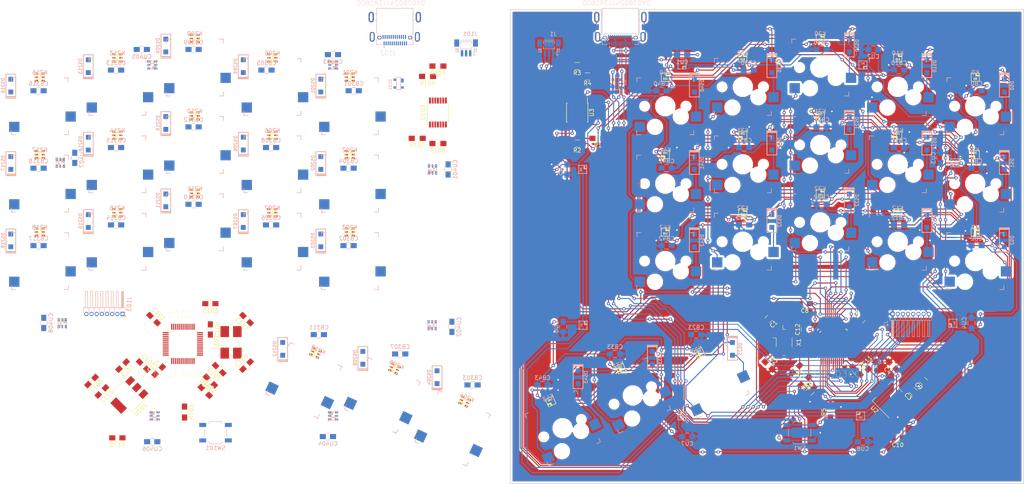
<source format=kicad_pcb>
(kicad_pcb (version 20171130) (host pcbnew "(5.0.0)")
  (layers (0 F.Cu signal) (31 B.Cu signal) (34 B.Paste user) (35 F.Paste user) (36 B.SilkS user) (37 F.SilkS user) (38 B.Mask user) (39 F.Mask user) (44 Edge.Cuts user))
  (net 0 "")
  (net 1 "Net-(C1-Pad1)")
  (net 2 "Net-(C2-Pad1)")
  (net 3 +5V)
  (net 4 +3V3)
  (net 5 GND)
  (net 6 /DA+)
  (net 7 /DA-)
  (net 8 "Net-(DB0-Pad2)")
  (net 9 "Net-(DB0-Pad3)")
  (net 10 "Net-(DB0-Pad6)")
  (net 11 "Net-(DB0-Pad1)")
  (net 12 "Net-(DB1-Pad1)")
  (net 13 "Net-(DB1-Pad6)")
  (net 14 "Net-(DB12-Pad1)")
  (net 15 "Net-(DB12-Pad6)")
  (net 16 "Net-(DB2-Pad6)")
  (net 17 "Net-(DB2-Pad1)")
  (net 18 "Net-(DB10-Pad3)")
  (net 19 "Net-(DB10-Pad2)")
  (net 20 "Net-(DB11-Pad6)")
  (net 21 "Net-(DB11-Pad1)")
  (net 22 "Net-(DB12-Pad3)")
  (net 23 "Net-(DB12-Pad2)")
  (net 24 "Net-(DB20-Pad2)")
  (net 25 "Net-(DB20-Pad3)")
  (net 26 "Net-(DB21-Pad1)")
  (net 27 "Net-(DB21-Pad6)")
  (net 28 "Net-(DB22-Pad2)")
  (net 29 "Net-(DB22-Pad3)")
  (net 30 "Net-(DB23-Pad1)")
  (net 31 "Net-(DB23-Pad6)")
  (net 32 "Net-(DB30-Pad3)")
  (net 33 "Net-(DB30-Pad2)")
  (net 34 "Net-(DB31-Pad6)")
  (net 35 "Net-(DB31-Pad1)")
  (net 36 "Net-(DB32-Pad3)")
  (net 37 "Net-(DB32-Pad2)")
  (net 38 "Net-(DB33-Pad6)")
  (net 39 "Net-(DB33-Pad1)")
  (net 40 /LEDMatrix_perKey/SDI)
  (net 41 /LEDMatrix_perKey/CKI)
  (net 42 "Net-(DB41-Pad1)")
  (net 43 "Net-(DB41-Pad6)")
  (net 44 /LEDMatrix_perKey/SDO)
  (net 45 /LEDMatrix_perKey/CKO)
  (net 46 "Net-(DS0-Pad2)")
  (net 47 "Net-(DS1-Pad2)")
  (net 48 "Net-(DS2-Pad2)")
  (net 49 "Net-(DS10-Pad2)")
  (net 50 "Net-(DS11-Pad2)")
  (net 51 "Net-(DS12-Pad2)")
  (net 52 "Net-(DS20-Pad2)")
  (net 53 "Net-(DS21-Pad2)")
  (net 54 "Net-(DS22-Pad2)")
  (net 55 "Net-(DS23-Pad2)")
  (net 56 "Net-(DS30-Pad2)")
  (net 57 "Net-(DS31-Pad2)")
  (net 58 "Net-(DS32-Pad2)")
  (net 59 "Net-(DS33-Pad2)")
  (net 60 "Net-(DS40-Pad2)")
  (net 61 "Net-(DS41-Pad2)")
  (net 62 "Net-(DS42-Pad2)")
  (net 63 "Net-(DS43-Pad2)")
  (net 64 /LEDMatrix_Underglow/SDI)
  (net 65 /LEDMatrix_Underglow/CKI)
  (net 66 "Net-(DU1-Pad6)")
  (net 67 "Net-(DU1-Pad1)")
  (net 68 "Net-(DU2-Pad1)")
  (net 69 "Net-(DU2-Pad6)")
  (net 70 "Net-(DU3-Pad6)")
  (net 71 "Net-(DU3-Pad1)")
  (net 72 "Net-(DU4-Pad1)")
  (net 73 "Net-(DU4-Pad6)")
  (net 74 "Net-(DU5-Pad6)")
  (net 75 "Net-(DU5-Pad1)")
  (net 76 "Net-(DU6-Pad1)")
  (net 77 "Net-(DU6-Pad6)")
  (net 78 "Net-(DU7-Pad6)")
  (net 79 "Net-(DU7-Pad1)")
  (net 80 /LEDMatrix_Underglow/SDO)
  (net 81 /LEDMatrix_Underglow/CKO)
  (net 82 /SerConn)
  (net 83 /PB13)
  (net 84 /PB14)
  (net 85 "Net-(R1-Pad2)")
  (net 86 "Net-(R2-Pad2)")
  (net 87 "Net-(R3-Pad2)")
  (net 88 "Net-(R4-Pad2)")
  (net 89 /BOOT)
  (net 90 /ADC)
  (net 91 "Net-(U1-Pad25)")
  (net 92 "Net-(J3-PadA2)")
  (net 93 "Net-(J3-PadA3)")
  (net 94 "Net-(J3-PadA5)")
  (net 95 "Net-(J3-PadA8)")
  (net 96 "Net-(J3-PadA10)")
  (net 97 "Net-(J3-PadA11)")
  (net 98 "Net-(J3-PadB2)")
  (net 99 "Net-(J3-PadB3)")
  (net 100 "Net-(J3-PadB5)")
  (net 101 "Net-(J3-PadB8)")
  (net 102 "Net-(J3-PadB10)")
  (net 103 "Net-(J3-PadB11)")
  (net 104 "Net-(U1-Pad2)")
  (net 105 "Net-(U1-Pad3)")
  (net 106 "Net-(U1-Pad4)")
  (net 107 "Net-(U1-Pad7)")
  (net 108 "Net-(U1-Pad29)")
  (net 109 "Net-(U1-Pad30)")
  (net 110 "Net-(U1-Pad31)")
  (net 111 "Net-(U1-Pad34)")
  (net 112 "Net-(J3-PadB6)")
  (net 113 "Net-(J3-PadB7)")
  (net 114 /row0)
  (net 115 /row1)
  (net 116 /row2)
  (net 117 /row3)
  (net 118 /col0)
  (net 119 /col1)
  (net 120 /col2)
  (net 121 /col3)
  (net 122 /col4)
  (net 123 "Net-(U1-Pad18)")
  (net 124 /CKI_Back)
  (net 125 /SDI_Back)
  (net 126 /CKI_Und)
  (net 127 /SDI_Und)
  (net 128 "Net-(U1-Pad11)")
  (net 129 "Net-(U1-Pad12)")
  (net 130 /PA17)
  (net 131 /PA16)
  (net 132 /PA15)
  (net 133 /PA14)
  (net 134 /PA13)
  (net 135 "Net-(C107-Pad1)")
  (net 136 "Net-(C109-Pad1)")
  (net 137 "Net-(DB301-Pad6)")
  (net 138 "Net-(DB301-Pad1)")
  (net 139 "Net-(DB302-Pad2)")
  (net 140 "Net-(DB302-Pad3)")
  (net 141 "Net-(DB302-Pad6)")
  (net 142 "Net-(DB302-Pad1)")
  (net 143 "Net-(DB303-Pad3)")
  (net 144 "Net-(DB303-Pad2)")
  (net 145 "Net-(DB304-Pad3)")
  (net 146 "Net-(DB304-Pad2)")
  (net 147 "Net-(DB305-Pad1)")
  (net 148 "Net-(DB305-Pad6)")
  (net 149 "Net-(DB306-Pad1)")
  (net 150 "Net-(DB306-Pad6)")
  (net 151 "Net-(DB307-Pad2)")
  (net 152 "Net-(DB307-Pad3)")
  (net 153 "Net-(DB308-Pad2)")
  (net 154 "Net-(DB308-Pad3)")
  (net 155 "Net-(DB309-Pad6)")
  (net 156 "Net-(DB309-Pad1)")
  (net 157 "Net-(DB310-Pad1)")
  (net 158 "Net-(DB310-Pad6)")
  (net 159 "Net-(DB311-Pad3)")
  (net 160 "Net-(DB311-Pad2)")
  (net 161 "Net-(DB312-Pad3)")
  (net 162 "Net-(DB312-Pad2)")
  (net 163 "Net-(DB313-Pad1)")
  (net 164 "Net-(DB313-Pad6)")
  (net 165 "Net-(DB314-Pad1)")
  (net 166 "Net-(DB314-Pad6)")
  (net 167 "Net-(DB315-Pad2)")
  (net 168 "Net-(DB315-Pad3)")
  (net 169 "Net-(DB316-Pad6)")
  (net 170 "Net-(DB316-Pad1)")
  (net 171 "Net-(DR401-Pad2)")
  (net 172 "Net-(DR401-Pad3)")
  (net 173 "Net-(DR402-Pad2)")
  (net 174 "Net-(DR402-Pad3)")
  (net 175 "Net-(DR403-Pad6)")
  (net 176 "Net-(DR403-Pad1)")
  (net 177 "Net-(DR404-Pad2)")
  (net 178 "Net-(DR404-Pad3)")
  (net 179 "Net-(DR405-Pad1)")
  (net 180 "Net-(DR405-Pad6)")
  (net 181 "Net-(DR406-Pad3)")
  (net 182 "Net-(DR406-Pad2)")
  (net 183 "Net-(DR407-Pad6)")
  (net 184 "Net-(DR407-Pad1)")
  (net 185 "Net-(DS201-Pad2)")
  (net 186 "Net-(DS202-Pad2)")
  (net 187 "Net-(DS203-Pad2)")
  (net 188 "Net-(DS204-Pad2)")
  (net 189 "Net-(DS205-Pad2)")
  (net 190 "Net-(DS206-Pad2)")
  (net 191 "Net-(DS207-Pad2)")
  (net 192 "Net-(DS208-Pad2)")
  (net 193 "Net-(DS209-Pad2)")
  (net 194 "Net-(DS210-Pad2)")
  (net 195 "Net-(DS211-Pad2)")
  (net 196 "Net-(DS212-Pad2)")
  (net 197 "Net-(DS213-Pad2)")
  (net 198 "Net-(DS214-Pad2)")
  (net 199 "Net-(DS215-Pad2)")
  (net 200 "Net-(DS216-Pad2)")
  (net 201 "Net-(DS217-Pad2)")
  (net 202 "Net-(DS218-Pad2)")
  (net 203 "Net-(J102-PadB11)")
  (net 204 "Net-(J102-PadB10)")
  (net 205 "Net-(J102-PadB8)")
  (net 206 "Net-(J102-PadB7)")
  (net 207 "Net-(J102-PadB6)")
  (net 208 "Net-(J102-PadB5)")
  (net 209 "Net-(J102-PadB3)")
  (net 210 "Net-(J102-PadB2)")
  (net 211 "Net-(J102-PadA11)")
  (net 212 "Net-(J102-PadA10)")
  (net 213 "Net-(J102-PadA8)")
  (net 214 "Net-(J102-PadA5)")
  (net 215 "Net-(J102-PadA3)")
  (net 216 "Net-(J102-PadA2)")
  (net 217 "Net-(R104-Pad2)")
  (net 218 "Net-(R105-Pad2)")
  (net 219 "Net-(R106-Pad2)")
  (net 220 "Net-(R107-Pad2)")
  (net 221 "Net-(U102-Pad2)")
  (net 222 "Net-(U102-Pad3)")
  (net 223 "Net-(U102-Pad4)")
  (net 224 "Net-(U102-Pad7)")
  (net 225 "Net-(U102-Pad11)")
  (net 226 "Net-(U102-Pad12)")
  (net 227 "Net-(U102-Pad18)")
  (net 228 "Net-(U102-Pad25)")
  (net 229 "Net-(U102-Pad29)")
  (net 230 "Net-(U102-Pad30)")
  (net 231 "Net-(U102-Pad31)")
  (net 232 "Net-(U102-Pad34)")
  (module butts:JAE_DX07B024JJ3R1600 (layer B.Cu) (at -11.71975 25.781)
    (fp_text reference J102 (at -1.66008 3.97286) (layer B.SilkS) (effects (font (size 1.1233 1.1233) (thickness 0.05)) (justify mirror)))
    (fp_text value DX07B024JJ3R1600 (at -0.946892 -8.31424) (layer B.SilkS) (effects (font (size 1.12344 1.12344) (thickness 0.05)) (justify mirror)))
    (fp_poly (pts (xy -6.15 -4.85) (xy -6.15 -4.2) (xy -6.15 -4.19084) (xy -6.14904 -4.17253) (xy -6.14712 -4.1543) (xy -6.14426 -4.1362) (xy -6.14045 -4.11827) (xy -6.1357 -4.10056) (xy -6.13004 -4.08313) (xy -6.12347 -4.06602) (xy -6.11601 -4.04927) (xy -6.10769 -4.03294) (xy -6.09853 -4.01706) (xy -6.08854 -4.00169) (xy -6.07777 -3.98686) (xy -6.06623 -3.97262) (xy -6.05397 -3.95899) (xy -6.04101 -3.94603) (xy -6.02739 -3.93377) (xy -6.01314 -3.92223) (xy -5.99831 -3.91146) (xy -5.98294 -3.90147) (xy -5.96706 -3.89231) (xy -5.95073 -3.88399) (xy -5.93399 -3.87653) (xy -5.91687 -3.86996) (xy -5.89944 -3.8643) (xy -5.88174 -3.85955) (xy -5.86381 -3.85574) (xy -5.8457 -3.85288) (xy -5.82747 -3.85096) (xy -5.80917 -3.85) (xy -5.8 -3.85) (xy -5.79084 -3.85) (xy -5.77253 -3.85096) (xy -5.7543 -3.85288) (xy -5.7362 -3.85574) (xy -5.71827 -3.85955) (xy -5.70056 -3.8643) (xy -5.68313 -3.86996) (xy -5.66602 -3.87653) (xy -5.64927 -3.88399) (xy -5.63294 -3.89231) (xy -5.61706 -3.90147) (xy -5.60169 -3.91146) (xy -5.58686 -3.92223) (xy -5.57262 -3.93377) (xy -5.55899 -3.94603) (xy -5.54603 -3.95899) (xy -5.53377 -3.97261) (xy -5.52223 -3.98686) (xy -5.51146 -4.00169) (xy -5.50147 -4.01706) (xy -5.49231 -4.03294) (xy -5.48399 -4.04927) (xy -5.47653 -4.06601) (xy -5.46996 -4.08313) (xy -5.4643 -4.10056) (xy -5.45955 -4.11826) (xy -5.45574 -4.13619) (xy -5.45288 -4.1543) (xy -5.45096 -4.17253) (xy -5.45 -4.19083) (xy -5.45 -4.2) (xy -5.45 -4.85) (xy -5.15 -4.85) (xy -5.15 -4.2) (xy -5.15 -4.18298) (xy -5.15178 -4.14899) (xy -5.15534 -4.11513) (xy -5.16066 -4.08151) (xy -5.16774 -4.04821) (xy -5.17655 -4.01533) (xy -5.18707 -3.98295) (xy -5.19927 -3.95117) (xy -5.21312 -3.92008) (xy -5.22857 -3.88974) (xy -5.24559 -3.86026) (xy -5.26413 -3.83171) (xy -5.28414 -3.80417) (xy -5.30556 -3.77772) (xy -5.32834 -3.75242) (xy -5.35241 -3.72835) (xy -5.37771 -3.70557) (xy -5.40417 -3.68415) (xy -5.43171 -3.66414) (xy -5.46026 -3.6456) (xy -5.48974 -3.62858) (xy -5.52007 -3.61312) (xy -5.55117 -3.59927) (xy -5.58295 -3.58707) (xy -5.61532 -3.57655) (xy -5.6482 -3.56774) (xy -5.6815 -3.56067) (xy -5.71513 -3.55534) (xy -5.74898 -3.55178) (xy -5.78298 -3.55) (xy -5.8 -3.55) (xy -5.81702 -3.55) (xy -5.85101 -3.55178) (xy -5.88487 -3.55534) (xy -5.91849 -3.56066) (xy -5.95179 -3.56774) (xy -5.98467 -3.57655) (xy -6.01705 -3.58707) (xy -6.04883 -3.59927) (xy -6.07992 -3.61312) (xy -6.11026 -3.62857) (xy -6.13974 -3.64559) (xy -6.16829 -3.66413) (xy -6.19583 -3.68414) (xy -6.22228 -3.70556) (xy -6.24758 -3.72834) (xy -6.27165 -3.75241) (xy -6.29443 -3.77771) (xy -6.31585 -3.80417) (xy -6.33586 -3.83171) (xy -6.3544 -3.86026) (xy -6.37142 -3.88974) (xy -6.38688 -3.92007) (xy -6.40073 -3.95117) (xy -6.41293 -3.98295) (xy -6.42345 -4.01532) (xy -6.43226 -4.0482) (xy -6.43933 -4.0815) (xy -6.44466 -4.11513) (xy -6.44822 -4.14898) (xy -6.45 -4.18298) (xy -6.45 -4.2) (xy -6.45 -4.85)) (layer B.Cu) (width 0.001))
    (fp_poly (pts (xy -5.45 -4.85) (xy -5.45 -5.5) (xy -5.45 -5.50916) (xy -5.45096 -5.52747) (xy -5.45288 -5.5457) (xy -5.45574 -5.5638) (xy -5.45955 -5.58173) (xy -5.4643 -5.59944) (xy -5.46996 -5.61687) (xy -5.47653 -5.63398) (xy -5.48399 -5.65073) (xy -5.49231 -5.66706) (xy -5.50147 -5.68294) (xy -5.51146 -5.69831) (xy -5.52223 -5.71314) (xy -5.53377 -5.72738) (xy -5.54603 -5.74101) (xy -5.55899 -5.75397) (xy -5.57261 -5.76623) (xy -5.58686 -5.77777) (xy -5.60169 -5.78854) (xy -5.61706 -5.79853) (xy -5.63294 -5.80769) (xy -5.64927 -5.81601) (xy -5.66601 -5.82347) (xy -5.68313 -5.83004) (xy -5.70056 -5.8357) (xy -5.71826 -5.84045) (xy -5.73619 -5.84426) (xy -5.7543 -5.84712) (xy -5.77253 -5.84904) (xy -5.79083 -5.85) (xy -5.8 -5.85) (xy -5.80916 -5.85) (xy -5.82747 -5.84904) (xy -5.8457 -5.84712) (xy -5.8638 -5.84426) (xy -5.88173 -5.84045) (xy -5.89944 -5.8357) (xy -5.91687 -5.83004) (xy -5.93398 -5.82347) (xy -5.95073 -5.81601) (xy -5.96706 -5.80769) (xy -5.98294 -5.79853) (xy -5.99831 -5.78854) (xy -6.01314 -5.77777) (xy -6.02738 -5.76623) (xy -6.04101 -5.75397) (xy -6.05397 -5.74101) (xy -6.06623 -5.72739) (xy -6.07777 -5.71314) (xy -6.08854 -5.69831) (xy -6.09853 -5.68294) (xy -6.10769 -5.66706) (xy -6.11601 -5.65073) (xy -6.12347 -5.63399) (xy -6.13004 -5.61687) (xy -6.1357 -5.59944) (xy -6.14045 -5.58174) (xy -6.14426 -5.56381) (xy -6.14712 -5.5457) (xy -6.14904 -5.52747) (xy -6.15 -5.50917) (xy -6.15 -5.5) (xy -6.15 -4.85) (xy -6.45 -4.85) (xy -6.45 -5.5) (xy -6.45 -5.51702) (xy -6.44822 -5.55101) (xy -6.44466 -5.58487) (xy -6.43934 -5.61849) (xy -6.43226 -5.65179) (xy -6.42345 -5.68467) (xy -6.41293 -5.71705) (xy -6.40073 -5.74883) (xy -6.38688 -5.77992) (xy -6.37143 -5.81026) (xy -6.35441 -5.83974) (xy -6.33587 -5.86829) (xy -6.31586 -5.89583) (xy -6.29444 -5.92228) (xy -6.27166 -5.94758) (xy -6.24759 -5.97165) (xy -6.22229 -5.99443) (xy -6.19583 -6.01585) (xy -6.16829 -6.03586) (xy -6.13974 -6.0544) (xy -6.11026 -6.07142) (xy -6.07993 -6.08688) (xy -6.04883 -6.10073) (xy -6.01705 -6.11293) (xy -5.98468 -6.12345) (xy -5.9518 -6.13226) (xy -5.9185 -6.13933) (xy -5.88487 -6.14466) (xy -5.85102 -6.14822) (xy -5.81702 -6.15) (xy -5.8 -6.15) (xy -5.78298 -6.15) (xy -5.74899 -6.14822) (xy -5.71513 -6.14466) (xy -5.68151 -6.13934) (xy -5.64821 -6.13226) (xy -5.61533 -6.12345) (xy -5.58295 -6.11293) (xy -5.55117 -6.10073) (xy -5.52008 -6.08688) (xy -5.48974 -6.07143) (xy -5.46026 -6.05441) (xy -5.43171 -6.03587) (xy -5.40417 -6.01586) (xy -5.37772 -5.99444) (xy -5.35242 -5.97166) (xy -5.32835 -5.94759) (xy -5.30557 -5.92229) (xy -5.28415 -5.89583) (xy -5.26414 -5.86829) (xy -5.2456 -5.83974) (xy -5.22858 -5.81026) (xy -5.21312 -5.77993) (xy -5.19927 -5.74883) (xy -5.18707 -5.71705) (xy -5.17655 -5.68468) (xy -5.16774 -5.6518) (xy -5.16067 -5.6185) (xy -5.15534 -5.58487) (xy -5.15178 -5.55102) (xy -5.15 -5.51702) (xy -5.15 -5.5) (xy -5.15 -4.85)) (layer B.Cu) (width 0.001))
    (fp_poly (pts (xy -6.15 -4.85) (xy -6.15 -4.2) (xy -6.15 -4.19084) (xy -6.14904 -4.17253) (xy -6.14712 -4.1543) (xy -6.14426 -4.1362) (xy -6.14045 -4.11827) (xy -6.1357 -4.10056) (xy -6.13004 -4.08313) (xy -6.12347 -4.06602) (xy -6.11601 -4.04927) (xy -6.10769 -4.03294) (xy -6.09853 -4.01706) (xy -6.08854 -4.00169) (xy -6.07777 -3.98686) (xy -6.06623 -3.97262) (xy -6.05397 -3.95899) (xy -6.04101 -3.94603) (xy -6.02739 -3.93377) (xy -6.01314 -3.92223) (xy -5.99831 -3.91146) (xy -5.98294 -3.90147) (xy -5.96706 -3.89231) (xy -5.95073 -3.88399) (xy -5.93399 -3.87653) (xy -5.91687 -3.86996) (xy -5.89944 -3.8643) (xy -5.88174 -3.85955) (xy -5.86381 -3.85574) (xy -5.8457 -3.85288) (xy -5.82747 -3.85096) (xy -5.80917 -3.85) (xy -5.8 -3.85) (xy -5.79084 -3.85) (xy -5.77253 -3.85096) (xy -5.7543 -3.85288) (xy -5.7362 -3.85574) (xy -5.71827 -3.85955) (xy -5.70056 -3.8643) (xy -5.68313 -3.86996) (xy -5.66602 -3.87653) (xy -5.64927 -3.88399) (xy -5.63294 -3.89231) (xy -5.61706 -3.90147) (xy -5.60169 -3.91146) (xy -5.58686 -3.92223) (xy -5.57262 -3.93377) (xy -5.55899 -3.94603) (xy -5.54603 -3.95899) (xy -5.53377 -3.97261) (xy -5.52223 -3.98686) (xy -5.51146 -4.00169) (xy -5.50147 -4.01706) (xy -5.49231 -4.03294) (xy -5.48399 -4.04927) (xy -5.47653 -4.06601) (xy -5.46996 -4.08313) (xy -5.4643 -4.10056) (xy -5.45955 -4.11826) (xy -5.45574 -4.13619) (xy -5.45288 -4.1543) (xy -5.45096 -4.17253) (xy -5.45 -4.19083) (xy -5.45 -4.2) (xy -5.45 -4.85) (xy -5.15 -4.85) (xy -5.15 -4.2) (xy -5.15 -4.18298) (xy -5.15178 -4.14899) (xy -5.15534 -4.11513) (xy -5.16066 -4.08151) (xy -5.16774 -4.04821) (xy -5.17655 -4.01533) (xy -5.18707 -3.98295) (xy -5.19927 -3.95117) (xy -5.21312 -3.92008) (xy -5.22857 -3.88974) (xy -5.24559 -3.86026) (xy -5.26413 -3.83171) (xy -5.28414 -3.80417) (xy -5.30556 -3.77772) (xy -5.32834 -3.75242) (xy -5.35241 -3.72835) (xy -5.37771 -3.70557) (xy -5.40417 -3.68415) (xy -5.43171 -3.66414) (xy -5.46026 -3.6456) (xy -5.48974 -3.62858) (xy -5.52007 -3.61312) (xy -5.55117 -3.59927) (xy -5.58295 -3.58707) (xy -5.61532 -3.57655) (xy -5.6482 -3.56774) (xy -5.6815 -3.56067) (xy -5.71513 -3.55534) (xy -5.74898 -3.55178) (xy -5.78298 -3.55) (xy -5.8 -3.55) (xy -5.81702 -3.55) (xy -5.85101 -3.55178) (xy -5.88487 -3.55534) (xy -5.91849 -3.56066) (xy -5.95179 -3.56774) (xy -5.98467 -3.57655) (xy -6.01705 -3.58707) (xy -6.04883 -3.59927) (xy -6.07992 -3.61312) (xy -6.11026 -3.62857) (xy -6.13974 -3.64559) (xy -6.16829 -3.66413) (xy -6.19583 -3.68414) (xy -6.22228 -3.70556) (xy -6.24758 -3.72834) (xy -6.27165 -3.75241) (xy -6.29443 -3.77771) (xy -6.31585 -3.80417) (xy -6.33586 -3.83171) (xy -6.3544 -3.86026) (xy -6.37142 -3.88974) (xy -6.38688 -3.92007) (xy -6.40073 -3.95117) (xy -6.41293 -3.98295) (xy -6.42345 -4.01532) (xy -6.43226 -4.0482) (xy -6.43933 -4.0815) (xy -6.44466 -4.11513) (xy -6.44822 -4.14898) (xy -6.45 -4.18298) (xy -6.45 -4.2) (xy -6.45 -4.85)) (layer F.Cu) (width 0.001))
    (fp_poly (pts (xy -5.45 -4.85) (xy -5.45 -5.5) (xy -5.45 -5.50916) (xy -5.45096 -5.52747) (xy -5.45288 -5.5457) (xy -5.45574 -5.5638) (xy -5.45955 -5.58173) (xy -5.4643 -5.59944) (xy -5.46996 -5.61687) (xy -5.47653 -5.63398) (xy -5.48399 -5.65073) (xy -5.49231 -5.66706) (xy -5.50147 -5.68294) (xy -5.51146 -5.69831) (xy -5.52223 -5.71314) (xy -5.53377 -5.72738) (xy -5.54603 -5.74101) (xy -5.55899 -5.75397) (xy -5.57261 -5.76623) (xy -5.58686 -5.77777) (xy -5.60169 -5.78854) (xy -5.61706 -5.79853) (xy -5.63294 -5.80769) (xy -5.64927 -5.81601) (xy -5.66601 -5.82347) (xy -5.68313 -5.83004) (xy -5.70056 -5.8357) (xy -5.71826 -5.84045) (xy -5.73619 -5.84426) (xy -5.7543 -5.84712) (xy -5.77253 -5.84904) (xy -5.79083 -5.85) (xy -5.8 -5.85) (xy -5.80916 -5.85) (xy -5.82747 -5.84904) (xy -5.8457 -5.84712) (xy -5.8638 -5.84426) (xy -5.88173 -5.84045) (xy -5.89944 -5.8357) (xy -5.91687 -5.83004) (xy -5.93398 -5.82347) (xy -5.95073 -5.81601) (xy -5.96706 -5.80769) (xy -5.98294 -5.79853) (xy -5.99831 -5.78854) (xy -6.01314 -5.77777) (xy -6.02738 -5.76623) (xy -6.04101 -5.75397) (xy -6.05397 -5.74101) (xy -6.06623 -5.72739) (xy -6.07777 -5.71314) (xy -6.08854 -5.69831) (xy -6.09853 -5.68294) (xy -6.10769 -5.66706) (xy -6.11601 -5.65073) (xy -6.12347 -5.63399) (xy -6.13004 -5.61687) (xy -6.1357 -5.59944) (xy -6.14045 -5.58174) (xy -6.14426 -5.56381) (xy -6.14712 -5.5457) (xy -6.14904 -5.52747) (xy -6.15 -5.50917) (xy -6.15 -5.5) (xy -6.15 -4.85) (xy -6.45 -4.85) (xy -6.45 -5.5) (xy -6.45 -5.51702) (xy -6.44822 -5.55101) (xy -6.44466 -5.58487) (xy -6.43934 -5.61849) (xy -6.43226 -5.65179) (xy -6.42345 -5.68467) (xy -6.41293 -5.71705) (xy -6.40073 -5.74883) (xy -6.38688 -5.77992) (xy -6.37143 -5.81026) (xy -6.35441 -5.83974) (xy -6.33587 -5.86829) (xy -6.31586 -5.89583) (xy -6.29444 -5.92228) (xy -6.27166 -5.94758) (xy -6.24759 -5.97165) (xy -6.22229 -5.99443) (xy -6.19583 -6.01585) (xy -6.16829 -6.03586) (xy -6.13974 -6.0544) (xy -6.11026 -6.07142) (xy -6.07993 -6.08688) (xy -6.04883 -6.10073) (xy -6.01705 -6.11293) (xy -5.98468 -6.12345) (xy -5.9518 -6.13226) (xy -5.9185 -6.13933) (xy -5.88487 -6.14466) (xy -5.85102 -6.14822) (xy -5.81702 -6.15) (xy -5.8 -6.15) (xy -5.78298 -6.15) (xy -5.74899 -6.14822) (xy -5.71513 -6.14466) (xy -5.68151 -6.13934) (xy -5.64821 -6.13226) (xy -5.61533 -6.12345) (xy -5.58295 -6.11293) (xy -5.55117 -6.10073) (xy -5.52008 -6.08688) (xy -5.48974 -6.07143) (xy -5.46026 -6.05441) (xy -5.43171 -6.03587) (xy -5.40417 -6.01586) (xy -5.37772 -5.99444) (xy -5.35242 -5.97166) (xy -5.32835 -5.94759) (xy -5.30557 -5.92229) (xy -5.28415 -5.89583) (xy -5.26414 -5.86829) (xy -5.2456 -5.83974) (xy -5.22858 -5.81026) (xy -5.21312 -5.77993) (xy -5.19927 -5.74883) (xy -5.18707 -5.71705) (xy -5.17655 -5.68468) (xy -5.16774 -5.6518) (xy -5.16067 -5.6185) (xy -5.15534 -5.58487) (xy -5.15178 -5.55102) (xy -5.15 -5.51702) (xy -5.15 -5.5) (xy -5.15 -4.85)) (layer F.Cu) (width 0.001))
    (fp_poly (pts (xy 5.45 -4.85) (xy 5.45 -4.2) (xy 5.45 -4.19084) (xy 5.45096 -4.17253) (xy 5.45288 -4.1543) (xy 5.45574 -4.1362) (xy 5.45955 -4.11827) (xy 5.4643 -4.10056) (xy 5.46996 -4.08313) (xy 5.47653 -4.06602) (xy 5.48399 -4.04927) (xy 5.49231 -4.03294) (xy 5.50147 -4.01706) (xy 5.51146 -4.00169) (xy 5.52223 -3.98686) (xy 5.53377 -3.97262) (xy 5.54603 -3.95899) (xy 5.55899 -3.94603) (xy 5.57261 -3.93377) (xy 5.58686 -3.92223) (xy 5.60169 -3.91146) (xy 5.61706 -3.90147) (xy 5.63294 -3.89231) (xy 5.64927 -3.88399) (xy 5.66601 -3.87653) (xy 5.68313 -3.86996) (xy 5.70056 -3.8643) (xy 5.71826 -3.85955) (xy 5.73619 -3.85574) (xy 5.7543 -3.85288) (xy 5.77253 -3.85096) (xy 5.79083 -3.85) (xy 5.8 -3.85) (xy 5.80916 -3.85) (xy 5.82747 -3.85096) (xy 5.8457 -3.85288) (xy 5.8638 -3.85574) (xy 5.88173 -3.85955) (xy 5.89944 -3.8643) (xy 5.91687 -3.86996) (xy 5.93398 -3.87653) (xy 5.95073 -3.88399) (xy 5.96706 -3.89231) (xy 5.98294 -3.90147) (xy 5.99831 -3.91146) (xy 6.01314 -3.92223) (xy 6.02738 -3.93377) (xy 6.04101 -3.94603) (xy 6.05397 -3.95899) (xy 6.06623 -3.97261) (xy 6.07777 -3.98686) (xy 6.08854 -4.00169) (xy 6.09853 -4.01706) (xy 6.10769 -4.03294) (xy 6.11601 -4.04927) (xy 6.12347 -4.06601) (xy 6.13004 -4.08313) (xy 6.1357 -4.10056) (xy 6.14045 -4.11826) (xy 6.14426 -4.13619) (xy 6.14712 -4.1543) (xy 6.14904 -4.17253) (xy 6.15 -4.19083) (xy 6.15 -4.2) (xy 6.15 -4.85) (xy 6.45 -4.85) (xy 6.45 -4.2) (xy 6.45 -4.18298) (xy 6.44822 -4.14899) (xy 6.44466 -4.11513) (xy 6.43934 -4.08151) (xy 6.43226 -4.04821) (xy 6.42345 -4.01533) (xy 6.41293 -3.98295) (xy 6.40073 -3.95117) (xy 6.38688 -3.92008) (xy 6.37143 -3.88974) (xy 6.35441 -3.86026) (xy 6.33587 -3.83171) (xy 6.31586 -3.80417) (xy 6.29444 -3.77772) (xy 6.27166 -3.75242) (xy 6.24759 -3.72835) (xy 6.22229 -3.70557) (xy 6.19583 -3.68415) (xy 6.16829 -3.66414) (xy 6.13974 -3.6456) (xy 6.11026 -3.62858) (xy 6.07993 -3.61312) (xy 6.04883 -3.59927) (xy 6.01705 -3.58707) (xy 5.98468 -3.57655) (xy 5.9518 -3.56774) (xy 5.9185 -3.56067) (xy 5.88487 -3.55534) (xy 5.85102 -3.55178) (xy 5.81702 -3.55) (xy 5.8 -3.55) (xy 5.78298 -3.55) (xy 5.74899 -3.55178) (xy 5.71513 -3.55534) (xy 5.68151 -3.56066) (xy 5.64821 -3.56774) (xy 5.61533 -3.57655) (xy 5.58295 -3.58707) (xy 5.55117 -3.59927) (xy 5.52008 -3.61312) (xy 5.48974 -3.62857) (xy 5.46026 -3.64559) (xy 5.43171 -3.66413) (xy 5.40417 -3.68414) (xy 5.37772 -3.70556) (xy 5.35242 -3.72834) (xy 5.32835 -3.75241) (xy 5.30557 -3.77771) (xy 5.28415 -3.80417) (xy 5.26414 -3.83171) (xy 5.2456 -3.86026) (xy 5.22858 -3.88974) (xy 5.21312 -3.92007) (xy 5.19927 -3.95117) (xy 5.18707 -3.98295) (xy 5.17655 -4.01532) (xy 5.16774 -4.0482) (xy 5.16067 -4.0815) (xy 5.15534 -4.11513) (xy 5.15178 -4.14898) (xy 5.15 -4.18298) (xy 5.15 -4.2) (xy 5.15 -4.85)) (layer B.Cu) (width 0.001))
    (fp_poly (pts (xy 6.15 -4.85) (xy 6.15 -5.5) (xy 6.15 -5.50916) (xy 6.14904 -5.52747) (xy 6.14712 -5.5457) (xy 6.14426 -5.5638) (xy 6.14045 -5.58173) (xy 6.1357 -5.59944) (xy 6.13004 -5.61687) (xy 6.12347 -5.63398) (xy 6.11601 -5.65073) (xy 6.10769 -5.66706) (xy 6.09853 -5.68294) (xy 6.08854 -5.69831) (xy 6.07777 -5.71314) (xy 6.06623 -5.72738) (xy 6.05397 -5.74101) (xy 6.04101 -5.75397) (xy 6.02739 -5.76623) (xy 6.01314 -5.77777) (xy 5.99831 -5.78854) (xy 5.98294 -5.79853) (xy 5.96706 -5.80769) (xy 5.95073 -5.81601) (xy 5.93399 -5.82347) (xy 5.91687 -5.83004) (xy 5.89944 -5.8357) (xy 5.88174 -5.84045) (xy 5.86381 -5.84426) (xy 5.8457 -5.84712) (xy 5.82747 -5.84904) (xy 5.80917 -5.85) (xy 5.8 -5.85) (xy 5.79084 -5.85) (xy 5.77253 -5.84904) (xy 5.7543 -5.84712) (xy 5.7362 -5.84426) (xy 5.71827 -5.84045) (xy 5.70056 -5.8357) (xy 5.68313 -5.83004) (xy 5.66602 -5.82347) (xy 5.64927 -5.81601) (xy 5.63294 -5.80769) (xy 5.61706 -5.79853) (xy 5.60169 -5.78854) (xy 5.58686 -5.77777) (xy 5.57262 -5.76623) (xy 5.55899 -5.75397) (xy 5.54603 -5.74101) (xy 5.53377 -5.72739) (xy 5.52223 -5.71314) (xy 5.51146 -5.69831) (xy 5.50147 -5.68294) (xy 5.49231 -5.66706) (xy 5.48399 -5.65073) (xy 5.47653 -5.63399) (xy 5.46996 -5.61687) (xy 5.4643 -5.59944) (xy 5.45955 -5.58174) (xy 5.45574 -5.56381) (xy 5.45288 -5.5457) (xy 5.45096 -5.52747) (xy 5.45 -5.50917) (xy 5.45 -5.5) (xy 5.45 -4.85) (xy 5.15 -4.85) (xy 5.15 -5.5) (xy 5.15 -5.51702) (xy 5.15178 -5.55101) (xy 5.15534 -5.58487) (xy 5.16066 -5.61849) (xy 5.16774 -5.65179) (xy 5.17655 -5.68467) (xy 5.18707 -5.71705) (xy 5.19927 -5.74883) (xy 5.21312 -5.77992) (xy 5.22857 -5.81026) (xy 5.24559 -5.83974) (xy 5.26413 -5.86829) (xy 5.28414 -5.89583) (xy 5.30556 -5.92228) (xy 5.32834 -5.94758) (xy 5.35241 -5.97165) (xy 5.37771 -5.99443) (xy 5.40417 -6.01585) (xy 5.43171 -6.03586) (xy 5.46026 -6.0544) (xy 5.48974 -6.07142) (xy 5.52007 -6.08688) (xy 5.55117 -6.10073) (xy 5.58295 -6.11293) (xy 5.61532 -6.12345) (xy 5.6482 -6.13226) (xy 5.6815 -6.13933) (xy 5.71513 -6.14466) (xy 5.74898 -6.14822) (xy 5.78298 -6.15) (xy 5.8 -6.15) (xy 5.81702 -6.15) (xy 5.85101 -6.14822) (xy 5.88487 -6.14466) (xy 5.91849 -6.13934) (xy 5.95179 -6.13226) (xy 5.98467 -6.12345) (xy 6.01705 -6.11293) (xy 6.04883 -6.10073) (xy 6.07992 -6.08688) (xy 6.11026 -6.07143) (xy 6.13974 -6.05441) (xy 6.16829 -6.03587) (xy 6.19583 -6.01586) (xy 6.22228 -5.99444) (xy 6.24758 -5.97166) (xy 6.27165 -5.94759) (xy 6.29443 -5.92229) (xy 6.31585 -5.89583) (xy 6.33586 -5.86829) (xy 6.3544 -5.83974) (xy 6.37142 -5.81026) (xy 6.38688 -5.77993) (xy 6.40073 -5.74883) (xy 6.41293 -5.71705) (xy 6.42345 -5.68468) (xy 6.43226 -5.6518) (xy 6.43933 -5.6185) (xy 6.44466 -5.58487) (xy 6.44822 -5.55102) (xy 6.45 -5.51702) (xy 6.45 -5.5) (xy 6.45 -4.85)) (layer B.Cu) (width 0.001))
    (fp_poly (pts (xy 5.45 -4.85) (xy 5.45 -4.2) (xy 5.45 -4.19084) (xy 5.45096 -4.17253) (xy 5.45288 -4.1543) (xy 5.45574 -4.1362) (xy 5.45955 -4.11827) (xy 5.4643 -4.10056) (xy 5.46996 -4.08313) (xy 5.47653 -4.06602) (xy 5.48399 -4.04927) (xy 5.49231 -4.03294) (xy 5.50147 -4.01706) (xy 5.51146 -4.00169) (xy 5.52223 -3.98686) (xy 5.53377 -3.97262) (xy 5.54603 -3.95899) (xy 5.55899 -3.94603) (xy 5.57261 -3.93377) (xy 5.58686 -3.92223) (xy 5.60169 -3.91146) (xy 5.61706 -3.90147) (xy 5.63294 -3.89231) (xy 5.64927 -3.88399) (xy 5.66601 -3.87653) (xy 5.68313 -3.86996) (xy 5.70056 -3.8643) (xy 5.71826 -3.85955) (xy 5.73619 -3.85574) (xy 5.7543 -3.85288) (xy 5.77253 -3.85096) (xy 5.79083 -3.85) (xy 5.8 -3.85) (xy 5.80916 -3.85) (xy 5.82747 -3.85096) (xy 5.8457 -3.85288) (xy 5.8638 -3.85574) (xy 5.88173 -3.85955) (xy 5.89944 -3.8643) (xy 5.91687 -3.86996) (xy 5.93398 -3.87653) (xy 5.95073 -3.88399) (xy 5.96706 -3.89231) (xy 5.98294 -3.90147) (xy 5.99831 -3.91146) (xy 6.01314 -3.92223) (xy 6.02738 -3.93377) (xy 6.04101 -3.94603) (xy 6.05397 -3.95899) (xy 6.06623 -3.97261) (xy 6.07777 -3.98686) (xy 6.08854 -4.00169) (xy 6.09853 -4.01706) (xy 6.10769 -4.03294) (xy 6.11601 -4.04927) (xy 6.12347 -4.06601) (xy 6.13004 -4.08313) (xy 6.1357 -4.10056) (xy 6.14045 -4.11826) (xy 6.14426 -4.13619) (xy 6.14712 -4.1543) (xy 6.14904 -4.17253) (xy 6.15 -4.19083) (xy 6.15 -4.2) (xy 6.15 -4.85) (xy 6.45 -4.85) (xy 6.45 -4.2) (xy 6.45 -4.18298) (xy 6.44822 -4.14899) (xy 6.44466 -4.11513) (xy 6.43934 -4.08151) (xy 6.43226 -4.04821) (xy 6.42345 -4.01533) (xy 6.41293 -3.98295) (xy 6.40073 -3.95117) (xy 6.38688 -3.92008) (xy 6.37143 -3.88974) (xy 6.35441 -3.86026) (xy 6.33587 -3.83171) (xy 6.31586 -3.80417) (xy 6.29444 -3.77772) (xy 6.27166 -3.75242) (xy 6.24759 -3.72835) (xy 6.22229 -3.70557) (xy 6.19583 -3.68415) (xy 6.16829 -3.66414) (xy 6.13974 -3.6456) (xy 6.11026 -3.62858) (xy 6.07993 -3.61312) (xy 6.04883 -3.59927) (xy 6.01705 -3.58707) (xy 5.98468 -3.57655) (xy 5.9518 -3.56774) (xy 5.9185 -3.56067) (xy 5.88487 -3.55534) (xy 5.85102 -3.55178) (xy 5.81702 -3.55) (xy 5.8 -3.55) (xy 5.78298 -3.55) (xy 5.74899 -3.55178) (xy 5.71513 -3.55534) (xy 5.68151 -3.56066) (xy 5.64821 -3.56774) (xy 5.61533 -3.57655) (xy 5.58295 -3.58707) (xy 5.55117 -3.59927) (xy 5.52008 -3.61312) (xy 5.48974 -3.62857) (xy 5.46026 -3.64559) (xy 5.43171 -3.66413) (xy 5.40417 -3.68414) (xy 5.37772 -3.70556) (xy 5.35242 -3.72834) (xy 5.32835 -3.75241) (xy 5.30557 -3.77771) (xy 5.28415 -3.80417) (xy 5.26414 -3.83171) (xy 5.2456 -3.86026) (xy 5.22858 -3.88974) (xy 5.21312 -3.92007) (xy 5.19927 -3.95117) (xy 5.18707 -3.98295) (xy 5.17655 -4.01532) (xy 5.16774 -4.0482) (xy 5.16067 -4.0815) (xy 5.15534 -4.11513) (xy 5.15178 -4.14898) (xy 5.15 -4.18298) (xy 5.15 -4.2) (xy 5.15 -4.85)) (layer F.Cu) (width 0.001))
    (fp_poly (pts (xy 6.15 -4.85) (xy 6.15 -5.5) (xy 6.15 -5.50916) (xy 6.14904 -5.52747) (xy 6.14712 -5.5457) (xy 6.14426 -5.5638) (xy 6.14045 -5.58173) (xy 6.1357 -5.59944) (xy 6.13004 -5.61687) (xy 6.12347 -5.63398) (xy 6.11601 -5.65073) (xy 6.10769 -5.66706) (xy 6.09853 -5.68294) (xy 6.08854 -5.69831) (xy 6.07777 -5.71314) (xy 6.06623 -5.72738) (xy 6.05397 -5.74101) (xy 6.04101 -5.75397) (xy 6.02739 -5.76623) (xy 6.01314 -5.77777) (xy 5.99831 -5.78854) (xy 5.98294 -5.79853) (xy 5.96706 -5.80769) (xy 5.95073 -5.81601) (xy 5.93399 -5.82347) (xy 5.91687 -5.83004) (xy 5.89944 -5.8357) (xy 5.88174 -5.84045) (xy 5.86381 -5.84426) (xy 5.8457 -5.84712) (xy 5.82747 -5.84904) (xy 5.80917 -5.85) (xy 5.8 -5.85) (xy 5.79084 -5.85) (xy 5.77253 -5.84904) (xy 5.7543 -5.84712) (xy 5.7362 -5.84426) (xy 5.71827 -5.84045) (xy 5.70056 -5.8357) (xy 5.68313 -5.83004) (xy 5.66602 -5.82347) (xy 5.64927 -5.81601) (xy 5.63294 -5.80769) (xy 5.61706 -5.79853) (xy 5.60169 -5.78854) (xy 5.58686 -5.77777) (xy 5.57262 -5.76623) (xy 5.55899 -5.75397) (xy 5.54603 -5.74101) (xy 5.53377 -5.72739) (xy 5.52223 -5.71314) (xy 5.51146 -5.69831) (xy 5.50147 -5.68294) (xy 5.49231 -5.66706) (xy 5.48399 -5.65073) (xy 5.47653 -5.63399) (xy 5.46996 -5.61687) (xy 5.4643 -5.59944) (xy 5.45955 -5.58174) (xy 5.45574 -5.56381) (xy 5.45288 -5.5457) (xy 5.45096 -5.52747) (xy 5.45 -5.50917) (xy 5.45 -5.5) (xy 5.45 -4.85) (xy 5.15 -4.85) (xy 5.15 -5.5) (xy 5.15 -5.51702) (xy 5.15178 -5.55101) (xy 5.15534 -5.58487) (xy 5.16066 -5.61849) (xy 5.16774 -5.65179) (xy 5.17655 -5.68467) (xy 5.18707 -5.71705) (xy 5.19927 -5.74883) (xy 5.21312 -5.77992) (xy 5.22857 -5.81026) (xy 5.24559 -5.83974) (xy 5.26413 -5.86829) (xy 5.28414 -5.89583) (xy 5.30556 -5.92228) (xy 5.32834 -5.94758) (xy 5.35241 -5.97165) (xy 5.37771 -5.99443) (xy 5.40417 -6.01585) (xy 5.43171 -6.03586) (xy 5.46026 -6.0544) (xy 5.48974 -6.07142) (xy 5.52007 -6.08688) (xy 5.55117 -6.10073) (xy 5.58295 -6.11293) (xy 5.61532 -6.12345) (xy 5.6482 -6.13226) (xy 5.6815 -6.13933) (xy 5.71513 -6.14466) (xy 5.74898 -6.14822) (xy 5.78298 -6.15) (xy 5.8 -6.15) (xy 5.81702 -6.15) (xy 5.85101 -6.14822) (xy 5.88487 -6.14466) (xy 5.91849 -6.13934) (xy 5.95179 -6.13226) (xy 5.98467 -6.12345) (xy 6.01705 -6.11293) (xy 6.04883 -6.10073) (xy 6.07992 -6.08688) (xy 6.11026 -6.07143) (xy 6.13974 -6.05441) (xy 6.16829 -6.03587) (xy 6.19583 -6.01586) (xy 6.22228 -5.99444) (xy 6.24758 -5.97166) (xy 6.27165 -5.94759) (xy 6.29443 -5.92229) (xy 6.31585 -5.89583) (xy 6.33586 -5.86829) (xy 6.3544 -5.83974) (xy 6.37142 -5.81026) (xy 6.38688 -5.77993) (xy 6.40073 -5.74883) (xy 6.41293 -5.71705) (xy 6.42345 -5.68468) (xy 6.43226 -5.6518) (xy 6.43933 -5.6185) (xy 6.44466 -5.58487) (xy 6.44822 -5.55102) (xy 6.45 -5.51702) (xy 6.45 -5.5) (xy 6.45 -4.85)) (layer F.Cu) (width 0.001))
    (fp_poly (pts (xy -5.9 0) (xy -5.9 0.6) (xy -5.9 0.609163) (xy -5.89904 0.627468) (xy -5.89712 0.645698) (xy -5.89426 0.663802) (xy -5.89045 0.681732) (xy -5.8857 0.699437) (xy -5.88004 0.71687) (xy -5.87347 0.733983) (xy -5.86601 0.750729) (xy -5.85769 0.767061) (xy -5.84853 0.782935) (xy -5.83854 0.798308) (xy -5.82777 0.813138) (xy -5.81623 0.827383) (xy -5.80397 0.841005) (xy -5.79101 0.853967) (xy -5.77739 0.866232) (xy -5.76314 0.877768) (xy -5.74831 0.888542) (xy -5.73294 0.898525) (xy -5.71706 0.90769) (xy -5.70073 0.916012) (xy -5.68399 0.923468) (xy -5.66687 0.930037) (xy -5.64944 0.935701) (xy -5.63174 0.940446) (xy -5.61381 0.944257) (xy -5.5957 0.947124) (xy -5.57747 0.94904) (xy -5.55917 0.95) (xy -5.55 0.95) (xy -5.54084 0.95) (xy -5.52253 0.949041) (xy -5.5043 0.947125) (xy -5.4862 0.944258) (xy -5.46827 0.940447) (xy -5.45056 0.935702) (xy -5.43313 0.930038) (xy -5.41602 0.923469) (xy -5.39927 0.916014) (xy -5.38294 0.907692) (xy -5.36706 0.898527) (xy -5.35169 0.888544) (xy -5.33686 0.87777) (xy -5.32262 0.866235) (xy -5.30899 0.853969) (xy -5.29603 0.841008) (xy -5.28377 0.827386) (xy -5.27223 0.813141) (xy -5.26146 0.798312) (xy -5.25147 0.782939) (xy -5.24231 0.767065) (xy -5.23399 0.750732) (xy -5.22653 0.733987) (xy -5.21996 0.716874) (xy -5.2143 0.699441) (xy -5.20955 0.681736) (xy -5.20574 0.663806) (xy -5.20288 0.645702) (xy -5.20096 0.627472) (xy -5.2 0.609167) (xy -5.2 0.6) (xy -5.2 0) (xy -4.95 0) (xy -4.95 0.6) (xy -4.95 0.615708) (xy -4.95164 0.647088) (xy -4.95493 0.678339) (xy -4.95984 0.709375) (xy -4.96638 0.740112) (xy -4.97451 0.770464) (xy -4.98422 0.800349) (xy -4.99548 0.829685) (xy -5.00826 0.858392) (xy -5.02253 0.88639) (xy -5.03824 0.913603) (xy -5.05535 0.939957) (xy -5.07382 0.965379) (xy -5.0936 0.9898) (xy -5.11462 1.01315) (xy -5.13684 1.03537) (xy -5.16019 1.0564) (xy -5.18462 1.07617) (xy -5.21004 1.09464) (xy -5.23639 1.11176) (xy -5.2636 1.12747) (xy -5.2916 1.14174) (xy -5.32031 1.15452) (xy -5.34964 1.16578) (xy -5.37953 1.17549) (xy -5.40988 1.18362) (xy -5.44062 1.19015) (xy -5.47165 1.19507) (xy -5.5029 1.19836) (xy -5.53428 1.2) (xy -5.55 1.2) (xy -5.56571 1.2) (xy -5.59709 1.19836) (xy -5.62834 1.19507) (xy -5.65938 1.19016) (xy -5.69011 1.18362) (xy -5.72046 1.17549) (xy -5.75035 1.16578) (xy -5.77969 1.15452) (xy -5.80839 1.14174) (xy -5.83639 1.12747) (xy -5.8636 1.11176) (xy -5.88996 1.09465) (xy -5.91538 1.07618) (xy -5.9398 1.0564) (xy -5.96315 1.03538) (xy -5.98537 1.01316) (xy -6.0064 0.989805) (xy -6.02617 0.965385) (xy -6.04464 0.939963) (xy -6.06176 0.91361) (xy -6.07747 0.886397) (xy -6.09174 0.858398) (xy -6.10452 0.829692) (xy -6.11578 0.800356) (xy -6.12549 0.770471) (xy -6.13362 0.740119) (xy -6.14015 0.709382) (xy -6.14507 0.678346) (xy -6.14836 0.647095) (xy -6.15 0.615715) (xy -6.15 0.6) (xy -6.15 0)) (layer B.Cu) (width 0.001))
    (fp_poly (pts (xy -5.2 0) (xy -5.2 -0.6) (xy -5.2 -0.609163) (xy -5.20096 -0.627468) (xy -5.20288 -0.645698) (xy -5.20574 -0.663802) (xy -5.20955 -0.681732) (xy -5.2143 -0.699437) (xy -5.21996 -0.71687) (xy -5.22653 -0.733983) (xy -5.23399 -0.750729) (xy -5.24231 -0.767061) (xy -5.25147 -0.782935) (xy -5.26146 -0.798308) (xy -5.27223 -0.813138) (xy -5.28377 -0.827383) (xy -5.29603 -0.841005) (xy -5.30899 -0.853967) (xy -5.32261 -0.866232) (xy -5.33686 -0.877768) (xy -5.35169 -0.888542) (xy -5.36706 -0.898525) (xy -5.38294 -0.90769) (xy -5.39927 -0.916012) (xy -5.41601 -0.923468) (xy -5.43313 -0.930037) (xy -5.45056 -0.935701) (xy -5.46826 -0.940446) (xy -5.48619 -0.944257) (xy -5.5043 -0.947124) (xy -5.52253 -0.94904) (xy -5.54083 -0.95) (xy -5.55 -0.95) (xy -5.55916 -0.95) (xy -5.57747 -0.949041) (xy -5.5957 -0.947125) (xy -5.6138 -0.944258) (xy -5.63173 -0.940447) (xy -5.64944 -0.935702) (xy -5.66687 -0.930038) (xy -5.68398 -0.923469) (xy -5.70073 -0.916014) (xy -5.71706 -0.907692) (xy -5.73294 -0.898527) (xy -5.74831 -0.888544) (xy -5.76314 -0.87777) (xy -5.77738 -0.866235) (xy -5.79101 -0.853969) (xy -5.80397 -0.841008) (xy -5.81623 -0.827386) (xy -5.82777 -0.813141) (xy -5.83854 -0.798312) (xy -5.84853 -0.782939) (xy -5.85769 -0.767065) (xy -5.86601 -0.750732) (xy -5.87347 -0.733987) (xy -5.88004 -0.716874) (xy -5.8857 -0.699441) (xy -5.89045 -0.681736) (xy -5.89426 -0.663806) (xy -5.89712 -0.645702) (xy -5.89904 -0.627472) (xy -5.9 -0.609167) (xy -5.9 -0.6) (xy -5.9 0) (xy -6.15 0) (xy -6.15 -0.6) (xy -6.15 -0.615708) (xy -6.14836 -0.647088) (xy -6.14507 -0.678339) (xy -6.14016 -0.709375) (xy -6.13362 -0.740112) (xy -6.12549 -0.770464) (xy -6.11578 -0.800349) (xy -6.10452 -0.829685) (xy -6.09174 -0.858392) (xy -6.07747 -0.88639) (xy -6.06176 -0.913603) (xy -6.04465 -0.939957) (xy -6.02618 -0.965379) (xy -6.0064 -0.9898) (xy -5.98538 -1.01315) (xy -5.96316 -1.03537) (xy -5.93981 -1.0564) (xy -5.91538 -1.07617) (xy -5.88996 -1.09464) (xy -5.86361 -1.11176) (xy -5.8364 -1.12747) (xy -5.8084 -1.14174) (xy -5.77969 -1.15452) (xy -5.75036 -1.16578) (xy -5.72047 -1.17549) (xy -5.69012 -1.18362) (xy -5.65938 -1.19015) (xy -5.62835 -1.19507) (xy -5.5971 -1.19836) (xy -5.56572 -1.2) (xy -5.55 -1.2) (xy -5.53429 -1.2) (xy -5.50291 -1.19836) (xy -5.47166 -1.19507) (xy -5.44062 -1.19016) (xy -5.40989 -1.18362) (xy -5.37954 -1.17549) (xy -5.34965 -1.16578) (xy -5.32031 -1.15452) (xy -5.29161 -1.14174) (xy -5.26361 -1.12747) (xy -5.2364 -1.11176) (xy -5.21004 -1.09465) (xy -5.18462 -1.07618) (xy -5.1602 -1.0564) (xy -5.13685 -1.03538) (xy -5.11463 -1.01316) (xy -5.0936 -0.989805) (xy -5.07383 -0.965385) (xy -5.05536 -0.939963) (xy -5.03824 -0.91361) (xy -5.02253 -0.886397) (xy -5.00826 -0.858398) (xy -4.99548 -0.829692) (xy -4.98422 -0.800356) (xy -4.97451 -0.770471) (xy -4.96638 -0.740119) (xy -4.95985 -0.709382) (xy -4.95493 -0.678346) (xy -4.95164 -0.647095) (xy -4.95 -0.615715) (xy -4.95 -0.6) (xy -4.95 0)) (layer B.Cu) (width 0.001))
    (fp_poly (pts (xy -5.9 0) (xy -5.9 0.6) (xy -5.9 0.609163) (xy -5.89904 0.627468) (xy -5.89712 0.645698) (xy -5.89426 0.663802) (xy -5.89045 0.681732) (xy -5.8857 0.699437) (xy -5.88004 0.71687) (xy -5.87347 0.733983) (xy -5.86601 0.750729) (xy -5.85769 0.767061) (xy -5.84853 0.782935) (xy -5.83854 0.798308) (xy -5.82777 0.813138) (xy -5.81623 0.827383) (xy -5.80397 0.841005) (xy -5.79101 0.853967) (xy -5.77739 0.866232) (xy -5.76314 0.877768) (xy -5.74831 0.888542) (xy -5.73294 0.898525) (xy -5.71706 0.90769) (xy -5.70073 0.916012) (xy -5.68399 0.923468) (xy -5.66687 0.930037) (xy -5.64944 0.935701) (xy -5.63174 0.940446) (xy -5.61381 0.944257) (xy -5.5957 0.947124) (xy -5.57747 0.94904) (xy -5.55917 0.95) (xy -5.55 0.95) (xy -5.54084 0.95) (xy -5.52253 0.949041) (xy -5.5043 0.947125) (xy -5.4862 0.944258) (xy -5.46827 0.940447) (xy -5.45056 0.935702) (xy -5.43313 0.930038) (xy -5.41602 0.923469) (xy -5.39927 0.916014) (xy -5.38294 0.907692) (xy -5.36706 0.898527) (xy -5.35169 0.888544) (xy -5.33686 0.87777) (xy -5.32262 0.866235) (xy -5.30899 0.853969) (xy -5.29603 0.841008) (xy -5.28377 0.827386) (xy -5.27223 0.813141) (xy -5.26146 0.798312) (xy -5.25147 0.782939) (xy -5.24231 0.767065) (xy -5.23399 0.750732) (xy -5.22653 0.733987) (xy -5.21996 0.716874) (xy -5.2143 0.699441) (xy -5.20955 0.681736) (xy -5.20574 0.663806) (xy -5.20288 0.645702) (xy -5.20096 0.627472) (xy -5.2 0.609167) (xy -5.2 0.6) (xy -5.2 0) (xy -4.95 0) (xy -4.95 0.6) (xy -4.95 0.615708) (xy -4.95164 0.647088) (xy -4.95493 0.678339) (xy -4.95984 0.709375) (xy -4.96638 0.740112) (xy -4.97451 0.770464) (xy -4.98422 0.800349) (xy -4.99548 0.829685) (xy -5.00826 0.858392) (xy -5.02253 0.88639) (xy -5.03824 0.913603) (xy -5.05535 0.939957) (xy -5.07382 0.965379) (xy -5.0936 0.9898) (xy -5.11462 1.01315) (xy -5.13684 1.03537) (xy -5.16019 1.0564) (xy -5.18462 1.07617) (xy -5.21004 1.09464) (xy -5.23639 1.11176) (xy -5.2636 1.12747) (xy -5.2916 1.14174) (xy -5.32031 1.15452) (xy -5.34964 1.16578) (xy -5.37953 1.17549) (xy -5.40988 1.18362) (xy -5.44062 1.19015) (xy -5.47165 1.19507) (xy -5.5029 1.19836) (xy -5.53428 1.2) (xy -5.55 1.2) (xy -5.56571 1.2) (xy -5.59709 1.19836) (xy -5.62834 1.19507) (xy -5.65938 1.19016) (xy -5.69011 1.18362) (xy -5.72046 1.17549) (xy -5.75035 1.16578) (xy -5.77969 1.15452) (xy -5.80839 1.14174) (xy -5.83639 1.12747) (xy -5.8636 1.11176) (xy -5.88996 1.09465) (xy -5.91538 1.07618) (xy -5.9398 1.0564) (xy -5.96315 1.03538) (xy -5.98537 1.01316) (xy -6.0064 0.989805) (xy -6.02617 0.965385) (xy -6.04464 0.939963) (xy -6.06176 0.91361) (xy -6.07747 0.886397) (xy -6.09174 0.858398) (xy -6.10452 0.829692) (xy -6.11578 0.800356) (xy -6.12549 0.770471) (xy -6.13362 0.740119) (xy -6.14015 0.709382) (xy -6.14507 0.678346) (xy -6.14836 0.647095) (xy -6.15 0.615715) (xy -6.15 0.6) (xy -6.15 0)) (layer F.Cu) (width 0.001))
    (fp_poly (pts (xy -5.2 0) (xy -5.2 -0.6) (xy -5.2 -0.609163) (xy -5.20096 -0.627468) (xy -5.20288 -0.645698) (xy -5.20574 -0.663802) (xy -5.20955 -0.681732) (xy -5.2143 -0.699437) (xy -5.21996 -0.71687) (xy -5.22653 -0.733983) (xy -5.23399 -0.750729) (xy -5.24231 -0.767061) (xy -5.25147 -0.782935) (xy -5.26146 -0.798308) (xy -5.27223 -0.813138) (xy -5.28377 -0.827383) (xy -5.29603 -0.841005) (xy -5.30899 -0.853967) (xy -5.32261 -0.866232) (xy -5.33686 -0.877768) (xy -5.35169 -0.888542) (xy -5.36706 -0.898525) (xy -5.38294 -0.90769) (xy -5.39927 -0.916012) (xy -5.41601 -0.923468) (xy -5.43313 -0.930037) (xy -5.45056 -0.935701) (xy -5.46826 -0.940446) (xy -5.48619 -0.944257) (xy -5.5043 -0.947124) (xy -5.52253 -0.94904) (xy -5.54083 -0.95) (xy -5.55 -0.95) (xy -5.55916 -0.95) (xy -5.57747 -0.949041) (xy -5.5957 -0.947125) (xy -5.6138 -0.944258) (xy -5.63173 -0.940447) (xy -5.64944 -0.935702) (xy -5.66687 -0.930038) (xy -5.68398 -0.923469) (xy -5.70073 -0.916014) (xy -5.71706 -0.907692) (xy -5.73294 -0.898527) (xy -5.74831 -0.888544) (xy -5.76314 -0.87777) (xy -5.77738 -0.866235) (xy -5.79101 -0.853969) (xy -5.80397 -0.841008) (xy -5.81623 -0.827386) (xy -5.82777 -0.813141) (xy -5.83854 -0.798312) (xy -5.84853 -0.782939) (xy -5.85769 -0.767065) (xy -5.86601 -0.750732) (xy -5.87347 -0.733987) (xy -5.88004 -0.716874) (xy -5.8857 -0.699441) (xy -5.89045 -0.681736) (xy -5.89426 -0.663806) (xy -5.89712 -0.645702) (xy -5.89904 -0.627472) (xy -5.9 -0.609167) (xy -5.9 -0.6) (xy -5.9 0) (xy -6.15 0) (xy -6.15 -0.6) (xy -6.15 -0.615708) (xy -6.14836 -0.647088) (xy -6.14507 -0.678339) (xy -6.14016 -0.709375) (xy -6.13362 -0.740112) (xy -6.12549 -0.770464) (xy -6.11578 -0.800349) (xy -6.10452 -0.829685) (xy -6.09174 -0.858392) (xy -6.07747 -0.88639) (xy -6.06176 -0.913603) (xy -6.04465 -0.939957) (xy -6.02618 -0.965379) (xy -6.0064 -0.9898) (xy -5.98538 -1.01315) (xy -5.96316 -1.03537) (xy -5.93981 -1.0564) (xy -5.91538 -1.07617) (xy -5.88996 -1.09464) (xy -5.86361 -1.11176) (xy -5.8364 -1.12747) (xy -5.8084 -1.14174) (xy -5.77969 -1.15452) (xy -5.75036 -1.16578) (xy -5.72047 -1.17549) (xy -5.69012 -1.18362) (xy -5.65938 -1.19015) (xy -5.62835 -1.19507) (xy -5.5971 -1.19836) (xy -5.56572 -1.2) (xy -5.55 -1.2) (xy -5.53429 -1.2) (xy -5.50291 -1.19836) (xy -5.47166 -1.19507) (xy -5.44062 -1.19016) (xy -5.40989 -1.18362) (xy -5.37954 -1.17549) (xy -5.34965 -1.16578) (xy -5.32031 -1.15452) (xy -5.29161 -1.14174) (xy -5.26361 -1.12747) (xy -5.2364 -1.11176) (xy -5.21004 -1.09465) (xy -5.18462 -1.07618) (xy -5.1602 -1.0564) (xy -5.13685 -1.03538) (xy -5.11463 -1.01316) (xy -5.0936 -0.989805) (xy -5.07383 -0.965385) (xy -5.05536 -0.939963) (xy -5.03824 -0.91361) (xy -5.02253 -0.886397) (xy -5.00826 -0.858398) (xy -4.99548 -0.829692) (xy -4.98422 -0.800356) (xy -4.97451 -0.770471) (xy -4.96638 -0.740119) (xy -4.95985 -0.709382) (xy -4.95493 -0.678346) (xy -4.95164 -0.647095) (xy -4.95 -0.615715) (xy -4.95 -0.6) (xy -4.95 0)) (layer F.Cu) (width 0.001))
    (fp_poly (pts (xy 5.2 0) (xy 5.2 0.6) (xy 5.2 0.609163) (xy 5.20096 0.627468) (xy 5.20288 0.645698) (xy 5.20574 0.663802) (xy 5.20955 0.681732) (xy 5.2143 0.699437) (xy 5.21996 0.71687) (xy 5.22653 0.733983) (xy 5.23399 0.750729) (xy 5.24231 0.767061) (xy 5.25147 0.782935) (xy 5.26146 0.798308) (xy 5.27223 0.813138) (xy 5.28377 0.827383) (xy 5.29603 0.841005) (xy 5.30899 0.853967) (xy 5.32261 0.866232) (xy 5.33686 0.877768) (xy 5.35169 0.888542) (xy 5.36706 0.898525) (xy 5.38294 0.90769) (xy 5.39927 0.916012) (xy 5.41601 0.923468) (xy 5.43313 0.930037) (xy 5.45056 0.935701) (xy 5.46826 0.940446) (xy 5.48619 0.944257) (xy 5.5043 0.947124) (xy 5.52253 0.94904) (xy 5.54083 0.95) (xy 5.55 0.95) (xy 5.55916 0.95) (xy 5.57747 0.949041) (xy 5.5957 0.947125) (xy 5.6138 0.944258) (xy 5.63173 0.940447) (xy 5.64944 0.935702) (xy 5.66687 0.930038) (xy 5.68398 0.923469) (xy 5.70073 0.916014) (xy 5.71706 0.907692) (xy 5.73294 0.898527) (xy 5.74831 0.888544) (xy 5.76314 0.87777) (xy 5.77738 0.866235) (xy 5.79101 0.853969) (xy 5.80397 0.841008) (xy 5.81623 0.827386) (xy 5.82777 0.813141) (xy 5.83854 0.798312) (xy 5.84853 0.782939) (xy 5.85769 0.767065) (xy 5.86601 0.750732) (xy 5.87347 0.733987) (xy 5.88004 0.716874) (xy 5.8857 0.699441) (xy 5.89045 0.681736) (xy 5.89426 0.663806) (xy 5.89712 0.645702) (xy 5.89904 0.627472) (xy 5.9 0.609167) (xy 5.9 0.6) (xy 5.9 0) (xy 6.15 0) (xy 6.15 0.6) (xy 6.15 0.615708) (xy 6.14836 0.647088) (xy 6.14507 0.678339) (xy 6.14016 0.709375) (xy 6.13362 0.740112) (xy 6.12549 0.770464) (xy 6.11578 0.800349) (xy 6.10452 0.829685) (xy 6.09174 0.858392) (xy 6.07747 0.88639) (xy 6.06176 0.913603) (xy 6.04465 0.939957) (xy 6.02618 0.965379) (xy 6.0064 0.9898) (xy 5.98538 1.01315) (xy 5.96316 1.03537) (xy 5.93981 1.0564) (xy 5.91538 1.07617) (xy 5.88996 1.09464) (xy 5.86361 1.11176) (xy 5.8364 1.12747) (xy 5.8084 1.14174) (xy 5.77969 1.15452) (xy 5.75036 1.16578) (xy 5.72047 1.17549) (xy 5.69012 1.18362) (xy 5.65938 1.19015) (xy 5.62835 1.19507) (xy 5.5971 1.19836) (xy 5.56572 1.2) (xy 5.55 1.2) (xy 5.53429 1.2) (xy 5.50291 1.19836) (xy 5.47166 1.19507) (xy 5.44062 1.19016) (xy 5.40989 1.18362) (xy 5.37954 1.17549) (xy 5.34965 1.16578) (xy 5.32031 1.15452) (xy 5.29161 1.14174) (xy 5.26361 1.12747) (xy 5.2364 1.11176) (xy 5.21004 1.09465) (xy 5.18462 1.07618) (xy 5.1602 1.0564) (xy 5.13685 1.03538) (xy 5.11463 1.01316) (xy 5.0936 0.989805) (xy 5.07383 0.965385) (xy 5.05536 0.939963) (xy 5.03824 0.91361) (xy 5.02253 0.886397) (xy 5.00826 0.858398) (xy 4.99548 0.829692) (xy 4.98422 0.800356) (xy 4.97451 0.770471) (xy 4.96638 0.740119) (xy 4.95985 0.709382) (xy 4.95493 0.678346) (xy 4.95164 0.647095) (xy 4.95 0.615715) (xy 4.95 0.6) (xy 4.95 0)) (layer B.Cu) (width 0.001))
    (fp_poly (pts (xy 5.9 0) (xy 5.9 -0.6) (xy 5.9 -0.609163) (xy 5.89904 -0.627468) (xy 5.89712 -0.645698) (xy 5.89426 -0.663802) (xy 5.89045 -0.681732) (xy 5.8857 -0.699437) (xy 5.88004 -0.71687) (xy 5.87347 -0.733983) (xy 5.86601 -0.750729) (xy 5.85769 -0.767061) (xy 5.84853 -0.782935) (xy 5.83854 -0.798308) (xy 5.82777 -0.813138) (xy 5.81623 -0.827383) (xy 5.80397 -0.841005) (xy 5.79101 -0.853967) (xy 5.77739 -0.866232) (xy 5.76314 -0.877768) (xy 5.74831 -0.888542) (xy 5.73294 -0.898525) (xy 5.71706 -0.90769) (xy 5.70073 -0.916012) (xy 5.68399 -0.923468) (xy 5.66687 -0.930037) (xy 5.64944 -0.935701) (xy 5.63174 -0.940446) (xy 5.61381 -0.944257) (xy 5.5957 -0.947124) (xy 5.57747 -0.94904) (xy 5.55917 -0.95) (xy 5.55 -0.95) (xy 5.54084 -0.95) (xy 5.52253 -0.949041) (xy 5.5043 -0.947125) (xy 5.4862 -0.944258) (xy 5.46827 -0.940447) (xy 5.45056 -0.935702) (xy 5.43313 -0.930038) (xy 5.41602 -0.923469) (xy 5.39927 -0.916014) (xy 5.38294 -0.907692) (xy 5.36706 -0.898527) (xy 5.35169 -0.888544) (xy 5.33686 -0.87777) (xy 5.32262 -0.866235) (xy 5.30899 -0.853969) (xy 5.29603 -0.841008) (xy 5.28377 -0.827386) (xy 5.27223 -0.813141) (xy 5.26146 -0.798312) (xy 5.25147 -0.782939) (xy 5.24231 -0.767065) (xy 5.23399 -0.750732) (xy 5.22653 -0.733987) (xy 5.21996 -0.716874) (xy 5.2143 -0.699441) (xy 5.20955 -0.681736) (xy 5.20574 -0.663806) (xy 5.20288 -0.645702) (xy 5.20096 -0.627472) (xy 5.2 -0.609167) (xy 5.2 -0.6) (xy 5.2 0) (xy 4.95 0) (xy 4.95 -0.6) (xy 4.95 -0.615708) (xy 4.95164 -0.647088) (xy 4.95493 -0.678339) (xy 4.95984 -0.709375) (xy 4.96638 -0.740112) (xy 4.97451 -0.770464) (xy 4.98422 -0.800349) (xy 4.99548 -0.829685) (xy 5.00826 -0.858392) (xy 5.02253 -0.88639) (xy 5.03824 -0.913603) (xy 5.05535 -0.939957) (xy 5.07382 -0.965379) (xy 5.0936 -0.9898) (xy 5.11462 -1.01315) (xy 5.13684 -1.03537) (xy 5.16019 -1.0564) (xy 5.18462 -1.07617) (xy 5.21004 -1.09464) (xy 5.23639 -1.11176) (xy 5.2636 -1.12747) (xy 5.2916 -1.14174) (xy 5.32031 -1.15452) (xy 5.34964 -1.16578) (xy 5.37953 -1.17549) (xy 5.40988 -1.18362) (xy 5.44062 -1.19015) (xy 5.47165 -1.19507) (xy 5.5029 -1.19836) (xy 5.53428 -1.2) (xy 5.55 -1.2) (xy 5.56571 -1.2) (xy 5.59709 -1.19836) (xy 5.62834 -1.19507) (xy 5.65938 -1.19016) (xy 5.69011 -1.18362) (xy 5.72046 -1.17549) (xy 5.75035 -1.16578) (xy 5.77969 -1.15452) (xy 5.80839 -1.14174) (xy 5.83639 -1.12747) (xy 5.8636 -1.11176) (xy 5.88996 -1.09465) (xy 5.91538 -1.07618) (xy 5.9398 -1.0564) (xy 5.96315 -1.03538) (xy 5.98537 -1.01316) (xy 6.0064 -0.989805) (xy 6.02617 -0.965385) (xy 6.04464 -0.939963) (xy 6.06176 -0.91361) (xy 6.07747 -0.886397) (xy 6.09174 -0.858398) (xy 6.10452 -0.829692) (xy 6.11578 -0.800356) (xy 6.12549 -0.770471) (xy 6.13362 -0.740119) (xy 6.14015 -0.709382) (xy 6.14507 -0.678346) (xy 6.14836 -0.647095) (xy 6.15 -0.615715) (xy 6.15 -0.6) (xy 6.15 0)) (layer B.Cu) (width 0.001))
    (fp_poly (pts (xy 5.2 0) (xy 5.2 0.6) (xy 5.2 0.609163) (xy 5.20096 0.627468) (xy 5.20288 0.645698) (xy 5.20574 0.663802) (xy 5.20955 0.681732) (xy 5.2143 0.699437) (xy 5.21996 0.71687) (xy 5.22653 0.733983) (xy 5.23399 0.750729) (xy 5.24231 0.767061) (xy 5.25147 0.782935) (xy 5.26146 0.798308) (xy 5.27223 0.813138) (xy 5.28377 0.827383) (xy 5.29603 0.841005) (xy 5.30899 0.853967) (xy 5.32261 0.866232) (xy 5.33686 0.877768) (xy 5.35169 0.888542) (xy 5.36706 0.898525) (xy 5.38294 0.90769) (xy 5.39927 0.916012) (xy 5.41601 0.923468) (xy 5.43313 0.930037) (xy 5.45056 0.935701) (xy 5.46826 0.940446) (xy 5.48619 0.944257) (xy 5.5043 0.947124) (xy 5.52253 0.94904) (xy 5.54083 0.95) (xy 5.55 0.95) (xy 5.55916 0.95) (xy 5.57747 0.949041) (xy 5.5957 0.947125) (xy 5.6138 0.944258) (xy 5.63173 0.940447) (xy 5.64944 0.935702) (xy 5.66687 0.930038) (xy 5.68398 0.923469) (xy 5.70073 0.916014) (xy 5.71706 0.907692) (xy 5.73294 0.898527) (xy 5.74831 0.888544) (xy 5.76314 0.87777) (xy 5.77738 0.866235) (xy 5.79101 0.853969) (xy 5.80397 0.841008) (xy 5.81623 0.827386) (xy 5.82777 0.813141) (xy 5.83854 0.798312) (xy 5.84853 0.782939) (xy 5.85769 0.767065) (xy 5.86601 0.750732) (xy 5.87347 0.733987) (xy 5.88004 0.716874) (xy 5.8857 0.699441) (xy 5.89045 0.681736) (xy 5.89426 0.663806) (xy 5.89712 0.645702) (xy 5.89904 0.627472) (xy 5.9 0.609167) (xy 5.9 0.6) (xy 5.9 0) (xy 6.15 0) (xy 6.15 0.6) (xy 6.15 0.615708) (xy 6.14836 0.647088) (xy 6.14507 0.678339) (xy 6.14016 0.709375) (xy 6.13362 0.740112) (xy 6.12549 0.770464) (xy 6.11578 0.800349) (xy 6.10452 0.829685) (xy 6.09174 0.858392) (xy 6.07747 0.88639) (xy 6.06176 0.913603) (xy 6.04465 0.939957) (xy 6.02618 0.965379) (xy 6.0064 0.9898) (xy 5.98538 1.01315) (xy 5.96316 1.03537) (xy 5.93981 1.0564) (xy 5.91538 1.07617) (xy 5.88996 1.09464) (xy 5.86361 1.11176) (xy 5.8364 1.12747) (xy 5.8084 1.14174) (xy 5.77969 1.15452) (xy 5.75036 1.16578) (xy 5.72047 1.17549) (xy 5.69012 1.18362) (xy 5.65938 1.19015) (xy 5.62835 1.19507) (xy 5.5971 1.19836) (xy 5.56572 1.2) (xy 5.55 1.2) (xy 5.53429 1.2) (xy 5.50291 1.19836) (xy 5.47166 1.19507) (xy 5.44062 1.19016) (xy 5.40989 1.18362) (xy 5.37954 1.17549) (xy 5.34965 1.16578) (xy 5.32031 1.15452) (xy 5.29161 1.14174) (xy 5.26361 1.12747) (xy 5.2364 1.11176) (xy 5.21004 1.09465) (xy 5.18462 1.07618) (xy 5.1602 1.0564) (xy 5.13685 1.03538) (xy 5.11463 1.01316) (xy 5.0936 0.989805) (xy 5.07383 0.965385) (xy 5.05536 0.939963) (xy 5.03824 0.91361) (xy 5.02253 0.886397) (xy 5.00826 0.858398) (xy 4.99548 0.829692) (xy 4.98422 0.800356) (xy 4.97451 0.770471) (xy 4.96638 0.740119) (xy 4.95985 0.709382) (xy 4.95493 0.678346) (xy 4.95164 0.647095) (xy 4.95 0.615715) (xy 4.95 0.6) (xy 4.95 0)) (layer F.Cu) (width 0.001))
    (fp_poly (pts (xy 5.9 0) (xy 5.9 -0.6) (xy 5.9 -0.609163) (xy 5.89904 -0.627468) (xy 5.89712 -0.645698) (xy 5.89426 -0.663802) (xy 5.89045 -0.681732) (xy 5.8857 -0.699437) (xy 5.88004 -0.71687) (xy 5.87347 -0.733983) (xy 5.86601 -0.750729) (xy 5.85769 -0.767061) (xy 5.84853 -0.782935) (xy 5.83854 -0.798308) (xy 5.82777 -0.813138) (xy 5.81623 -0.827383) (xy 5.80397 -0.841005) (xy 5.79101 -0.853967) (xy 5.77739 -0.866232) (xy 5.76314 -0.877768) (xy 5.74831 -0.888542) (xy 5.73294 -0.898525) (xy 5.71706 -0.90769) (xy 5.70073 -0.916012) (xy 5.68399 -0.923468) (xy 5.66687 -0.930037) (xy 5.64944 -0.935701) (xy 5.63174 -0.940446) (xy 5.61381 -0.944257) (xy 5.5957 -0.947124) (xy 5.57747 -0.94904) (xy 5.55917 -0.95) (xy 5.55 -0.95) (xy 5.54084 -0.95) (xy 5.52253 -0.949041) (xy 5.5043 -0.947125) (xy 5.4862 -0.944258) (xy 5.46827 -0.940447) (xy 5.45056 -0.935702) (xy 5.43313 -0.930038) (xy 5.41602 -0.923469) (xy 5.39927 -0.916014) (xy 5.38294 -0.907692) (xy 5.36706 -0.898527) (xy 5.35169 -0.888544) (xy 5.33686 -0.87777) (xy 5.32262 -0.866235) (xy 5.30899 -0.853969) (xy 5.29603 -0.841008) (xy 5.28377 -0.827386) (xy 5.27223 -0.813141) (xy 5.26146 -0.798312) (xy 5.25147 -0.782939) (xy 5.24231 -0.767065) (xy 5.23399 -0.750732) (xy 5.22653 -0.733987) (xy 5.21996 -0.716874) (xy 5.2143 -0.699441) (xy 5.20955 -0.681736) (xy 5.20574 -0.663806) (xy 5.20288 -0.645702) (xy 5.20096 -0.627472) (xy 5.2 -0.609167) (xy 5.2 -0.6) (xy 5.2 0) (xy 4.95 0) (xy 4.95 -0.6) (xy 4.95 -0.615708) (xy 4.95164 -0.647088) (xy 4.95493 -0.678339) (xy 4.95984 -0.709375) (xy 4.96638 -0.740112) (xy 4.97451 -0.770464) (xy 4.98422 -0.800349) (xy 4.99548 -0.829685) (xy 5.00826 -0.858392) (xy 5.02253 -0.88639) (xy 5.03824 -0.913603) (xy 5.05535 -0.939957) (xy 5.07382 -0.965379) (xy 5.0936 -0.9898) (xy 5.11462 -1.01315) (xy 5.13684 -1.03537) (xy 5.16019 -1.0564) (xy 5.18462 -1.07617) (xy 5.21004 -1.09464) (xy 5.23639 -1.11176) (xy 5.2636 -1.12747) (xy 5.2916 -1.14174) (xy 5.32031 -1.15452) (xy 5.34964 -1.16578) (xy 5.37953 -1.17549) (xy 5.40988 -1.18362) (xy 5.44062 -1.19015) (xy 5.47165 -1.19507) (xy 5.5029 -1.19836) (xy 5.53428 -1.2) (xy 5.55 -1.2) (xy 5.56571 -1.2) (xy 5.59709 -1.19836) (xy 5.62834 -1.19507) (xy 5.65938 -1.19016) (xy 5.69011 -1.18362) (xy 5.72046 -1.17549) (xy 5.75035 -1.16578) (xy 5.77969 -1.15452) (xy 5.80839 -1.14174) (xy 5.83639 -1.12747) (xy 5.8636 -1.11176) (xy 5.88996 -1.09465) (xy 5.91538 -1.07618) (xy 5.9398 -1.0564) (xy 5.96315 -1.03538) (xy 5.98537 -1.01316) (xy 6.0064 -0.989805) (xy 6.02617 -0.965385) (xy 6.04464 -0.939963) (xy 6.06176 -0.91361) (xy 6.07747 -0.886397) (xy 6.09174 -0.858398) (xy 6.10452 -0.829692) (xy 6.11578 -0.800356) (xy 6.12549 -0.770471) (xy 6.13362 -0.740119) (xy 6.14015 -0.709382) (xy 6.14507 -0.678346) (xy 6.14836 -0.647095) (xy 6.15 -0.615715) (xy 6.15 -0.6) (xy 6.15 0)) (layer F.Cu) (width 0.001))
    (fp_poly (pts (xy -3.775 0.475) (xy -3.65 0.475) (xy -3.6428 0.475) (xy -3.62842 0.474246) (xy -3.61409 0.472741) (xy -3.59987 0.470488) (xy -3.58578 0.467494) (xy -3.57187 0.463766) (xy -3.55817 0.459316) (xy -3.54473 0.454155) (xy -3.53157 0.448297) (xy -3.51874 0.441758) (xy -3.50627 0.434557) (xy -3.49419 0.426713) (xy -3.48253 0.418248) (xy -3.47134 0.409184) (xy -3.46064 0.399547) (xy -3.45045 0.389364) (xy -3.44082 0.378661) (xy -3.43175 0.367468) (xy -3.42329 0.355816) (xy -3.41544 0.343738) (xy -3.40824 0.331265) (xy -3.4017 0.318433) (xy -3.39585 0.305276) (xy -3.39069 0.29183) (xy -3.38623 0.278133) (xy -3.38251 0.264221) (xy -3.37951 0.250134) (xy -3.37726 0.235909) (xy -3.37575 0.221585) (xy -3.375 0.207203) (xy -3.375 0.2) (xy -3.375 0.192801) (xy -3.37575 0.178418) (xy -3.37726 0.164095) (xy -3.37951 0.14987) (xy -3.38251 0.135782) (xy -3.38623 0.121871) (xy -3.39068 0.108173) (xy -3.39585 0.094728) (xy -3.4017 0.08157) (xy -3.40824 0.068738) (xy -3.41544 0.056265) (xy -3.42329 0.044186) (xy -3.43175 0.032535) (xy -3.44082 0.021342) (xy -3.45045 0.010639) (xy -3.46064 0.000455) (xy -3.47134 -0.009182) (xy -3.48253 -0.018246) (xy -3.49418 -0.026711) (xy -3.50626 -0.034556) (xy -3.51873 -0.041757) (xy -3.53157 -0.048295) (xy -3.54472 -0.054153) (xy -3.55817 -0.059315) (xy -3.57187 -0.063765) (xy -3.58578 -0.067493) (xy -3.59987 -0.070487) (xy -3.61409 -0.072741) (xy -3.62841 -0.074246) (xy -3.6428 -0.075) (xy -3.65 -0.075) (xy -3.775 -0.075) (xy -3.775 -0.225) (xy -3.65 -0.225) (xy -3.63887 -0.225) (xy -3.61665 -0.223835) (xy -3.59451 -0.221509) (xy -3.57253 -0.218027) (xy -3.55075 -0.213399) (xy -3.52925 -0.207639) (xy -3.50809 -0.200761) (xy -3.48731 -0.192784) (xy -3.46697 -0.183731) (xy -3.44714 -0.173626) (xy -3.42786 -0.162498) (xy -3.4092 -0.150375) (xy -3.39119 -0.137292) (xy -3.37389 -0.123285) (xy -3.35735 -0.108391) (xy -3.34161 -0.092653) (xy -3.32672 -0.076112) (xy -3.31271 -0.058814) (xy -3.29963 -0.040807) (xy -3.28751 -0.02214) (xy -3.27638 -0.002864) (xy -3.26627 0.016968) (xy -3.25722 0.037302) (xy -3.24924 0.058081) (xy -3.24236 0.07925) (xy -3.2366 0.100749) (xy -3.23197 0.122521) (xy -3.22849 0.144505) (xy -3.22617 0.166641) (xy -3.225 0.188868) (xy -3.225 0.2) (xy -3.225 0.211126) (xy -3.22616 0.233354) (xy -3.22849 0.25549) (xy -3.23197 0.277474) (xy -3.2366 0.299246) (xy -3.24236 0.320745) (xy -3.24924 0.341914) (xy -3.25722 0.362694) (xy -3.26627 0.383028) (xy -3.27637 0.40286) (xy -3.2875 0.422136) (xy -3.29962 0.440803) (xy -3.31271 0.45881) (xy -3.32672 0.476108) (xy -3.34161 0.492649) (xy -3.35735 0.508388) (xy -3.37389 0.523282) (xy -3.39119 0.537289) (xy -3.40919 0.550372) (xy -3.42786 0.562495) (xy -3.44714 0.573624) (xy -3.46697 0.583729) (xy -3.4873 0.592782) (xy -3.50808 0.600759) (xy -3.52925 0.607637) (xy -3.55075 0.613398) (xy -3.57252 0.618026) (xy -3.5945 0.621508) (xy -3.61664 0.623835) (xy -3.63887 0.625) (xy -3.65 0.625) (xy -3.775 0.625)) (layer B.Cu) (width 0.001))
    (fp_poly (pts (xy -3.775 -0.075) (xy -3.9 -0.075) (xy -3.9072 -0.075) (xy -3.92158 -0.074246) (xy -3.93591 -0.072741) (xy -3.95013 -0.070488) (xy -3.96422 -0.067494) (xy -3.97813 -0.063766) (xy -3.99183 -0.059316) (xy -4.00527 -0.054155) (xy -4.01843 -0.048297) (xy -4.03126 -0.041758) (xy -4.04373 -0.034557) (xy -4.05581 -0.026713) (xy -4.06747 -0.018248) (xy -4.07866 -0.009184) (xy -4.08936 0.000453) (xy -4.09955 0.010636) (xy -4.10918 0.021339) (xy -4.11825 0.032532) (xy -4.12671 0.044184) (xy -4.13456 0.056262) (xy -4.14176 0.068735) (xy -4.1483 0.081567) (xy -4.15415 0.094725) (xy -4.15931 0.10817) (xy -4.16377 0.121867) (xy -4.16749 0.135779) (xy -4.17049 0.149866) (xy -4.17274 0.164091) (xy -4.17425 0.178415) (xy -4.175 0.192797) (xy -4.175 0.2) (xy -4.175 0.207199) (xy -4.17425 0.221582) (xy -4.17274 0.235905) (xy -4.17049 0.25013) (xy -4.16749 0.264218) (xy -4.16377 0.278129) (xy -4.15932 0.291827) (xy -4.15415 0.305272) (xy -4.1483 0.31843) (xy -4.14176 0.331262) (xy -4.13456 0.343735) (xy -4.12671 0.355814) (xy -4.11825 0.367465) (xy -4.10918 0.378658) (xy -4.09955 0.389361) (xy -4.08936 0.399545) (xy -4.07866 0.409182) (xy -4.06747 0.418246) (xy -4.05582 0.426711) (xy -4.04374 0.434556) (xy -4.03127 0.441757) (xy -4.01843 0.448295) (xy -4.00528 0.454153) (xy -3.99183 0.459315) (xy -3.97813 0.463765) (xy -3.96422 0.467493) (xy -3.95013 0.470487) (xy -3.93591 0.472741) (xy -3.92159 0.474246) (xy -3.9072 0.475) (xy -3.9 0.475) (xy -3.775 0.475) (xy -3.775 0.625) (xy -3.9 0.625) (xy -3.91113 0.625) (xy -3.93335 0.623835) (xy -3.95549 0.621509) (xy -3.97747 0.618027) (xy -3.99925 0.613399) (xy -4.02075 0.607639) (xy -4.04191 0.600761) (xy -4.06269 0.592784) (xy -4.08303 0.583731) (xy -4.10286 0.573626) (xy -4.12214 0.562498) (xy -4.1408 0.550375) (xy -4.15881 0.537292) (xy -4.17611 0.523285) (xy -4.19265 0.508391) (xy -4.20839 0.492653) (xy -4.22328 0.476112) (xy -4.23729 0.458814) (xy -4.25037 0.440807) (xy -4.26249 0.42214) (xy -4.27362 0.402864) (xy -4.28373 0.383032) (xy -4.29278 0.362699) (xy -4.30076 0.341919) (xy -4.30764 0.32075) (xy -4.3134 0.299251) (xy -4.31803 0.277479) (xy -4.32151 0.255495) (xy -4.32383 0.233359) (xy -4.325 0.211132) (xy -4.325 0.2) (xy -4.325 0.188874) (xy -4.32384 0.166646) (xy -4.32151 0.14451) (xy -4.31803 0.122526) (xy -4.3134 0.100754) (xy -4.30764 0.079255) (xy -4.30076 0.058086) (xy -4.29278 0.037306) (xy -4.28373 0.016972) (xy -4.27363 -0.00286) (xy -4.2625 -0.022136) (xy -4.25038 -0.040803) (xy -4.23729 -0.05881) (xy -4.22328 -0.076108) (xy -4.20839 -0.092649) (xy -4.19265 -0.108388) (xy -4.17611 -0.123282) (xy -4.15881 -0.137289) (xy -4.14081 -0.150372) (xy -4.12214 -0.162495) (xy -4.10286 -0.173624) (xy -4.08303 -0.183729) (xy -4.0627 -0.192782) (xy -4.04192 -0.200759) (xy -4.02075 -0.207637) (xy -3.99925 -0.213398) (xy -3.97748 -0.218026) (xy -3.9555 -0.221508) (xy -3.93336 -0.223835) (xy -3.91113 -0.225) (xy -3.9 -0.225) (xy -3.775 -0.225)) (layer B.Cu) (width 0.001))
    (fp_poly (pts (xy -3.775 0.475) (xy -3.65 0.475) (xy -3.6428 0.475) (xy -3.62842 0.474246) (xy -3.61409 0.472741) (xy -3.59987 0.470488) (xy -3.58578 0.467494) (xy -3.57187 0.463766) (xy -3.55817 0.459316) (xy -3.54473 0.454155) (xy -3.53157 0.448297) (xy -3.51874 0.441758) (xy -3.50627 0.434557) (xy -3.49419 0.426713) (xy -3.48253 0.418248) (xy -3.47134 0.409184) (xy -3.46064 0.399547) (xy -3.45045 0.389364) (xy -3.44082 0.378661) (xy -3.43175 0.367468) (xy -3.42329 0.355816) (xy -3.41544 0.343738) (xy -3.40824 0.331265) (xy -3.4017 0.318433) (xy -3.39585 0.305276) (xy -3.39069 0.29183) (xy -3.38623 0.278133) (xy -3.38251 0.264221) (xy -3.37951 0.250134) (xy -3.37726 0.235909) (xy -3.37575 0.221585) (xy -3.375 0.207203) (xy -3.375 0.2) (xy -3.375 0.192801) (xy -3.37575 0.178418) (xy -3.37726 0.164095) (xy -3.37951 0.14987) (xy -3.38251 0.135782) (xy -3.38623 0.121871) (xy -3.39068 0.108173) (xy -3.39585 0.094728) (xy -3.4017 0.08157) (xy -3.40824 0.068738) (xy -3.41544 0.056265) (xy -3.42329 0.044186) (xy -3.43175 0.032535) (xy -3.44082 0.021342) (xy -3.45045 0.010639) (xy -3.46064 0.000455) (xy -3.47134 -0.009182) (xy -3.48253 -0.018246) (xy -3.49418 -0.026711) (xy -3.50626 -0.034556) (xy -3.51873 -0.041757) (xy -3.53157 -0.048295) (xy -3.54472 -0.054153) (xy -3.55817 -0.059315) (xy -3.57187 -0.063765) (xy -3.58578 -0.067493) (xy -3.59987 -0.070487) (xy -3.61409 -0.072741) (xy -3.62841 -0.074246) (xy -3.6428 -0.075) (xy -3.65 -0.075) (xy -3.775 -0.075) (xy -3.775 -0.225) (xy -3.65 -0.225) (xy -3.63887 -0.225) (xy -3.61665 -0.223835) (xy -3.59451 -0.221509) (xy -3.57253 -0.218027) (xy -3.55075 -0.213399) (xy -3.52925 -0.207639) (xy -3.50809 -0.200761) (xy -3.48731 -0.192784) (xy -3.46697 -0.183731) (xy -3.44714 -0.173626) (xy -3.42786 -0.162498) (xy -3.4092 -0.150375) (xy -3.39119 -0.137292) (xy -3.37389 -0.123285) (xy -3.35735 -0.108391) (xy -3.34161 -0.092653) (xy -3.32672 -0.076112) (xy -3.31271 -0.058814) (xy -3.29963 -0.040807) (xy -3.28751 -0.02214) (xy -3.27638 -0.002864) (xy -3.26627 0.016968) (xy -3.25722 0.037302) (xy -3.24924 0.058081) (xy -3.24236 0.07925) (xy -3.2366 0.100749) (xy -3.23197 0.122521) (xy -3.22849 0.144505) (xy -3.22617 0.166641) (xy -3.225 0.188868) (xy -3.225 0.2) (xy -3.225 0.211126) (xy -3.22616 0.233354) (xy -3.22849 0.25549) (xy -3.23197 0.277474) (xy -3.2366 0.299246) (xy -3.24236 0.320745) (xy -3.24924 0.341914) (xy -3.25722 0.362694) (xy -3.26627 0.383028) (xy -3.27637 0.40286) (xy -3.2875 0.422136) (xy -3.29962 0.440803) (xy -3.31271 0.45881) (xy -3.32672 0.476108) (xy -3.34161 0.492649) (xy -3.35735 0.508388) (xy -3.37389 0.523282) (xy -3.39119 0.537289) (xy -3.40919 0.550372) (xy -3.42786 0.562495) (xy -3.44714 0.573624) (xy -3.46697 0.583729) (xy -3.4873 0.592782) (xy -3.50808 0.600759) (xy -3.52925 0.607637) (xy -3.55075 0.613398) (xy -3.57252 0.618026) (xy -3.5945 0.621508) (xy -3.61664 0.623835) (xy -3.63887 0.625) (xy -3.65 0.625) (xy -3.775 0.625)) (layer F.Cu) (width 0.001))
    (fp_poly (pts (xy -3.775 -0.075) (xy -3.9 -0.075) (xy -3.9072 -0.075) (xy -3.92158 -0.074246) (xy -3.93591 -0.072741) (xy -3.95013 -0.070488) (xy -3.96422 -0.067494) (xy -3.97813 -0.063766) (xy -3.99183 -0.059316) (xy -4.00527 -0.054155) (xy -4.01843 -0.048297) (xy -4.03126 -0.041758) (xy -4.04373 -0.034557) (xy -4.05581 -0.026713) (xy -4.06747 -0.018248) (xy -4.07866 -0.009184) (xy -4.08936 0.000453) (xy -4.09955 0.010636) (xy -4.10918 0.021339) (xy -4.11825 0.032532) (xy -4.12671 0.044184) (xy -4.13456 0.056262) (xy -4.14176 0.068735) (xy -4.1483 0.081567) (xy -4.15415 0.094725) (xy -4.15931 0.10817) (xy -4.16377 0.121867) (xy -4.16749 0.135779) (xy -4.17049 0.149866) (xy -4.17274 0.164091) (xy -4.17425 0.178415) (xy -4.175 0.192797) (xy -4.175 0.2) (xy -4.175 0.207199) (xy -4.17425 0.221582) (xy -4.17274 0.235905) (xy -4.17049 0.25013) (xy -4.16749 0.264218) (xy -4.16377 0.278129) (xy -4.15932 0.291827) (xy -4.15415 0.305272) (xy -4.1483 0.31843) (xy -4.14176 0.331262) (xy -4.13456 0.343735) (xy -4.12671 0.355814) (xy -4.11825 0.367465) (xy -4.10918 0.378658) (xy -4.09955 0.389361) (xy -4.08936 0.399545) (xy -4.07866 0.409182) (xy -4.06747 0.418246) (xy -4.05582 0.426711) (xy -4.04374 0.434556) (xy -4.03127 0.441757) (xy -4.01843 0.448295) (xy -4.00528 0.454153) (xy -3.99183 0.459315) (xy -3.97813 0.463765) (xy -3.96422 0.467493) (xy -3.95013 0.470487) (xy -3.93591 0.472741) (xy -3.92159 0.474246) (xy -3.9072 0.475) (xy -3.9 0.475) (xy -3.775 0.475) (xy -3.775 0.625) (xy -3.9 0.625) (xy -3.91113 0.625) (xy -3.93335 0.623835) (xy -3.95549 0.621509) (xy -3.97747 0.618027) (xy -3.99925 0.613399) (xy -4.02075 0.607639) (xy -4.04191 0.600761) (xy -4.06269 0.592784) (xy -4.08303 0.583731) (xy -4.10286 0.573626) (xy -4.12214 0.562498) (xy -4.1408 0.550375) (xy -4.15881 0.537292) (xy -4.17611 0.523285) (xy -4.19265 0.508391) (xy -4.20839 0.492653) (xy -4.22328 0.476112) (xy -4.23729 0.458814) (xy -4.25037 0.440807) (xy -4.26249 0.42214) (xy -4.27362 0.402864) (xy -4.28373 0.383032) (xy -4.29278 0.362699) (xy -4.30076 0.341919) (xy -4.30764 0.32075) (xy -4.3134 0.299251) (xy -4.31803 0.277479) (xy -4.32151 0.255495) (xy -4.32383 0.233359) (xy -4.325 0.211132) (xy -4.325 0.2) (xy -4.325 0.188874) (xy -4.32384 0.166646) (xy -4.32151 0.14451) (xy -4.31803 0.122526) (xy -4.3134 0.100754) (xy -4.30764 0.079255) (xy -4.30076 0.058086) (xy -4.29278 0.037306) (xy -4.28373 0.016972) (xy -4.27363 -0.00286) (xy -4.2625 -0.022136) (xy -4.25038 -0.040803) (xy -4.23729 -0.05881) (xy -4.22328 -0.076108) (xy -4.20839 -0.092649) (xy -4.19265 -0.108388) (xy -4.17611 -0.123282) (xy -4.15881 -0.137289) (xy -4.14081 -0.150372) (xy -4.12214 -0.162495) (xy -4.10286 -0.173624) (xy -4.08303 -0.183729) (xy -4.0627 -0.192782) (xy -4.04192 -0.200759) (xy -4.02075 -0.207637) (xy -3.99925 -0.213398) (xy -3.97748 -0.218026) (xy -3.9555 -0.221508) (xy -3.93336 -0.223835) (xy -3.91113 -0.225) (xy -3.9 -0.225) (xy -3.775 -0.225)) (layer F.Cu) (width 0.001))
    (fp_poly (pts (xy 3.775 0.475) (xy 3.9 0.475) (xy 3.9072 0.475) (xy 3.92158 0.474246) (xy 3.93591 0.472741) (xy 3.95013 0.470488) (xy 3.96422 0.467494) (xy 3.97813 0.463766) (xy 3.99183 0.459316) (xy 4.00527 0.454155) (xy 4.01843 0.448297) (xy 4.03126 0.441758) (xy 4.04373 0.434557) (xy 4.05581 0.426713) (xy 4.06747 0.418248) (xy 4.07866 0.409184) (xy 4.08936 0.399547) (xy 4.09955 0.389364) (xy 4.10918 0.378661) (xy 4.11825 0.367468) (xy 4.12671 0.355816) (xy 4.13456 0.343738) (xy 4.14176 0.331265) (xy 4.1483 0.318433) (xy 4.15415 0.305276) (xy 4.15931 0.29183) (xy 4.16377 0.278133) (xy 4.16749 0.264221) (xy 4.17049 0.250134) (xy 4.17274 0.235909) (xy 4.17425 0.221585) (xy 4.175 0.207203) (xy 4.175 0.2) (xy 4.175 0.192801) (xy 4.17425 0.178418) (xy 4.17274 0.164095) (xy 4.17049 0.14987) (xy 4.16749 0.135782) (xy 4.16377 0.121871) (xy 4.15932 0.108173) (xy 4.15415 0.094728) (xy 4.1483 0.08157) (xy 4.14176 0.068738) (xy 4.13456 0.056265) (xy 4.12671 0.044186) (xy 4.11825 0.032535) (xy 4.10918 0.021342) (xy 4.09955 0.010639) (xy 4.08936 0.000455) (xy 4.07866 -0.009182) (xy 4.06747 -0.018246) (xy 4.05582 -0.026711) (xy 4.04374 -0.034556) (xy 4.03127 -0.041757) (xy 4.01843 -0.048295) (xy 4.00528 -0.054153) (xy 3.99183 -0.059315) (xy 3.97813 -0.063765) (xy 3.96422 -0.067493) (xy 3.95013 -0.070487) (xy 3.93591 -0.072741) (xy 3.92159 -0.074246) (xy 3.9072 -0.075) (xy 3.9 -0.075) (xy 3.775 -0.075) (xy 3.775 -0.225) (xy 3.9 -0.225) (xy 3.91113 -0.225) (xy 3.93335 -0.223835) (xy 3.95549 -0.221509) (xy 3.97747 -0.218027) (xy 3.99925 -0.213399) (xy 4.02075 -0.207639) (xy 4.04191 -0.200761) (xy 4.06269 -0.192784) (xy 4.08303 -0.183731) (xy 4.10286 -0.173626) (xy 4.12214 -0.162498) (xy 4.1408 -0.150375) (xy 4.15881 -0.137292) (xy 4.17611 -0.123285) (xy 4.19265 -0.108391) (xy 4.20839 -0.092653) (xy 4.22328 -0.076112) (xy 4.23729 -0.058814) (xy 4.25037 -0.040807) (xy 4.26249 -0.02214) (xy 4.27362 -0.002864) (xy 4.28373 0.016968) (xy 4.29278 0.037302) (xy 4.30076 0.058081) (xy 4.30764 0.07925) (xy 4.3134 0.100749) (xy 4.31803 0.122521) (xy 4.32151 0.144505) (xy 4.32383 0.166641) (xy 4.325 0.188868) (xy 4.325 0.2) (xy 4.325 0.211126) (xy 4.32384 0.233354) (xy 4.32151 0.25549) (xy 4.31803 0.277474) (xy 4.3134 0.299246) (xy 4.30764 0.320745) (xy 4.30076 0.341914) (xy 4.29278 0.362694) (xy 4.28373 0.383028) (xy 4.27363 0.40286) (xy 4.2625 0.422136) (xy 4.25038 0.440803) (xy 4.23729 0.45881) (xy 4.22328 0.476108) (xy 4.20839 0.492649) (xy 4.19265 0.508388) (xy 4.17611 0.523282) (xy 4.15881 0.537289) (xy 4.14081 0.550372) (xy 4.12214 0.562495) (xy 4.10286 0.573624) (xy 4.08303 0.583729) (xy 4.0627 0.592782) (xy 4.04192 0.600759) (xy 4.02075 0.607637) (xy 3.99925 0.613398) (xy 3.97748 0.618026) (xy 3.9555 0.621508) (xy 3.93336 0.623835) (xy 3.91113 0.625) (xy 3.9 0.625) (xy 3.775 0.625)) (layer B.Cu) (width 0.001))
    (fp_poly (pts (xy 3.775 -0.075) (xy 3.65 -0.075) (xy 3.6428 -0.075) (xy 3.62842 -0.074246) (xy 3.61409 -0.072741) (xy 3.59987 -0.070488) (xy 3.58578 -0.067494) (xy 3.57187 -0.063766) (xy 3.55817 -0.059316) (xy 3.54473 -0.054155) (xy 3.53157 -0.048297) (xy 3.51874 -0.041758) (xy 3.50627 -0.034557) (xy 3.49419 -0.026713) (xy 3.48253 -0.018248) (xy 3.47134 -0.009184) (xy 3.46064 0.000453) (xy 3.45045 0.010636) (xy 3.44082 0.021339) (xy 3.43175 0.032532) (xy 3.42329 0.044184) (xy 3.41544 0.056262) (xy 3.40824 0.068735) (xy 3.4017 0.081567) (xy 3.39585 0.094725) (xy 3.39069 0.10817) (xy 3.38623 0.121867) (xy 3.38251 0.135779) (xy 3.37951 0.149866) (xy 3.37726 0.164091) (xy 3.37575 0.178415) (xy 3.375 0.192797) (xy 3.375 0.2) (xy 3.375 0.207199) (xy 3.37575 0.221582) (xy 3.37726 0.235905) (xy 3.37951 0.25013) (xy 3.38251 0.264218) (xy 3.38623 0.278129) (xy 3.39068 0.291827) (xy 3.39585 0.305272) (xy 3.4017 0.31843) (xy 3.40824 0.331262) (xy 3.41544 0.343735) (xy 3.42329 0.355814) (xy 3.43175 0.367465) (xy 3.44082 0.378658) (xy 3.45045 0.389361) (xy 3.46064 0.399545) (xy 3.47134 0.409182) (xy 3.48253 0.418246) (xy 3.49418 0.426711) (xy 3.50626 0.434556) (xy 3.51873 0.441757) (xy 3.53157 0.448295) (xy 3.54472 0.454153) (xy 3.55817 0.459315) (xy 3.57187 0.463765) (xy 3.58578 0.467493) (xy 3.59987 0.470487) (xy 3.61409 0.472741) (xy 3.62841 0.474246) (xy 3.6428 0.475) (xy 3.65 0.475) (xy 3.775 0.475) (xy 3.775 0.625) (xy 3.65 0.625) (xy 3.63887 0.625) (xy 3.61665 0.623835) (xy 3.59451 0.621509) (xy 3.57253 0.618027) (xy 3.55075 0.613399) (xy 3.52925 0.607639) (xy 3.50809 0.600761) (xy 3.48731 0.592784) (xy 3.46697 0.583731) (xy 3.44714 0.573626) (xy 3.42786 0.562498) (xy 3.4092 0.550375) (xy 3.39119 0.537292) (xy 3.37389 0.523285) (xy 3.35735 0.508391) (xy 3.34161 0.492653) (xy 3.32672 0.476112) (xy 3.31271 0.458814) (xy 3.29963 0.440807) (xy 3.28751 0.42214) (xy 3.27638 0.402864) (xy 3.26627 0.383032) (xy 3.25722 0.362699) (xy 3.24924 0.341919) (xy 3.24236 0.32075) (xy 3.2366 0.299251) (xy 3.23197 0.277479) (xy 3.22849 0.255495) (xy 3.22617 0.233359) (xy 3.225 0.211132) (xy 3.225 0.2) (xy 3.225 0.188874) (xy 3.22616 0.166646) (xy 3.22849 0.14451) (xy 3.23197 0.122526) (xy 3.2366 0.100754) (xy 3.24236 0.079255) (xy 3.24924 0.058086) (xy 3.25722 0.037306) (xy 3.26627 0.016972) (xy 3.27637 -0.00286) (xy 3.2875 -0.022136) (xy 3.29962 -0.040803) (xy 3.31271 -0.05881) (xy 3.32672 -0.076108) (xy 3.34161 -0.092649) (xy 3.35735 -0.108388) (xy 3.37389 -0.123282) (xy 3.39119 -0.137289) (xy 3.40919 -0.150372) (xy 3.42786 -0.162495) (xy 3.44714 -0.173624) (xy 3.46697 -0.183729) (xy 3.4873 -0.192782) (xy 3.50808 -0.200759) (xy 3.52925 -0.207637) (xy 3.55075 -0.213398) (xy 3.57252 -0.218026) (xy 3.5945 -0.221508) (xy 3.61664 -0.223835) (xy 3.63887 -0.225) (xy 3.65 -0.225) (xy 3.775 -0.225)) (layer B.Cu) (width 0.001))
    (fp_poly (pts (xy 3.775 0.475) (xy 3.9 0.475) (xy 3.9072 0.475) (xy 3.92158 0.474246) (xy 3.93591 0.472741) (xy 3.95013 0.470488) (xy 3.96422 0.467494) (xy 3.97813 0.463766) (xy 3.99183 0.459316) (xy 4.00527 0.454155) (xy 4.01843 0.448297) (xy 4.03126 0.441758) (xy 4.04373 0.434557) (xy 4.05581 0.426713) (xy 4.06747 0.418248) (xy 4.07866 0.409184) (xy 4.08936 0.399547) (xy 4.09955 0.389364) (xy 4.10918 0.378661) (xy 4.11825 0.367468) (xy 4.12671 0.355816) (xy 4.13456 0.343738) (xy 4.14176 0.331265) (xy 4.1483 0.318433) (xy 4.15415 0.305276) (xy 4.15931 0.29183) (xy 4.16377 0.278133) (xy 4.16749 0.264221) (xy 4.17049 0.250134) (xy 4.17274 0.235909) (xy 4.17425 0.221585) (xy 4.175 0.207203) (xy 4.175 0.2) (xy 4.175 0.192801) (xy 4.17425 0.178418) (xy 4.17274 0.164095) (xy 4.17049 0.14987) (xy 4.16749 0.135782) (xy 4.16377 0.121871) (xy 4.15932 0.108173) (xy 4.15415 0.094728) (xy 4.1483 0.08157) (xy 4.14176 0.068738) (xy 4.13456 0.056265) (xy 4.12671 0.044186) (xy 4.11825 0.032535) (xy 4.10918 0.021342) (xy 4.09955 0.010639) (xy 4.08936 0.000455) (xy 4.07866 -0.009182) (xy 4.06747 -0.018246) (xy 4.05582 -0.026711) (xy 4.04374 -0.034556) (xy 4.03127 -0.041757) (xy 4.01843 -0.048295) (xy 4.00528 -0.054153) (xy 3.99183 -0.059315) (xy 3.97813 -0.063765) (xy 3.96422 -0.067493) (xy 3.95013 -0.070487) (xy 3.93591 -0.072741) (xy 3.92159 -0.074246) (xy 3.9072 -0.075) (xy 3.9 -0.075) (xy 3.775 -0.075) (xy 3.775 -0.225) (xy 3.9 -0.225) (xy 3.91113 -0.225) (xy 3.93335 -0.223835) (xy 3.95549 -0.221509) (xy 3.97747 -0.218027) (xy 3.99925 -0.213399) (xy 4.02075 -0.207639) (xy 4.04191 -0.200761) (xy 4.06269 -0.192784) (xy 4.08303 -0.183731) (xy 4.10286 -0.173626) (xy 4.12214 -0.162498) (xy 4.1408 -0.150375) (xy 4.15881 -0.137292) (xy 4.17611 -0.123285) (xy 4.19265 -0.108391) (xy 4.20839 -0.092653) (xy 4.22328 -0.076112) (xy 4.23729 -0.058814) (xy 4.25037 -0.040807) (xy 4.26249 -0.02214) (xy 4.27362 -0.002864) (xy 4.28373 0.016968) (xy 4.29278 0.037302) (xy 4.30076 0.058081) (xy 4.30764 0.07925) (xy 4.3134 0.100749) (xy 4.31803 0.122521) (xy 4.32151 0.144505) (xy 4.32383 0.166641) (xy 4.325 0.188868) (xy 4.325 0.2) (xy 4.325 0.211126) (xy 4.32384 0.233354) (xy 4.32151 0.25549) (xy 4.31803 0.277474) (xy 4.3134 0.299246) (xy 4.30764 0.320745) (xy 4.30076 0.341914) (xy 4.29278 0.362694) (xy 4.28373 0.383028) (xy 4.27363 0.40286) (xy 4.2625 0.422136) (xy 4.25038 0.440803) (xy 4.23729 0.45881) (xy 4.22328 0.476108) (xy 4.20839 0.492649) (xy 4.19265 0.508388) (xy 4.17611 0.523282) (xy 4.15881 0.537289) (xy 4.14081 0.550372) (xy 4.12214 0.562495) (xy 4.10286 0.573624) (xy 4.08303 0.583729) (xy 4.0627 0.592782) (xy 4.04192 0.600759) (xy 4.02075 0.607637) (xy 3.99925 0.613398) (xy 3.97748 0.618026) (xy 3.9555 0.621508) (xy 3.93336 0.623835) (xy 3.91113 0.625) (xy 3.9 0.625) (xy 3.775 0.625)) (layer F.Cu) (width 0.001))
    (fp_poly (pts (xy 3.775 -0.075) (xy 3.65 -0.075) (xy 3.6428 -0.075) (xy 3.62842 -0.074246) (xy 3.61409 -0.072741) (xy 3.59987 -0.070488) (xy 3.58578 -0.067494) (xy 3.57187 -0.063766) (xy 3.55817 -0.059316) (xy 3.54473 -0.054155) (xy 3.53157 -0.048297) (xy 3.51874 -0.041758) (xy 3.50627 -0.034557) (xy 3.49419 -0.026713) (xy 3.48253 -0.018248) (xy 3.47134 -0.009184) (xy 3.46064 0.000453) (xy 3.45045 0.010636) (xy 3.44082 0.021339) (xy 3.43175 0.032532) (xy 3.42329 0.044184) (xy 3.41544 0.056262) (xy 3.40824 0.068735) (xy 3.4017 0.081567) (xy 3.39585 0.094725) (xy 3.39069 0.10817) (xy 3.38623 0.121867) (xy 3.38251 0.135779) (xy 3.37951 0.149866) (xy 3.37726 0.164091) (xy 3.37575 0.178415) (xy 3.375 0.192797) (xy 3.375 0.2) (xy 3.375 0.207199) (xy 3.37575 0.221582) (xy 3.37726 0.235905) (xy 3.37951 0.25013) (xy 3.38251 0.264218) (xy 3.38623 0.278129) (xy 3.39068 0.291827) (xy 3.39585 0.305272) (xy 3.4017 0.31843) (xy 3.40824 0.331262) (xy 3.41544 0.343735) (xy 3.42329 0.355814) (xy 3.43175 0.367465) (xy 3.44082 0.378658) (xy 3.45045 0.389361) (xy 3.46064 0.399545) (xy 3.47134 0.409182) (xy 3.48253 0.418246) (xy 3.49418 0.426711) (xy 3.50626 0.434556) (xy 3.51873 0.441757) (xy 3.53157 0.448295) (xy 3.54472 0.454153) (xy 3.55817 0.459315) (xy 3.57187 0.463765) (xy 3.58578 0.467493) (xy 3.59987 0.470487) (xy 3.61409 0.472741) (xy 3.62841 0.474246) (xy 3.6428 0.475) (xy 3.65 0.475) (xy 3.775 0.475) (xy 3.775 0.625) (xy 3.65 0.625) (xy 3.63887 0.625) (xy 3.61665 0.623835) (xy 3.59451 0.621509) (xy 3.57253 0.618027) (xy 3.55075 0.613399) (xy 3.52925 0.607639) (xy 3.50809 0.600761) (xy 3.48731 0.592784) (xy 3.46697 0.583731) (xy 3.44714 0.573626) (xy 3.42786 0.562498) (xy 3.4092 0.550375) (xy 3.39119 0.537292) (xy 3.37389 0.523285) (xy 3.35735 0.508391) (xy 3.34161 0.492653) (xy 3.32672 0.476112) (xy 3.31271 0.458814) (xy 3.29963 0.440807) (xy 3.28751 0.42214) (xy 3.27638 0.402864) (xy 3.26627 0.383032) (xy 3.25722 0.362699) (xy 3.24924 0.341919) (xy 3.24236 0.32075) (xy 3.2366 0.299251) (xy 3.23197 0.277479) (xy 3.22849 0.255495) (xy 3.22617 0.233359) (xy 3.225 0.211132) (xy 3.225 0.2) (xy 3.225 0.188874) (xy 3.22616 0.166646) (xy 3.22849 0.14451) (xy 3.23197 0.122526) (xy 3.2366 0.100754) (xy 3.24236 0.079255) (xy 3.24924 0.058086) (xy 3.25722 0.037306) (xy 3.26627 0.016972) (xy 3.27637 -0.00286) (xy 3.2875 -0.022136) (xy 3.29962 -0.040803) (xy 3.31271 -0.05881) (xy 3.32672 -0.076108) (xy 3.34161 -0.092649) (xy 3.35735 -0.108388) (xy 3.37389 -0.123282) (xy 3.39119 -0.137289) (xy 3.40919 -0.150372) (xy 3.42786 -0.162495) (xy 3.44714 -0.173624) (xy 3.46697 -0.183729) (xy 3.4873 -0.192782) (xy 3.50808 -0.200759) (xy 3.52925 -0.207637) (xy 3.55075 -0.213398) (xy 3.57252 -0.218026) (xy 3.5945 -0.221508) (xy 3.61664 -0.223835) (xy 3.63887 -0.225) (xy 3.65 -0.225) (xy 3.775 -0.225)) (layer F.Cu) (width 0.001))
    (pad Hole np_thru_hole circle (at -5.8 -4.85) (size 0.7 0.7) (drill 0.7) (layers *.Cu *.Mask B.SilkS))
    (pad S1 smd rect (at -5.8 -3.65) (size 0.1 0.1) (layers B.Cu B.Paste B.Mask) (net 5 GND))
    (pad Hole np_thru_hole circle (at 5.8 -4.85) (size 0.7 0.7) (drill 0.7) (layers *.Cu *.Mask B.SilkS))
    (pad S2 smd rect (at 5.8 -3.65) (size 0.1 0.1) (layers B.Cu B.Paste B.Mask) (net 5 GND))
    (pad S3 smd rect (at -5.604 0.993) (size 0.1 0.1) (layers B.Cu B.Paste B.Mask) (net 5 GND))
    (pad Hole np_thru_hole circle (at -5.55 0) (size 0.7 0.7) (drill 0.7) (layers *.Cu *.Mask B.SilkS))
    (pad S4 smd rect (at 5.496 0.993) (size 0.1 0.1) (layers B.Cu B.Paste B.Mask) (net 5 GND))
    (pad Hole np_thru_hole circle (at 5.55 0) (size 0.7 0.7) (drill 0.7) (layers *.Cu *.Mask B.SilkS))
    (pad S5 smd rect (at -4.237 0.2) (size 0.1 0.1) (layers B.Cu B.Paste B.Mask) (net 5 GND))
    (pad Hole np_thru_hole circle (at -3.775 0.2) (size 0.55 0.55) (drill 0.55) (layers *.Cu *.Mask B.SilkS))
    (pad S6 smd rect (at 3.313 0.2) (size 0.1 0.1) (layers B.Cu B.Paste B.Mask) (net 5 GND))
    (pad Hole np_thru_hole circle (at 3.775 0.2) (size 0.55 0.55) (drill 0.55) (layers *.Cu *.Mask B.SilkS))
    (pad B12 smd rect (at -2.875 0.025) (size 0.27 0.95) (layers B.Cu B.Paste B.Mask) (net 5 GND))
    (pad A1 smd rect (at -2.625 1.625) (size 0.27 0.95) (layers B.Cu B.Paste B.Mask) (net 5 GND))
    (pad A2 smd rect (at -2.125 1.625) (size 0.27 0.95) (layers B.Cu B.Paste B.Mask) (net 216 "Net-(J102-PadA2)"))
    (pad A3 smd rect (at -1.625 1.625) (size 0.27 0.95) (layers B.Cu B.Paste B.Mask) (net 215 "Net-(J102-PadA3)"))
    (pad A4 smd rect (at -1.125 1.625) (size 0.27 0.95) (layers B.Cu B.Paste B.Mask) (net 3 +5V))
    (pad A5 smd rect (at -0.625 1.625) (size 0.27 0.95) (layers B.Cu B.Paste B.Mask) (net 214 "Net-(J102-PadA5)"))
    (pad A6 smd rect (at -0.125 1.625) (size 0.27 0.95) (layers B.Cu B.Paste B.Mask) (net 6 /DA+))
    (pad A7 smd rect (at 0.375 1.625) (size 0.27 0.95) (layers B.Cu B.Paste B.Mask) (net 7 /DA-))
    (pad A8 smd rect (at 0.875 1.625) (size 0.27 0.95) (layers B.Cu B.Paste B.Mask) (net 213 "Net-(J102-PadA8)"))
    (pad A9 smd rect (at 1.375 1.625) (size 0.27 0.95) (layers B.Cu B.Paste B.Mask) (net 3 +5V))
    (pad A10 smd rect (at 1.875 1.625) (size 0.27 0.95) (layers B.Cu B.Paste B.Mask) (net 212 "Net-(J102-PadA10)"))
    (pad A11 smd rect (at 2.375 1.625) (size 0.27 0.95) (layers B.Cu B.Paste B.Mask) (net 211 "Net-(J102-PadA11)"))
    (pad A12 smd rect (at 2.875 1.625) (size 0.27 0.95) (layers B.Cu B.Paste B.Mask) (net 5 GND))
    (pad B1 smd rect (at 2.625 0.025) (size 0.27 0.95) (layers B.Cu B.Paste B.Mask) (net 5 GND))
    (pad B2 smd rect (at 2.125 0.025) (size 0.27 0.95) (layers B.Cu B.Paste B.Mask) (net 210 "Net-(J102-PadB2)"))
    (pad B3 smd rect (at 1.625 0.025) (size 0.27 0.95) (layers B.Cu B.Paste B.Mask) (net 209 "Net-(J102-PadB3)"))
    (pad B4 smd rect (at 1.125 0.025) (size 0.27 0.95) (layers B.Cu B.Paste B.Mask) (net 3 +5V))
    (pad B5 smd rect (at 0.625 0.025) (size 0.27 0.95) (layers B.Cu B.Paste B.Mask) (net 208 "Net-(J102-PadB5)"))
    (pad B6 smd rect (at 0.125 0.025) (size 0.27 0.95) (layers B.Cu B.Paste B.Mask) (net 207 "Net-(J102-PadB6)"))
    (pad B7 smd rect (at -0.375 0.025) (size 0.27 0.95) (layers B.Cu B.Paste B.Mask) (net 206 "Net-(J102-PadB7)"))
    (pad B8 smd rect (at -0.875 0.025) (size 0.27 0.95) (layers B.Cu B.Paste B.Mask) (net 205 "Net-(J102-PadB8)"))
    (pad B9 smd rect (at -1.375 0.025) (size 0.27 0.95) (layers B.Cu B.Paste B.Mask) (net 3 +5V))
    (pad B10 smd rect (at -1.875 0.025) (size 0.27 0.95) (layers B.Cu B.Paste B.Mask) (net 204 "Net-(J102-PadB10)"))
    (pad B11 smd rect (at -2.375 0.025) (size 0.27 0.95) (layers B.Cu B.Paste B.Mask) (net 203 "Net-(J102-PadB11)"))
  )
  (module gsg-modules:APA102-2020 (layer F.Cu) (at -22.76875 73.81875)
    (fp_text reference DB302 (at 0 0.4) (layer F.SilkS) (effects (font (size 0.50038 0.29972) (thickness 0.07493))))
    (fp_text value APA102 hide)
    (pad 1 smd rect (at 0.85 -0.9) (size 0.8 0.5) (layers F.Cu F.Paste F.Mask) (net 142 "Net-(DB302-Pad1)"))
    (pad 6 smd rect (at 0.85 0) (size 0.8 0.3) (layers F.Cu F.Paste F.Mask) (net 141 "Net-(DB302-Pad6)"))
    (pad 5 smd rect (at 0.85 0.9) (size 0.8 0.5) (layers F.Cu F.Paste F.Mask) (net 3 +5V))
    (pad 4 smd rect (at -0.85 0.9) (size 0.8 0.5) (layers F.Cu F.Paste F.Mask) (net 5 GND))
    (pad 3 smd rect (at -0.85 0) (size 0.8 0.3) (layers F.Cu F.Paste F.Mask) (net 140 "Net-(DB302-Pad3)"))
    (pad 2 smd rect (at -0.85 -0.9) (size 0.8 0.5) (layers F.Cu F.Paste F.Mask) (net 139 "Net-(DB302-Pad2)"))
  )
  (module keyswitches:Kailh_socket (layer F.Cu) (at -79.91875 57.15 180)
    (fp_text reference K214 (at 0 8.3 180) (layer B.SilkS) (effects (justify mirror)))
    (fp_text value KEYSW)
    (pad 1 smd rect (at 6.29 -5.08 180) (size 2.55 2.5) (layers B.Cu B.Paste B.Mask) (net 119 /col1))
    (pad "" np_thru_hole circle (at 2.54 -5.08 180) (size 3 3) (drill 3) (layers *.Cu *.Mask))
    (pad "" np_thru_hole circle (at -3.81 -2.54 180) (size 3 3) (drill 3) (layers *.Cu *.Mask))
    (pad "" np_thru_hole circle (at 0 0 180) (size 3.9878 3.9878) (drill 3.9878) (layers *.Cu *.Mask))
    (pad "" np_thru_hole circle (at 5.08 0 180) (size 1.7018 1.7018) (drill 1.7018) (layers *.Cu *.Mask))
    (pad "" np_thru_hole circle (at -5.08 0 180) (size 1.7018 1.7018) (drill 1.7018) (layers *.Cu *.Mask))
    (pad 2 smd rect (at -7.56 -2.54 180) (size 2.55 2.5) (layers B.Cu B.Paste B.Mask) (net 198 "Net-(DS214-Pad2)"))
  )
  (module gsg-modules:APA102-2020 (layer B.Cu) (at -93.453537 96.251015 90)
    (fp_text reference DR408 (at 0 -0.4 90) (layer B.SilkS) (effects (font (size 0.50038 0.29972) (thickness 0.07493)) (justify mirror)))
    (fp_text value APA102 hide)
    (pad 1 smd rect (at 0.85 0.9 90) (size 0.8 0.5) (layers B.Cu B.Paste B.Mask) (net 182 "Net-(DR406-Pad2)"))
    (pad 6 smd rect (at 0.85 0 90) (size 0.8 0.3) (layers B.Cu B.Paste B.Mask) (net 181 "Net-(DR406-Pad3)"))
    (pad 5 smd rect (at 0.85 -0.9 90) (size 0.8 0.5) (layers B.Cu B.Paste B.Mask) (net 3 +5V))
    (pad 4 smd rect (at -0.85 -0.9 90) (size 0.8 0.5) (layers B.Cu B.Paste B.Mask) (net 5 GND))
    (pad 3 smd rect (at -0.85 0 90) (size 0.8 0.3) (layers B.Cu B.Paste B.Mask) (net 183 "Net-(DR407-Pad6)"))
    (pad 2 smd rect (at -0.85 0.9 90) (size 0.8 0.5) (layers B.Cu B.Paste B.Mask) (net 184 "Net-(DR407-Pad1)"))
  )
  (module keyswitches:Kailh_socket (layer F.Cu) (at -79.91875 38.1 180)
    (fp_text reference K213 (at 0 8.3 180) (layer B.SilkS) (effects (justify mirror)))
    (fp_text value KEYSW)
    (pad 2 smd rect (at -7.56 -2.54 180) (size 2.55 2.5) (layers B.Cu B.Paste B.Mask) (net 197 "Net-(DS213-Pad2)"))
    (pad "" np_thru_hole circle (at -5.08 0 180) (size 1.7018 1.7018) (drill 1.7018) (layers *.Cu *.Mask))
    (pad "" np_thru_hole circle (at 5.08 0 180) (size 1.7018 1.7018) (drill 1.7018) (layers *.Cu *.Mask))
    (pad "" np_thru_hole circle (at 0 0 180) (size 3.9878 3.9878) (drill 3.9878) (layers *.Cu *.Mask))
    (pad "" np_thru_hole circle (at -3.81 -2.54 180) (size 3 3) (drill 3) (layers *.Cu *.Mask))
    (pad "" np_thru_hole circle (at 2.54 -5.08 180) (size 3 3) (drill 3) (layers *.Cu *.Mask))
    (pad 1 smd rect (at 6.29 -5.08 180) (size 2.55 2.5) (layers B.Cu B.Paste B.Mask) (net 119 /col1))
  )
  (module Capacitors_SMD:C_0805_HandSoldering (layer B.Cu) (at -42.13625 72.0725 180)
    (fp_text reference CB306 (at 0 1.75 180) (layer B.SilkS) (effects (justify mirror)))
    (fp_text value 0.1u)
    (pad 2 smd rect (at 1.25 0 180) (size 1.5 1.25) (layers B.Cu B.Paste B.Mask) (net 5 GND))
    (pad 1 smd rect (at -1.25 0 180) (size 1.5 1.25) (layers B.Cu B.Paste B.Mask) (net 3 +5V))
  )
  (module Capacitors_SMD:C_0805_HandSoldering (layer B.Cu) (at -28.16625 124.1425)
    (fp_text reference CU404 (at 0 1.75) (layer B.SilkS) (effects (justify mirror)))
    (fp_text value 0.1u)
    (pad 1 smd rect (at -1.25 0) (size 1.5 1.25) (layers B.Cu B.Paste B.Mask) (net 3 +5V))
    (pad 2 smd rect (at 1.25 0) (size 1.5 1.25) (layers B.Cu B.Paste B.Mask) (net 5 GND))
  )
  (module Capacitors_SMD:C_0805_HandSoldering (layer B.Cu) (at -61.18625 47.9425 180)
    (fp_text reference CB312 (at 0 1.75 180) (layer B.SilkS) (effects (justify mirror)))
    (fp_text value 0.1u)
    (pad 1 smd rect (at -1.25 0 180) (size 1.5 1.25) (layers B.Cu B.Paste B.Mask) (net 5 GND))
    (pad 2 smd rect (at 1.25 0 180) (size 1.5 1.25) (layers B.Cu B.Paste B.Mask) (net 3 +5V))
  )
  (module keyswitches:Kailh_socket (layer F.Cu) (at -22.76875 80.9625 180)
    (fp_text reference K203 (at 0 8.3 180) (layer B.SilkS) (effects (justify mirror)))
    (fp_text value KEYSW)
    (pad 1 smd rect (at 6.29 -5.08 180) (size 2.55 2.5) (layers B.Cu B.Paste B.Mask) (net 122 /col4))
    (pad "" np_thru_hole circle (at 2.54 -5.08 180) (size 3 3) (drill 3) (layers *.Cu *.Mask))
    (pad "" np_thru_hole circle (at -3.81 -2.54 180) (size 3 3) (drill 3) (layers *.Cu *.Mask))
    (pad "" np_thru_hole circle (at 0 0 180) (size 3.9878 3.9878) (drill 3.9878) (layers *.Cu *.Mask))
    (pad "" np_thru_hole circle (at 5.08 0 180) (size 1.7018 1.7018) (drill 1.7018) (layers *.Cu *.Mask))
    (pad "" np_thru_hole circle (at -5.08 0 180) (size 1.7018 1.7018) (drill 1.7018) (layers *.Cu *.Mask))
    (pad 2 smd rect (at -7.56 -2.54 180) (size 2.55 2.5) (layers B.Cu B.Paste B.Mask) (net 187 "Net-(DS203-Pad2)"))
  )
  (module gsg-modules:APA102-2020 (layer B.Cu) (at -70.7675 119.0625 180)
    (fp_text reference DR406 (at 0 -0.4 180) (layer B.SilkS) (effects (font (size 0.50038 0.29972) (thickness 0.07493)) (justify mirror)))
    (fp_text value APA102 hide)
    (pad 2 smd rect (at -0.85 0.9 180) (size 0.8 0.5) (layers B.Cu B.Paste B.Mask) (net 182 "Net-(DR406-Pad2)"))
    (pad 3 smd rect (at -0.85 0 180) (size 0.8 0.3) (layers B.Cu B.Paste B.Mask) (net 181 "Net-(DR406-Pad3)"))
    (pad 4 smd rect (at -0.85 -0.9 180) (size 0.8 0.5) (layers B.Cu B.Paste B.Mask) (net 5 GND))
    (pad 5 smd rect (at 0.85 -0.9 180) (size 0.8 0.5) (layers B.Cu B.Paste B.Mask) (net 3 +5V))
    (pad 6 smd rect (at 0.85 0 180) (size 0.8 0.3) (layers B.Cu B.Paste B.Mask) (net 178 "Net-(DR404-Pad3)"))
    (pad 1 smd rect (at 0.85 0.9 180) (size 0.8 0.5) (layers B.Cu B.Paste B.Mask) (net 177 "Net-(DR404-Pad2)"))
  )
  (module keyswitches:Kailh_socket (layer F.Cu) (at -79.91875 76.2 180)
    (fp_text reference K215 (at 0 8.3 180) (layer B.SilkS) (effects (justify mirror)))
    (fp_text value KEYSW)
    (pad 1 smd rect (at 6.29 -5.08 180) (size 2.55 2.5) (layers B.Cu B.Paste B.Mask) (net 119 /col1))
    (pad "" np_thru_hole circle (at 2.54 -5.08 180) (size 3 3) (drill 3) (layers *.Cu *.Mask))
    (pad "" np_thru_hole circle (at -3.81 -2.54 180) (size 3 3) (drill 3) (layers *.Cu *.Mask))
    (pad "" np_thru_hole circle (at 0 0 180) (size 3.9878 3.9878) (drill 3.9878) (layers *.Cu *.Mask))
    (pad "" np_thru_hole circle (at 5.08 0 180) (size 1.7018 1.7018) (drill 1.7018) (layers *.Cu *.Mask))
    (pad "" np_thru_hole circle (at -5.08 0 180) (size 1.7018 1.7018) (drill 1.7018) (layers *.Cu *.Mask))
    (pad 2 smd rect (at -7.56 -2.54 180) (size 2.55 2.5) (layers B.Cu B.Paste B.Mask) (net 199 "Net-(DS215-Pad2)"))
  )
  (module keyswitches:Kailh_socket (layer F.Cu) (at -98.96875 42.8625 180)
    (fp_text reference K216 (at 0 8.3 180) (layer B.SilkS) (effects (justify mirror)))
    (fp_text value KEYSW)
    (pad 2 smd rect (at -7.56 -2.54 180) (size 2.55 2.5) (layers B.Cu B.Paste B.Mask) (net 200 "Net-(DS216-Pad2)"))
    (pad "" np_thru_hole circle (at -5.08 0 180) (size 1.7018 1.7018) (drill 1.7018) (layers *.Cu *.Mask))
    (pad "" np_thru_hole circle (at 5.08 0 180) (size 1.7018 1.7018) (drill 1.7018) (layers *.Cu *.Mask))
    (pad "" np_thru_hole circle (at 0 0 180) (size 3.9878 3.9878) (drill 3.9878) (layers *.Cu *.Mask))
    (pad "" np_thru_hole circle (at -3.81 -2.54 180) (size 3 3) (drill 3) (layers *.Cu *.Mask))
    (pad "" np_thru_hole circle (at 2.54 -5.08 180) (size 3 3) (drill 3) (layers *.Cu *.Mask))
    (pad 1 smd rect (at 6.29 -5.08 180) (size 2.55 2.5) (layers B.Cu B.Paste B.Mask) (net 118 /col0))
  )
  (module Capacitors_SMD:C_0805_HandSoldering (layer B.Cu) (at -90.39625 55.5625 90)
    (fp_text reference CU407 (at 0 1.75 90) (layer B.SilkS) (effects (justify mirror)))
    (fp_text value 0.1u)
    (pad 1 smd rect (at -1.25 0 90) (size 1.5 1.25) (layers B.Cu B.Paste B.Mask) (net 5 GND))
    (pad 2 smd rect (at 1.25 0 90) (size 1.5 1.25) (layers B.Cu B.Paste B.Mask) (net 3 +5V))
  )
  (module gsg-modules:APA102-2020 (layer B.Cu) (at -93.94125 56.77625 90)
    (fp_text reference DR407 (at 0 -0.4 90) (layer B.SilkS) (effects (font (size 0.50038 0.29972) (thickness 0.07493)) (justify mirror)))
    (fp_text value APA102 hide)
    (pad 2 smd rect (at -0.85 0.9 90) (size 0.8 0.5) (layers B.Cu B.Paste B.Mask) (net 179 "Net-(DR405-Pad1)"))
    (pad 3 smd rect (at -0.85 0 90) (size 0.8 0.3) (layers B.Cu B.Paste B.Mask) (net 180 "Net-(DR405-Pad6)"))
    (pad 4 smd rect (at -0.85 -0.9 90) (size 0.8 0.5) (layers B.Cu B.Paste B.Mask) (net 5 GND))
    (pad 5 smd rect (at 0.85 -0.9 90) (size 0.8 0.5) (layers B.Cu B.Paste B.Mask) (net 3 +5V))
    (pad 6 smd rect (at 0.85 0 90) (size 0.8 0.3) (layers B.Cu B.Paste B.Mask) (net 183 "Net-(DR407-Pad6)"))
    (pad 1 smd rect (at 0.85 0.9 90) (size 0.8 0.5) (layers B.Cu B.Paste B.Mask) (net 184 "Net-(DR407-Pad1)"))
  )
  (module Capacitors_SMD:C_0805_HandSoldering (layer B.Cu) (at 7.39375 111.4425 180)
    (fp_text reference CB303 (at 0 1.75 180) (layer B.SilkS) (effects (justify mirror)))
    (fp_text value 0.1u)
    (pad 2 smd rect (at 1.25 0 180) (size 1.5 1.25) (layers B.Cu B.Paste B.Mask) (net 3 +5V))
    (pad 1 smd rect (at -1.25 0 180) (size 1.5 1.25) (layers B.Cu B.Paste B.Mask) (net 5 GND))
  )
  (module keyswitches:Kailh_socket (layer F.Cu) (at 2.48102 122.077495 155)
    (fp_text reference K204 (at 0 8.3 155) (layer B.SilkS) (effects (justify mirror)))
    (fp_text value KEYSW)
    (pad 2 smd rect (at -7.56 -2.54 155) (size 2.55 2.5) (layers B.Cu B.Paste B.Mask) (net 188 "Net-(DS204-Pad2)"))
    (pad "" np_thru_hole circle (at -5.08 0 155) (size 1.7018 1.7018) (drill 1.7018) (layers *.Cu *.Mask))
    (pad "" np_thru_hole circle (at 5.08 0 155) (size 1.7018 1.7018) (drill 1.7018) (layers *.Cu *.Mask))
    (pad "" np_thru_hole circle (at 0 0 155) (size 3.9878 3.9878) (drill 3.9878) (layers *.Cu *.Mask))
    (pad "" np_thru_hole circle (at -3.81 -2.54 155) (size 3 3) (drill 3) (layers *.Cu *.Mask))
    (pad "" np_thru_hole circle (at 2.54 -5.08 155) (size 3 3) (drill 3) (layers *.Cu *.Mask))
    (pad 1 smd rect (at 6.29 -5.08 155) (size 2.55 2.5) (layers B.Cu B.Paste B.Mask) (net 122 /col4))
  )
  (module Capacitors_SMD:C_0805_HandSoldering (layer B.Cu) (at -71.34625 125.4125)
    (fp_text reference CU406 (at 0 1.75) (layer B.SilkS) (effects (justify mirror)))
    (fp_text value 0.1u)
    (pad 2 smd rect (at 1.25 0) (size 1.5 1.25) (layers B.Cu B.Paste B.Mask) (net 5 GND))
    (pad 1 smd rect (at -1.25 0) (size 1.5 1.25) (layers B.Cu B.Paste B.Mask) (net 3 +5V))
  )
  (module Capacitors_SMD:C_0805_HandSoldering (layer B.Cu) (at -80.23625 72.0725 180)
    (fp_text reference CB314 (at 0 1.75 180) (layer B.SilkS) (effects (justify mirror)))
    (fp_text value 0.1u)
    (pad 2 smd rect (at 1.25 0 180) (size 1.5 1.25) (layers B.Cu B.Paste B.Mask) (net 5 GND))
    (pad 1 smd rect (at -1.25 0 180) (size 1.5 1.25) (layers B.Cu B.Paste B.Mask) (net 3 +5V))
  )
  (module Capacitors_SMD:C_0805_HandSoldering (layer B.Cu) (at -61.18625 28.8925 180)
    (fp_text reference CB309 (at 0 1.75 180) (layer B.SilkS) (effects (justify mirror)))
    (fp_text value 0.1u)
    (pad 1 smd rect (at -1.25 0 180) (size 1.5 1.25) (layers B.Cu B.Paste B.Mask) (net 3 +5V))
    (pad 2 smd rect (at 1.25 0 180) (size 1.5 1.25) (layers B.Cu B.Paste B.Mask) (net 5 GND))
  )
  (module Capacitors_SMD:C_0805_HandSoldering (layer B.Cu) (at -43.26125 33.9725 180)
    (fp_text reference CB305 (at 0 1.75 180) (layer B.SilkS) (effects (justify mirror)))
    (fp_text value 0.1u)
    (pad 2 smd rect (at 1.25 0 180) (size 1.5 1.25) (layers B.Cu B.Paste B.Mask) (net 5 GND))
    (pad 1 smd rect (at -1.25 0 180) (size 1.5 1.25) (layers B.Cu B.Paste B.Mask) (net 3 +5V))
  )
  (module Capacitors_SMD:C_0805_HandSoldering (layer B.Cu) (at -98.01625 96.1825 90)
    (fp_text reference CU408 (at 0 1.75 90) (layer B.SilkS) (effects (justify mirror)))
    (fp_text value 0.1u)
    (pad 2 smd rect (at 1.25 0 90) (size 1.5 1.25) (layers B.Cu B.Paste B.Mask) (net 3 +5V))
    (pad 1 smd rect (at -1.25 0 90) (size 1.5 1.25) (layers B.Cu B.Paste B.Mask) (net 5 GND))
  )
  (module Capacitors_SMD:C_0805_HandSoldering (layer B.Cu) (at -21.81625 39.0525 180)
    (fp_text reference CB301 (at 0 1.75 180) (layer B.SilkS) (effects (justify mirror)))
    (fp_text value 0.1u)
    (pad 2 smd rect (at 1.25 0 180) (size 1.5 1.25) (layers B.Cu B.Paste B.Mask) (net 5 GND))
    (pad 1 smd rect (at -1.25 0 180) (size 1.5 1.25) (layers B.Cu B.Paste B.Mask) (net 3 +5V))
  )
  (module keyswitches:Kailh_socket (layer F.Cu) (at -60.86875 71.4375 180)
    (fp_text reference K211 (at 0 8.3 180) (layer B.SilkS) (effects (justify mirror)))
    (fp_text value KEYSW)
    (pad 2 smd rect (at -7.56 -2.54 180) (size 2.55 2.5) (layers B.Cu B.Paste B.Mask) (net 195 "Net-(DS211-Pad2)"))
    (pad "" np_thru_hole circle (at -5.08 0 180) (size 1.7018 1.7018) (drill 1.7018) (layers *.Cu *.Mask))
    (pad "" np_thru_hole circle (at 5.08 0 180) (size 1.7018 1.7018) (drill 1.7018) (layers *.Cu *.Mask))
    (pad "" np_thru_hole circle (at 0 0 180) (size 3.9878 3.9878) (drill 3.9878) (layers *.Cu *.Mask))
    (pad "" np_thru_hole circle (at -3.81 -2.54 180) (size 3 3) (drill 3) (layers *.Cu *.Mask))
    (pad "" np_thru_hole circle (at 2.54 -5.08 180) (size 3 3) (drill 3) (layers *.Cu *.Mask))
    (pad 1 smd rect (at 6.29 -5.08 180) (size 2.55 2.5) (layers B.Cu B.Paste B.Mask) (net 120 /col2))
  )
  (module gsg-modules:APA102-2020 (layer F.Cu) (at -98.96875 35.71875)
    (fp_text reference DB316 (at 0 0.4) (layer F.SilkS) (effects (font (size 0.50038 0.29972) (thickness 0.07493))))
    (fp_text value APA102 hide)
    (pad 2 smd rect (at -0.85 -0.9) (size 0.8 0.5) (layers F.Cu F.Paste F.Mask) (net 163 "Net-(DB313-Pad1)"))
    (pad 3 smd rect (at -0.85 0) (size 0.8 0.3) (layers F.Cu F.Paste F.Mask) (net 164 "Net-(DB313-Pad6)"))
    (pad 4 smd rect (at -0.85 0.9) (size 0.8 0.5) (layers F.Cu F.Paste F.Mask) (net 5 GND))
    (pad 5 smd rect (at 0.85 0.9) (size 0.8 0.5) (layers F.Cu F.Paste F.Mask) (net 3 +5V))
    (pad 6 smd rect (at 0.85 0) (size 0.8 0.3) (layers F.Cu F.Paste F.Mask) (net 169 "Net-(DB316-Pad6)"))
    (pad 1 smd rect (at 0.85 -0.9) (size 0.8 0.5) (layers F.Cu F.Paste F.Mask) (net 170 "Net-(DB316-Pad1)"))
  )
  (module Capacitors_SMD:C_0805_HandSoldering (layer B.Cu) (at -23.08625 77.1525 180)
    (fp_text reference CB302 (at 0 1.75 180) (layer B.SilkS) (effects (justify mirror)))
    (fp_text value 0.1u)
    (pad 1 smd rect (at -1.25 0 180) (size 1.5 1.25) (layers B.Cu B.Paste B.Mask) (net 3 +5V))
    (pad 2 smd rect (at 1.25 0 180) (size 1.5 1.25) (layers B.Cu B.Paste B.Mask) (net 5 GND))
  )
  (module Capacitors_SMD:C_0805_HandSoldering (layer B.Cu) (at -73.90625 28.8925)
    (fp_text reference CU405 (at 0 1.75) (layer B.SilkS) (effects (justify mirror)))
    (fp_text value 0.1u)
    (pad 2 smd rect (at 1.25 0) (size 1.5 1.25) (layers B.Cu B.Paste B.Mask) (net 3 +5V))
    (pad 1 smd rect (at -1.25 0) (size 1.5 1.25) (layers B.Cu B.Paste B.Mask) (net 5 GND))
  )
  (module Capacitors_SMD:C_0805_HandSoldering (layer B.Cu) (at -26.91625 30.1625)
    (fp_text reference CU403 (at 0 1.75) (layer B.SilkS) (effects (justify mirror)))
    (fp_text value 0.1u)
    (pad 1 smd rect (at -1.25 0) (size 1.5 1.25) (layers B.Cu B.Paste B.Mask) (net 5 GND))
    (pad 2 smd rect (at 1.25 0) (size 1.5 1.25) (layers B.Cu B.Paste B.Mask) (net 3 +5V))
  )
  (module Capacitors_SMD:C_0805_HandSoldering (layer B.Cu) (at -42.13625 53.0225 180)
    (fp_text reference CB308 (at 0 1.75 180) (layer B.SilkS) (effects (justify mirror)))
    (fp_text value 0.1u)
    (pad 2 smd rect (at 1.25 0 180) (size 1.5 1.25) (layers B.Cu B.Paste B.Mask) (net 3 +5V))
    (pad 1 smd rect (at -1.25 0 180) (size 1.5 1.25) (layers B.Cu B.Paste B.Mask) (net 5 GND))
  )
  (module Capacitors_SMD:C_0805_HandSoldering (layer B.Cu) (at -23.08625 58.1025 180)
    (fp_text reference CB304 (at 0 1.75 180) (layer B.SilkS) (effects (justify mirror)))
    (fp_text value 0.1u)
    (pad 1 smd rect (at -1.25 0 180) (size 1.5 1.25) (layers B.Cu B.Paste B.Mask) (net 5 GND))
    (pad 2 smd rect (at 1.25 0 180) (size 1.5 1.25) (layers B.Cu B.Paste B.Mask) (net 3 +5V))
  )
  (module keyboard_parts:D_SOD123_hand (layer B.Cu) (at -106.1125 37.7825 90)
    (fp_text reference DS216 (at 0 -1.925 90) (layer B.SilkS) (effects (font (size 0.8 0.8)) (justify mirror)))
    (fp_text value D hide)
    (pad 1 smd rect (at -1.575 0 90) (size 1.2 1.2) (layers B.Cu B.Paste B.Mask) (net 114 /row0))
    (pad 2 smd rect (at 1.575 0 90) (size 1.2 1.2) (layers B.Cu B.Paste B.Mask) (net 200 "Net-(DS216-Pad2)"))
  )
  (module gsg-modules:APA102-2020 (layer F.Cu) (at -79.91875 69.05625)
    (fp_text reference DB314 (at 0 0.4) (layer F.SilkS) (effects (font (size 0.50038 0.29972) (thickness 0.07493))))
    (fp_text value APA102 hide)
    (pad 1 smd rect (at 0.85 -0.9) (size 0.8 0.5) (layers F.Cu F.Paste F.Mask) (net 165 "Net-(DB314-Pad1)"))
    (pad 6 smd rect (at 0.85 0) (size 0.8 0.3) (layers F.Cu F.Paste F.Mask) (net 166 "Net-(DB314-Pad6)"))
    (pad 5 smd rect (at 0.85 0.9) (size 0.8 0.5) (layers F.Cu F.Paste F.Mask) (net 3 +5V))
    (pad 4 smd rect (at -0.85 0.9) (size 0.8 0.5) (layers F.Cu F.Paste F.Mask) (net 5 GND))
    (pad 3 smd rect (at -0.85 0) (size 0.8 0.3) (layers F.Cu F.Paste F.Mask) (net 158 "Net-(DB310-Pad6)"))
    (pad 2 smd rect (at -0.85 -0.9) (size 0.8 0.5) (layers F.Cu F.Paste F.Mask) (net 157 "Net-(DB310-Pad1)"))
  )
  (module keyswitches:Kailh_socket (layer F.Cu) (at -60.86875 52.3875 180)
    (fp_text reference K210 (at 0 8.3 180) (layer B.SilkS) (effects (justify mirror)))
    (fp_text value KEYSW)
    (pad 1 smd rect (at 6.29 -5.08 180) (size 2.55 2.5) (layers B.Cu B.Paste B.Mask) (net 120 /col2))
    (pad "" np_thru_hole circle (at 2.54 -5.08 180) (size 3 3) (drill 3) (layers *.Cu *.Mask))
    (pad "" np_thru_hole circle (at -3.81 -2.54 180) (size 3 3) (drill 3) (layers *.Cu *.Mask))
    (pad "" np_thru_hole circle (at 0 0 180) (size 3.9878 3.9878) (drill 3.9878) (layers *.Cu *.Mask))
    (pad "" np_thru_hole circle (at 5.08 0 180) (size 1.7018 1.7018) (drill 1.7018) (layers *.Cu *.Mask))
    (pad "" np_thru_hole circle (at -5.08 0 180) (size 1.7018 1.7018) (drill 1.7018) (layers *.Cu *.Mask))
    (pad 2 smd rect (at -7.56 -2.54 180) (size 2.55 2.5) (layers B.Cu B.Paste B.Mask) (net 194 "Net-(DS210-Pad2)"))
  )
  (module gsg-modules:APA102-2020 (layer B.Cu) (at -26.89625 119.0625 180)
    (fp_text reference DR404 (at 0 -0.4 180) (layer B.SilkS) (effects (font (size 0.50038 0.29972) (thickness 0.07493)) (justify mirror)))
    (fp_text value APA102 hide)
    (pad 1 smd rect (at 0.85 0.9 180) (size 0.8 0.5) (layers B.Cu B.Paste B.Mask) (net 173 "Net-(DR402-Pad2)"))
    (pad 6 smd rect (at 0.85 0 180) (size 0.8 0.3) (layers B.Cu B.Paste B.Mask) (net 174 "Net-(DR402-Pad3)"))
    (pad 5 smd rect (at 0.85 -0.9 180) (size 0.8 0.5) (layers B.Cu B.Paste B.Mask) (net 3 +5V))
    (pad 4 smd rect (at -0.85 -0.9 180) (size 0.8 0.5) (layers B.Cu B.Paste B.Mask) (net 5 GND))
    (pad 3 smd rect (at -0.85 0 180) (size 0.8 0.3) (layers B.Cu B.Paste B.Mask) (net 178 "Net-(DR404-Pad3)"))
    (pad 2 smd rect (at -0.85 0.9 180) (size 0.8 0.5) (layers B.Cu B.Paste B.Mask) (net 177 "Net-(DR404-Pad2)"))
  )
  (module keyswitches:Kailh_socket (layer F.Cu) (at -41.81875 76.2 180)
    (fp_text reference K207 (at 0 8.3 180) (layer B.SilkS) (effects (justify mirror)))
    (fp_text value KEYSW)
    (pad 2 smd rect (at -7.56 -2.54 180) (size 2.55 2.5) (layers B.Cu B.Paste B.Mask) (net 191 "Net-(DS207-Pad2)"))
    (pad "" np_thru_hole circle (at -5.08 0 180) (size 1.7018 1.7018) (drill 1.7018) (layers *.Cu *.Mask))
    (pad "" np_thru_hole circle (at 5.08 0 180) (size 1.7018 1.7018) (drill 1.7018) (layers *.Cu *.Mask))
    (pad "" np_thru_hole circle (at 0 0 180) (size 3.9878 3.9878) (drill 3.9878) (layers *.Cu *.Mask))
    (pad "" np_thru_hole circle (at -3.81 -2.54 180) (size 3 3) (drill 3) (layers *.Cu *.Mask))
    (pad "" np_thru_hole circle (at 2.54 -5.08 180) (size 3 3) (drill 3) (layers *.Cu *.Mask))
    (pad 1 smd rect (at 6.29 -5.08 180) (size 2.55 2.5) (layers B.Cu B.Paste B.Mask) (net 121 /col3))
  )
  (module keyswitches:Kailh_socket (layer F.Cu) (at -22.76875 61.9125 180)
    (fp_text reference K202 (at 0 8.3 180) (layer B.SilkS) (effects (justify mirror)))
    (fp_text value KEYSW)
    (pad 2 smd rect (at -7.56 -2.54 180) (size 2.55 2.5) (layers B.Cu B.Paste B.Mask) (net 186 "Net-(DS202-Pad2)"))
    (pad "" np_thru_hole circle (at -5.08 0 180) (size 1.7018 1.7018) (drill 1.7018) (layers *.Cu *.Mask))
    (pad "" np_thru_hole circle (at 5.08 0 180) (size 1.7018 1.7018) (drill 1.7018) (layers *.Cu *.Mask))
    (pad "" np_thru_hole circle (at 0 0 180) (size 3.9878 3.9878) (drill 3.9878) (layers *.Cu *.Mask))
    (pad "" np_thru_hole circle (at -3.81 -2.54 180) (size 3 3) (drill 3) (layers *.Cu *.Mask))
    (pad "" np_thru_hole circle (at 2.54 -5.08 180) (size 3 3) (drill 3) (layers *.Cu *.Mask))
    (pad 1 smd rect (at 6.29 -5.08 180) (size 2.55 2.5) (layers B.Cu B.Paste B.Mask) (net 122 /col4))
  )
  (module Capacitors_SMD:C_0805_HandSoldering (layer B.Cu) (at -61.18625 66.9925 180)
    (fp_text reference CB310 (at 0 1.75 180) (layer B.SilkS) (effects (justify mirror)))
    (fp_text value 0.1u)
    (pad 1 smd rect (at -1.25 0 180) (size 1.5 1.25) (layers B.Cu B.Paste B.Mask) (net 3 +5V))
    (pad 2 smd rect (at 1.25 0 180) (size 1.5 1.25) (layers B.Cu B.Paste B.Mask) (net 5 GND))
  )
  (module keyswitches:Kailh_socket (layer F.Cu) (at -41.81875 57.15 180)
    (fp_text reference K206 (at 0 8.3 180) (layer B.SilkS) (effects (justify mirror)))
    (fp_text value KEYSW)
    (pad 2 smd rect (at -7.56 -2.54 180) (size 2.55 2.5) (layers B.Cu B.Paste B.Mask) (net 190 "Net-(DS206-Pad2)"))
    (pad "" np_thru_hole circle (at -5.08 0 180) (size 1.7018 1.7018) (drill 1.7018) (layers *.Cu *.Mask))
    (pad "" np_thru_hole circle (at 5.08 0 180) (size 1.7018 1.7018) (drill 1.7018) (layers *.Cu *.Mask))
    (pad "" np_thru_hole circle (at 0 0 180) (size 3.9878 3.9878) (drill 3.9878) (layers *.Cu *.Mask))
    (pad "" np_thru_hole circle (at -3.81 -2.54 180) (size 3 3) (drill 3) (layers *.Cu *.Mask))
    (pad "" np_thru_hole circle (at 2.54 -5.08 180) (size 3 3) (drill 3) (layers *.Cu *.Mask))
    (pad 1 smd rect (at 6.29 -5.08 180) (size 2.55 2.5) (layers B.Cu B.Paste B.Mask) (net 121 /col3))
  )
  (module keyswitches:Kailh_socket (layer F.Cu) (at -41.81875 38.1 180)
    (fp_text reference K205 (at 0 8.3 180) (layer B.SilkS) (effects (justify mirror)))
    (fp_text value KEYSW)
    (pad 1 smd rect (at 6.29 -5.08 180) (size 2.55 2.5) (layers B.Cu B.Paste B.Mask) (net 121 /col3))
    (pad "" np_thru_hole circle (at 2.54 -5.08 180) (size 3 3) (drill 3) (layers *.Cu *.Mask))
    (pad "" np_thru_hole circle (at -3.81 -2.54 180) (size 3 3) (drill 3) (layers *.Cu *.Mask))
    (pad "" np_thru_hole circle (at 0 0 180) (size 3.9878 3.9878) (drill 3.9878) (layers *.Cu *.Mask))
    (pad "" np_thru_hole circle (at 5.08 0 180) (size 1.7018 1.7018) (drill 1.7018) (layers *.Cu *.Mask))
    (pad "" np_thru_hole circle (at -5.08 0 180) (size 1.7018 1.7018) (drill 1.7018) (layers *.Cu *.Mask))
    (pad 2 smd rect (at -7.56 -2.54 180) (size 2.55 2.5) (layers B.Cu B.Paste B.Mask) (net 189 "Net-(DS205-Pad2)"))
  )
  (module Capacitors_SMD:C_0805_HandSoldering (layer B.Cu) (at -10.38625 103.8225 180)
    (fp_text reference CB307 (at 0 1.75 180) (layer B.SilkS) (effects (justify mirror)))
    (fp_text value 0.1u)
    (pad 1 smd rect (at -1.25 0 180) (size 1.5 1.25) (layers B.Cu B.Paste B.Mask) (net 5 GND))
    (pad 2 smd rect (at 1.25 0 180) (size 1.5 1.25) (layers B.Cu B.Paste B.Mask) (net 3 +5V))
  )
  (module keyswitches:Kailh_socket (layer F.Cu) (at -98.96875 80.9625 180)
    (fp_text reference K218 (at 0 8.3 180) (layer B.SilkS) (effects (justify mirror)))
    (fp_text value KEYSW)
    (pad 2 smd rect (at -7.56 -2.54 180) (size 2.55 2.5) (layers B.Cu B.Paste B.Mask) (net 202 "Net-(DS218-Pad2)"))
    (pad "" np_thru_hole circle (at -5.08 0 180) (size 1.7018 1.7018) (drill 1.7018) (layers *.Cu *.Mask))
    (pad "" np_thru_hole circle (at 5.08 0 180) (size 1.7018 1.7018) (drill 1.7018) (layers *.Cu *.Mask))
    (pad "" np_thru_hole circle (at 0 0 180) (size 3.9878 3.9878) (drill 3.9878) (layers *.Cu *.Mask))
    (pad "" np_thru_hole circle (at -3.81 -2.54 180) (size 3 3) (drill 3) (layers *.Cu *.Mask))
    (pad "" np_thru_hole circle (at 2.54 -5.08 180) (size 3 3) (drill 3) (layers *.Cu *.Mask))
    (pad 1 smd rect (at 6.29 -5.08 180) (size 2.55 2.5) (layers B.Cu B.Paste B.Mask) (net 118 /col0))
  )
  (module Resistors_SMD:R_0805_HandSoldering (layer F.Cu) (at -6.202871 50.763445 180)
    (fp_text reference R107 (at 0 -1.7 180) (layer F.SilkS))
    (fp_text value 300)
    (pad 1 smd rect (at -1.35 0 180) (size 1.5 1.3) (layers F.Cu F.Paste F.Mask) (net 41 /LEDMatrix_perKey/CKI))
    (pad 2 smd rect (at 1.35 0 180) (size 1.5 1.3) (layers F.Cu F.Paste F.Mask) (net 220 "Net-(R107-Pad2)"))
  )
  (module Resistors_SMD:R_0805_HandSoldering (layer F.Cu) (at -63.40875 118.11 270)
    (fp_text reference R103 (at 0 -1.7 270) (layer F.SilkS))
    (fp_text value 10kR)
    (pad 1 smd rect (at -1.35 0 270) (size 1.5 1.3) (layers F.Cu F.Paste F.Mask) (net 89 /BOOT))
    (pad 2 smd rect (at 1.35 0 270) (size 1.5 1.3) (layers F.Cu F.Paste F.Mask) (net 5 GND))
  )
  (module keyboard_parts:D_SOD123_hand (layer B.Cu) (at -106.1125 56.8325 90)
    (fp_text reference DS217 (at 0 -1.925 90) (layer B.SilkS) (effects (font (size 0.8 0.8)) (justify mirror)))
    (fp_text value D hide)
    (pad 2 smd rect (at 1.575 0 90) (size 1.2 1.2) (layers B.Cu B.Paste B.Mask) (net 201 "Net-(DS217-Pad2)"))
    (pad 1 smd rect (at -1.575 0 90) (size 1.2 1.2) (layers B.Cu B.Paste B.Mask) (net 115 /row1))
  )
  (module gsg-modules:APA102-2020 (layer B.Cu) (at -26.89625 32.7025)
    (fp_text reference DR403 (at 0 -0.4) (layer B.SilkS) (effects (font (size 0.50038 0.29972) (thickness 0.07493)) (justify mirror)))
    (fp_text value APA102 hide)
    (pad 2 smd rect (at -0.85 0.9) (size 0.8 0.5) (layers B.Cu B.Paste B.Mask) (net 64 /LEDMatrix_Underglow/SDI))
    (pad 3 smd rect (at -0.85 0) (size 0.8 0.3) (layers B.Cu B.Paste B.Mask) (net 65 /LEDMatrix_Underglow/CKI))
    (pad 4 smd rect (at -0.85 -0.9) (size 0.8 0.5) (layers B.Cu B.Paste B.Mask) (net 5 GND))
    (pad 5 smd rect (at 0.85 -0.9) (size 0.8 0.5) (layers B.Cu B.Paste B.Mask) (net 3 +5V))
    (pad 6 smd rect (at 0.85 0) (size 0.8 0.3) (layers B.Cu B.Paste B.Mask) (net 175 "Net-(DR403-Pad6)"))
    (pad 1 smd rect (at 0.85 0.9) (size 0.8 0.5) (layers B.Cu B.Paste B.Mask) (net 176 "Net-(DR403-Pad1)"))
  )
  (module keyboard_parts:D_SOD123_hand (layer B.Cu) (at -19.58125 104.775 90)
    (fp_text reference DS208 (at 0 -1.925 90) (layer B.SilkS) (effects (font (size 0.8 0.8)) (justify mirror)))
    (fp_text value D hide)
    (pad 2 smd rect (at 1.575 0 90) (size 1.2 1.2) (layers B.Cu B.Paste B.Mask) (net 192 "Net-(DS208-Pad2)"))
    (pad 1 smd rect (at -1.575 0 90) (size 1.2 1.2) (layers B.Cu B.Paste B.Mask) (net 117 /row3))
  )
  (module keyboard_parts:D_SOD123_hand (layer B.Cu) (at -87.0625 71.1075 90)
    (fp_text reference DS215 (at 0 -1.925 90) (layer B.SilkS) (effects (font (size 0.8 0.8)) (justify mirror)))
    (fp_text value D hide)
    (pad 2 smd rect (at 1.575 0 90) (size 1.2 1.2) (layers B.Cu B.Paste B.Mask) (net 199 "Net-(DS215-Pad2)"))
    (pad 1 smd rect (at -1.575 0 90) (size 1.2 1.2) (layers B.Cu B.Paste B.Mask) (net 116 /row2))
  )
  (module QFP50P900X900X160-48N:QFP50P900X900X160-48N (layer F.Cu) (at -63.81515 101.346)
    (fp_text reference U102 (at -0.611398 -7.26047) (layer F.SilkS) (effects (font (size 1.64487 1.64487) (thickness 0.05))))
    (fp_text value STM32F303CCTx (at -0.229195 7.43609) (layer F.SilkS) (effects (font (size 1.64426 1.64426) (thickness 0.05))))
    (fp_text user * (at -6.179723 -2.746548) (layer Edge.Cuts) (effects (font (thickness 0.05))))
    (fp_text user * (at -6.17968 -2.746528) (layer F.SilkS) (effects (font (thickness 0.05))))
    (pad 48 smd rect (at -2.7432 -4.2164 180) (size 0.2794 1.4732) (layers F.Cu F.Paste F.Mask) (net 4 +3V3))
    (pad 47 smd rect (at -2.2606 -4.2164 180) (size 0.2794 1.4732) (layers F.Cu F.Paste F.Mask) (net 5 GND))
    (pad 46 smd rect (at -1.7526 -4.2164 180) (size 0.2794 1.4732) (layers F.Cu F.Paste F.Mask) (net 118 /col0))
    (pad 45 smd rect (at -1.2446 -4.2164 180) (size 0.2794 1.4732) (layers F.Cu F.Paste F.Mask) (net 119 /col1))
    (pad 44 smd rect (at -0.762 -4.2164 180) (size 0.2794 1.4732) (layers F.Cu F.Paste F.Mask) (net 89 /BOOT))
    (pad 43 smd rect (at -0.254 -4.2164 180) (size 0.2794 1.4732) (layers F.Cu F.Paste F.Mask) (net 120 /col2))
    (pad 42 smd rect (at 0.254 -4.2164 180) (size 0.2794 1.4732) (layers F.Cu F.Paste F.Mask) (net 121 /col3))
    (pad 41 smd rect (at 0.762 -4.2164 180) (size 0.2794 1.4732) (layers F.Cu F.Paste F.Mask) (net 122 /col4))
    (pad 40 smd rect (at 1.2446 -4.2164 180) (size 0.2794 1.4732) (layers F.Cu F.Paste F.Mask) (net 114 /row0))
    (pad 39 smd rect (at 1.7526 -4.2164 180) (size 0.2794 1.4732) (layers F.Cu F.Paste F.Mask) (net 115 /row1))
    (pad 38 smd rect (at 2.2606 -4.2164 180) (size 0.2794 1.4732) (layers F.Cu F.Paste F.Mask) (net 116 /row2))
    (pad 37 smd rect (at 2.7432 -4.2164 180) (size 0.2794 1.4732) (layers F.Cu F.Paste F.Mask) (net 117 /row3))
    (pad 36 smd rect (at 4.2164 -2.7432 270) (size 0.2794 1.4732) (layers F.Cu F.Paste F.Mask) (net 4 +3V3))
    (pad 35 smd rect (at 4.2164 -2.2606 270) (size 0.2794 1.4732) (layers F.Cu F.Paste F.Mask) (net 5 GND))
    (pad 34 smd rect (at 4.2164 -1.7526 270) (size 0.2794 1.4732) (layers F.Cu F.Paste F.Mask) (net 232 "Net-(U102-Pad34)"))
    (pad 33 smd rect (at 4.2164 -1.2446 270) (size 0.2794 1.4732) (layers F.Cu F.Paste F.Mask) (net 6 /DA+))
    (pad 32 smd rect (at 4.2164 -0.762 270) (size 0.2794 1.4732) (layers F.Cu F.Paste F.Mask) (net 7 /DA-))
    (pad 31 smd rect (at 4.2164 -0.254 270) (size 0.2794 1.4732) (layers F.Cu F.Paste F.Mask) (net 231 "Net-(U102-Pad31)"))
    (pad 30 smd rect (at 4.2164 0.254 270) (size 0.2794 1.4732) (layers F.Cu F.Paste F.Mask) (net 230 "Net-(U102-Pad30)"))
    (pad 29 smd rect (at 4.2164 0.762 270) (size 0.2794 1.4732) (layers F.Cu F.Paste F.Mask) (net 229 "Net-(U102-Pad29)"))
    (pad 28 smd rect (at 4.2164 1.2446 270) (size 0.2794 1.4732) (layers F.Cu F.Paste F.Mask) (net 82 /SerConn))
    (pad 27 smd rect (at 4.2164 1.7526 270) (size 0.2794 1.4732) (layers F.Cu F.Paste F.Mask) (net 84 /PB14))
    (pad 26 smd rect (at 4.2164 2.2606 270) (size 0.2794 1.4732) (layers F.Cu F.Paste F.Mask) (net 83 /PB13))
    (pad 25 smd rect (at 4.2164 2.7432 270) (size 0.2794 1.4732) (layers F.Cu F.Paste F.Mask) (net 228 "Net-(U102-Pad25)"))
    (pad 24 smd rect (at 2.7432 4.2164 180) (size 0.2794 1.4732) (layers F.Cu F.Paste F.Mask) (net 4 +3V3))
    (pad 23 smd rect (at 2.2606 4.2164 180) (size 0.2794 1.4732) (layers F.Cu F.Paste F.Mask) (net 5 GND))
    (pad 22 smd rect (at 1.7526 4.2164 180) (size 0.2794 1.4732) (layers F.Cu F.Paste F.Mask) (net 127 /SDI_Und))
    (pad 21 smd rect (at 1.2446 4.2164 180) (size 0.2794 1.4732) (layers F.Cu F.Paste F.Mask) (net 126 /CKI_Und))
    (pad 20 smd rect (at 0.762 4.2164 180) (size 0.2794 1.4732) (layers F.Cu F.Paste F.Mask) (net 125 /SDI_Back))
    (pad 19 smd rect (at 0.254 4.2164 180) (size 0.2794 1.4732) (layers F.Cu F.Paste F.Mask) (net 124 /CKI_Back))
    (pad 18 smd rect (at -0.254 4.2164 180) (size 0.2794 1.4732) (layers F.Cu F.Paste F.Mask) (net 227 "Net-(U102-Pad18)"))
    (pad 17 smd rect (at -0.762 4.2164 180) (size 0.2794 1.4732) (layers F.Cu F.Paste F.Mask) (net 130 /PA17))
    (pad 16 smd rect (at -1.2446 4.2164 180) (size 0.2794 1.4732) (layers F.Cu F.Paste F.Mask) (net 131 /PA16))
    (pad 15 smd rect (at -1.7526 4.2164 180) (size 0.2794 1.4732) (layers F.Cu F.Paste F.Mask) (net 132 /PA15))
    (pad 14 smd rect (at -2.2606 4.2164 180) (size 0.2794 1.4732) (layers F.Cu F.Paste F.Mask) (net 133 /PA14))
    (pad 13 smd rect (at -2.7432 4.2164 180) (size 0.2794 1.4732) (layers F.Cu F.Paste F.Mask) (net 134 /PA13))
    (pad 12 smd rect (at -4.2164 2.7432 270) (size 0.2794 1.4732) (layers F.Cu F.Paste F.Mask) (net 226 "Net-(U102-Pad12)"))
    (pad 11 smd rect (at -4.2164 2.2606 270) (size 0.2794 1.4732) (layers F.Cu F.Paste F.Mask) (net 225 "Net-(U102-Pad11)"))
    (pad 10 smd rect (at -4.2164 1.7526 270) (size 0.2794 1.4732) (layers F.Cu F.Paste F.Mask) (net 90 /ADC))
    (pad 9 smd rect (at -4.2164 1.2446 270) (size 0.2794 1.4732) (layers F.Cu F.Paste F.Mask) (net 4 +3V3))
    (pad 8 smd rect (at -4.2164 0.762 270) (size 0.2794 1.4732) (layers F.Cu F.Paste F.Mask) (net 5 GND))
    (pad 7 smd rect (at -4.2164 0.254 270) (size 0.2794 1.4732) (layers F.Cu F.Paste F.Mask) (net 224 "Net-(U102-Pad7)"))
    (pad 6 smd rect (at -4.2164 -0.254 270) (size 0.2794 1.4732) (layers F.Cu F.Paste F.Mask) (net 136 "Net-(C109-Pad1)"))
    (pad 5 smd rect (at -4.2164 -0.762 270) (size 0.2794 1.4732) (layers F.Cu F.Paste F.Mask) (net 135 "Net-(C107-Pad1)"))
    (pad 4 smd rect (at -4.2164 -1.2446 270) (size 0.2794 1.4732) (layers F.Cu F.Paste F.Mask) (net 223 "Net-(U102-Pad4)"))
    (pad 3 smd rect (at -4.2164 -1.7526 270) (size 0.2794 1.4732) (layers F.Cu F.Paste F.Mask) (net 222 "Net-(U102-Pad3)"))
    (pad 2 smd rect (at -4.2164 -2.2606 270) (size 0.2794 1.4732) (layers F.Cu F.Paste F.Mask) (net 221 "Net-(U102-Pad2)"))
    (pad 1 smd rect (at -4.2164 -2.7432 270) (size 0.2794 1.4732) (layers F.Cu F.Paste F.Mask) (net 4 +3V3))
  )
  (module keyboard_parts:D_SOD123_hand (layer B.Cu) (at -29.9125 75.8825 90)
    (fp_text reference DS203 (at 0 -1.925 90) (layer B.SilkS) (effects (font (size 0.8 0.8)) (justify mirror)))
    (fp_text value D hide)
    (pad 1 smd rect (at -1.575 0 90) (size 1.2 1.2) (layers B.Cu B.Paste B.Mask) (net 116 /row2))
    (pad 2 smd rect (at 1.575 0 90) (size 1.2 1.2) (layers B.Cu B.Paste B.Mask) (net 187 "Net-(DS203-Pad2)"))
  )
  (module keyboard_parts:D_SOD123_hand (layer B.Cu) (at -106.1125 75.8825 90)
    (fp_text reference DS218 (at 0 -1.925 90) (layer B.SilkS) (effects (font (size 0.8 0.8)) (justify mirror)))
    (fp_text value D hide)
    (pad 1 smd rect (at -1.575 0 90) (size 1.2 1.2) (layers B.Cu B.Paste B.Mask) (net 116 /row2))
    (pad 2 smd rect (at 1.575 0 90) (size 1.2 1.2) (layers B.Cu B.Paste B.Mask) (net 202 "Net-(DS218-Pad2)"))
  )
  (module keyboard_parts:D_SOD123_hand (layer B.Cu) (at -1.3375 109.5375 90)
    (fp_text reference DS204 (at 0 -1.925 90) (layer B.SilkS) (effects (font (size 0.8 0.8)) (justify mirror)))
    (fp_text value D hide)
    (pad 1 smd rect (at -1.575 0 90) (size 1.2 1.2) (layers B.Cu B.Paste B.Mask) (net 117 /row3))
    (pad 2 smd rect (at 1.575 0 90) (size 1.2 1.2) (layers B.Cu B.Paste B.Mask) (net 188 "Net-(DS204-Pad2)"))
  )
  (module keyboard_parts:D_SOD123_hand (layer B.Cu) (at -87.0625 52.0575 90)
    (fp_text reference DS214 (at 0 -1.925 90) (layer B.SilkS) (effects (font (size 0.8 0.8)) (justify mirror)))
    (fp_text value D hide)
    (pad 1 smd rect (at -1.575 0 90) (size 1.2 1.2) (layers B.Cu B.Paste B.Mask) (net 115 /row1))
    (pad 2 smd rect (at 1.575 0 90) (size 1.2 1.2) (layers B.Cu B.Paste B.Mask) (net 198 "Net-(DS214-Pad2)"))
  )
  (module keyboard_parts:D_SOD123_hand (layer B.Cu) (at -48.9625 52.0575 90)
    (fp_text reference DS206 (at 0 -1.925 90) (layer B.SilkS) (effects (font (size 0.8 0.8)) (justify mirror)))
    (fp_text value D hide)
    (pad 1 smd rect (at -1.575 0 90) (size 1.2 1.2) (layers B.Cu B.Paste B.Mask) (net 115 /row1))
    (pad 2 smd rect (at 1.575 0 90) (size 1.2 1.2) (layers B.Cu B.Paste B.Mask) (net 190 "Net-(DS206-Pad2)"))
  )
  (module keyboard_parts:D_SOD123_hand (layer B.Cu) (at -68.0125 46.9775 90)
    (fp_text reference DS210 (at 0 -1.925 90) (layer B.SilkS) (effects (font (size 0.8 0.8)) (justify mirror)))
    (fp_text value D hide)
    (pad 2 smd rect (at 1.575 0 90) (size 1.2 1.2) (layers B.Cu B.Paste B.Mask) (net 194 "Net-(DS210-Pad2)"))
    (pad 1 smd rect (at -1.575 0 90) (size 1.2 1.2) (layers B.Cu B.Paste B.Mask) (net 115 /row1))
  )
  (module keyboard_parts:D_SOD123_hand (layer B.Cu) (at -87.0625 33.0075 90)
    (fp_text reference DS213 (at 0 -1.925 90) (layer B.SilkS) (effects (font (size 0.8 0.8)) (justify mirror)))
    (fp_text value D hide)
    (pad 1 smd rect (at -1.575 0 90) (size 1.2 1.2) (layers B.Cu B.Paste B.Mask) (net 114 /row0))
    (pad 2 smd rect (at 1.575 0 90) (size 1.2 1.2) (layers B.Cu B.Paste B.Mask) (net 197 "Net-(DS213-Pad2)"))
  )
  (module keyboard_parts:D_SOD123_hand (layer B.Cu) (at -48.9625 33.0075 90)
    (fp_text reference DS205 (at 0 -1.925 90) (layer B.SilkS) (effects (font (size 0.8 0.8)) (justify mirror)))
    (fp_text value D hide)
    (pad 1 smd rect (at -1.575 0 90) (size 1.2 1.2) (layers B.Cu B.Paste B.Mask) (net 114 /row0))
    (pad 2 smd rect (at 1.575 0 90) (size 1.2 1.2) (layers B.Cu B.Paste B.Mask) (net 189 "Net-(DS205-Pad2)"))
  )
  (module gsg-modules:APA102-2020 (layer B.Cu) (at -71.34625 32.7025)
    (fp_text reference DR405 (at 0 -0.4) (layer B.SilkS) (effects (font (size 0.50038 0.29972) (thickness 0.07493)) (justify mirror)))
    (fp_text value APA102 hide)
    (pad 1 smd rect (at 0.85 0.9) (size 0.8 0.5) (layers B.Cu B.Paste B.Mask) (net 179 "Net-(DR405-Pad1)"))
    (pad 6 smd rect (at 0.85 0) (size 0.8 0.3) (layers B.Cu B.Paste B.Mask) (net 180 "Net-(DR405-Pad6)"))
    (pad 5 smd rect (at 0.85 -0.9) (size 0.8 0.5) (layers B.Cu B.Paste B.Mask) (net 3 +5V))
    (pad 4 smd rect (at -0.85 -0.9) (size 0.8 0.5) (layers B.Cu B.Paste B.Mask) (net 5 GND))
    (pad 3 smd rect (at -0.85 0) (size 0.8 0.3) (layers B.Cu B.Paste B.Mask) (net 175 "Net-(DR403-Pad6)"))
    (pad 2 smd rect (at -0.85 0.9) (size 0.8 0.5) (layers B.Cu B.Paste B.Mask) (net 176 "Net-(DR403-Pad1)"))
  )
  (module keyboard_parts:D_SOD123_hand (layer B.Cu) (at -29.9125 56.8325 90)
    (fp_text reference DS202 (at 0 -1.925 90) (layer B.SilkS) (effects (font (size 0.8 0.8)) (justify mirror)))
    (fp_text value D hide)
    (pad 2 smd rect (at 1.575 0 90) (size 1.2 1.2) (layers B.Cu B.Paste B.Mask) (net 186 "Net-(DS202-Pad2)"))
    (pad 1 smd rect (at -1.575 0 90) (size 1.2 1.2) (layers B.Cu B.Paste B.Mask) (net 115 /row1))
  )
  (module Buttons_Switches_SMD:SW_SPST_TL3342 (layer B.Cu) (at -55.78875 123.19)
    (fp_text reference SW101 (at 0 3.75) (layer B.SilkS) (effects (justify mirror)))
    (fp_text value SW_PUSH)
    (pad 1 smd rect (at -3.15 1.9) (size 1.7 1) (layers B.Cu B.Paste B.Mask) (net 4 +3V3))
    (pad 1 smd rect (at 3.15 1.9) (size 1.7 1) (layers B.Cu B.Paste B.Mask) (net 4 +3V3))
    (pad 2 smd rect (at -3.15 -1.9) (size 1.7 1) (layers B.Cu B.Paste B.Mask) (net 89 /BOOT))
    (pad 2 smd rect (at 3.15 -1.9) (size 1.7 1) (layers B.Cu B.Paste B.Mask) (net 89 /BOOT))
  )
  (module keyboard_parts:D_SOD123_hand (layer B.Cu) (at -29.9125 37.7825 90)
    (fp_text reference DS201 (at 0 -1.925 90) (layer B.SilkS) (effects (font (size 0.8 0.8)) (justify mirror)))
    (fp_text value D hide)
    (pad 2 smd rect (at 1.575 0 90) (size 1.2 1.2) (layers B.Cu B.Paste B.Mask) (net 185 "Net-(DS201-Pad2)"))
    (pad 1 smd rect (at -1.575 0 90) (size 1.2 1.2) (layers B.Cu B.Paste B.Mask) (net 114 /row0))
  )
  (module keyboard_parts:D_SOD123_hand (layer B.Cu) (at -68.0125 27.9275 90)
    (fp_text reference DS209 (at 0 -1.925 90) (layer B.SilkS) (effects (font (size 0.8 0.8)) (justify mirror)))
    (fp_text value D hide)
    (pad 2 smd rect (at 1.575 0 90) (size 1.2 1.2) (layers B.Cu B.Paste B.Mask) (net 193 "Net-(DS209-Pad2)"))
    (pad 1 smd rect (at -1.575 0 90) (size 1.2 1.2) (layers B.Cu B.Paste B.Mask) (net 114 /row0))
  )
  (module keyboard_parts:D_SOD123_hand (layer B.Cu) (at -48.9625 71.1075 90)
    (fp_text reference DS207 (at 0 -1.925 90) (layer B.SilkS) (effects (font (size 0.8 0.8)) (justify mirror)))
    (fp_text value D hide)
    (pad 2 smd rect (at 1.575 0 90) (size 1.2 1.2) (layers B.Cu B.Paste B.Mask) (net 191 "Net-(DS207-Pad2)"))
    (pad 1 smd rect (at -1.575 0 90) (size 1.2 1.2) (layers B.Cu B.Paste B.Mask) (net 116 /row2))
  )
  (module keyboard_parts:D_SOD123_hand (layer B.Cu) (at -68.0125 66.0275 90)
    (fp_text reference DS211 (at 0 -1.925 -90) (layer B.SilkS) (effects (font (size 0.8 0.8)) (justify mirror)))
    (fp_text value D hide)
    (pad 1 smd rect (at -1.575 0 90) (size 1.2 1.2) (layers B.Cu B.Paste B.Mask) (net 116 /row2))
    (pad 2 smd rect (at 1.575 0 90) (size 1.2 1.2) (layers B.Cu B.Paste B.Mask) (net 195 "Net-(DS211-Pad2)"))
  )
  (module Crystals:Crystal_SMD_0603-4pin_6.0x3.5mm_HandSoldering (layer F.Cu) (at -51.97875 100.965 90)
    (fp_text reference X101 (at 0 -3.6 90) (layer F.SilkS))
    (fp_text value XTAL_GND)
    (pad 1 smd rect (at -2.649999 1.55 90) (size 2.7 2.1) (layers F.Cu F.Paste F.Mask) (net 135 "Net-(C107-Pad1)"))
    (pad 2 smd rect (at 2.649999 1.55 90) (size 2.7 2.1) (layers F.Cu F.Paste F.Mask) (net 136 "Net-(C109-Pad1)"))
    (pad 3 smd rect (at 2.649999 -1.55 90) (size 2.7 2.1) (layers F.Cu F.Paste F.Mask) (net 5 GND))
    (pad 4 smd rect (at -2.649999 -1.55 90) (size 2.7 2.1) (layers F.Cu F.Paste F.Mask))
  )
  (module Housings_SSOP:TSSOP-14_4.4x5mm_Pitch0.65mm (layer F.Cu) (at -1.12287 44.413445 90)
    (fp_text reference U103 (at 0 -3.55 90) (layer F.SilkS))
    (fp_text value 74AHCT125)
    (pad 1 smd rect (at -2.95 -1.95 90) (size 1.45 0.45) (layers F.Cu F.Paste F.Mask) (net 5 GND))
    (pad 2 smd rect (at -2.95 -1.3 90) (size 1.45 0.45) (layers F.Cu F.Paste F.Mask) (net 127 /SDI_Und))
    (pad 3 smd rect (at -2.95 -0.65 90) (size 1.45 0.45) (layers F.Cu F.Paste F.Mask) (net 217 "Net-(R104-Pad2)"))
    (pad 4 smd rect (at -2.95 0 90) (size 1.45 0.45) (layers F.Cu F.Paste F.Mask) (net 5 GND))
    (pad 5 smd rect (at -2.95 0.65 90) (size 1.45 0.45) (layers F.Cu F.Paste F.Mask) (net 126 /CKI_Und))
    (pad 6 smd rect (at -2.95 1.3 90) (size 1.45 0.45) (layers F.Cu F.Paste F.Mask) (net 218 "Net-(R105-Pad2)"))
    (pad 7 smd rect (at -2.95 1.95 90) (size 1.45 0.45) (layers F.Cu F.Paste F.Mask) (net 5 GND))
    (pad 8 smd rect (at 2.95 1.95 90) (size 1.45 0.45) (layers F.Cu F.Paste F.Mask) (net 219 "Net-(R106-Pad2)"))
    (pad 9 smd rect (at 2.95 1.3 90) (size 1.45 0.45) (layers F.Cu F.Paste F.Mask) (net 125 /SDI_Back))
    (pad 10 smd rect (at 2.95 0.65 90) (size 1.45 0.45) (layers F.Cu F.Paste F.Mask) (net 5 GND))
    (pad 11 smd rect (at 2.95 0 90) (size 1.45 0.45) (layers F.Cu F.Paste F.Mask) (net 220 "Net-(R107-Pad2)"))
    (pad 12 smd rect (at 2.95 -0.65 90) (size 1.45 0.45) (layers F.Cu F.Paste F.Mask) (net 124 /CKI_Back))
    (pad 13 smd rect (at 2.95 -1.3 90) (size 1.45 0.45) (layers F.Cu F.Paste F.Mask) (net 5 GND))
    (pad 14 smd rect (at 2.95 -1.95 90) (size 1.45 0.45) (layers F.Cu F.Paste F.Mask) (net 3 +5V))
  )
  (module TO_SOT_Packages_SMD:SOT-223-3_TabPin2 (layer F.Cu) (at -77.37875 114.3 225)
    (fp_text reference U101 (at 0 -4.5 225) (layer F.SilkS))
    (fp_text value LD1117S33TR_SOT223)
    (pad 2 smd rect (at 3.149999 0 225) (size 2 3.8) (layers F.Cu F.Paste F.Mask) (net 4 +3V3))
    (pad 2 smd rect (at -3.149999 0 225) (size 2 1.5) (layers F.Cu F.Paste F.Mask) (net 4 +3V3))
    (pad 3 smd rect (at -3.15 2.3 225) (size 2 1.5) (layers F.Cu F.Paste F.Mask) (net 3 +5V))
    (pad 1 smd rect (at -3.15 -2.3 225) (size 2 1.5) (layers F.Cu F.Paste F.Mask) (net 5 GND))
  )
  (module Resistors_SMD:R_0805_HandSoldering (layer F.Cu) (at -58.32875 113.03 315)
    (fp_text reference R102 (at 0 -1.7 315) (layer F.SilkS))
    (fp_text value 9k1)
    (pad 2 smd rect (at 1.35 0 315) (size 1.5 1.3) (layers F.Cu F.Paste F.Mask) (net 90 /ADC))
    (pad 1 smd rect (at -1.35 0 315) (size 1.5 1.3) (layers F.Cu F.Paste F.Mask) (net 5 GND))
  )
  (module Resistors_SMD:R_0805_HandSoldering (layer F.Cu) (at -3.66287 35.523445 180)
    (fp_text reference R104 (at 0 -1.7 180) (layer F.SilkS))
    (fp_text value 300)
    (pad 2 smd rect (at 1.35 0 180) (size 1.5 1.3) (layers F.Cu F.Paste F.Mask) (net 217 "Net-(R104-Pad2)"))
    (pad 1 smd rect (at -1.35 0 180) (size 1.5 1.3) (layers F.Cu F.Paste F.Mask) (net 64 /LEDMatrix_Underglow/SDI))
  )
  (module Resistors_SMD:R_0805_HandSoldering (layer F.Cu) (at -1.12287 32.983444 180)
    (fp_text reference R105 (at 0 -1.7 180) (layer F.SilkS))
    (fp_text value 300)
    (pad 1 smd rect (at -1.35 0 180) (size 1.5 1.3) (layers F.Cu F.Paste F.Mask) (net 65 /LEDMatrix_Underglow/CKI))
    (pad 2 smd rect (at 1.35 0 180) (size 1.5 1.3) (layers F.Cu F.Paste F.Mask) (net 218 "Net-(R105-Pad2)"))
  )
  (module Capacitors_SMD:C_0805_HandSoldering (layer F.Cu) (at -71.02875 95.25 315)
    (fp_text reference C102 (at 0 -1.75 315) (layer F.SilkS))
    (fp_text value 0.1u)
    (pad 2 smd rect (at 1.249999 0 315) (size 1.5 1.25) (layers F.Cu F.Paste F.Mask) (net 5 GND))
    (pad 1 smd rect (at -1.249999 0 315) (size 1.5 1.25) (layers F.Cu F.Paste F.Mask) (net 4 +3V3))
  )
  (module Resistors_SMD:R_0805_HandSoldering (layer F.Cu) (at -57.05875 110.49 135)
    (fp_text reference R101 (at 0 -1.7 135) (layer F.SilkS))
    (fp_text value 4k1)
    (pad 1 smd rect (at -1.35 0 135) (size 1.5 1.3) (layers F.Cu F.Paste F.Mask) (net 90 /ADC))
    (pad 2 smd rect (at 1.35 0 135) (size 1.5 1.3) (layers F.Cu F.Paste F.Mask) (net 3 +5V))
  )
  (module keyboard_parts:D_SOD123_hand (layer B.Cu) (at -39.27875 102.565 90)
    (fp_text reference DS212 (at 0 -1.925 90) (layer B.SilkS) (effects (font (size 0.8 0.8)) (justify mirror)))
    (fp_text value D hide)
    (pad 1 smd rect (at -1.575 0 90) (size 1.2 1.2) (layers B.Cu B.Paste B.Mask) (net 117 /row3))
    (pad 2 smd rect (at 1.575 0 90) (size 1.2 1.2) (layers B.Cu B.Paste B.Mask) (net 196 "Net-(DS212-Pad2)"))
  )
  (module Pin_Headers:Pin_Header_Angled_1x08_Pitch1.27mm (layer B.Cu) (at -78.64875 93.98 90)
    (fp_text reference J103 (at 2.4325 1.635 90) (layer B.SilkS) (effects (justify mirror)))
    (fp_text value Conn_01x08)
    (pad 8 thru_hole oval (at 0 -8.89 90) (size 1 1) (drill 0.65) (layers *.Cu *.Mask) (net 4 +3V3))
    (pad 7 thru_hole oval (at 0 -7.62 90) (size 1 1) (drill 0.65) (layers *.Cu *.Mask) (net 134 /PA13))
    (pad 6 thru_hole oval (at 0 -6.35 90) (size 1 1) (drill 0.65) (layers *.Cu *.Mask) (net 133 /PA14))
    (pad 5 thru_hole oval (at 0 -5.08 90) (size 1 1) (drill 0.65) (layers *.Cu *.Mask) (net 132 /PA15))
    (pad 4 thru_hole oval (at 0 -3.81 90) (size 1 1) (drill 0.65) (layers *.Cu *.Mask) (net 131 /PA16))
    (pad 3 thru_hole oval (at 0 -2.54 90) (size 1 1) (drill 0.65) (layers *.Cu *.Mask) (net 130 /PA17))
    (pad 2 thru_hole oval (at 0 -1.27 90) (size 1 1) (drill 0.65) (layers *.Cu *.Mask) (net 3 +5V))
    (pad 1 thru_hole rect (at 0 0 90) (size 1 1) (drill 0.65) (layers *.Cu *.Mask) (net 5 GND))
  )
  (module tm-kicad-lib:PRTR5V0U2X,215 (layer B.Cu) (at -10.79875 37.29 270)
    (fp_text reference D101 (at 0.254 2.032 270) (layer B.SilkS) (effects (font (size 0.7 0.7) (thickness 0.1)) (justify mirror)))
    (fp_text value PRTR5V0U2X,215 hide)
    (pad 1 smd rect (at -0.75 -0.95 270) (size 1 0.6) (layers B.Cu B.Paste B.Mask) (net 5 GND))
    (pad 2 smd rect (at 0.95 -0.95 270) (size 0.6 0.6) (layers B.Cu B.Paste B.Mask) (net 6 /DA+))
    (pad 3 smd rect (at 0.95 0.95 270) (size 0.6 0.6) (layers B.Cu B.Paste B.Mask) (net 7 /DA-))
    (pad 4 smd rect (at -0.95 0.95 270) (size 0.6 0.6) (layers B.Cu B.Paste B.Mask) (net 3 +5V))
  )
  (module gsg-modules:APA102-2020 (layer F.Cu) (at -98.96875 73.81875)
    (fp_text reference DB317 (at 0 0.4) (layer F.SilkS) (effects (font (size 0.50038 0.29972) (thickness 0.07493))))
    (fp_text value APA102 hide)
    (pad 1 smd rect (at 0.85 -0.9) (size 0.8 0.5) (layers F.Cu F.Paste F.Mask) (net 160 "Net-(DB311-Pad2)"))
    (pad 6 smd rect (at 0.85 0) (size 0.8 0.3) (layers F.Cu F.Paste F.Mask) (net 159 "Net-(DB311-Pad3)"))
    (pad 5 smd rect (at 0.85 0.9) (size 0.8 0.5) (layers F.Cu F.Paste F.Mask) (net 3 +5V))
    (pad 4 smd rect (at -0.85 0.9) (size 0.8 0.5) (layers F.Cu F.Paste F.Mask) (net 5 GND))
    (pad 3 smd rect (at -0.85 0) (size 0.8 0.3) (layers F.Cu F.Paste F.Mask) (net 166 "Net-(DB314-Pad6)"))
    (pad 2 smd rect (at -0.85 -0.9) (size 0.8 0.5) (layers F.Cu F.Paste F.Mask) (net 165 "Net-(DB314-Pad1)"))
  )
  (module gsg-modules:APA102-2020 (layer F.Cu) (at 5.416245 115.506347 155)
    (fp_text reference DB303 (at 0 0.4 155) (layer F.SilkS) (effects (font (size 0.50038 0.29972) (thickness 0.07493))))
    (fp_text value APA102 hide)
    (pad 1 smd rect (at 0.85 -0.9 155) (size 0.8 0.5) (layers F.Cu F.Paste F.Mask) (net 44 /LEDMatrix_perKey/SDO))
    (pad 6 smd rect (at 0.850001 0 155) (size 0.8 0.3) (layers F.Cu F.Paste F.Mask) (net 45 /LEDMatrix_perKey/CKO))
    (pad 5 smd rect (at 0.85 0.900001 155) (size 0.8 0.5) (layers F.Cu F.Paste F.Mask) (net 3 +5V))
    (pad 4 smd rect (at -0.85 0.9 155) (size 0.8 0.5) (layers F.Cu F.Paste F.Mask) (net 5 GND))
    (pad 3 smd rect (at -0.850001 0 155) (size 0.8 0.3) (layers F.Cu F.Paste F.Mask) (net 143 "Net-(DB303-Pad3)"))
    (pad 2 smd rect (at -0.85 -0.900001 155) (size 0.8 0.5) (layers F.Cu F.Paste F.Mask) (net 144 "Net-(DB303-Pad2)"))
  )
  (module gsg-modules:APA102-2020 (layer F.Cu) (at -98.96875 54.76875 180)
    (fp_text reference DB318 (at 0 0.4 180) (layer F.SilkS) (effects (font (size 0.50038 0.29972) (thickness 0.07493))))
    (fp_text value APA102 hide)
    (pad 1 smd rect (at 0.85 -0.9 180) (size 0.8 0.5) (layers F.Cu F.Paste F.Mask) (net 167 "Net-(DB315-Pad2)"))
    (pad 6 smd rect (at 0.85 0 180) (size 0.8 0.3) (layers F.Cu F.Paste F.Mask) (net 168 "Net-(DB315-Pad3)"))
    (pad 5 smd rect (at 0.85 0.9 180) (size 0.8 0.5) (layers F.Cu F.Paste F.Mask) (net 3 +5V))
    (pad 4 smd rect (at -0.85 0.9 180) (size 0.8 0.5) (layers F.Cu F.Paste F.Mask) (net 5 GND))
    (pad 3 smd rect (at -0.85 0 180) (size 0.8 0.3) (layers F.Cu F.Paste F.Mask) (net 169 "Net-(DB316-Pad6)"))
    (pad 2 smd rect (at -0.85 -0.9 180) (size 0.8 0.5) (layers F.Cu F.Paste F.Mask) (net 170 "Net-(DB316-Pad1)"))
  )
  (module Capacitors_SMD:C_0805_HandSoldering (layer F.Cu) (at -86.26875 110.49 225)
    (fp_text reference C108 (at 0 -1.75 225) (layer F.SilkS))
    (fp_text value 10u)
    (pad 1 smd rect (at -1.249999 0 225) (size 1.5 1.25) (layers F.Cu F.Paste F.Mask) (net 3 +5V))
    (pad 2 smd rect (at 1.249999 0 225) (size 1.5 1.25) (layers F.Cu F.Paste F.Mask) (net 5 GND))
  )
  (module Capacitors_SMD:C_0805_HandSoldering (layer F.Cu) (at -54.904867 107.563883 135)
    (fp_text reference C105 (at 0 -1.75 135) (layer F.SilkS))
    (fp_text value 0.1u)
    (pad 1 smd rect (at -1.249999 0 135) (size 1.5 1.25) (layers F.Cu F.Paste F.Mask) (net 4 +3V3))
    (pad 2 smd rect (at 1.249999 0 135) (size 1.5 1.25) (layers F.Cu F.Paste F.Mask) (net 5 GND))
  )
  (module Capacitors_SMD:C_0805_HandSoldering (layer F.Cu) (at -57.05875 91.44 180)
    (fp_text reference C103 (at 0 -1.75 180) (layer F.SilkS))
    (fp_text value 0.1u)
    (pad 2 smd rect (at 1.25 0 180) (size 1.5 1.25) (layers F.Cu F.Paste F.Mask) (net 5 GND))
    (pad 1 smd rect (at -1.25 0 180) (size 1.5 1.25) (layers F.Cu F.Paste F.Mask) (net 4 +3V3))
  )
  (module gsg-modules:APA102-2020 (layer F.Cu) (at -31.182863 103.534524 155)
    (fp_text reference DB311 (at 0 0.4 155) (layer F.SilkS) (effects (font (size 0.50038 0.29972) (thickness 0.07493))))
    (fp_text value APA102 hide)
    (pad 2 smd rect (at -0.85 -0.900001 155) (size 0.8 0.5) (layers F.Cu F.Paste F.Mask) (net 160 "Net-(DB311-Pad2)"))
    (pad 3 smd rect (at -0.850001 0 155) (size 0.8 0.3) (layers F.Cu F.Paste F.Mask) (net 159 "Net-(DB311-Pad3)"))
    (pad 4 smd rect (at -0.85 0.9 155) (size 0.8 0.5) (layers F.Cu F.Paste F.Mask) (net 5 GND))
    (pad 5 smd rect (at 0.85 0.900001 155) (size 0.8 0.5) (layers F.Cu F.Paste F.Mask) (net 3 +5V))
    (pad 6 smd rect (at 0.850001 0 155) (size 0.8 0.3) (layers F.Cu F.Paste F.Mask) (net 152 "Net-(DB307-Pad3)"))
    (pad 1 smd rect (at 0.85 -0.9 155) (size 0.8 0.5) (layers F.Cu F.Paste F.Mask) (net 151 "Net-(DB307-Pad2)"))
  )
  (module gsg-modules:APA102-2020 (layer F.Cu) (at -41.81875 30.95625)
    (fp_text reference DB305 (at 0 0.4) (layer F.SilkS) (effects (font (size 0.50038 0.29972) (thickness 0.07493))))
    (fp_text value APA102 hide)
    (pad 1 smd rect (at 0.85 -0.9) (size 0.8 0.5) (layers F.Cu F.Paste F.Mask) (net 147 "Net-(DB305-Pad1)"))
    (pad 6 smd rect (at 0.85 0) (size 0.8 0.3) (layers F.Cu F.Paste F.Mask) (net 148 "Net-(DB305-Pad6)"))
    (pad 5 smd rect (at 0.85 0.9) (size 0.8 0.5) (layers F.Cu F.Paste F.Mask) (net 3 +5V))
    (pad 4 smd rect (at -0.85 0.9) (size 0.8 0.5) (layers F.Cu F.Paste F.Mask) (net 5 GND))
    (pad 3 smd rect (at -0.85 0) (size 0.8 0.3) (layers F.Cu F.Paste F.Mask) (net 137 "Net-(DB301-Pad6)"))
    (pad 2 smd rect (at -0.85 -0.9) (size 0.8 0.5) (layers F.Cu F.Paste F.Mask) (net 138 "Net-(DB301-Pad1)"))
  )
  (module gsg-modules:APA102-2020 (layer F.Cu) (at -41.81875 50.00625 180)
    (fp_text reference DB308 (at 0 0.4 180) (layer F.SilkS) (effects (font (size 0.50038 0.29972) (thickness 0.07493))))
    (fp_text value APA102 hide)
    (pad 2 smd rect (at -0.85 -0.9 180) (size 0.8 0.5) (layers F.Cu F.Paste F.Mask) (net 153 "Net-(DB308-Pad2)"))
    (pad 3 smd rect (at -0.85 0 180) (size 0.8 0.3) (layers F.Cu F.Paste F.Mask) (net 154 "Net-(DB308-Pad3)"))
    (pad 4 smd rect (at -0.85 0.9 180) (size 0.8 0.5) (layers F.Cu F.Paste F.Mask) (net 5 GND))
    (pad 5 smd rect (at 0.85 0.9 180) (size 0.8 0.5) (layers F.Cu F.Paste F.Mask) (net 3 +5V))
    (pad 6 smd rect (at 0.85 0 180) (size 0.8 0.3) (layers F.Cu F.Paste F.Mask) (net 145 "Net-(DB304-Pad3)"))
    (pad 1 smd rect (at 0.85 -0.9 180) (size 0.8 0.5) (layers F.Cu F.Paste F.Mask) (net 146 "Net-(DB304-Pad2)"))
  )
  (module Capacitors_SMD:C_0805_HandSoldering (layer F.Cu) (at -78.64875 106.68 225)
    (fp_text reference C111 (at 0 -1.75 225) (layer F.SilkS))
    (fp_text value 10u)
    (pad 2 smd rect (at 1.249999 0 225) (size 1.5 1.25) (layers F.Cu F.Paste F.Mask) (net 5 GND))
    (pad 1 smd rect (at -1.249999 0 225) (size 1.5 1.25) (layers F.Cu F.Paste F.Mask) (net 4 +3V3))
  )
  (module gsg-modules:APA102-2020 (layer B.Cu) (at -2.44875 58.42 270)
    (fp_text reference DR401 (at 0 -0.4 270) (layer B.SilkS) (effects (font (size 0.50038 0.29972) (thickness 0.07493)) (justify mirror)))
    (fp_text value APA102 hide)
    (pad 1 smd rect (at 0.85 0.9 270) (size 0.8 0.5) (layers B.Cu B.Paste B.Mask) (net 80 /LEDMatrix_Underglow/SDO))
    (pad 6 smd rect (at 0.85 0 270) (size 0.8 0.3) (layers B.Cu B.Paste B.Mask) (net 81 /LEDMatrix_Underglow/CKO))
    (pad 5 smd rect (at 0.85 -0.9 270) (size 0.8 0.5) (layers B.Cu B.Paste B.Mask) (net 3 +5V))
    (pad 4 smd rect (at -0.85 -0.9 270) (size 0.8 0.5) (layers B.Cu B.Paste B.Mask) (net 5 GND))
    (pad 3 smd rect (at -0.85 0 270) (size 0.8 0.3) (layers B.Cu B.Paste B.Mask) (net 172 "Net-(DR401-Pad3)"))
    (pad 2 smd rect (at -0.85 0.9 270) (size 0.8 0.5) (layers B.Cu B.Paste B.Mask) (net 171 "Net-(DR401-Pad2)"))
  )
  (module gsg-modules:APA102-2020 (layer F.Cu) (at -22.76875 54.76875 180)
    (fp_text reference DB304 (at 0 0.4 180) (layer F.SilkS) (effects (font (size 0.50038 0.29972) (thickness 0.07493))))
    (fp_text value APA102 hide)
    (pad 1 smd rect (at 0.85 -0.9 180) (size 0.8 0.5) (layers F.Cu F.Paste F.Mask) (net 139 "Net-(DB302-Pad2)"))
    (pad 6 smd rect (at 0.85 0 180) (size 0.8 0.3) (layers F.Cu F.Paste F.Mask) (net 140 "Net-(DB302-Pad3)"))
    (pad 5 smd rect (at 0.85 0.9 180) (size 0.8 0.5) (layers F.Cu F.Paste F.Mask) (net 3 +5V))
    (pad 4 smd rect (at -0.85 0.9 180) (size 0.8 0.5) (layers F.Cu F.Paste F.Mask) (net 5 GND))
    (pad 3 smd rect (at -0.85 0 180) (size 0.8 0.3) (layers F.Cu F.Paste F.Mask) (net 145 "Net-(DB304-Pad3)"))
    (pad 2 smd rect (at -0.85 -0.9 180) (size 0.8 0.5) (layers F.Cu F.Paste F.Mask) (net 146 "Net-(DB304-Pad2)"))
  )
  (module gsg-modules:APA102-2020 (layer F.Cu) (at -60.86875 45.24375 180)
    (fp_text reference DB312 (at 0 0.4 180) (layer F.SilkS) (effects (font (size 0.50038 0.29972) (thickness 0.07493))))
    (fp_text value APA102 hide)
    (pad 1 smd rect (at 0.85 -0.9 180) (size 0.8 0.5) (layers F.Cu F.Paste F.Mask) (net 153 "Net-(DB308-Pad2)"))
    (pad 6 smd rect (at 0.85 0 180) (size 0.8 0.3) (layers F.Cu F.Paste F.Mask) (net 154 "Net-(DB308-Pad3)"))
    (pad 5 smd rect (at 0.85 0.9 180) (size 0.8 0.5) (layers F.Cu F.Paste F.Mask) (net 3 +5V))
    (pad 4 smd rect (at -0.85 0.9 180) (size 0.8 0.5) (layers F.Cu F.Paste F.Mask) (net 5 GND))
    (pad 3 smd rect (at -0.85 0 180) (size 0.8 0.3) (layers F.Cu F.Paste F.Mask) (net 161 "Net-(DB312-Pad3)"))
    (pad 2 smd rect (at -0.85 -0.9 180) (size 0.8 0.5) (layers F.Cu F.Paste F.Mask) (net 162 "Net-(DB312-Pad2)"))
  )
  (module Capacitors_SMD:C_0805_HandSoldering (layer B.Cu) (at -30.38875 99.06 180)
    (fp_text reference CB311 (at 0 1.75 180) (layer B.SilkS) (effects (justify mirror)))
    (fp_text value 0.1u)
    (pad 2 smd rect (at 1.25 0 180) (size 1.5 1.25) (layers B.Cu B.Paste B.Mask) (net 3 +5V))
    (pad 1 smd rect (at -1.25 0 180) (size 1.5 1.25) (layers B.Cu B.Paste B.Mask) (net 5 GND))
  )
  (module gsg-modules:APA102-2020 (layer F.Cu) (at -11.813218 107.412701 155)
    (fp_text reference DB307 (at 0 0.4 155) (layer F.SilkS) (effects (font (size 0.50038 0.29972) (thickness 0.07493))))
    (fp_text value APA102 hide)
    (pad 1 smd rect (at 0.85 -0.9 155) (size 0.8 0.5) (layers F.Cu F.Paste F.Mask) (net 144 "Net-(DB303-Pad2)"))
    (pad 6 smd rect (at 0.850001 0 155) (size 0.8 0.3) (layers F.Cu F.Paste F.Mask) (net 143 "Net-(DB303-Pad3)"))
    (pad 5 smd rect (at 0.85 0.900001 155) (size 0.8 0.5) (layers F.Cu F.Paste F.Mask) (net 3 +5V))
    (pad 4 smd rect (at -0.85 0.9 155) (size 0.8 0.5) (layers F.Cu F.Paste F.Mask) (net 5 GND))
    (pad 3 smd rect (at -0.850001 0 155) (size 0.8 0.3) (layers F.Cu F.Paste F.Mask) (net 152 "Net-(DB307-Pad3)"))
    (pad 2 smd rect (at -0.85 -0.900001 155) (size 0.8 0.5) (layers F.Cu F.Paste F.Mask) (net 151 "Net-(DB307-Pad2)"))
  )
  (module gsg-modules:APA102-2020 (layer F.Cu) (at -79.91875 50.00625 180)
    (fp_text reference DB315 (at 0 0.4 180) (layer F.SilkS) (effects (font (size 0.50038 0.29972) (thickness 0.07493))))
    (fp_text value APA102 hide)
    (pad 2 smd rect (at -0.85 -0.9 180) (size 0.8 0.5) (layers F.Cu F.Paste F.Mask) (net 167 "Net-(DB315-Pad2)"))
    (pad 3 smd rect (at -0.85 0 180) (size 0.8 0.3) (layers F.Cu F.Paste F.Mask) (net 168 "Net-(DB315-Pad3)"))
    (pad 4 smd rect (at -0.85 0.9 180) (size 0.8 0.5) (layers F.Cu F.Paste F.Mask) (net 5 GND))
    (pad 5 smd rect (at 0.85 0.9 180) (size 0.8 0.5) (layers F.Cu F.Paste F.Mask) (net 3 +5V))
    (pad 6 smd rect (at 0.85 0 180) (size 0.8 0.3) (layers F.Cu F.Paste F.Mask) (net 161 "Net-(DB312-Pad3)"))
    (pad 1 smd rect (at 0.85 -0.9 180) (size 0.8 0.5) (layers F.Cu F.Paste F.Mask) (net 162 "Net-(DB312-Pad2)"))
  )
  (module Capacitors_SMD:C_0805_HandSoldering (layer F.Cu) (at -79.91875 124.46 180)
    (fp_text reference C112 (at 0 -1.75 180) (layer F.SilkS))
    (fp_text value 10u)
    (pad 2 smd rect (at 1.25 0 180) (size 1.5 1.25) (layers F.Cu F.Paste F.Mask) (net 5 GND))
    (pad 1 smd rect (at -1.25 0 180) (size 1.5 1.25) (layers F.Cu F.Paste F.Mask) (net 3 +5V))
  )
  (module Capacitors_SMD:C_0805_HandSoldering (layer F.Cu) (at -73.56875 106.68 315)
    (fp_text reference C101 (at 0 -1.75 315) (layer F.SilkS))
    (fp_text value 4.7u)
    (pad 2 smd rect (at 1.249999 0 315) (size 1.5 1.25) (layers F.Cu F.Paste F.Mask) (net 5 GND))
    (pad 1 smd rect (at -1.249999 0 315) (size 1.5 1.25) (layers F.Cu F.Paste F.Mask) (net 4 +3V3))
  )
  (module Capacitors_SMD:C_0805_HandSoldering (layer F.Cu) (at -69.75875 107.95 45)
    (fp_text reference C104 (at 0 -1.75 45) (layer F.SilkS))
    (fp_text value 0.1u)
    (pad 1 smd rect (at -1.249999 0 45) (size 1.5 1.25) (layers F.Cu F.Paste F.Mask) (net 4 +3V3))
    (pad 2 smd rect (at 1.249999 0 45) (size 1.5 1.25) (layers F.Cu F.Paste F.Mask) (net 5 GND))
  )
  (module Capacitors_SMD:C_0805_HandSoldering (layer F.Cu) (at -48.16875 95.25 135)
    (fp_text reference C107 (at 0 -1.75 135) (layer F.SilkS))
    (fp_text value 33pf)
    (pad 2 smd rect (at 1.249999 0 135) (size 1.5 1.25) (layers F.Cu F.Paste F.Mask) (net 5 GND))
    (pad 1 smd rect (at -1.249999 0 135) (size 1.5 1.25) (layers F.Cu F.Paste F.Mask) (net 135 "Net-(C107-Pad1)"))
  )
  (module gsg-modules:APA102-2020 (layer F.Cu) (at -41.81875 69.05625)
    (fp_text reference DB306 (at 0 0.4) (layer F.SilkS) (effects (font (size 0.50038 0.29972) (thickness 0.07493))))
    (fp_text value APA102 hide)
    (pad 2 smd rect (at -0.85 -0.9) (size 0.8 0.5) (layers F.Cu F.Paste F.Mask) (net 142 "Net-(DB302-Pad1)"))
    (pad 3 smd rect (at -0.85 0) (size 0.8 0.3) (layers F.Cu F.Paste F.Mask) (net 141 "Net-(DB302-Pad6)"))
    (pad 4 smd rect (at -0.85 0.9) (size 0.8 0.5) (layers F.Cu F.Paste F.Mask) (net 5 GND))
    (pad 5 smd rect (at 0.85 0.9) (size 0.8 0.5) (layers F.Cu F.Paste F.Mask) (net 3 +5V))
    (pad 6 smd rect (at 0.85 0) (size 0.8 0.3) (layers F.Cu F.Paste F.Mask) (net 150 "Net-(DB306-Pad6)"))
    (pad 1 smd rect (at 0.85 -0.9) (size 0.8 0.5) (layers F.Cu F.Paste F.Mask) (net 149 "Net-(DB306-Pad1)"))
  )
  (module Capacitors_SMD:C_0805_HandSoldering (layer F.Cu) (at -48.16875 106.68 45)
    (fp_text reference C109 (at 0 -1.75 45) (layer F.SilkS))
    (fp_text value 33pf)
    (pad 1 smd rect (at -1.249999 0 45) (size 1.5 1.25) (layers F.Cu F.Paste F.Mask) (net 136 "Net-(C109-Pad1)"))
    (pad 2 smd rect (at 1.249999 0 45) (size 1.5 1.25) (layers F.Cu F.Paste F.Mask) (net 5 GND))
  )
  (module Capacitors_SMD:C_0805_HandSoldering (layer B.Cu) (at 1.38125 58.42 90)
    (fp_text reference CU401 (at 0 1.75 90) (layer B.SilkS) (effects (justify mirror)))
    (fp_text value 0.1u)
    (pad 1 smd rect (at -1.25 0 90) (size 1.5 1.25) (layers B.Cu B.Paste B.Mask) (net 3 +5V))
    (pad 2 smd rect (at 1.25 0 90) (size 1.5 1.25) (layers B.Cu B.Paste B.Mask) (net 5 GND))
  )
  (module gsg-modules:APA102-2020 (layer F.Cu) (at -79.91875 30.95625)
    (fp_text reference DB313 (at 0 0.4) (layer F.SilkS) (effects (font (size 0.50038 0.29972) (thickness 0.07493))))
    (fp_text value APA102 hide)
    (pad 1 smd rect (at 0.85 -0.9) (size 0.8 0.5) (layers F.Cu F.Paste F.Mask) (net 163 "Net-(DB313-Pad1)"))
    (pad 6 smd rect (at 0.85 0) (size 0.8 0.3) (layers F.Cu F.Paste F.Mask) (net 164 "Net-(DB313-Pad6)"))
    (pad 5 smd rect (at 0.85 0.9) (size 0.8 0.5) (layers F.Cu F.Paste F.Mask) (net 3 +5V))
    (pad 4 smd rect (at -0.85 0.9) (size 0.8 0.5) (layers F.Cu F.Paste F.Mask) (net 5 GND))
    (pad 3 smd rect (at -0.85 0) (size 0.8 0.3) (layers F.Cu F.Paste F.Mask) (net 155 "Net-(DB309-Pad6)"))
    (pad 2 smd rect (at -0.85 -0.9) (size 0.8 0.5) (layers F.Cu F.Paste F.Mask) (net 156 "Net-(DB309-Pad1)"))
  )
  (module gsg-modules:APA102-2020 (layer F.Cu) (at -60.86875 26.19375)
    (fp_text reference DB309 (at 0 0.4) (layer F.SilkS) (effects (font (size 0.50038 0.29972) (thickness 0.07493))))
    (fp_text value APA102 hide)
    (pad 2 smd rect (at -0.85 -0.9) (size 0.8 0.5) (layers F.Cu F.Paste F.Mask) (net 147 "Net-(DB305-Pad1)"))
    (pad 3 smd rect (at -0.85 0) (size 0.8 0.3) (layers F.Cu F.Paste F.Mask) (net 148 "Net-(DB305-Pad6)"))
    (pad 4 smd rect (at -0.85 0.9) (size 0.8 0.5) (layers F.Cu F.Paste F.Mask) (net 5 GND))
    (pad 5 smd rect (at 0.85 0.9) (size 0.8 0.5) (layers F.Cu F.Paste F.Mask) (net 3 +5V))
    (pad 6 smd rect (at 0.85 0) (size 0.8 0.3) (layers F.Cu F.Paste F.Mask) (net 155 "Net-(DB309-Pad6)"))
    (pad 1 smd rect (at 0.85 -0.9) (size 0.8 0.5) (layers F.Cu F.Paste F.Mask) (net 156 "Net-(DB309-Pad1)"))
  )
  (module gsg-modules:APA102-2020 (layer F.Cu) (at -22.76875 35.71875)
    (fp_text reference DB301 (at 0 0.4) (layer F.SilkS) (effects (font (size 0.50038 0.29972) (thickness 0.07493))))
    (fp_text value APA102 hide)
    (pad 2 smd rect (at -0.85 -0.9) (size 0.8 0.5) (layers F.Cu F.Paste F.Mask) (net 40 /LEDMatrix_perKey/SDI))
    (pad 3 smd rect (at -0.85 0) (size 0.8 0.3) (layers F.Cu F.Paste F.Mask) (net 41 /LEDMatrix_perKey/CKI))
    (pad 4 smd rect (at -0.85 0.9) (size 0.8 0.5) (layers F.Cu F.Paste F.Mask) (net 5 GND))
    (pad 5 smd rect (at 0.85 0.9) (size 0.8 0.5) (layers F.Cu F.Paste F.Mask) (net 3 +5V))
    (pad 6 smd rect (at 0.85 0) (size 0.8 0.3) (layers F.Cu F.Paste F.Mask) (net 137 "Net-(DB301-Pad6)"))
    (pad 1 smd rect (at 0.85 -0.9) (size 0.8 0.5) (layers F.Cu F.Paste F.Mask) (net 138 "Net-(DB301-Pad1)"))
  )
  (module Resistors_SMD:R_0805_HandSoldering (layer F.Cu) (at -1.122871 52.033445 180)
    (fp_text reference R106 (at 0 -1.7 180) (layer F.SilkS))
    (fp_text value 300)
    (pad 2 smd rect (at 1.35 0 180) (size 1.5 1.3) (layers F.Cu F.Paste F.Mask) (net 219 "Net-(R106-Pad2)"))
    (pad 1 smd rect (at -1.35 0 180) (size 1.5 1.3) (layers F.Cu F.Paste F.Mask) (net 40 /LEDMatrix_perKey/SDI))
  )
  (module Capacitors_SMD:C_0805_HandSoldering (layer F.Cu) (at -57.05875 97.79 270)
    (fp_text reference C106 (at 0 -1.75 270) (layer F.SilkS))
    (fp_text value 1u)
    (pad 1 smd rect (at -1.25 0 270) (size 1.5 1.25) (layers F.Cu F.Paste F.Mask) (net 4 +3V3))
    (pad 2 smd rect (at 1.25 0 270) (size 1.5 1.25) (layers F.Cu F.Paste F.Mask) (net 5 GND))
  )
  (module Capacitors_SMD:C_0805_HandSoldering (layer F.Cu) (at -83.72875 113.03 225)
    (fp_text reference C110 (at 0 -1.75 225) (layer F.SilkS))
    (fp_text value 100n)
    (pad 1 smd rect (at -1.249999 0 225) (size 1.5 1.25) (layers F.Cu F.Paste F.Mask) (net 3 +5V))
    (pad 2 smd rect (at 1.249999 0 225) (size 1.5 1.25) (layers F.Cu F.Paste F.Mask) (net 5 GND))
  )
  (module gsg-modules:APA102-2020 (layer F.Cu) (at -60.86875 64.29375)
    (fp_text reference DB310 (at 0 0.4) (layer F.SilkS) (effects (font (size 0.50038 0.29972) (thickness 0.07493))))
    (fp_text value APA102 hide)
    (pad 2 smd rect (at -0.85 -0.9) (size 0.8 0.5) (layers F.Cu F.Paste F.Mask) (net 149 "Net-(DB306-Pad1)"))
    (pad 3 smd rect (at -0.85 0) (size 0.8 0.3) (layers F.Cu F.Paste F.Mask) (net 150 "Net-(DB306-Pad6)"))
    (pad 4 smd rect (at -0.85 0.9) (size 0.8 0.5) (layers F.Cu F.Paste F.Mask) (net 5 GND))
    (pad 5 smd rect (at 0.85 0.9) (size 0.8 0.5) (layers F.Cu F.Paste F.Mask) (net 3 +5V))
    (pad 6 smd rect (at 0.85 0) (size 0.8 0.3) (layers F.Cu F.Paste F.Mask) (net 158 "Net-(DB310-Pad6)"))
    (pad 1 smd rect (at 0.85 -0.9) (size 0.8 0.5) (layers F.Cu F.Paste F.Mask) (net 157 "Net-(DB310-Pad1)"))
  )
  (module Connectors_JST:JST_SH_BM03B-SRSS-TB_03x1.00mm_Straight (layer B.Cu) (at 5.80625 28.575 180)
    (fp_text reference J101 (at -1 3.5 180) (layer B.SilkS) (effects (justify mirror)))
    (fp_text value Conn_01x03)
    (pad 1 smd rect (at -1 -1.2625 180) (size 0.6 1.55) (layers B.Cu B.Paste B.Mask) (net 5 GND))
    (pad 2 smd rect (at 0 -1.2625 180) (size 0.6 1.55) (layers B.Cu B.Paste B.Mask) (net 3 +5V))
    (pad 3 smd rect (at 1 -1.2625 180) (size 0.6 1.55) (layers B.Cu B.Paste B.Mask) (net 82 /SerConn))
    (pad "" smd rect (at -2.3 1.2625 180) (size 1.2 1.8) (layers B.Cu B.Paste B.Mask))
    (pad "" smd rect (at 2.3 1.2625 180) (size 1.2 1.8) (layers B.Cu B.Paste B.Mask))
  )
  (module keyswitches:Kailh_socket (layer F.Cu) (at -98.96875 61.9125 180)
    (fp_text reference K217 (at 0 8.3 180) (layer B.SilkS) (effects (justify mirror)))
    (fp_text value KEYSW)
    (pad 1 smd rect (at 6.29 -5.08 180) (size 2.55 2.5) (layers B.Cu B.Paste B.Mask) (net 118 /col0))
    (pad "" np_thru_hole circle (at 2.54 -5.08 180) (size 3 3) (drill 3) (layers *.Cu *.Mask))
    (pad "" np_thru_hole circle (at -3.81 -2.54 180) (size 3 3) (drill 3) (layers *.Cu *.Mask))
    (pad "" np_thru_hole circle (at 0 0 180) (size 3.9878 3.9878) (drill 3.9878) (layers *.Cu *.Mask))
    (pad "" np_thru_hole circle (at 5.08 0 180) (size 1.7018 1.7018) (drill 1.7018) (layers *.Cu *.Mask))
    (pad "" np_thru_hole circle (at -5.08 0 180) (size 1.7018 1.7018) (drill 1.7018) (layers *.Cu *.Mask))
    (pad 2 smd rect (at -7.56 -2.54 180) (size 2.55 2.5) (layers B.Cu B.Paste B.Mask) (net 201 "Net-(DS217-Pad2)"))
  )
  (module keyswitches:Kailh_socket (layer F.Cu) (at -14.784144 114.026617 155)
    (fp_text reference K208 (at 0 8.3 155) (layer B.SilkS) (effects (justify mirror)))
    (fp_text value KEYSW)
    (pad 1 smd rect (at 6.29 -5.08 155) (size 2.55 2.5) (layers B.Cu B.Paste B.Mask) (net 121 /col3))
    (pad "" np_thru_hole circle (at 2.54 -5.08 155) (size 3 3) (drill 3) (layers *.Cu *.Mask))
    (pad "" np_thru_hole circle (at -3.81 -2.54 155) (size 3 3) (drill 3) (layers *.Cu *.Mask))
    (pad "" np_thru_hole circle (at 0 0 155) (size 3.9878 3.9878) (drill 3.9878) (layers *.Cu *.Mask))
    (pad "" np_thru_hole circle (at 5.08 0 155) (size 1.7018 1.7018) (drill 1.7018) (layers *.Cu *.Mask))
    (pad "" np_thru_hole circle (at -5.08 0 155) (size 1.7018 1.7018) (drill 1.7018) (layers *.Cu *.Mask))
    (pad 2 smd rect (at -7.56 -2.54 155) (size 2.55 2.5) (layers B.Cu B.Paste B.Mask) (net 192 "Net-(DS208-Pad2)"))
  )
  (module keyswitches:Kailh_socket (layer F.Cu) (at -60.86875 33.3375 180)
    (fp_text reference K209 (at 0 8.3 180) (layer B.SilkS) (effects (justify mirror)))
    (fp_text value KEYSW)
    (pad 2 smd rect (at -7.56 -2.54 180) (size 2.55 2.5) (layers B.Cu B.Paste B.Mask) (net 193 "Net-(DS209-Pad2)"))
    (pad "" np_thru_hole circle (at -5.08 0 180) (size 1.7018 1.7018) (drill 1.7018) (layers *.Cu *.Mask))
    (pad "" np_thru_hole circle (at 5.08 0 180) (size 1.7018 1.7018) (drill 1.7018) (layers *.Cu *.Mask))
    (pad "" np_thru_hole circle (at 0 0 180) (size 3.9878 3.9878) (drill 3.9878) (layers *.Cu *.Mask))
    (pad "" np_thru_hole circle (at -3.81 -2.54 180) (size 3 3) (drill 3) (layers *.Cu *.Mask))
    (pad "" np_thru_hole circle (at 2.54 -5.08 180) (size 3 3) (drill 3) (layers *.Cu *.Mask))
    (pad 1 smd rect (at 6.29 -5.08 180) (size 2.55 2.5) (layers B.Cu B.Paste B.Mask) (net 120 /col2))
  )
  (module Capacitors_SMD:C_0805_HandSoldering (layer B.Cu) (at -80.23625 53.0225 180)
    (fp_text reference CB315 (at 0 1.75 180) (layer B.SilkS) (effects (justify mirror)))
    (fp_text value 0.1u)
    (pad 2 smd rect (at 1.25 0 180) (size 1.5 1.25) (layers B.Cu B.Paste B.Mask) (net 3 +5V))
    (pad 1 smd rect (at -1.25 0 180) (size 1.5 1.25) (layers B.Cu B.Paste B.Mask) (net 5 GND))
  )
  (module Capacitors_SMD:C_0805_HandSoldering (layer B.Cu) (at -99.28625 77.1525 180)
    (fp_text reference CB317 (at 0 1.75 180) (layer B.SilkS) (effects (justify mirror)))
    (fp_text value 0.1u)
    (pad 2 smd rect (at 1.25 0 180) (size 1.5 1.25) (layers B.Cu B.Paste B.Mask) (net 5 GND))
    (pad 1 smd rect (at -1.25 0 180) (size 1.5 1.25) (layers B.Cu B.Paste B.Mask) (net 3 +5V))
  )
  (module Capacitors_SMD:C_0805_HandSoldering (layer B.Cu) (at -80.23625 33.9725 180)
    (fp_text reference CB313 (at 0 1.75 180) (layer B.SilkS) (effects (justify mirror)))
    (fp_text value 0.1u)
    (pad 2 smd rect (at 1.25 0 180) (size 1.5 1.25) (layers B.Cu B.Paste B.Mask) (net 5 GND))
    (pad 1 smd rect (at -1.25 0 180) (size 1.5 1.25) (layers B.Cu B.Paste B.Mask) (net 3 +5V))
  )
  (module Capacitors_SMD:C_0805_HandSoldering (layer B.Cu) (at 2.31375 97.142745 90)
    (fp_text reference CU402 (at 0 1.75 90) (layer B.SilkS) (effects (justify mirror)))
    (fp_text value 0.1u)
    (pad 2 smd rect (at 1.25 0 90) (size 1.5 1.25) (layers B.Cu B.Paste B.Mask) (net 5 GND))
    (pad 1 smd rect (at -1.25 0 90) (size 1.5 1.25) (layers B.Cu B.Paste B.Mask) (net 3 +5V))
  )
  (module Capacitors_SMD:C_0805_HandSoldering (layer B.Cu) (at -99.28625 58.1025 180)
    (fp_text reference CB318 (at 0 1.75 180) (layer B.SilkS) (effects (justify mirror)))
    (fp_text value 0.1u)
    (pad 1 smd rect (at -1.25 0 180) (size 1.5 1.25) (layers B.Cu B.Paste B.Mask) (net 5 GND))
    (pad 2 smd rect (at 1.25 0 180) (size 1.5 1.25) (layers B.Cu B.Paste B.Mask) (net 3 +5V))
  )
  (module Capacitors_SMD:C_0805_HandSoldering (layer B.Cu) (at -99.28625 39.0525 180)
    (fp_text reference CB316 (at 0 1.75 180) (layer B.SilkS) (effects (justify mirror)))
    (fp_text value 0.1u)
    (pad 1 smd rect (at -1.25 0 180) (size 1.5 1.25) (layers B.Cu B.Paste B.Mask) (net 3 +5V))
    (pad 2 smd rect (at 1.25 0 180) (size 1.5 1.25) (layers B.Cu B.Paste B.Mask) (net 5 GND))
  )
  (module keyswitches:Kailh_socket (layer F.Cu) (at -34.062026 110.29203 155)
    (fp_text reference K212 (at 0 8.3 155) (layer B.SilkS) (effects (justify mirror)))
    (fp_text value KEYSW)
    (pad 2 smd rect (at -7.56 -2.54 155) (size 2.55 2.5) (layers B.Cu B.Paste B.Mask) (net 196 "Net-(DS212-Pad2)"))
    (pad "" np_thru_hole circle (at -5.08 0 155) (size 1.7018 1.7018) (drill 1.7018) (layers *.Cu *.Mask))
    (pad "" np_thru_hole circle (at 5.08 0 155) (size 1.7018 1.7018) (drill 1.7018) (layers *.Cu *.Mask))
    (pad "" np_thru_hole circle (at 0 0 155) (size 3.9878 3.9878) (drill 3.9878) (layers *.Cu *.Mask))
    (pad "" np_thru_hole circle (at -3.81 -2.54 155) (size 3 3) (drill 3) (layers *.Cu *.Mask))
    (pad "" np_thru_hole circle (at 2.54 -5.08 155) (size 3 3) (drill 3) (layers *.Cu *.Mask))
    (pad 1 smd rect (at 6.29 -5.08 155) (size 2.55 2.5) (layers B.Cu B.Paste B.Mask) (net 120 /col2))
  )
  (module gsg-modules:APA102-2020 (layer B.Cu) (at -2.553981 96.742745 270)
    (fp_text reference DR402 (at 0 -0.4 270) (layer B.SilkS) (effects (font (size 0.50038 0.29972) (thickness 0.07493)) (justify mirror)))
    (fp_text value APA102 hide)
    (pad 2 smd rect (at -0.85 0.9 270) (size 0.8 0.5) (layers B.Cu B.Paste B.Mask) (net 173 "Net-(DR402-Pad2)"))
    (pad 3 smd rect (at -0.85 0 270) (size 0.8 0.3) (layers B.Cu B.Paste B.Mask) (net 174 "Net-(DR402-Pad3)"))
    (pad 4 smd rect (at -0.85 -0.9 270) (size 0.8 0.5) (layers B.Cu B.Paste B.Mask) (net 5 GND))
    (pad 5 smd rect (at 0.85 -0.9 270) (size 0.8 0.5) (layers B.Cu B.Paste B.Mask) (net 3 +5V))
    (pad 6 smd rect (at 0.85 0 270) (size 0.8 0.3) (layers B.Cu B.Paste B.Mask) (net 172 "Net-(DR401-Pad3)"))
    (pad 1 smd rect (at 0.85 0.9 270) (size 0.8 0.5) (layers B.Cu B.Paste B.Mask) (net 171 "Net-(DR401-Pad2)"))
  )
  (module keyswitches:Kailh_socket (layer F.Cu) (at -22.76875 42.8625 180)
    (fp_text reference K201 (at 0 8.3 180) (layer B.SilkS) (effects (justify mirror)))
    (fp_text value KEYSW)
    (pad 1 smd rect (at 6.29 -5.08 180) (size 2.55 2.5) (layers B.Cu B.Paste B.Mask) (net 122 /col4))
    (pad "" np_thru_hole circle (at 2.54 -5.08 180) (size 3 3) (drill 3) (layers *.Cu *.Mask))
    (pad "" np_thru_hole circle (at -3.81 -2.54 180) (size 3 3) (drill 3) (layers *.Cu *.Mask))
    (pad "" np_thru_hole circle (at 0 0 180) (size 3.9878 3.9878) (drill 3.9878) (layers *.Cu *.Mask))
    (pad "" np_thru_hole circle (at 5.08 0 180) (size 1.7018 1.7018) (drill 1.7018) (layers *.Cu *.Mask))
    (pad "" np_thru_hole circle (at -5.08 0 180) (size 1.7018 1.7018) (drill 1.7018) (layers *.Cu *.Mask))
    (pad 2 smd rect (at -7.56 -2.54 180) (size 2.55 2.5) (layers B.Cu B.Paste B.Mask) (net 185 "Net-(DS201-Pad2)"))
  )
  (module keyswitches:Kailh_socket (layer F.Cu) (at 130.96875 61.9125 180)
    (fp_text reference K1 (at 0 8.3 180) (layer B.SilkS) (effects (justify mirror)))
    (fp_text value KEYSW)
    (pad 2 smd rect (at -7.56 -2.54 180) (size 2.55 2.5) (layers B.Cu B.Paste B.Mask) (net 47 "Net-(DS1-Pad2)"))
    (pad "" np_thru_hole circle (at -5.08 0 180) (size 1.7018 1.7018) (drill 1.7018) (layers *.Cu *.Mask))
    (pad "" np_thru_hole circle (at 5.08 0 180) (size 1.7018 1.7018) (drill 1.7018) (layers *.Cu *.Mask))
    (pad "" np_thru_hole circle (at 0 0 180) (size 3.9878 3.9878) (drill 3.9878) (layers *.Cu *.Mask))
    (pad "" np_thru_hole circle (at -3.81 -2.54 180) (size 3 3) (drill 3) (layers *.Cu *.Mask))
    (pad "" np_thru_hole circle (at 2.54 -5.08 180) (size 3 3) (drill 3) (layers *.Cu *.Mask))
    (pad 1 smd rect (at 6.29 -5.08 180) (size 2.55 2.5) (layers B.Cu B.Paste B.Mask) (net 118 /col0))
  )
  (module Capacitors_SMD:C_0805_HandSoldering (layer B.Cu) (at 131.28625 39.0525 180)
    (fp_text reference CB0 (at 0 1.75 180) (layer B.SilkS) (effects (justify mirror)))
    (fp_text value 0.1u)
    (pad 2 smd rect (at 1.25 0 180) (size 1.5 1.25) (layers B.Cu B.Paste B.Mask) (net 5 GND))
    (pad 1 smd rect (at -1.25 0 180) (size 1.5 1.25) (layers B.Cu B.Paste B.Mask) (net 3 +5V))
  )
  (module Connectors_JST:JST_SH_BM03B-SRSS-TB_03x1.00mm_Straight (layer B.Cu) (at 26.19375 28.575 180)
    (fp_text reference J1 (at -1 3.5 180) (layer B.SilkS) (effects (justify mirror)))
    (fp_text value Conn_01x03)
    (pad "" smd rect (at 2.3 1.2625 180) (size 1.2 1.8) (layers B.Cu B.Paste B.Mask))
    (pad "" smd rect (at -2.3 1.2625 180) (size 1.2 1.8) (layers B.Cu B.Paste B.Mask))
    (pad 3 smd rect (at 1 -1.2625 180) (size 0.6 1.55) (layers B.Cu B.Paste B.Mask) (net 82 /SerConn))
    (pad 2 smd rect (at 0 -1.2625 180) (size 0.6 1.55) (layers B.Cu B.Paste B.Mask) (net 3 +5V))
    (pad 1 smd rect (at -1 -1.2625 180) (size 0.6 1.55) (layers B.Cu B.Paste B.Mask) (net 5 GND))
  )
  (module keyswitches:Kailh_socket (layer F.Cu) (at 54.76875 42.8625 180)
    (fp_text reference K40 (at 0 8.3 180) (layer B.SilkS) (effects (justify mirror)))
    (fp_text value KEYSW)
    (pad 2 smd rect (at -7.56 -2.54 180) (size 2.55 2.5) (layers B.Cu B.Paste B.Mask) (net 60 "Net-(DS40-Pad2)"))
    (pad "" np_thru_hole circle (at -5.08 0 180) (size 1.7018 1.7018) (drill 1.7018) (layers *.Cu *.Mask))
    (pad "" np_thru_hole circle (at 5.08 0 180) (size 1.7018 1.7018) (drill 1.7018) (layers *.Cu *.Mask))
    (pad "" np_thru_hole circle (at 0 0 180) (size 3.9878 3.9878) (drill 3.9878) (layers *.Cu *.Mask))
    (pad "" np_thru_hole circle (at -3.81 -2.54 180) (size 3 3) (drill 3) (layers *.Cu *.Mask))
    (pad "" np_thru_hole circle (at 2.54 -5.08 180) (size 3 3) (drill 3) (layers *.Cu *.Mask))
    (pad 1 smd rect (at 6.29 -5.08 180) (size 2.55 2.5) (layers B.Cu B.Paste B.Mask) (net 122 /col4))
  )
  (module keyswitches:Kailh_socket (layer F.Cu) (at 92.86875 33.3375 180)
    (fp_text reference K20 (at 0 8.3 180) (layer B.SilkS) (effects (justify mirror)))
    (fp_text value KEYSW)
    (pad 1 smd rect (at 6.29 -5.08 180) (size 2.55 2.5) (layers B.Cu B.Paste B.Mask) (net 120 /col2))
    (pad "" np_thru_hole circle (at 2.54 -5.08 180) (size 3 3) (drill 3) (layers *.Cu *.Mask))
    (pad "" np_thru_hole circle (at -3.81 -2.54 180) (size 3 3) (drill 3) (layers *.Cu *.Mask))
    (pad "" np_thru_hole circle (at 0 0 180) (size 3.9878 3.9878) (drill 3.9878) (layers *.Cu *.Mask))
    (pad "" np_thru_hole circle (at 5.08 0 180) (size 1.7018 1.7018) (drill 1.7018) (layers *.Cu *.Mask))
    (pad "" np_thru_hole circle (at -5.08 0 180) (size 1.7018 1.7018) (drill 1.7018) (layers *.Cu *.Mask))
    (pad 2 smd rect (at -7.56 -2.54 180) (size 2.55 2.5) (layers B.Cu B.Paste B.Mask) (net 52 "Net-(DS20-Pad2)"))
  )
  (module gsg-modules:APA102-2020 (layer B.Cu) (at 34.553981 96.742745 90)
    (fp_text reference DU7 (at 0 -0.4 90) (layer B.SilkS) (effects (font (size 0.50038 0.29972) (thickness 0.07493)) (justify mirror)))
    (fp_text value APA102 hide)
    (pad 1 smd rect (at 0.85 0.9 90) (size 0.8 0.5) (layers B.Cu B.Paste B.Mask) (net 79 "Net-(DU7-Pad1)"))
    (pad 6 smd rect (at 0.85 0 90) (size 0.8 0.3) (layers B.Cu B.Paste B.Mask) (net 78 "Net-(DU7-Pad6)"))
    (pad 5 smd rect (at 0.85 -0.9 90) (size 0.8 0.5) (layers B.Cu B.Paste B.Mask) (net 3 +5V))
    (pad 4 smd rect (at -0.85 -0.9 90) (size 0.8 0.5) (layers B.Cu B.Paste B.Mask) (net 5 GND))
    (pad 3 smd rect (at -0.85 0 90) (size 0.8 0.3) (layers B.Cu B.Paste B.Mask) (net 77 "Net-(DU6-Pad6)"))
    (pad 2 smd rect (at -0.85 0.9 90) (size 0.8 0.5) (layers B.Cu B.Paste B.Mask) (net 76 "Net-(DU6-Pad1)"))
  )
  (module keyswitches:Kailh_socket (layer F.Cu) (at 66.062026 110.29203 205)
    (fp_text reference K23 (at 0 8.3 205) (layer B.SilkS) (effects (justify mirror)))
    (fp_text value KEYSW)
    (pad 1 smd rect (at 6.29 -5.08 205) (size 2.55 2.5) (layers B.Cu B.Paste B.Mask) (net 120 /col2))
    (pad "" np_thru_hole circle (at 2.54 -5.08 205) (size 3 3) (drill 3) (layers *.Cu *.Mask))
    (pad "" np_thru_hole circle (at -3.81 -2.54 205) (size 3 3) (drill 3) (layers *.Cu *.Mask))
    (pad "" np_thru_hole circle (at 0 0 205) (size 3.9878 3.9878) (drill 3.9878) (layers *.Cu *.Mask))
    (pad "" np_thru_hole circle (at 5.08 0 205) (size 1.7018 1.7018) (drill 1.7018) (layers *.Cu *.Mask))
    (pad "" np_thru_hole circle (at -5.08 0 205) (size 1.7018 1.7018) (drill 1.7018) (layers *.Cu *.Mask))
    (pad 2 smd rect (at -7.56 -2.54 205) (size 2.55 2.5) (layers B.Cu B.Paste B.Mask) (net 55 "Net-(DS23-Pad2)"))
  )
  (module keyswitches:Kailh_socket (layer F.Cu) (at 46.784144 114.026617 205)
    (fp_text reference K33 (at 0 8.3 205) (layer B.SilkS) (effects (justify mirror)))
    (fp_text value KEYSW)
    (pad 2 smd rect (at -7.56 -2.54 205) (size 2.55 2.5) (layers B.Cu B.Paste B.Mask) (net 59 "Net-(DS33-Pad2)"))
    (pad "" np_thru_hole circle (at -5.08 0 205) (size 1.7018 1.7018) (drill 1.7018) (layers *.Cu *.Mask))
    (pad "" np_thru_hole circle (at 5.08 0 205) (size 1.7018 1.7018) (drill 1.7018) (layers *.Cu *.Mask))
    (pad "" np_thru_hole circle (at 0 0 205) (size 3.9878 3.9878) (drill 3.9878) (layers *.Cu *.Mask))
    (pad "" np_thru_hole circle (at -3.81 -2.54 205) (size 3 3) (drill 3) (layers *.Cu *.Mask))
    (pad "" np_thru_hole circle (at 2.54 -5.08 205) (size 3 3) (drill 3) (layers *.Cu *.Mask))
    (pad 1 smd rect (at 6.29 -5.08 205) (size 2.55 2.5) (layers B.Cu B.Paste B.Mask) (net 121 /col3))
  )
  (module Capacitors_SMD:C_0805_HandSoldering (layer B.Cu) (at 131.28625 58.1025 180)
    (fp_text reference CB1 (at 0 1.75 180) (layer B.SilkS) (effects (justify mirror)))
    (fp_text value 0.1u)
    (pad 2 smd rect (at 1.25 0 180) (size 1.5 1.25) (layers B.Cu B.Paste B.Mask) (net 3 +5V))
    (pad 1 smd rect (at -1.25 0 180) (size 1.5 1.25) (layers B.Cu B.Paste B.Mask) (net 5 GND))
  )
  (module Capacitors_SMD:C_0805_HandSoldering (layer B.Cu) (at 29.68625 97.142745 270)
    (fp_text reference CU6 (at 0 1.75 270) (layer B.SilkS) (effects (justify mirror)))
    (fp_text value 0.1u)
    (pad 1 smd rect (at -1.25 0 270) (size 1.5 1.25) (layers B.Cu B.Paste B.Mask) (net 3 +5V))
    (pad 2 smd rect (at 1.25 0 270) (size 1.5 1.25) (layers B.Cu B.Paste B.Mask) (net 5 GND))
  )
  (module Capacitors_SMD:C_0805_HandSoldering (layer B.Cu) (at 112.23625 33.9725 180)
    (fp_text reference CB10 (at 0 1.75 180) (layer B.SilkS) (effects (justify mirror)))
    (fp_text value 0.1u)
    (pad 1 smd rect (at -1.25 0 180) (size 1.5 1.25) (layers B.Cu B.Paste B.Mask) (net 3 +5V))
    (pad 2 smd rect (at 1.25 0 180) (size 1.5 1.25) (layers B.Cu B.Paste B.Mask) (net 5 GND))
  )
  (module Capacitors_SMD:C_0805_HandSoldering (layer B.Cu) (at 131.28625 77.1525 180)
    (fp_text reference CB2 (at 0 1.75 180) (layer B.SilkS) (effects (justify mirror)))
    (fp_text value 0.1u)
    (pad 1 smd rect (at -1.25 0 180) (size 1.5 1.25) (layers B.Cu B.Paste B.Mask) (net 3 +5V))
    (pad 2 smd rect (at 1.25 0 180) (size 1.5 1.25) (layers B.Cu B.Paste B.Mask) (net 5 GND))
  )
  (module Capacitors_SMD:C_0805_HandSoldering (layer B.Cu) (at 112.23625 53.0225 180)
    (fp_text reference CB11 (at 0 1.75 180) (layer B.SilkS) (effects (justify mirror)))
    (fp_text value 0.1u)
    (pad 1 smd rect (at -1.25 0 180) (size 1.5 1.25) (layers B.Cu B.Paste B.Mask) (net 5 GND))
    (pad 2 smd rect (at 1.25 0 180) (size 1.5 1.25) (layers B.Cu B.Paste B.Mask) (net 3 +5V))
  )
  (module Capacitors_SMD:C_0805_HandSoldering (layer B.Cu) (at 112.23625 72.0725 180)
    (fp_text reference CB12 (at 0 1.75 180) (layer B.SilkS) (effects (justify mirror)))
    (fp_text value 0.1u)
    (pad 1 smd rect (at -1.25 0 180) (size 1.5 1.25) (layers B.Cu B.Paste B.Mask) (net 3 +5V))
    (pad 2 smd rect (at 1.25 0 180) (size 1.5 1.25) (layers B.Cu B.Paste B.Mask) (net 5 GND))
  )
  (module Capacitors_SMD:C_0805_HandSoldering (layer B.Cu) (at 74.13625 53.0225 180)
    (fp_text reference CB31 (at 0 1.75 180) (layer B.SilkS) (effects (justify mirror)))
    (fp_text value 0.1u)
    (pad 1 smd rect (at -1.25 0 180) (size 1.5 1.25) (layers B.Cu B.Paste B.Mask) (net 5 GND))
    (pad 2 smd rect (at 1.25 0 180) (size 1.5 1.25) (layers B.Cu B.Paste B.Mask) (net 3 +5V))
  )
  (module Capacitors_SMD:C_0805_HandSoldering (layer B.Cu) (at 53.81625 39.0525 180)
    (fp_text reference CB40 (at 0 1.75 180) (layer B.SilkS) (effects (justify mirror)))
    (fp_text value 0.1u)
    (pad 1 smd rect (at -1.25 0 180) (size 1.5 1.25) (layers B.Cu B.Paste B.Mask) (net 3 +5V))
    (pad 2 smd rect (at 1.25 0 180) (size 1.5 1.25) (layers B.Cu B.Paste B.Mask) (net 5 GND))
  )
  (module Capacitors_SMD:C_0805_HandSoldering (layer B.Cu) (at 58.91625 30.1625)
    (fp_text reference CU1 (at 0 1.75) (layer B.SilkS) (effects (justify mirror)))
    (fp_text value 0.1u)
    (pad 2 smd rect (at 1.25 0) (size 1.5 1.25) (layers B.Cu B.Paste B.Mask) (net 3 +5V))
    (pad 1 smd rect (at -1.25 0) (size 1.5 1.25) (layers B.Cu B.Paste B.Mask) (net 5 GND))
  )
  (module Capacitors_SMD:C_0805_HandSoldering (layer B.Cu) (at 93.18625 28.8925 180)
    (fp_text reference CB20 (at 0 1.75 180) (layer B.SilkS) (effects (justify mirror)))
    (fp_text value 0.1u)
    (pad 2 smd rect (at 1.25 0 180) (size 1.5 1.25) (layers B.Cu B.Paste B.Mask) (net 5 GND))
    (pad 1 smd rect (at -1.25 0 180) (size 1.5 1.25) (layers B.Cu B.Paste B.Mask) (net 3 +5V))
  )
  (module Capacitors_SMD:C_0805_HandSoldering (layer B.Cu) (at 93.18625 66.9925 180)
    (fp_text reference CB22 (at 0 1.75 180) (layer B.SilkS) (effects (justify mirror)))
    (fp_text value 0.1u)
    (pad 2 smd rect (at 1.25 0 180) (size 1.5 1.25) (layers B.Cu B.Paste B.Mask) (net 5 GND))
    (pad 1 smd rect (at -1.25 0 180) (size 1.5 1.25) (layers B.Cu B.Paste B.Mask) (net 3 +5V))
  )
  (module Capacitors_SMD:C_0805_HandSoldering (layer B.Cu) (at 93.18625 47.9425 180)
    (fp_text reference CB21 (at 0 1.75 180) (layer B.SilkS) (effects (justify mirror)))
    (fp_text value 0.1u)
    (pad 2 smd rect (at 1.25 0 180) (size 1.5 1.25) (layers B.Cu B.Paste B.Mask) (net 3 +5V))
    (pad 1 smd rect (at -1.25 0 180) (size 1.5 1.25) (layers B.Cu B.Paste B.Mask) (net 5 GND))
  )
  (module Capacitors_SMD:C_0805_HandSoldering (layer B.Cu) (at 74.13625 72.0725 180)
    (fp_text reference CB32 (at 0 1.75 180) (layer B.SilkS) (effects (justify mirror)))
    (fp_text value 0.1u)
    (pad 1 smd rect (at -1.25 0 180) (size 1.5 1.25) (layers B.Cu B.Paste B.Mask) (net 3 +5V))
    (pad 2 smd rect (at 1.25 0 180) (size 1.5 1.25) (layers B.Cu B.Paste B.Mask) (net 5 GND))
  )
  (module Capacitors_SMD:C_0805_HandSoldering (layer B.Cu) (at 105.90625 28.8925)
    (fp_text reference CU2 (at 0 1.75) (layer B.SilkS) (effects (justify mirror)))
    (fp_text value 0.1u)
    (pad 1 smd rect (at -1.25 0) (size 1.5 1.25) (layers B.Cu B.Paste B.Mask) (net 5 GND))
    (pad 2 smd rect (at 1.25 0) (size 1.5 1.25) (layers B.Cu B.Paste B.Mask) (net 3 +5V))
  )
  (module Capacitors_SMD:C_0805_HandSoldering (layer B.Cu) (at 130.01625 96.1825 270)
    (fp_text reference CU4 (at 0 1.75 270) (layer B.SilkS) (effects (justify mirror)))
    (fp_text value 0.1u)
    (pad 1 smd rect (at -1.25 0 270) (size 1.5 1.25) (layers B.Cu B.Paste B.Mask) (net 5 GND))
    (pad 2 smd rect (at 1.25 0 270) (size 1.5 1.25) (layers B.Cu B.Paste B.Mask) (net 3 +5V))
  )
  (module Capacitors_SMD:C_0805_HandSoldering (layer B.Cu) (at 42.38625 103.8225 180)
    (fp_text reference CB33 (at 0 1.75 180) (layer B.SilkS) (effects (justify mirror)))
    (fp_text value 0.1u)
    (pad 2 smd rect (at 1.25 0 180) (size 1.5 1.25) (layers B.Cu B.Paste B.Mask) (net 3 +5V))
    (pad 1 smd rect (at -1.25 0 180) (size 1.5 1.25) (layers B.Cu B.Paste B.Mask) (net 5 GND))
  )
  (module Capacitors_SMD:C_0805_HandSoldering (layer B.Cu) (at 55.08625 77.1525 180)
    (fp_text reference CB42 (at 0 1.75 180) (layer B.SilkS) (effects (justify mirror)))
    (fp_text value 0.1u)
    (pad 2 smd rect (at 1.25 0 180) (size 1.5 1.25) (layers B.Cu B.Paste B.Mask) (net 5 GND))
    (pad 1 smd rect (at -1.25 0 180) (size 1.5 1.25) (layers B.Cu B.Paste B.Mask) (net 3 +5V))
  )
  (module Capacitors_SMD:C_0805_HandSoldering (layer B.Cu) (at 60.16625 124.1425)
    (fp_text reference CU7 (at 0 1.75) (layer B.SilkS) (effects (justify mirror)))
    (fp_text value 0.1u)
    (pad 2 smd rect (at 1.25 0) (size 1.5 1.25) (layers B.Cu B.Paste B.Mask) (net 5 GND))
    (pad 1 smd rect (at -1.25 0) (size 1.5 1.25) (layers B.Cu B.Paste B.Mask) (net 3 +5V))
  )
  (module Capacitors_SMD:C_0805_HandSoldering (layer B.Cu) (at 24.60625 111.4425 180)
    (fp_text reference CB43 (at 0 1.75 180) (layer B.SilkS) (effects (justify mirror)))
    (fp_text value 0.1u)
    (pad 1 smd rect (at -1.25 0 180) (size 1.5 1.25) (layers B.Cu B.Paste B.Mask) (net 5 GND))
    (pad 2 smd rect (at 1.25 0 180) (size 1.5 1.25) (layers B.Cu B.Paste B.Mask) (net 3 +5V))
  )
  (module Capacitors_SMD:C_0805_HandSoldering (layer B.Cu) (at 122.39625 55.5625 270)
    (fp_text reference CU3 (at 0 1.75 270) (layer B.SilkS) (effects (justify mirror)))
    (fp_text value 0.1u)
    (pad 2 smd rect (at 1.25 0 270) (size 1.5 1.25) (layers B.Cu B.Paste B.Mask) (net 3 +5V))
    (pad 1 smd rect (at -1.25 0 270) (size 1.5 1.25) (layers B.Cu B.Paste B.Mask) (net 5 GND))
  )
  (module Capacitors_SMD:C_0805_HandSoldering (layer B.Cu) (at 55.08625 58.1025 180)
    (fp_text reference CB41 (at 0 1.75 180) (layer B.SilkS) (effects (justify mirror)))
    (fp_text value 0.1u)
    (pad 2 smd rect (at 1.25 0 180) (size 1.5 1.25) (layers B.Cu B.Paste B.Mask) (net 3 +5V))
    (pad 1 smd rect (at -1.25 0 180) (size 1.5 1.25) (layers B.Cu B.Paste B.Mask) (net 5 GND))
  )
  (module Capacitors_SMD:C_0805_HandSoldering (layer B.Cu) (at 103.34625 125.4125)
    (fp_text reference CU8 (at 0 1.75) (layer B.SilkS) (effects (justify mirror)))
    (fp_text value 0.1u)
    (pad 1 smd rect (at -1.25 0) (size 1.5 1.25) (layers B.Cu B.Paste B.Mask) (net 3 +5V))
    (pad 2 smd rect (at 1.25 0) (size 1.5 1.25) (layers B.Cu B.Paste B.Mask) (net 5 GND))
  )
  (module gsg-modules:APA102-2020 (layer F.Cu) (at 130.96875 35.71875)
    (fp_text reference DB0 (at 0 0.4) (layer F.SilkS) (effects (font (size 0.50038 0.29972) (thickness 0.07493))))
    (fp_text value APA102 hide)
    (pad 1 smd rect (at 0.85 -0.9) (size 0.8 0.5) (layers F.Cu F.Paste F.Mask) (net 11 "Net-(DB0-Pad1)"))
    (pad 6 smd rect (at 0.85 0) (size 0.8 0.3) (layers F.Cu F.Paste F.Mask) (net 10 "Net-(DB0-Pad6)"))
    (pad 5 smd rect (at 0.85 0.9) (size 0.8 0.5) (layers F.Cu F.Paste F.Mask) (net 3 +5V))
    (pad 4 smd rect (at -0.85 0.9) (size 0.8 0.5) (layers F.Cu F.Paste F.Mask) (net 5 GND))
    (pad 3 smd rect (at -0.85 0) (size 0.8 0.3) (layers F.Cu F.Paste F.Mask) (net 9 "Net-(DB0-Pad3)"))
    (pad 2 smd rect (at -0.85 -0.9) (size 0.8 0.5) (layers F.Cu F.Paste F.Mask) (net 8 "Net-(DB0-Pad2)"))
  )
  (module Capacitors_SMD:C_0805_HandSoldering (layer B.Cu) (at 75.26125 33.9725 180)
    (fp_text reference CB30 (at 0 1.75 180) (layer B.SilkS) (effects (justify mirror)))
    (fp_text value 0.1u)
    (pad 1 smd rect (at -1.25 0 180) (size 1.5 1.25) (layers B.Cu B.Paste B.Mask) (net 3 +5V))
    (pad 2 smd rect (at 1.25 0 180) (size 1.5 1.25) (layers B.Cu B.Paste B.Mask) (net 5 GND))
  )
  (module keyswitches:Kailh_socket (layer F.Cu) (at 92.86875 71.4375 180)
    (fp_text reference K22 (at 0 8.3 180) (layer B.SilkS) (effects (justify mirror)))
    (fp_text value KEYSW)
    (pad 1 smd rect (at 6.29 -5.08 180) (size 2.55 2.5) (layers B.Cu B.Paste B.Mask) (net 120 /col2))
    (pad "" np_thru_hole circle (at 2.54 -5.08 180) (size 3 3) (drill 3) (layers *.Cu *.Mask))
    (pad "" np_thru_hole circle (at -3.81 -2.54 180) (size 3 3) (drill 3) (layers *.Cu *.Mask))
    (pad "" np_thru_hole circle (at 0 0 180) (size 3.9878 3.9878) (drill 3.9878) (layers *.Cu *.Mask))
    (pad "" np_thru_hole circle (at 5.08 0 180) (size 1.7018 1.7018) (drill 1.7018) (layers *.Cu *.Mask))
    (pad "" np_thru_hole circle (at -5.08 0 180) (size 1.7018 1.7018) (drill 1.7018) (layers *.Cu *.Mask))
    (pad 2 smd rect (at -7.56 -2.54 180) (size 2.55 2.5) (layers B.Cu B.Paste B.Mask) (net 54 "Net-(DS22-Pad2)"))
  )
  (module keyswitches:Kailh_socket (layer F.Cu) (at 73.81875 38.1 180)
    (fp_text reference K30 (at 0 8.3 180) (layer B.SilkS) (effects (justify mirror)))
    (fp_text value KEYSW)
    (pad 2 smd rect (at -7.56 -2.54 180) (size 2.55 2.5) (layers B.Cu B.Paste B.Mask) (net 56 "Net-(DS30-Pad2)"))
    (pad "" np_thru_hole circle (at -5.08 0 180) (size 1.7018 1.7018) (drill 1.7018) (layers *.Cu *.Mask))
    (pad "" np_thru_hole circle (at 5.08 0 180) (size 1.7018 1.7018) (drill 1.7018) (layers *.Cu *.Mask))
    (pad "" np_thru_hole circle (at 0 0 180) (size 3.9878 3.9878) (drill 3.9878) (layers *.Cu *.Mask))
    (pad "" np_thru_hole circle (at -3.81 -2.54 180) (size 3 3) (drill 3) (layers *.Cu *.Mask))
    (pad "" np_thru_hole circle (at 2.54 -5.08 180) (size 3 3) (drill 3) (layers *.Cu *.Mask))
    (pad 1 smd rect (at 6.29 -5.08 180) (size 2.55 2.5) (layers B.Cu B.Paste B.Mask) (net 121 /col3))
  )
  (module keyswitches:Kailh_socket (layer F.Cu) (at 54.76875 80.9625 180)
    (fp_text reference K42 (at 0 8.3 180) (layer B.SilkS) (effects (justify mirror)))
    (fp_text value KEYSW)
    (pad 2 smd rect (at -7.56 -2.54 180) (size 2.55 2.5) (layers B.Cu B.Paste B.Mask) (net 62 "Net-(DS42-Pad2)"))
    (pad "" np_thru_hole circle (at -5.08 0 180) (size 1.7018 1.7018) (drill 1.7018) (layers *.Cu *.Mask))
    (pad "" np_thru_hole circle (at 5.08 0 180) (size 1.7018 1.7018) (drill 1.7018) (layers *.Cu *.Mask))
    (pad "" np_thru_hole circle (at 0 0 180) (size 3.9878 3.9878) (drill 3.9878) (layers *.Cu *.Mask))
    (pad "" np_thru_hole circle (at -3.81 -2.54 180) (size 3 3) (drill 3) (layers *.Cu *.Mask))
    (pad "" np_thru_hole circle (at 2.54 -5.08 180) (size 3 3) (drill 3) (layers *.Cu *.Mask))
    (pad 1 smd rect (at 6.29 -5.08 180) (size 2.55 2.5) (layers B.Cu B.Paste B.Mask) (net 122 /col4))
  )
  (module keyswitches:Kailh_socket (layer F.Cu) (at 29.51898 122.077495 205)
    (fp_text reference K43 (at 0 8.3 205) (layer B.SilkS) (effects (justify mirror)))
    (fp_text value KEYSW)
    (pad 1 smd rect (at 6.29 -5.08 205) (size 2.55 2.5) (layers B.Cu B.Paste B.Mask) (net 122 /col4))
    (pad "" np_thru_hole circle (at 2.54 -5.08 205) (size 3 3) (drill 3) (layers *.Cu *.Mask))
    (pad "" np_thru_hole circle (at -3.81 -2.54 205) (size 3 3) (drill 3) (layers *.Cu *.Mask))
    (pad "" np_thru_hole circle (at 0 0 205) (size 3.9878 3.9878) (drill 3.9878) (layers *.Cu *.Mask))
    (pad "" np_thru_hole circle (at 5.08 0 205) (size 1.7018 1.7018) (drill 1.7018) (layers *.Cu *.Mask))
    (pad "" np_thru_hole circle (at -5.08 0 205) (size 1.7018 1.7018) (drill 1.7018) (layers *.Cu *.Mask))
    (pad 2 smd rect (at -7.56 -2.54 205) (size 2.55 2.5) (layers B.Cu B.Paste B.Mask) (net 63 "Net-(DS43-Pad2)"))
  )
  (module gsg-modules:APA102-2020 (layer B.Cu) (at 125.94125 56.77625 270)
    (fp_text reference DU3 (at 0 -0.4 270) (layer B.SilkS) (effects (font (size 0.50038 0.29972) (thickness 0.07493)) (justify mirror)))
    (fp_text value APA102 hide)
    (pad 1 smd rect (at 0.85 0.9 270) (size 0.8 0.5) (layers B.Cu B.Paste B.Mask) (net 71 "Net-(DU3-Pad1)"))
    (pad 6 smd rect (at 0.85 0 270) (size 0.8 0.3) (layers B.Cu B.Paste B.Mask) (net 70 "Net-(DU3-Pad6)"))
    (pad 5 smd rect (at 0.85 -0.9 270) (size 0.8 0.5) (layers B.Cu B.Paste B.Mask) (net 3 +5V))
    (pad 4 smd rect (at -0.85 -0.9 270) (size 0.8 0.5) (layers B.Cu B.Paste B.Mask) (net 5 GND))
    (pad 3 smd rect (at -0.85 0 270) (size 0.8 0.3) (layers B.Cu B.Paste B.Mask) (net 69 "Net-(DU2-Pad6)"))
    (pad 2 smd rect (at -0.85 0.9 270) (size 0.8 0.5) (layers B.Cu B.Paste B.Mask) (net 68 "Net-(DU2-Pad1)"))
  )
  (module keyswitches:Kailh_socket (layer F.Cu) (at 130.96875 42.8625 180)
    (fp_text reference K0 (at 0 8.3 180) (layer B.SilkS) (effects (justify mirror)))
    (fp_text value KEYSW)
    (pad 1 smd rect (at 6.29 -5.08 180) (size 2.55 2.5) (layers B.Cu B.Paste B.Mask) (net 118 /col0))
    (pad "" np_thru_hole circle (at 2.54 -5.08 180) (size 3 3) (drill 3) (layers *.Cu *.Mask))
    (pad "" np_thru_hole circle (at -3.81 -2.54 180) (size 3 3) (drill 3) (layers *.Cu *.Mask))
    (pad "" np_thru_hole circle (at 0 0 180) (size 3.9878 3.9878) (drill 3.9878) (layers *.Cu *.Mask))
    (pad "" np_thru_hole circle (at 5.08 0 180) (size 1.7018 1.7018) (drill 1.7018) (layers *.Cu *.Mask))
    (pad "" np_thru_hole circle (at -5.08 0 180) (size 1.7018 1.7018) (drill 1.7018) (layers *.Cu *.Mask))
    (pad 2 smd rect (at -7.56 -2.54 180) (size 2.55 2.5) (layers B.Cu B.Paste B.Mask) (net 46 "Net-(DS0-Pad2)"))
  )
  (module keyswitches:Kailh_socket (layer F.Cu) (at 111.91875 76.2 180)
    (fp_text reference K12 (at 0 8.3 180) (layer B.SilkS) (effects (justify mirror)))
    (fp_text value KEYSW)
    (pad 2 smd rect (at -7.56 -2.54 180) (size 2.55 2.5) (layers B.Cu B.Paste B.Mask) (net 51 "Net-(DS12-Pad2)"))
    (pad "" np_thru_hole circle (at -5.08 0 180) (size 1.7018 1.7018) (drill 1.7018) (layers *.Cu *.Mask))
    (pad "" np_thru_hole circle (at 5.08 0 180) (size 1.7018 1.7018) (drill 1.7018) (layers *.Cu *.Mask))
    (pad "" np_thru_hole circle (at 0 0 180) (size 3.9878 3.9878) (drill 3.9878) (layers *.Cu *.Mask))
    (pad "" np_thru_hole circle (at -3.81 -2.54 180) (size 3 3) (drill 3) (layers *.Cu *.Mask))
    (pad "" np_thru_hole circle (at 2.54 -5.08 180) (size 3 3) (drill 3) (layers *.Cu *.Mask))
    (pad 1 smd rect (at 6.29 -5.08 180) (size 2.55 2.5) (layers B.Cu B.Paste B.Mask) (net 119 /col1))
  )
  (module gsg-modules:APA102-2020 (layer B.Cu) (at 102.7675 119.0625 180)
    (fp_text reference DU5 (at 0 -0.4 180) (layer B.SilkS) (effects (font (size 0.50038 0.29972) (thickness 0.07493)) (justify mirror)))
    (fp_text value APA102 hide)
    (pad 1 smd rect (at 0.85 0.9 180) (size 0.8 0.5) (layers B.Cu B.Paste B.Mask) (net 75 "Net-(DU5-Pad1)"))
    (pad 6 smd rect (at 0.85 0 180) (size 0.8 0.3) (layers B.Cu B.Paste B.Mask) (net 74 "Net-(DU5-Pad6)"))
    (pad 5 smd rect (at 0.85 -0.9 180) (size 0.8 0.5) (layers B.Cu B.Paste B.Mask) (net 3 +5V))
    (pad 4 smd rect (at -0.85 -0.9 180) (size 0.8 0.5) (layers B.Cu B.Paste B.Mask) (net 5 GND))
    (pad 3 smd rect (at -0.85 0 180) (size 0.8 0.3) (layers B.Cu B.Paste B.Mask) (net 73 "Net-(DU4-Pad6)"))
    (pad 2 smd rect (at -0.85 0.9 180) (size 0.8 0.5) (layers B.Cu B.Paste B.Mask) (net 72 "Net-(DU4-Pad1)"))
  )
  (module keyswitches:Kailh_socket (layer F.Cu) (at 111.91875 38.1 180)
    (fp_text reference K10 (at 0 8.3 180) (layer B.SilkS) (effects (justify mirror)))
    (fp_text value KEYSW)
    (pad 1 smd rect (at 6.29 -5.08 180) (size 2.55 2.5) (layers B.Cu B.Paste B.Mask) (net 119 /col1))
    (pad "" np_thru_hole circle (at 2.54 -5.08 180) (size 3 3) (drill 3) (layers *.Cu *.Mask))
    (pad "" np_thru_hole circle (at -3.81 -2.54 180) (size 3 3) (drill 3) (layers *.Cu *.Mask))
    (pad "" np_thru_hole circle (at 0 0 180) (size 3.9878 3.9878) (drill 3.9878) (layers *.Cu *.Mask))
    (pad "" np_thru_hole circle (at 5.08 0 180) (size 1.7018 1.7018) (drill 1.7018) (layers *.Cu *.Mask))
    (pad "" np_thru_hole circle (at -5.08 0 180) (size 1.7018 1.7018) (drill 1.7018) (layers *.Cu *.Mask))
    (pad 2 smd rect (at -7.56 -2.54 180) (size 2.55 2.5) (layers B.Cu B.Paste B.Mask) (net 49 "Net-(DS10-Pad2)"))
  )
  (module keyswitches:Kailh_socket (layer F.Cu) (at 54.76875 61.9125 180)
    (fp_text reference K41 (at 0 8.3 180) (layer B.SilkS) (effects (justify mirror)))
    (fp_text value KEYSW)
    (pad 1 smd rect (at 6.29 -5.08 180) (size 2.55 2.5) (layers B.Cu B.Paste B.Mask) (net 122 /col4))
    (pad "" np_thru_hole circle (at 2.54 -5.08 180) (size 3 3) (drill 3) (layers *.Cu *.Mask))
    (pad "" np_thru_hole circle (at -3.81 -2.54 180) (size 3 3) (drill 3) (layers *.Cu *.Mask))
    (pad "" np_thru_hole circle (at 0 0 180) (size 3.9878 3.9878) (drill 3.9878) (layers *.Cu *.Mask))
    (pad "" np_thru_hole circle (at 5.08 0 180) (size 1.7018 1.7018) (drill 1.7018) (layers *.Cu *.Mask))
    (pad "" np_thru_hole circle (at -5.08 0 180) (size 1.7018 1.7018) (drill 1.7018) (layers *.Cu *.Mask))
    (pad 2 smd rect (at -7.56 -2.54 180) (size 2.55 2.5) (layers B.Cu B.Paste B.Mask) (net 61 "Net-(DS41-Pad2)"))
  )
  (module keyswitches:Kailh_socket (layer F.Cu) (at 73.81875 57.15 180)
    (fp_text reference K31 (at 0 8.3 180) (layer B.SilkS) (effects (justify mirror)))
    (fp_text value KEYSW)
    (pad 1 smd rect (at 6.29 -5.08 180) (size 2.55 2.5) (layers B.Cu B.Paste B.Mask) (net 121 /col3))
    (pad "" np_thru_hole circle (at 2.54 -5.08 180) (size 3 3) (drill 3) (layers *.Cu *.Mask))
    (pad "" np_thru_hole circle (at -3.81 -2.54 180) (size 3 3) (drill 3) (layers *.Cu *.Mask))
    (pad "" np_thru_hole circle (at 0 0 180) (size 3.9878 3.9878) (drill 3.9878) (layers *.Cu *.Mask))
    (pad "" np_thru_hole circle (at 5.08 0 180) (size 1.7018 1.7018) (drill 1.7018) (layers *.Cu *.Mask))
    (pad "" np_thru_hole circle (at -5.08 0 180) (size 1.7018 1.7018) (drill 1.7018) (layers *.Cu *.Mask))
    (pad 2 smd rect (at -7.56 -2.54 180) (size 2.55 2.5) (layers B.Cu B.Paste B.Mask) (net 57 "Net-(DS31-Pad2)"))
  )
  (module keyswitches:Kailh_socket (layer F.Cu) (at 73.81875 76.2 180)
    (fp_text reference K32 (at 0 8.3 180) (layer B.SilkS) (effects (justify mirror)))
    (fp_text value KEYSW)
    (pad 1 smd rect (at 6.29 -5.08 180) (size 2.55 2.5) (layers B.Cu B.Paste B.Mask) (net 121 /col3))
    (pad "" np_thru_hole circle (at 2.54 -5.08 180) (size 3 3) (drill 3) (layers *.Cu *.Mask))
    (pad "" np_thru_hole circle (at -3.81 -2.54 180) (size 3 3) (drill 3) (layers *.Cu *.Mask))
    (pad "" np_thru_hole circle (at 0 0 180) (size 3.9878 3.9878) (drill 3.9878) (layers *.Cu *.Mask))
    (pad "" np_thru_hole circle (at 5.08 0 180) (size 1.7018 1.7018) (drill 1.7018) (layers *.Cu *.Mask))
    (pad "" np_thru_hole circle (at -5.08 0 180) (size 1.7018 1.7018) (drill 1.7018) (layers *.Cu *.Mask))
    (pad 2 smd rect (at -7.56 -2.54 180) (size 2.55 2.5) (layers B.Cu B.Paste B.Mask) (net 58 "Net-(DS32-Pad2)"))
  )
  (module gsg-modules:APA102-2020 (layer B.Cu) (at 58.89625 119.0625 180)
    (fp_text reference DU6 (at 0 -0.4 180) (layer B.SilkS) (effects (font (size 0.50038 0.29972) (thickness 0.07493)) (justify mirror)))
    (fp_text value APA102 hide)
    (pad 2 smd rect (at -0.85 0.9 180) (size 0.8 0.5) (layers B.Cu B.Paste B.Mask) (net 75 "Net-(DU5-Pad1)"))
    (pad 3 smd rect (at -0.85 0 180) (size 0.8 0.3) (layers B.Cu B.Paste B.Mask) (net 74 "Net-(DU5-Pad6)"))
    (pad 4 smd rect (at -0.85 -0.9 180) (size 0.8 0.5) (layers B.Cu B.Paste B.Mask) (net 5 GND))
    (pad 5 smd rect (at 0.85 -0.9 180) (size 0.8 0.5) (layers B.Cu B.Paste B.Mask) (net 3 +5V))
    (pad 6 smd rect (at 0.85 0 180) (size 0.8 0.3) (layers B.Cu B.Paste B.Mask) (net 77 "Net-(DU6-Pad6)"))
    (pad 1 smd rect (at 0.85 0.9 180) (size 0.8 0.5) (layers B.Cu B.Paste B.Mask) (net 76 "Net-(DU6-Pad1)"))
  )
  (module keyswitches:Kailh_socket (layer F.Cu) (at 130.96875 80.9625 180)
    (fp_text reference K2 (at 0 8.3 180) (layer B.SilkS) (effects (justify mirror)))
    (fp_text value KEYSW)
    (pad 1 smd rect (at 6.29 -5.08 180) (size 2.55 2.5) (layers B.Cu B.Paste B.Mask) (net 118 /col0))
    (pad "" np_thru_hole circle (at 2.54 -5.08 180) (size 3 3) (drill 3) (layers *.Cu *.Mask))
    (pad "" np_thru_hole circle (at -3.81 -2.54 180) (size 3 3) (drill 3) (layers *.Cu *.Mask))
    (pad "" np_thru_hole circle (at 0 0 180) (size 3.9878 3.9878) (drill 3.9878) (layers *.Cu *.Mask))
    (pad "" np_thru_hole circle (at 5.08 0 180) (size 1.7018 1.7018) (drill 1.7018) (layers *.Cu *.Mask))
    (pad "" np_thru_hole circle (at -5.08 0 180) (size 1.7018 1.7018) (drill 1.7018) (layers *.Cu *.Mask))
    (pad 2 smd rect (at -7.56 -2.54 180) (size 2.55 2.5) (layers B.Cu B.Paste B.Mask) (net 48 "Net-(DS2-Pad2)"))
  )
  (module butts:JAE_DX07B024JJ3R1600 (layer B.Cu) (at 43.71975 25.781)
    (fp_text reference J3 (at -1.66008 3.97286) (layer B.SilkS) (effects (font (size 1.1233 1.1233) (thickness 0.05)) (justify mirror)))
    (fp_text value DX07B024JJ3R1600 (at -0.946892 -8.31424) (layer B.SilkS) (effects (font (size 1.12344 1.12344) (thickness 0.05)) (justify mirror)))
    (fp_poly (pts (xy 3.775 -0.075) (xy 3.65 -0.075) (xy 3.6428 -0.075) (xy 3.62842 -0.074246) (xy 3.61409 -0.072741) (xy 3.59987 -0.070488) (xy 3.58578 -0.067494) (xy 3.57187 -0.063766) (xy 3.55817 -0.059316) (xy 3.54473 -0.054155) (xy 3.53157 -0.048297) (xy 3.51874 -0.041758) (xy 3.50627 -0.034557) (xy 3.49419 -0.026713) (xy 3.48253 -0.018248) (xy 3.47134 -0.009184) (xy 3.46064 0.000453) (xy 3.45045 0.010636) (xy 3.44082 0.021339) (xy 3.43175 0.032532) (xy 3.42329 0.044184) (xy 3.41544 0.056262) (xy 3.40824 0.068735) (xy 3.4017 0.081567) (xy 3.39585 0.094725) (xy 3.39069 0.10817) (xy 3.38623 0.121867) (xy 3.38251 0.135779) (xy 3.37951 0.149866) (xy 3.37726 0.164091) (xy 3.37575 0.178415) (xy 3.375 0.192797) (xy 3.375 0.2) (xy 3.375 0.207199) (xy 3.37575 0.221582) (xy 3.37726 0.235905) (xy 3.37951 0.25013) (xy 3.38251 0.264218) (xy 3.38623 0.278129) (xy 3.39068 0.291827) (xy 3.39585 0.305272) (xy 3.4017 0.31843) (xy 3.40824 0.331262) (xy 3.41544 0.343735) (xy 3.42329 0.355814) (xy 3.43175 0.367465) (xy 3.44082 0.378658) (xy 3.45045 0.389361) (xy 3.46064 0.399545) (xy 3.47134 0.409182) (xy 3.48253 0.418246) (xy 3.49418 0.426711) (xy 3.50626 0.434556) (xy 3.51873 0.441757) (xy 3.53157 0.448295) (xy 3.54472 0.454153) (xy 3.55817 0.459315) (xy 3.57187 0.463765) (xy 3.58578 0.467493) (xy 3.59987 0.470487) (xy 3.61409 0.472741) (xy 3.62841 0.474246) (xy 3.6428 0.475) (xy 3.65 0.475) (xy 3.775 0.475) (xy 3.775 0.625) (xy 3.65 0.625) (xy 3.63887 0.625) (xy 3.61665 0.623835) (xy 3.59451 0.621509) (xy 3.57253 0.618027) (xy 3.55075 0.613399) (xy 3.52925 0.607639) (xy 3.50809 0.600761) (xy 3.48731 0.592784) (xy 3.46697 0.583731) (xy 3.44714 0.573626) (xy 3.42786 0.562498) (xy 3.4092 0.550375) (xy 3.39119 0.537292) (xy 3.37389 0.523285) (xy 3.35735 0.508391) (xy 3.34161 0.492653) (xy 3.32672 0.476112) (xy 3.31271 0.458814) (xy 3.29963 0.440807) (xy 3.28751 0.42214) (xy 3.27638 0.402864) (xy 3.26627 0.383032) (xy 3.25722 0.362699) (xy 3.24924 0.341919) (xy 3.24236 0.32075) (xy 3.2366 0.299251) (xy 3.23197 0.277479) (xy 3.22849 0.255495) (xy 3.22617 0.233359) (xy 3.225 0.211132) (xy 3.225 0.2) (xy 3.225 0.188874) (xy 3.22616 0.166646) (xy 3.22849 0.14451) (xy 3.23197 0.122526) (xy 3.2366 0.100754) (xy 3.24236 0.079255) (xy 3.24924 0.058086) (xy 3.25722 0.037306) (xy 3.26627 0.016972) (xy 3.27637 -0.00286) (xy 3.2875 -0.022136) (xy 3.29962 -0.040803) (xy 3.31271 -0.05881) (xy 3.32672 -0.076108) (xy 3.34161 -0.092649) (xy 3.35735 -0.108388) (xy 3.37389 -0.123282) (xy 3.39119 -0.137289) (xy 3.40919 -0.150372) (xy 3.42786 -0.162495) (xy 3.44714 -0.173624) (xy 3.46697 -0.183729) (xy 3.4873 -0.192782) (xy 3.50808 -0.200759) (xy 3.52925 -0.207637) (xy 3.55075 -0.213398) (xy 3.57252 -0.218026) (xy 3.5945 -0.221508) (xy 3.61664 -0.223835) (xy 3.63887 -0.225) (xy 3.65 -0.225) (xy 3.775 -0.225)) (layer F.Cu) (width 0.001))
    (fp_poly (pts (xy 3.775 0.475) (xy 3.9 0.475) (xy 3.9072 0.475) (xy 3.92158 0.474246) (xy 3.93591 0.472741) (xy 3.95013 0.470488) (xy 3.96422 0.467494) (xy 3.97813 0.463766) (xy 3.99183 0.459316) (xy 4.00527 0.454155) (xy 4.01843 0.448297) (xy 4.03126 0.441758) (xy 4.04373 0.434557) (xy 4.05581 0.426713) (xy 4.06747 0.418248) (xy 4.07866 0.409184) (xy 4.08936 0.399547) (xy 4.09955 0.389364) (xy 4.10918 0.378661) (xy 4.11825 0.367468) (xy 4.12671 0.355816) (xy 4.13456 0.343738) (xy 4.14176 0.331265) (xy 4.1483 0.318433) (xy 4.15415 0.305276) (xy 4.15931 0.29183) (xy 4.16377 0.278133) (xy 4.16749 0.264221) (xy 4.17049 0.250134) (xy 4.17274 0.235909) (xy 4.17425 0.221585) (xy 4.175 0.207203) (xy 4.175 0.2) (xy 4.175 0.192801) (xy 4.17425 0.178418) (xy 4.17274 0.164095) (xy 4.17049 0.14987) (xy 4.16749 0.135782) (xy 4.16377 0.121871) (xy 4.15932 0.108173) (xy 4.15415 0.094728) (xy 4.1483 0.08157) (xy 4.14176 0.068738) (xy 4.13456 0.056265) (xy 4.12671 0.044186) (xy 4.11825 0.032535) (xy 4.10918 0.021342) (xy 4.09955 0.010639) (xy 4.08936 0.000455) (xy 4.07866 -0.009182) (xy 4.06747 -0.018246) (xy 4.05582 -0.026711) (xy 4.04374 -0.034556) (xy 4.03127 -0.041757) (xy 4.01843 -0.048295) (xy 4.00528 -0.054153) (xy 3.99183 -0.059315) (xy 3.97813 -0.063765) (xy 3.96422 -0.067493) (xy 3.95013 -0.070487) (xy 3.93591 -0.072741) (xy 3.92159 -0.074246) (xy 3.9072 -0.075) (xy 3.9 -0.075) (xy 3.775 -0.075) (xy 3.775 -0.225) (xy 3.9 -0.225) (xy 3.91113 -0.225) (xy 3.93335 -0.223835) (xy 3.95549 -0.221509) (xy 3.97747 -0.218027) (xy 3.99925 -0.213399) (xy 4.02075 -0.207639) (xy 4.04191 -0.200761) (xy 4.06269 -0.192784) (xy 4.08303 -0.183731) (xy 4.10286 -0.173626) (xy 4.12214 -0.162498) (xy 4.1408 -0.150375) (xy 4.15881 -0.137292) (xy 4.17611 -0.123285) (xy 4.19265 -0.108391) (xy 4.20839 -0.092653) (xy 4.22328 -0.076112) (xy 4.23729 -0.058814) (xy 4.25037 -0.040807) (xy 4.26249 -0.02214) (xy 4.27362 -0.002864) (xy 4.28373 0.016968) (xy 4.29278 0.037302) (xy 4.30076 0.058081) (xy 4.30764 0.07925) (xy 4.3134 0.100749) (xy 4.31803 0.122521) (xy 4.32151 0.144505) (xy 4.32383 0.166641) (xy 4.325 0.188868) (xy 4.325 0.2) (xy 4.325 0.211126) (xy 4.32384 0.233354) (xy 4.32151 0.25549) (xy 4.31803 0.277474) (xy 4.3134 0.299246) (xy 4.30764 0.320745) (xy 4.30076 0.341914) (xy 4.29278 0.362694) (xy 4.28373 0.383028) (xy 4.27363 0.40286) (xy 4.2625 0.422136) (xy 4.25038 0.440803) (xy 4.23729 0.45881) (xy 4.22328 0.476108) (xy 4.20839 0.492649) (xy 4.19265 0.508388) (xy 4.17611 0.523282) (xy 4.15881 0.537289) (xy 4.14081 0.550372) (xy 4.12214 0.562495) (xy 4.10286 0.573624) (xy 4.08303 0.583729) (xy 4.0627 0.592782) (xy 4.04192 0.600759) (xy 4.02075 0.607637) (xy 3.99925 0.613398) (xy 3.97748 0.618026) (xy 3.9555 0.621508) (xy 3.93336 0.623835) (xy 3.91113 0.625) (xy 3.9 0.625) (xy 3.775 0.625)) (layer F.Cu) (width 0.001))
    (fp_poly (pts (xy 3.775 -0.075) (xy 3.65 -0.075) (xy 3.6428 -0.075) (xy 3.62842 -0.074246) (xy 3.61409 -0.072741) (xy 3.59987 -0.070488) (xy 3.58578 -0.067494) (xy 3.57187 -0.063766) (xy 3.55817 -0.059316) (xy 3.54473 -0.054155) (xy 3.53157 -0.048297) (xy 3.51874 -0.041758) (xy 3.50627 -0.034557) (xy 3.49419 -0.026713) (xy 3.48253 -0.018248) (xy 3.47134 -0.009184) (xy 3.46064 0.000453) (xy 3.45045 0.010636) (xy 3.44082 0.021339) (xy 3.43175 0.032532) (xy 3.42329 0.044184) (xy 3.41544 0.056262) (xy 3.40824 0.068735) (xy 3.4017 0.081567) (xy 3.39585 0.094725) (xy 3.39069 0.10817) (xy 3.38623 0.121867) (xy 3.38251 0.135779) (xy 3.37951 0.149866) (xy 3.37726 0.164091) (xy 3.37575 0.178415) (xy 3.375 0.192797) (xy 3.375 0.2) (xy 3.375 0.207199) (xy 3.37575 0.221582) (xy 3.37726 0.235905) (xy 3.37951 0.25013) (xy 3.38251 0.264218) (xy 3.38623 0.278129) (xy 3.39068 0.291827) (xy 3.39585 0.305272) (xy 3.4017 0.31843) (xy 3.40824 0.331262) (xy 3.41544 0.343735) (xy 3.42329 0.355814) (xy 3.43175 0.367465) (xy 3.44082 0.378658) (xy 3.45045 0.389361) (xy 3.46064 0.399545) (xy 3.47134 0.409182) (xy 3.48253 0.418246) (xy 3.49418 0.426711) (xy 3.50626 0.434556) (xy 3.51873 0.441757) (xy 3.53157 0.448295) (xy 3.54472 0.454153) (xy 3.55817 0.459315) (xy 3.57187 0.463765) (xy 3.58578 0.467493) (xy 3.59987 0.470487) (xy 3.61409 0.472741) (xy 3.62841 0.474246) (xy 3.6428 0.475) (xy 3.65 0.475) (xy 3.775 0.475) (xy 3.775 0.625) (xy 3.65 0.625) (xy 3.63887 0.625) (xy 3.61665 0.623835) (xy 3.59451 0.621509) (xy 3.57253 0.618027) (xy 3.55075 0.613399) (xy 3.52925 0.607639) (xy 3.50809 0.600761) (xy 3.48731 0.592784) (xy 3.46697 0.583731) (xy 3.44714 0.573626) (xy 3.42786 0.562498) (xy 3.4092 0.550375) (xy 3.39119 0.537292) (xy 3.37389 0.523285) (xy 3.35735 0.508391) (xy 3.34161 0.492653) (xy 3.32672 0.476112) (xy 3.31271 0.458814) (xy 3.29963 0.440807) (xy 3.28751 0.42214) (xy 3.27638 0.402864) (xy 3.26627 0.383032) (xy 3.25722 0.362699) (xy 3.24924 0.341919) (xy 3.24236 0.32075) (xy 3.2366 0.299251) (xy 3.23197 0.277479) (xy 3.22849 0.255495) (xy 3.22617 0.233359) (xy 3.225 0.211132) (xy 3.225 0.2) (xy 3.225 0.188874) (xy 3.22616 0.166646) (xy 3.22849 0.14451) (xy 3.23197 0.122526) (xy 3.2366 0.100754) (xy 3.24236 0.079255) (xy 3.24924 0.058086) (xy 3.25722 0.037306) (xy 3.26627 0.016972) (xy 3.27637 -0.00286) (xy 3.2875 -0.022136) (xy 3.29962 -0.040803) (xy 3.31271 -0.05881) (xy 3.32672 -0.076108) (xy 3.34161 -0.092649) (xy 3.35735 -0.108388) (xy 3.37389 -0.123282) (xy 3.39119 -0.137289) (xy 3.40919 -0.150372) (xy 3.42786 -0.162495) (xy 3.44714 -0.173624) (xy 3.46697 -0.183729) (xy 3.4873 -0.192782) (xy 3.50808 -0.200759) (xy 3.52925 -0.207637) (xy 3.55075 -0.213398) (xy 3.57252 -0.218026) (xy 3.5945 -0.221508) (xy 3.61664 -0.223835) (xy 3.63887 -0.225) (xy 3.65 -0.225) (xy 3.775 -0.225)) (layer B.Cu) (width 0.001))
    (fp_poly (pts (xy 3.775 0.475) (xy 3.9 0.475) (xy 3.9072 0.475) (xy 3.92158 0.474246) (xy 3.93591 0.472741) (xy 3.95013 0.470488) (xy 3.96422 0.467494) (xy 3.97813 0.463766) (xy 3.99183 0.459316) (xy 4.00527 0.454155) (xy 4.01843 0.448297) (xy 4.03126 0.441758) (xy 4.04373 0.434557) (xy 4.05581 0.426713) (xy 4.06747 0.418248) (xy 4.07866 0.409184) (xy 4.08936 0.399547) (xy 4.09955 0.389364) (xy 4.10918 0.378661) (xy 4.11825 0.367468) (xy 4.12671 0.355816) (xy 4.13456 0.343738) (xy 4.14176 0.331265) (xy 4.1483 0.318433) (xy 4.15415 0.305276) (xy 4.15931 0.29183) (xy 4.16377 0.278133) (xy 4.16749 0.264221) (xy 4.17049 0.250134) (xy 4.17274 0.235909) (xy 4.17425 0.221585) (xy 4.175 0.207203) (xy 4.175 0.2) (xy 4.175 0.192801) (xy 4.17425 0.178418) (xy 4.17274 0.164095) (xy 4.17049 0.14987) (xy 4.16749 0.135782) (xy 4.16377 0.121871) (xy 4.15932 0.108173) (xy 4.15415 0.094728) (xy 4.1483 0.08157) (xy 4.14176 0.068738) (xy 4.13456 0.056265) (xy 4.12671 0.044186) (xy 4.11825 0.032535) (xy 4.10918 0.021342) (xy 4.09955 0.010639) (xy 4.08936 0.000455) (xy 4.07866 -0.009182) (xy 4.06747 -0.018246) (xy 4.05582 -0.026711) (xy 4.04374 -0.034556) (xy 4.03127 -0.041757) (xy 4.01843 -0.048295) (xy 4.00528 -0.054153) (xy 3.99183 -0.059315) (xy 3.97813 -0.063765) (xy 3.96422 -0.067493) (xy 3.95013 -0.070487) (xy 3.93591 -0.072741) (xy 3.92159 -0.074246) (xy 3.9072 -0.075) (xy 3.9 -0.075) (xy 3.775 -0.075) (xy 3.775 -0.225) (xy 3.9 -0.225) (xy 3.91113 -0.225) (xy 3.93335 -0.223835) (xy 3.95549 -0.221509) (xy 3.97747 -0.218027) (xy 3.99925 -0.213399) (xy 4.02075 -0.207639) (xy 4.04191 -0.200761) (xy 4.06269 -0.192784) (xy 4.08303 -0.183731) (xy 4.10286 -0.173626) (xy 4.12214 -0.162498) (xy 4.1408 -0.150375) (xy 4.15881 -0.137292) (xy 4.17611 -0.123285) (xy 4.19265 -0.108391) (xy 4.20839 -0.092653) (xy 4.22328 -0.076112) (xy 4.23729 -0.058814) (xy 4.25037 -0.040807) (xy 4.26249 -0.02214) (xy 4.27362 -0.002864) (xy 4.28373 0.016968) (xy 4.29278 0.037302) (xy 4.30076 0.058081) (xy 4.30764 0.07925) (xy 4.3134 0.100749) (xy 4.31803 0.122521) (xy 4.32151 0.144505) (xy 4.32383 0.166641) (xy 4.325 0.188868) (xy 4.325 0.2) (xy 4.325 0.211126) (xy 4.32384 0.233354) (xy 4.32151 0.25549) (xy 4.31803 0.277474) (xy 4.3134 0.299246) (xy 4.30764 0.320745) (xy 4.30076 0.341914) (xy 4.29278 0.362694) (xy 4.28373 0.383028) (xy 4.27363 0.40286) (xy 4.2625 0.422136) (xy 4.25038 0.440803) (xy 4.23729 0.45881) (xy 4.22328 0.476108) (xy 4.20839 0.492649) (xy 4.19265 0.508388) (xy 4.17611 0.523282) (xy 4.15881 0.537289) (xy 4.14081 0.550372) (xy 4.12214 0.562495) (xy 4.10286 0.573624) (xy 4.08303 0.583729) (xy 4.0627 0.592782) (xy 4.04192 0.600759) (xy 4.02075 0.607637) (xy 3.99925 0.613398) (xy 3.97748 0.618026) (xy 3.9555 0.621508) (xy 3.93336 0.623835) (xy 3.91113 0.625) (xy 3.9 0.625) (xy 3.775 0.625)) (layer B.Cu) (width 0.001))
    (fp_poly (pts (xy -3.775 -0.075) (xy -3.9 -0.075) (xy -3.9072 -0.075) (xy -3.92158 -0.074246) (xy -3.93591 -0.072741) (xy -3.95013 -0.070488) (xy -3.96422 -0.067494) (xy -3.97813 -0.063766) (xy -3.99183 -0.059316) (xy -4.00527 -0.054155) (xy -4.01843 -0.048297) (xy -4.03126 -0.041758) (xy -4.04373 -0.034557) (xy -4.05581 -0.026713) (xy -4.06747 -0.018248) (xy -4.07866 -0.009184) (xy -4.08936 0.000453) (xy -4.09955 0.010636) (xy -4.10918 0.021339) (xy -4.11825 0.032532) (xy -4.12671 0.044184) (xy -4.13456 0.056262) (xy -4.14176 0.068735) (xy -4.1483 0.081567) (xy -4.15415 0.094725) (xy -4.15931 0.10817) (xy -4.16377 0.121867) (xy -4.16749 0.135779) (xy -4.17049 0.149866) (xy -4.17274 0.164091) (xy -4.17425 0.178415) (xy -4.175 0.192797) (xy -4.175 0.2) (xy -4.175 0.207199) (xy -4.17425 0.221582) (xy -4.17274 0.235905) (xy -4.17049 0.25013) (xy -4.16749 0.264218) (xy -4.16377 0.278129) (xy -4.15932 0.291827) (xy -4.15415 0.305272) (xy -4.1483 0.31843) (xy -4.14176 0.331262) (xy -4.13456 0.343735) (xy -4.12671 0.355814) (xy -4.11825 0.367465) (xy -4.10918 0.378658) (xy -4.09955 0.389361) (xy -4.08936 0.399545) (xy -4.07866 0.409182) (xy -4.06747 0.418246) (xy -4.05582 0.426711) (xy -4.04374 0.434556) (xy -4.03127 0.441757) (xy -4.01843 0.448295) (xy -4.00528 0.454153) (xy -3.99183 0.459315) (xy -3.97813 0.463765) (xy -3.96422 0.467493) (xy -3.95013 0.470487) (xy -3.93591 0.472741) (xy -3.92159 0.474246) (xy -3.9072 0.475) (xy -3.9 0.475) (xy -3.775 0.475) (xy -3.775 0.625) (xy -3.9 0.625) (xy -3.91113 0.625) (xy -3.93335 0.623835) (xy -3.95549 0.621509) (xy -3.97747 0.618027) (xy -3.99925 0.613399) (xy -4.02075 0.607639) (xy -4.04191 0.600761) (xy -4.06269 0.592784) (xy -4.08303 0.583731) (xy -4.10286 0.573626) (xy -4.12214 0.562498) (xy -4.1408 0.550375) (xy -4.15881 0.537292) (xy -4.17611 0.523285) (xy -4.19265 0.508391) (xy -4.20839 0.492653) (xy -4.22328 0.476112) (xy -4.23729 0.458814) (xy -4.25037 0.440807) (xy -4.26249 0.42214) (xy -4.27362 0.402864) (xy -4.28373 0.383032) (xy -4.29278 0.362699) (xy -4.30076 0.341919) (xy -4.30764 0.32075) (xy -4.3134 0.299251) (xy -4.31803 0.277479) (xy -4.32151 0.255495) (xy -4.32383 0.233359) (xy -4.325 0.211132) (xy -4.325 0.2) (xy -4.325 0.188874) (xy -4.32384 0.166646) (xy -4.32151 0.14451) (xy -4.31803 0.122526) (xy -4.3134 0.100754) (xy -4.30764 0.079255) (xy -4.30076 0.058086) (xy -4.29278 0.037306) (xy -4.28373 0.016972) (xy -4.27363 -0.00286) (xy -4.2625 -0.022136) (xy -4.25038 -0.040803) (xy -4.23729 -0.05881) (xy -4.22328 -0.076108) (xy -4.20839 -0.092649) (xy -4.19265 -0.108388) (xy -4.17611 -0.123282) (xy -4.15881 -0.137289) (xy -4.14081 -0.150372) (xy -4.12214 -0.162495) (xy -4.10286 -0.173624) (xy -4.08303 -0.183729) (xy -4.0627 -0.192782) (xy -4.04192 -0.200759) (xy -4.02075 -0.207637) (xy -3.99925 -0.213398) (xy -3.97748 -0.218026) (xy -3.9555 -0.221508) (xy -3.93336 -0.223835) (xy -3.91113 -0.225) (xy -3.9 -0.225) (xy -3.775 -0.225)) (layer F.Cu) (width 0.001))
    (fp_poly (pts (xy -3.775 0.475) (xy -3.65 0.475) (xy -3.6428 0.475) (xy -3.62842 0.474246) (xy -3.61409 0.472741) (xy -3.59987 0.470488) (xy -3.58578 0.467494) (xy -3.57187 0.463766) (xy -3.55817 0.459316) (xy -3.54473 0.454155) (xy -3.53157 0.448297) (xy -3.51874 0.441758) (xy -3.50627 0.434557) (xy -3.49419 0.426713) (xy -3.48253 0.418248) (xy -3.47134 0.409184) (xy -3.46064 0.399547) (xy -3.45045 0.389364) (xy -3.44082 0.378661) (xy -3.43175 0.367468) (xy -3.42329 0.355816) (xy -3.41544 0.343738) (xy -3.40824 0.331265) (xy -3.4017 0.318433) (xy -3.39585 0.305276) (xy -3.39069 0.29183) (xy -3.38623 0.278133) (xy -3.38251 0.264221) (xy -3.37951 0.250134) (xy -3.37726 0.235909) (xy -3.37575 0.221585) (xy -3.375 0.207203) (xy -3.375 0.2) (xy -3.375 0.192801) (xy -3.37575 0.178418) (xy -3.37726 0.164095) (xy -3.37951 0.14987) (xy -3.38251 0.135782) (xy -3.38623 0.121871) (xy -3.39068 0.108173) (xy -3.39585 0.094728) (xy -3.4017 0.08157) (xy -3.40824 0.068738) (xy -3.41544 0.056265) (xy -3.42329 0.044186) (xy -3.43175 0.032535) (xy -3.44082 0.021342) (xy -3.45045 0.010639) (xy -3.46064 0.000455) (xy -3.47134 -0.009182) (xy -3.48253 -0.018246) (xy -3.49418 -0.026711) (xy -3.50626 -0.034556) (xy -3.51873 -0.041757) (xy -3.53157 -0.048295) (xy -3.54472 -0.054153) (xy -3.55817 -0.059315) (xy -3.57187 -0.063765) (xy -3.58578 -0.067493) (xy -3.59987 -0.070487) (xy -3.61409 -0.072741) (xy -3.62841 -0.074246) (xy -3.6428 -0.075) (xy -3.65 -0.075) (xy -3.775 -0.075) (xy -3.775 -0.225) (xy -3.65 -0.225) (xy -3.63887 -0.225) (xy -3.61665 -0.223835) (xy -3.59451 -0.221509) (xy -3.57253 -0.218027) (xy -3.55075 -0.213399) (xy -3.52925 -0.207639) (xy -3.50809 -0.200761) (xy -3.48731 -0.192784) (xy -3.46697 -0.183731) (xy -3.44714 -0.173626) (xy -3.42786 -0.162498) (xy -3.4092 -0.150375) (xy -3.39119 -0.137292) (xy -3.37389 -0.123285) (xy -3.35735 -0.108391) (xy -3.34161 -0.092653) (xy -3.32672 -0.076112) (xy -3.31271 -0.058814) (xy -3.29963 -0.040807) (xy -3.28751 -0.02214) (xy -3.27638 -0.002864) (xy -3.26627 0.016968) (xy -3.25722 0.037302) (xy -3.24924 0.058081) (xy -3.24236 0.07925) (xy -3.2366 0.100749) (xy -3.23197 0.122521) (xy -3.22849 0.144505) (xy -3.22617 0.166641) (xy -3.225 0.188868) (xy -3.225 0.2) (xy -3.225 0.211126) (xy -3.22616 0.233354) (xy -3.22849 0.25549) (xy -3.23197 0.277474) (xy -3.2366 0.299246) (xy -3.24236 0.320745) (xy -3.24924 0.341914) (xy -3.25722 0.362694) (xy -3.26627 0.383028) (xy -3.27637 0.40286) (xy -3.2875 0.422136) (xy -3.29962 0.440803) (xy -3.31271 0.45881) (xy -3.32672 0.476108) (xy -3.34161 0.492649) (xy -3.35735 0.508388) (xy -3.37389 0.523282) (xy -3.39119 0.537289) (xy -3.40919 0.550372) (xy -3.42786 0.562495) (xy -3.44714 0.573624) (xy -3.46697 0.583729) (xy -3.4873 0.592782) (xy -3.50808 0.600759) (xy -3.52925 0.607637) (xy -3.55075 0.613398) (xy -3.57252 0.618026) (xy -3.5945 0.621508) (xy -3.61664 0.623835) (xy -3.63887 0.625) (xy -3.65 0.625) (xy -3.775 0.625)) (layer F.Cu) (width 0.001))
    (fp_poly (pts (xy -3.775 -0.075) (xy -3.9 -0.075) (xy -3.9072 -0.075) (xy -3.92158 -0.074246) (xy -3.93591 -0.072741) (xy -3.95013 -0.070488) (xy -3.96422 -0.067494) (xy -3.97813 -0.063766) (xy -3.99183 -0.059316) (xy -4.00527 -0.054155) (xy -4.01843 -0.048297) (xy -4.03126 -0.041758) (xy -4.04373 -0.034557) (xy -4.05581 -0.026713) (xy -4.06747 -0.018248) (xy -4.07866 -0.009184) (xy -4.08936 0.000453) (xy -4.09955 0.010636) (xy -4.10918 0.021339) (xy -4.11825 0.032532) (xy -4.12671 0.044184) (xy -4.13456 0.056262) (xy -4.14176 0.068735) (xy -4.1483 0.081567) (xy -4.15415 0.094725) (xy -4.15931 0.10817) (xy -4.16377 0.121867) (xy -4.16749 0.135779) (xy -4.17049 0.149866) (xy -4.17274 0.164091) (xy -4.17425 0.178415) (xy -4.175 0.192797) (xy -4.175 0.2) (xy -4.175 0.207199) (xy -4.17425 0.221582) (xy -4.17274 0.235905) (xy -4.17049 0.25013) (xy -4.16749 0.264218) (xy -4.16377 0.278129) (xy -4.15932 0.291827) (xy -4.15415 0.305272) (xy -4.1483 0.31843) (xy -4.14176 0.331262) (xy -4.13456 0.343735) (xy -4.12671 0.355814) (xy -4.11825 0.367465) (xy -4.10918 0.378658) (xy -4.09955 0.389361) (xy -4.08936 0.399545) (xy -4.07866 0.409182) (xy -4.06747 0.418246) (xy -4.05582 0.426711) (xy -4.04374 0.434556) (xy -4.03127 0.441757) (xy -4.01843 0.448295) (xy -4.00528 0.454153) (xy -3.99183 0.459315) (xy -3.97813 0.463765) (xy -3.96422 0.467493) (xy -3.95013 0.470487) (xy -3.93591 0.472741) (xy -3.92159 0.474246) (xy -3.9072 0.475) (xy -3.9 0.475) (xy -3.775 0.475) (xy -3.775 0.625) (xy -3.9 0.625) (xy -3.91113 0.625) (xy -3.93335 0.623835) (xy -3.95549 0.621509) (xy -3.97747 0.618027) (xy -3.99925 0.613399) (xy -4.02075 0.607639) (xy -4.04191 0.600761) (xy -4.06269 0.592784) (xy -4.08303 0.583731) (xy -4.10286 0.573626) (xy -4.12214 0.562498) (xy -4.1408 0.550375) (xy -4.15881 0.537292) (xy -4.17611 0.523285) (xy -4.19265 0.508391) (xy -4.20839 0.492653) (xy -4.22328 0.476112) (xy -4.23729 0.458814) (xy -4.25037 0.440807) (xy -4.26249 0.42214) (xy -4.27362 0.402864) (xy -4.28373 0.383032) (xy -4.29278 0.362699) (xy -4.30076 0.341919) (xy -4.30764 0.32075) (xy -4.3134 0.299251) (xy -4.31803 0.277479) (xy -4.32151 0.255495) (xy -4.32383 0.233359) (xy -4.325 0.211132) (xy -4.325 0.2) (xy -4.325 0.188874) (xy -4.32384 0.166646) (xy -4.32151 0.14451) (xy -4.31803 0.122526) (xy -4.3134 0.100754) (xy -4.30764 0.079255) (xy -4.30076 0.058086) (xy -4.29278 0.037306) (xy -4.28373 0.016972) (xy -4.27363 -0.00286) (xy -4.2625 -0.022136) (xy -4.25038 -0.040803) (xy -4.23729 -0.05881) (xy -4.22328 -0.076108) (xy -4.20839 -0.092649) (xy -4.19265 -0.108388) (xy -4.17611 -0.123282) (xy -4.15881 -0.137289) (xy -4.14081 -0.150372) (xy -4.12214 -0.162495) (xy -4.10286 -0.173624) (xy -4.08303 -0.183729) (xy -4.0627 -0.192782) (xy -4.04192 -0.200759) (xy -4.02075 -0.207637) (xy -3.99925 -0.213398) (xy -3.97748 -0.218026) (xy -3.9555 -0.221508) (xy -3.93336 -0.223835) (xy -3.91113 -0.225) (xy -3.9 -0.225) (xy -3.775 -0.225)) (layer B.Cu) (width 0.001))
    (fp_poly (pts (xy -3.775 0.475) (xy -3.65 0.475) (xy -3.6428 0.475) (xy -3.62842 0.474246) (xy -3.61409 0.472741) (xy -3.59987 0.470488) (xy -3.58578 0.467494) (xy -3.57187 0.463766) (xy -3.55817 0.459316) (xy -3.54473 0.454155) (xy -3.53157 0.448297) (xy -3.51874 0.441758) (xy -3.50627 0.434557) (xy -3.49419 0.426713) (xy -3.48253 0.418248) (xy -3.47134 0.409184) (xy -3.46064 0.399547) (xy -3.45045 0.389364) (xy -3.44082 0.378661) (xy -3.43175 0.367468) (xy -3.42329 0.355816) (xy -3.41544 0.343738) (xy -3.40824 0.331265) (xy -3.4017 0.318433) (xy -3.39585 0.305276) (xy -3.39069 0.29183) (xy -3.38623 0.278133) (xy -3.38251 0.264221) (xy -3.37951 0.250134) (xy -3.37726 0.235909) (xy -3.37575 0.221585) (xy -3.375 0.207203) (xy -3.375 0.2) (xy -3.375 0.192801) (xy -3.37575 0.178418) (xy -3.37726 0.164095) (xy -3.37951 0.14987) (xy -3.38251 0.135782) (xy -3.38623 0.121871) (xy -3.39068 0.108173) (xy -3.39585 0.094728) (xy -3.4017 0.08157) (xy -3.40824 0.068738) (xy -3.41544 0.056265) (xy -3.42329 0.044186) (xy -3.43175 0.032535) (xy -3.44082 0.021342) (xy -3.45045 0.010639) (xy -3.46064 0.000455) (xy -3.47134 -0.009182) (xy -3.48253 -0.018246) (xy -3.49418 -0.026711) (xy -3.50626 -0.034556) (xy -3.51873 -0.041757) (xy -3.53157 -0.048295) (xy -3.54472 -0.054153) (xy -3.55817 -0.059315) (xy -3.57187 -0.063765) (xy -3.58578 -0.067493) (xy -3.59987 -0.070487) (xy -3.61409 -0.072741) (xy -3.62841 -0.074246) (xy -3.6428 -0.075) (xy -3.65 -0.075) (xy -3.775 -0.075) (xy -3.775 -0.225) (xy -3.65 -0.225) (xy -3.63887 -0.225) (xy -3.61665 -0.223835) (xy -3.59451 -0.221509) (xy -3.57253 -0.218027) (xy -3.55075 -0.213399) (xy -3.52925 -0.207639) (xy -3.50809 -0.200761) (xy -3.48731 -0.192784) (xy -3.46697 -0.183731) (xy -3.44714 -0.173626) (xy -3.42786 -0.162498) (xy -3.4092 -0.150375) (xy -3.39119 -0.137292) (xy -3.37389 -0.123285) (xy -3.35735 -0.108391) (xy -3.34161 -0.092653) (xy -3.32672 -0.076112) (xy -3.31271 -0.058814) (xy -3.29963 -0.040807) (xy -3.28751 -0.02214) (xy -3.27638 -0.002864) (xy -3.26627 0.016968) (xy -3.25722 0.037302) (xy -3.24924 0.058081) (xy -3.24236 0.07925) (xy -3.2366 0.100749) (xy -3.23197 0.122521) (xy -3.22849 0.144505) (xy -3.22617 0.166641) (xy -3.225 0.188868) (xy -3.225 0.2) (xy -3.225 0.211126) (xy -3.22616 0.233354) (xy -3.22849 0.25549) (xy -3.23197 0.277474) (xy -3.2366 0.299246) (xy -3.24236 0.320745) (xy -3.24924 0.341914) (xy -3.25722 0.362694) (xy -3.26627 0.383028) (xy -3.27637 0.40286) (xy -3.2875 0.422136) (xy -3.29962 0.440803) (xy -3.31271 0.45881) (xy -3.32672 0.476108) (xy -3.34161 0.492649) (xy -3.35735 0.508388) (xy -3.37389 0.523282) (xy -3.39119 0.537289) (xy -3.40919 0.550372) (xy -3.42786 0.562495) (xy -3.44714 0.573624) (xy -3.46697 0.583729) (xy -3.4873 0.592782) (xy -3.50808 0.600759) (xy -3.52925 0.607637) (xy -3.55075 0.613398) (xy -3.57252 0.618026) (xy -3.5945 0.621508) (xy -3.61664 0.623835) (xy -3.63887 0.625) (xy -3.65 0.625) (xy -3.775 0.625)) (layer B.Cu) (width 0.001))
    (fp_poly (pts (xy 5.9 0) (xy 5.9 -0.6) (xy 5.9 -0.609163) (xy 5.89904 -0.627468) (xy 5.89712 -0.645698) (xy 5.89426 -0.663802) (xy 5.89045 -0.681732) (xy 5.8857 -0.699437) (xy 5.88004 -0.71687) (xy 5.87347 -0.733983) (xy 5.86601 -0.750729) (xy 5.85769 -0.767061) (xy 5.84853 -0.782935) (xy 5.83854 -0.798308) (xy 5.82777 -0.813138) (xy 5.81623 -0.827383) (xy 5.80397 -0.841005) (xy 5.79101 -0.853967) (xy 5.77739 -0.866232) (xy 5.76314 -0.877768) (xy 5.74831 -0.888542) (xy 5.73294 -0.898525) (xy 5.71706 -0.90769) (xy 5.70073 -0.916012) (xy 5.68399 -0.923468) (xy 5.66687 -0.930037) (xy 5.64944 -0.935701) (xy 5.63174 -0.940446) (xy 5.61381 -0.944257) (xy 5.5957 -0.947124) (xy 5.57747 -0.94904) (xy 5.55917 -0.95) (xy 5.55 -0.95) (xy 5.54084 -0.95) (xy 5.52253 -0.949041) (xy 5.5043 -0.947125) (xy 5.4862 -0.944258) (xy 5.46827 -0.940447) (xy 5.45056 -0.935702) (xy 5.43313 -0.930038) (xy 5.41602 -0.923469) (xy 5.39927 -0.916014) (xy 5.38294 -0.907692) (xy 5.36706 -0.898527) (xy 5.35169 -0.888544) (xy 5.33686 -0.87777) (xy 5.32262 -0.866235) (xy 5.30899 -0.853969) (xy 5.29603 -0.841008) (xy 5.28377 -0.827386) (xy 5.27223 -0.813141) (xy 5.26146 -0.798312) (xy 5.25147 -0.782939) (xy 5.24231 -0.767065) (xy 5.23399 -0.750732) (xy 5.22653 -0.733987) (xy 5.21996 -0.716874) (xy 5.2143 -0.699441) (xy 5.20955 -0.681736) (xy 5.20574 -0.663806) (xy 5.20288 -0.645702) (xy 5.20096 -0.627472) (xy 5.2 -0.609167) (xy 5.2 -0.6) (xy 5.2 0) (xy 4.95 0) (xy 4.95 -0.6) (xy 4.95 -0.615708) (xy 4.95164 -0.647088) (xy 4.95493 -0.678339) (xy 4.95984 -0.709375) (xy 4.96638 -0.740112) (xy 4.97451 -0.770464) (xy 4.98422 -0.800349) (xy 4.99548 -0.829685) (xy 5.00826 -0.858392) (xy 5.02253 -0.88639) (xy 5.03824 -0.913603) (xy 5.05535 -0.939957) (xy 5.07382 -0.965379) (xy 5.0936 -0.9898) (xy 5.11462 -1.01315) (xy 5.13684 -1.03537) (xy 5.16019 -1.0564) (xy 5.18462 -1.07617) (xy 5.21004 -1.09464) (xy 5.23639 -1.11176) (xy 5.2636 -1.12747) (xy 5.2916 -1.14174) (xy 5.32031 -1.15452) (xy 5.34964 -1.16578) (xy 5.37953 -1.17549) (xy 5.40988 -1.18362) (xy 5.44062 -1.19015) (xy 5.47165 -1.19507) (xy 5.5029 -1.19836) (xy 5.53428 -1.2) (xy 5.55 -1.2) (xy 5.56571 -1.2) (xy 5.59709 -1.19836) (xy 5.62834 -1.19507) (xy 5.65938 -1.19016) (xy 5.69011 -1.18362) (xy 5.72046 -1.17549) (xy 5.75035 -1.16578) (xy 5.77969 -1.15452) (xy 5.80839 -1.14174) (xy 5.83639 -1.12747) (xy 5.8636 -1.11176) (xy 5.88996 -1.09465) (xy 5.91538 -1.07618) (xy 5.9398 -1.0564) (xy 5.96315 -1.03538) (xy 5.98537 -1.01316) (xy 6.0064 -0.989805) (xy 6.02617 -0.965385) (xy 6.04464 -0.939963) (xy 6.06176 -0.91361) (xy 6.07747 -0.886397) (xy 6.09174 -0.858398) (xy 6.10452 -0.829692) (xy 6.11578 -0.800356) (xy 6.12549 -0.770471) (xy 6.13362 -0.740119) (xy 6.14015 -0.709382) (xy 6.14507 -0.678346) (xy 6.14836 -0.647095) (xy 6.15 -0.615715) (xy 6.15 -0.6) (xy 6.15 0)) (layer F.Cu) (width 0.001))
    (fp_poly (pts (xy 5.2 0) (xy 5.2 0.6) (xy 5.2 0.609163) (xy 5.20096 0.627468) (xy 5.20288 0.645698) (xy 5.20574 0.663802) (xy 5.20955 0.681732) (xy 5.2143 0.699437) (xy 5.21996 0.71687) (xy 5.22653 0.733983) (xy 5.23399 0.750729) (xy 5.24231 0.767061) (xy 5.25147 0.782935) (xy 5.26146 0.798308) (xy 5.27223 0.813138) (xy 5.28377 0.827383) (xy 5.29603 0.841005) (xy 5.30899 0.853967) (xy 5.32261 0.866232) (xy 5.33686 0.877768) (xy 5.35169 0.888542) (xy 5.36706 0.898525) (xy 5.38294 0.90769) (xy 5.39927 0.916012) (xy 5.41601 0.923468) (xy 5.43313 0.930037) (xy 5.45056 0.935701) (xy 5.46826 0.940446) (xy 5.48619 0.944257) (xy 5.5043 0.947124) (xy 5.52253 0.94904) (xy 5.54083 0.95) (xy 5.55 0.95) (xy 5.55916 0.95) (xy 5.57747 0.949041) (xy 5.5957 0.947125) (xy 5.6138 0.944258) (xy 5.63173 0.940447) (xy 5.64944 0.935702) (xy 5.66687 0.930038) (xy 5.68398 0.923469) (xy 5.70073 0.916014) (xy 5.71706 0.907692) (xy 5.73294 0.898527) (xy 5.74831 0.888544) (xy 5.76314 0.87777) (xy 5.77738 0.866235) (xy 5.79101 0.853969) (xy 5.80397 0.841008) (xy 5.81623 0.827386) (xy 5.82777 0.813141) (xy 5.83854 0.798312) (xy 5.84853 0.782939) (xy 5.85769 0.767065) (xy 5.86601 0.750732) (xy 5.87347 0.733987) (xy 5.88004 0.716874) (xy 5.8857 0.699441) (xy 5.89045 0.681736) (xy 5.89426 0.663806) (xy 5.89712 0.645702) (xy 5.89904 0.627472) (xy 5.9 0.609167) (xy 5.9 0.6) (xy 5.9 0) (xy 6.15 0) (xy 6.15 0.6) (xy 6.15 0.615708) (xy 6.14836 0.647088) (xy 6.14507 0.678339) (xy 6.14016 0.709375) (xy 6.13362 0.740112) (xy 6.12549 0.770464) (xy 6.11578 0.800349) (xy 6.10452 0.829685) (xy 6.09174 0.858392) (xy 6.07747 0.88639) (xy 6.06176 0.913603) (xy 6.04465 0.939957) (xy 6.02618 0.965379) (xy 6.0064 0.9898) (xy 5.98538 1.01315) (xy 5.96316 1.03537) (xy 5.93981 1.0564) (xy 5.91538 1.07617) (xy 5.88996 1.09464) (xy 5.86361 1.11176) (xy 5.8364 1.12747) (xy 5.8084 1.14174) (xy 5.77969 1.15452) (xy 5.75036 1.16578) (xy 5.72047 1.17549) (xy 5.69012 1.18362) (xy 5.65938 1.19015) (xy 5.62835 1.19507) (xy 5.5971 1.19836) (xy 5.56572 1.2) (xy 5.55 1.2) (xy 5.53429 1.2) (xy 5.50291 1.19836) (xy 5.47166 1.19507) (xy 5.44062 1.19016) (xy 5.40989 1.18362) (xy 5.37954 1.17549) (xy 5.34965 1.16578) (xy 5.32031 1.15452) (xy 5.29161 1.14174) (xy 5.26361 1.12747) (xy 5.2364 1.11176) (xy 5.21004 1.09465) (xy 5.18462 1.07618) (xy 5.1602 1.0564) (xy 5.13685 1.03538) (xy 5.11463 1.01316) (xy 5.0936 0.989805) (xy 5.07383 0.965385) (xy 5.05536 0.939963) (xy 5.03824 0.91361) (xy 5.02253 0.886397) (xy 5.00826 0.858398) (xy 4.99548 0.829692) (xy 4.98422 0.800356) (xy 4.97451 0.770471) (xy 4.96638 0.740119) (xy 4.95985 0.709382) (xy 4.95493 0.678346) (xy 4.95164 0.647095) (xy 4.95 0.615715) (xy 4.95 0.6) (xy 4.95 0)) (layer F.Cu) (width 0.001))
    (fp_poly (pts (xy 5.9 0) (xy 5.9 -0.6) (xy 5.9 -0.609163) (xy 5.89904 -0.627468) (xy 5.89712 -0.645698) (xy 5.89426 -0.663802) (xy 5.89045 -0.681732) (xy 5.8857 -0.699437) (xy 5.88004 -0.71687) (xy 5.87347 -0.733983) (xy 5.86601 -0.750729) (xy 5.85769 -0.767061) (xy 5.84853 -0.782935) (xy 5.83854 -0.798308) (xy 5.82777 -0.813138) (xy 5.81623 -0.827383) (xy 5.80397 -0.841005) (xy 5.79101 -0.853967) (xy 5.77739 -0.866232) (xy 5.76314 -0.877768) (xy 5.74831 -0.888542) (xy 5.73294 -0.898525) (xy 5.71706 -0.90769) (xy 5.70073 -0.916012) (xy 5.68399 -0.923468) (xy 5.66687 -0.930037) (xy 5.64944 -0.935701) (xy 5.63174 -0.940446) (xy 5.61381 -0.944257) (xy 5.5957 -0.947124) (xy 5.57747 -0.94904) (xy 5.55917 -0.95) (xy 5.55 -0.95) (xy 5.54084 -0.95) (xy 5.52253 -0.949041) (xy 5.5043 -0.947125) (xy 5.4862 -0.944258) (xy 5.46827 -0.940447) (xy 5.45056 -0.935702) (xy 5.43313 -0.930038) (xy 5.41602 -0.923469) (xy 5.39927 -0.916014) (xy 5.38294 -0.907692) (xy 5.36706 -0.898527) (xy 5.35169 -0.888544) (xy 5.33686 -0.87777) (xy 5.32262 -0.866235) (xy 5.30899 -0.853969) (xy 5.29603 -0.841008) (xy 5.28377 -0.827386) (xy 5.27223 -0.813141) (xy 5.26146 -0.798312) (xy 5.25147 -0.782939) (xy 5.24231 -0.767065) (xy 5.23399 -0.750732) (xy 5.22653 -0.733987) (xy 5.21996 -0.716874) (xy 5.2143 -0.699441) (xy 5.20955 -0.681736) (xy 5.20574 -0.663806) (xy 5.20288 -0.645702) (xy 5.20096 -0.627472) (xy 5.2 -0.609167) (xy 5.2 -0.6) (xy 5.2 0) (xy 4.95 0) (xy 4.95 -0.6) (xy 4.95 -0.615708) (xy 4.95164 -0.647088) (xy 4.95493 -0.678339) (xy 4.95984 -0.709375) (xy 4.96638 -0.740112) (xy 4.97451 -0.770464) (xy 4.98422 -0.800349) (xy 4.99548 -0.829685) (xy 5.00826 -0.858392) (xy 5.02253 -0.88639) (xy 5.03824 -0.913603) (xy 5.05535 -0.939957) (xy 5.07382 -0.965379) (xy 5.0936 -0.9898) (xy 5.11462 -1.01315) (xy 5.13684 -1.03537) (xy 5.16019 -1.0564) (xy 5.18462 -1.07617) (xy 5.21004 -1.09464) (xy 5.23639 -1.11176) (xy 5.2636 -1.12747) (xy 5.2916 -1.14174) (xy 5.32031 -1.15452) (xy 5.34964 -1.16578) (xy 5.37953 -1.17549) (xy 5.40988 -1.18362) (xy 5.44062 -1.19015) (xy 5.47165 -1.19507) (xy 5.5029 -1.19836) (xy 5.53428 -1.2) (xy 5.55 -1.2) (xy 5.56571 -1.2) (xy 5.59709 -1.19836) (xy 5.62834 -1.19507) (xy 5.65938 -1.19016) (xy 5.69011 -1.18362) (xy 5.72046 -1.17549) (xy 5.75035 -1.16578) (xy 5.77969 -1.15452) (xy 5.80839 -1.14174) (xy 5.83639 -1.12747) (xy 5.8636 -1.11176) (xy 5.88996 -1.09465) (xy 5.91538 -1.07618) (xy 5.9398 -1.0564) (xy 5.96315 -1.03538) (xy 5.98537 -1.01316) (xy 6.0064 -0.989805) (xy 6.02617 -0.965385) (xy 6.04464 -0.939963) (xy 6.06176 -0.91361) (xy 6.07747 -0.886397) (xy 6.09174 -0.858398) (xy 6.10452 -0.829692) (xy 6.11578 -0.800356) (xy 6.12549 -0.770471) (xy 6.13362 -0.740119) (xy 6.14015 -0.709382) (xy 6.14507 -0.678346) (xy 6.14836 -0.647095) (xy 6.15 -0.615715) (xy 6.15 -0.6) (xy 6.15 0)) (layer B.Cu) (width 0.001))
    (fp_poly (pts (xy 5.2 0) (xy 5.2 0.6) (xy 5.2 0.609163) (xy 5.20096 0.627468) (xy 5.20288 0.645698) (xy 5.20574 0.663802) (xy 5.20955 0.681732) (xy 5.2143 0.699437) (xy 5.21996 0.71687) (xy 5.22653 0.733983) (xy 5.23399 0.750729) (xy 5.24231 0.767061) (xy 5.25147 0.782935) (xy 5.26146 0.798308) (xy 5.27223 0.813138) (xy 5.28377 0.827383) (xy 5.29603 0.841005) (xy 5.30899 0.853967) (xy 5.32261 0.866232) (xy 5.33686 0.877768) (xy 5.35169 0.888542) (xy 5.36706 0.898525) (xy 5.38294 0.90769) (xy 5.39927 0.916012) (xy 5.41601 0.923468) (xy 5.43313 0.930037) (xy 5.45056 0.935701) (xy 5.46826 0.940446) (xy 5.48619 0.944257) (xy 5.5043 0.947124) (xy 5.52253 0.94904) (xy 5.54083 0.95) (xy 5.55 0.95) (xy 5.55916 0.95) (xy 5.57747 0.949041) (xy 5.5957 0.947125) (xy 5.6138 0.944258) (xy 5.63173 0.940447) (xy 5.64944 0.935702) (xy 5.66687 0.930038) (xy 5.68398 0.923469) (xy 5.70073 0.916014) (xy 5.71706 0.907692) (xy 5.73294 0.898527) (xy 5.74831 0.888544) (xy 5.76314 0.87777) (xy 5.77738 0.866235) (xy 5.79101 0.853969) (xy 5.80397 0.841008) (xy 5.81623 0.827386) (xy 5.82777 0.813141) (xy 5.83854 0.798312) (xy 5.84853 0.782939) (xy 5.85769 0.767065) (xy 5.86601 0.750732) (xy 5.87347 0.733987) (xy 5.88004 0.716874) (xy 5.8857 0.699441) (xy 5.89045 0.681736) (xy 5.89426 0.663806) (xy 5.89712 0.645702) (xy 5.89904 0.627472) (xy 5.9 0.609167) (xy 5.9 0.6) (xy 5.9 0) (xy 6.15 0) (xy 6.15 0.6) (xy 6.15 0.615708) (xy 6.14836 0.647088) (xy 6.14507 0.678339) (xy 6.14016 0.709375) (xy 6.13362 0.740112) (xy 6.12549 0.770464) (xy 6.11578 0.800349) (xy 6.10452 0.829685) (xy 6.09174 0.858392) (xy 6.07747 0.88639) (xy 6.06176 0.913603) (xy 6.04465 0.939957) (xy 6.02618 0.965379) (xy 6.0064 0.9898) (xy 5.98538 1.01315) (xy 5.96316 1.03537) (xy 5.93981 1.0564) (xy 5.91538 1.07617) (xy 5.88996 1.09464) (xy 5.86361 1.11176) (xy 5.8364 1.12747) (xy 5.8084 1.14174) (xy 5.77969 1.15452) (xy 5.75036 1.16578) (xy 5.72047 1.17549) (xy 5.69012 1.18362) (xy 5.65938 1.19015) (xy 5.62835 1.19507) (xy 5.5971 1.19836) (xy 5.56572 1.2) (xy 5.55 1.2) (xy 5.53429 1.2) (xy 5.50291 1.19836) (xy 5.47166 1.19507) (xy 5.44062 1.19016) (xy 5.40989 1.18362) (xy 5.37954 1.17549) (xy 5.34965 1.16578) (xy 5.32031 1.15452) (xy 5.29161 1.14174) (xy 5.26361 1.12747) (xy 5.2364 1.11176) (xy 5.21004 1.09465) (xy 5.18462 1.07618) (xy 5.1602 1.0564) (xy 5.13685 1.03538) (xy 5.11463 1.01316) (xy 5.0936 0.989805) (xy 5.07383 0.965385) (xy 5.05536 0.939963) (xy 5.03824 0.91361) (xy 5.02253 0.886397) (xy 5.00826 0.858398) (xy 4.99548 0.829692) (xy 4.98422 0.800356) (xy 4.97451 0.770471) (xy 4.96638 0.740119) (xy 4.95985 0.709382) (xy 4.95493 0.678346) (xy 4.95164 0.647095) (xy 4.95 0.615715) (xy 4.95 0.6) (xy 4.95 0)) (layer B.Cu) (width 0.001))
    (fp_poly (pts (xy -5.2 0) (xy -5.2 -0.6) (xy -5.2 -0.609163) (xy -5.20096 -0.627468) (xy -5.20288 -0.645698) (xy -5.20574 -0.663802) (xy -5.20955 -0.681732) (xy -5.2143 -0.699437) (xy -5.21996 -0.71687) (xy -5.22653 -0.733983) (xy -5.23399 -0.750729) (xy -5.24231 -0.767061) (xy -5.25147 -0.782935) (xy -5.26146 -0.798308) (xy -5.27223 -0.813138) (xy -5.28377 -0.827383) (xy -5.29603 -0.841005) (xy -5.30899 -0.853967) (xy -5.32261 -0.866232) (xy -5.33686 -0.877768) (xy -5.35169 -0.888542) (xy -5.36706 -0.898525) (xy -5.38294 -0.90769) (xy -5.39927 -0.916012) (xy -5.41601 -0.923468) (xy -5.43313 -0.930037) (xy -5.45056 -0.935701) (xy -5.46826 -0.940446) (xy -5.48619 -0.944257) (xy -5.5043 -0.947124) (xy -5.52253 -0.94904) (xy -5.54083 -0.95) (xy -5.55 -0.95) (xy -5.55916 -0.95) (xy -5.57747 -0.949041) (xy -5.5957 -0.947125) (xy -5.6138 -0.944258) (xy -5.63173 -0.940447) (xy -5.64944 -0.935702) (xy -5.66687 -0.930038) (xy -5.68398 -0.923469) (xy -5.70073 -0.916014) (xy -5.71706 -0.907692) (xy -5.73294 -0.898527) (xy -5.74831 -0.888544) (xy -5.76314 -0.87777) (xy -5.77738 -0.866235) (xy -5.79101 -0.853969) (xy -5.80397 -0.841008) (xy -5.81623 -0.827386) (xy -5.82777 -0.813141) (xy -5.83854 -0.798312) (xy -5.84853 -0.782939) (xy -5.85769 -0.767065) (xy -5.86601 -0.750732) (xy -5.87347 -0.733987) (xy -5.88004 -0.716874) (xy -5.8857 -0.699441) (xy -5.89045 -0.681736) (xy -5.89426 -0.663806) (xy -5.89712 -0.645702) (xy -5.89904 -0.627472) (xy -5.9 -0.609167) (xy -5.9 -0.6) (xy -5.9 0) (xy -6.15 0) (xy -6.15 -0.6) (xy -6.15 -0.615708) (xy -6.14836 -0.647088) (xy -6.14507 -0.678339) (xy -6.14016 -0.709375) (xy -6.13362 -0.740112) (xy -6.12549 -0.770464) (xy -6.11578 -0.800349) (xy -6.10452 -0.829685) (xy -6.09174 -0.858392) (xy -6.07747 -0.88639) (xy -6.06176 -0.913603) (xy -6.04465 -0.939957) (xy -6.02618 -0.965379) (xy -6.0064 -0.9898) (xy -5.98538 -1.01315) (xy -5.96316 -1.03537) (xy -5.93981 -1.0564) (xy -5.91538 -1.07617) (xy -5.88996 -1.09464) (xy -5.86361 -1.11176) (xy -5.8364 -1.12747) (xy -5.8084 -1.14174) (xy -5.77969 -1.15452) (xy -5.75036 -1.16578) (xy -5.72047 -1.17549) (xy -5.69012 -1.18362) (xy -5.65938 -1.19015) (xy -5.62835 -1.19507) (xy -5.5971 -1.19836) (xy -5.56572 -1.2) (xy -5.55 -1.2) (xy -5.53429 -1.2) (xy -5.50291 -1.19836) (xy -5.47166 -1.19507) (xy -5.44062 -1.19016) (xy -5.40989 -1.18362) (xy -5.37954 -1.17549) (xy -5.34965 -1.16578) (xy -5.32031 -1.15452) (xy -5.29161 -1.14174) (xy -5.26361 -1.12747) (xy -5.2364 -1.11176) (xy -5.21004 -1.09465) (xy -5.18462 -1.07618) (xy -5.1602 -1.0564) (xy -5.13685 -1.03538) (xy -5.11463 -1.01316) (xy -5.0936 -0.989805) (xy -5.07383 -0.965385) (xy -5.05536 -0.939963) (xy -5.03824 -0.91361) (xy -5.02253 -0.886397) (xy -5.00826 -0.858398) (xy -4.99548 -0.829692) (xy -4.98422 -0.800356) (xy -4.97451 -0.770471) (xy -4.96638 -0.740119) (xy -4.95985 -0.709382) (xy -4.95493 -0.678346) (xy -4.95164 -0.647095) (xy -4.95 -0.615715) (xy -4.95 -0.6) (xy -4.95 0)) (layer F.Cu) (width 0.001))
    (fp_poly (pts (xy -5.9 0) (xy -5.9 0.6) (xy -5.9 0.609163) (xy -5.89904 0.627468) (xy -5.89712 0.645698) (xy -5.89426 0.663802) (xy -5.89045 0.681732) (xy -5.8857 0.699437) (xy -5.88004 0.71687) (xy -5.87347 0.733983) (xy -5.86601 0.750729) (xy -5.85769 0.767061) (xy -5.84853 0.782935) (xy -5.83854 0.798308) (xy -5.82777 0.813138) (xy -5.81623 0.827383) (xy -5.80397 0.841005) (xy -5.79101 0.853967) (xy -5.77739 0.866232) (xy -5.76314 0.877768) (xy -5.74831 0.888542) (xy -5.73294 0.898525) (xy -5.71706 0.90769) (xy -5.70073 0.916012) (xy -5.68399 0.923468) (xy -5.66687 0.930037) (xy -5.64944 0.935701) (xy -5.63174 0.940446) (xy -5.61381 0.944257) (xy -5.5957 0.947124) (xy -5.57747 0.94904) (xy -5.55917 0.95) (xy -5.55 0.95) (xy -5.54084 0.95) (xy -5.52253 0.949041) (xy -5.5043 0.947125) (xy -5.4862 0.944258) (xy -5.46827 0.940447) (xy -5.45056 0.935702) (xy -5.43313 0.930038) (xy -5.41602 0.923469) (xy -5.39927 0.916014) (xy -5.38294 0.907692) (xy -5.36706 0.898527) (xy -5.35169 0.888544) (xy -5.33686 0.87777) (xy -5.32262 0.866235) (xy -5.30899 0.853969) (xy -5.29603 0.841008) (xy -5.28377 0.827386) (xy -5.27223 0.813141) (xy -5.26146 0.798312) (xy -5.25147 0.782939) (xy -5.24231 0.767065) (xy -5.23399 0.750732) (xy -5.22653 0.733987) (xy -5.21996 0.716874) (xy -5.2143 0.699441) (xy -5.20955 0.681736) (xy -5.20574 0.663806) (xy -5.20288 0.645702) (xy -5.20096 0.627472) (xy -5.2 0.609167) (xy -5.2 0.6) (xy -5.2 0) (xy -4.95 0) (xy -4.95 0.6) (xy -4.95 0.615708) (xy -4.95164 0.647088) (xy -4.95493 0.678339) (xy -4.95984 0.709375) (xy -4.96638 0.740112) (xy -4.97451 0.770464) (xy -4.98422 0.800349) (xy -4.99548 0.829685) (xy -5.00826 0.858392) (xy -5.02253 0.88639) (xy -5.03824 0.913603) (xy -5.05535 0.939957) (xy -5.07382 0.965379) (xy -5.0936 0.9898) (xy -5.11462 1.01315) (xy -5.13684 1.03537) (xy -5.16019 1.0564) (xy -5.18462 1.07617) (xy -5.21004 1.09464) (xy -5.23639 1.11176) (xy -5.2636 1.12747) (xy -5.2916 1.14174) (xy -5.32031 1.15452) (xy -5.34964 1.16578) (xy -5.37953 1.17549) (xy -5.40988 1.18362) (xy -5.44062 1.19015) (xy -5.47165 1.19507) (xy -5.5029 1.19836) (xy -5.53428 1.2) (xy -5.55 1.2) (xy -5.56571 1.2) (xy -5.59709 1.19836) (xy -5.62834 1.19507) (xy -5.65938 1.19016) (xy -5.69011 1.18362) (xy -5.72046 1.17549) (xy -5.75035 1.16578) (xy -5.77969 1.15452) (xy -5.80839 1.14174) (xy -5.83639 1.12747) (xy -5.8636 1.11176) (xy -5.88996 1.09465) (xy -5.91538 1.07618) (xy -5.9398 1.0564) (xy -5.96315 1.03538) (xy -5.98537 1.01316) (xy -6.0064 0.989805) (xy -6.02617 0.965385) (xy -6.04464 0.939963) (xy -6.06176 0.91361) (xy -6.07747 0.886397) (xy -6.09174 0.858398) (xy -6.10452 0.829692) (xy -6.11578 0.800356) (xy -6.12549 0.770471) (xy -6.13362 0.740119) (xy -6.14015 0.709382) (xy -6.14507 0.678346) (xy -6.14836 0.647095) (xy -6.15 0.615715) (xy -6.15 0.6) (xy -6.15 0)) (layer F.Cu) (width 0.001))
    (fp_poly (pts (xy -5.2 0) (xy -5.2 -0.6) (xy -5.2 -0.609163) (xy -5.20096 -0.627468) (xy -5.20288 -0.645698) (xy -5.20574 -0.663802) (xy -5.20955 -0.681732) (xy -5.2143 -0.699437) (xy -5.21996 -0.71687) (xy -5.22653 -0.733983) (xy -5.23399 -0.750729) (xy -5.24231 -0.767061) (xy -5.25147 -0.782935) (xy -5.26146 -0.798308) (xy -5.27223 -0.813138) (xy -5.28377 -0.827383) (xy -5.29603 -0.841005) (xy -5.30899 -0.853967) (xy -5.32261 -0.866232) (xy -5.33686 -0.877768) (xy -5.35169 -0.888542) (xy -5.36706 -0.898525) (xy -5.38294 -0.90769) (xy -5.39927 -0.916012) (xy -5.41601 -0.923468) (xy -5.43313 -0.930037) (xy -5.45056 -0.935701) (xy -5.46826 -0.940446) (xy -5.48619 -0.944257) (xy -5.5043 -0.947124) (xy -5.52253 -0.94904) (xy -5.54083 -0.95) (xy -5.55 -0.95) (xy -5.55916 -0.95) (xy -5.57747 -0.949041) (xy -5.5957 -0.947125) (xy -5.6138 -0.944258) (xy -5.63173 -0.940447) (xy -5.64944 -0.935702) (xy -5.66687 -0.930038) (xy -5.68398 -0.923469) (xy -5.70073 -0.916014) (xy -5.71706 -0.907692) (xy -5.73294 -0.898527) (xy -5.74831 -0.888544) (xy -5.76314 -0.87777) (xy -5.77738 -0.866235) (xy -5.79101 -0.853969) (xy -5.80397 -0.841008) (xy -5.81623 -0.827386) (xy -5.82777 -0.813141) (xy -5.83854 -0.798312) (xy -5.84853 -0.782939) (xy -5.85769 -0.767065) (xy -5.86601 -0.750732) (xy -5.87347 -0.733987) (xy -5.88004 -0.716874) (xy -5.8857 -0.699441) (xy -5.89045 -0.681736) (xy -5.89426 -0.663806) (xy -5.89712 -0.645702) (xy -5.89904 -0.627472) (xy -5.9 -0.609167) (xy -5.9 -0.6) (xy -5.9 0) (xy -6.15 0) (xy -6.15 -0.6) (xy -6.15 -0.615708) (xy -6.14836 -0.647088) (xy -6.14507 -0.678339) (xy -6.14016 -0.709375) (xy -6.13362 -0.740112) (xy -6.12549 -0.770464) (xy -6.11578 -0.800349) (xy -6.10452 -0.829685) (xy -6.09174 -0.858392) (xy -6.07747 -0.88639) (xy -6.06176 -0.913603) (xy -6.04465 -0.939957) (xy -6.02618 -0.965379) (xy -6.0064 -0.9898) (xy -5.98538 -1.01315) (xy -5.96316 -1.03537) (xy -5.93981 -1.0564) (xy -5.91538 -1.07617) (xy -5.88996 -1.09464) (xy -5.86361 -1.11176) (xy -5.8364 -1.12747) (xy -5.8084 -1.14174) (xy -5.77969 -1.15452) (xy -5.75036 -1.16578) (xy -5.72047 -1.17549) (xy -5.69012 -1.18362) (xy -5.65938 -1.19015) (xy -5.62835 -1.19507) (xy -5.5971 -1.19836) (xy -5.56572 -1.2) (xy -5.55 -1.2) (xy -5.53429 -1.2) (xy -5.50291 -1.19836) (xy -5.47166 -1.19507) (xy -5.44062 -1.19016) (xy -5.40989 -1.18362) (xy -5.37954 -1.17549) (xy -5.34965 -1.16578) (xy -5.32031 -1.15452) (xy -5.29161 -1.14174) (xy -5.26361 -1.12747) (xy -5.2364 -1.11176) (xy -5.21004 -1.09465) (xy -5.18462 -1.07618) (xy -5.1602 -1.0564) (xy -5.13685 -1.03538) (xy -5.11463 -1.01316) (xy -5.0936 -0.989805) (xy -5.07383 -0.965385) (xy -5.05536 -0.939963) (xy -5.03824 -0.91361) (xy -5.02253 -0.886397) (xy -5.00826 -0.858398) (xy -4.99548 -0.829692) (xy -4.98422 -0.800356) (xy -4.97451 -0.770471) (xy -4.96638 -0.740119) (xy -4.95985 -0.709382) (xy -4.95493 -0.678346) (xy -4.95164 -0.647095) (xy -4.95 -0.615715) (xy -4.95 -0.6) (xy -4.95 0)) (layer B.Cu) (width 0.001))
    (fp_poly (pts (xy -5.9 0) (xy -5.9 0.6) (xy -5.9 0.609163) (xy -5.89904 0.627468) (xy -5.89712 0.645698) (xy -5.89426 0.663802) (xy -5.89045 0.681732) (xy -5.8857 0.699437) (xy -5.88004 0.71687) (xy -5.87347 0.733983) (xy -5.86601 0.750729) (xy -5.85769 0.767061) (xy -5.84853 0.782935) (xy -5.83854 0.798308) (xy -5.82777 0.813138) (xy -5.81623 0.827383) (xy -5.80397 0.841005) (xy -5.79101 0.853967) (xy -5.77739 0.866232) (xy -5.76314 0.877768) (xy -5.74831 0.888542) (xy -5.73294 0.898525) (xy -5.71706 0.90769) (xy -5.70073 0.916012) (xy -5.68399 0.923468) (xy -5.66687 0.930037) (xy -5.64944 0.935701) (xy -5.63174 0.940446) (xy -5.61381 0.944257) (xy -5.5957 0.947124) (xy -5.57747 0.94904) (xy -5.55917 0.95) (xy -5.55 0.95) (xy -5.54084 0.95) (xy -5.52253 0.949041) (xy -5.5043 0.947125) (xy -5.4862 0.944258) (xy -5.46827 0.940447) (xy -5.45056 0.935702) (xy -5.43313 0.930038) (xy -5.41602 0.923469) (xy -5.39927 0.916014) (xy -5.38294 0.907692) (xy -5.36706 0.898527) (xy -5.35169 0.888544) (xy -5.33686 0.87777) (xy -5.32262 0.866235) (xy -5.30899 0.853969) (xy -5.29603 0.841008) (xy -5.28377 0.827386) (xy -5.27223 0.813141) (xy -5.26146 0.798312) (xy -5.25147 0.782939) (xy -5.24231 0.767065) (xy -5.23399 0.750732) (xy -5.22653 0.733987) (xy -5.21996 0.716874) (xy -5.2143 0.699441) (xy -5.20955 0.681736) (xy -5.20574 0.663806) (xy -5.20288 0.645702) (xy -5.20096 0.627472) (xy -5.2 0.609167) (xy -5.2 0.6) (xy -5.2 0) (xy -4.95 0) (xy -4.95 0.6) (xy -4.95 0.615708) (xy -4.95164 0.647088) (xy -4.95493 0.678339) (xy -4.95984 0.709375) (xy -4.96638 0.740112) (xy -4.97451 0.770464) (xy -4.98422 0.800349) (xy -4.99548 0.829685) (xy -5.00826 0.858392) (xy -5.02253 0.88639) (xy -5.03824 0.913603) (xy -5.05535 0.939957) (xy -5.07382 0.965379) (xy -5.0936 0.9898) (xy -5.11462 1.01315) (xy -5.13684 1.03537) (xy -5.16019 1.0564) (xy -5.18462 1.07617) (xy -5.21004 1.09464) (xy -5.23639 1.11176) (xy -5.2636 1.12747) (xy -5.2916 1.14174) (xy -5.32031 1.15452) (xy -5.34964 1.16578) (xy -5.37953 1.17549) (xy -5.40988 1.18362) (xy -5.44062 1.19015) (xy -5.47165 1.19507) (xy -5.5029 1.19836) (xy -5.53428 1.2) (xy -5.55 1.2) (xy -5.56571 1.2) (xy -5.59709 1.19836) (xy -5.62834 1.19507) (xy -5.65938 1.19016) (xy -5.69011 1.18362) (xy -5.72046 1.17549) (xy -5.75035 1.16578) (xy -5.77969 1.15452) (xy -5.80839 1.14174) (xy -5.83639 1.12747) (xy -5.8636 1.11176) (xy -5.88996 1.09465) (xy -5.91538 1.07618) (xy -5.9398 1.0564) (xy -5.96315 1.03538) (xy -5.98537 1.01316) (xy -6.0064 0.989805) (xy -6.02617 0.965385) (xy -6.04464 0.939963) (xy -6.06176 0.91361) (xy -6.07747 0.886397) (xy -6.09174 0.858398) (xy -6.10452 0.829692) (xy -6.11578 0.800356) (xy -6.12549 0.770471) (xy -6.13362 0.740119) (xy -6.14015 0.709382) (xy -6.14507 0.678346) (xy -6.14836 0.647095) (xy -6.15 0.615715) (xy -6.15 0.6) (xy -6.15 0)) (layer B.Cu) (width 0.001))
    (fp_poly (pts (xy 6.15 -4.85) (xy 6.15 -5.5) (xy 6.15 -5.50916) (xy 6.14904 -5.52747) (xy 6.14712 -5.5457) (xy 6.14426 -5.5638) (xy 6.14045 -5.58173) (xy 6.1357 -5.59944) (xy 6.13004 -5.61687) (xy 6.12347 -5.63398) (xy 6.11601 -5.65073) (xy 6.10769 -5.66706) (xy 6.09853 -5.68294) (xy 6.08854 -5.69831) (xy 6.07777 -5.71314) (xy 6.06623 -5.72738) (xy 6.05397 -5.74101) (xy 6.04101 -5.75397) (xy 6.02739 -5.76623) (xy 6.01314 -5.77777) (xy 5.99831 -5.78854) (xy 5.98294 -5.79853) (xy 5.96706 -5.80769) (xy 5.95073 -5.81601) (xy 5.93399 -5.82347) (xy 5.91687 -5.83004) (xy 5.89944 -5.8357) (xy 5.88174 -5.84045) (xy 5.86381 -5.84426) (xy 5.8457 -5.84712) (xy 5.82747 -5.84904) (xy 5.80917 -5.85) (xy 5.8 -5.85) (xy 5.79084 -5.85) (xy 5.77253 -5.84904) (xy 5.7543 -5.84712) (xy 5.7362 -5.84426) (xy 5.71827 -5.84045) (xy 5.70056 -5.8357) (xy 5.68313 -5.83004) (xy 5.66602 -5.82347) (xy 5.64927 -5.81601) (xy 5.63294 -5.80769) (xy 5.61706 -5.79853) (xy 5.60169 -5.78854) (xy 5.58686 -5.77777) (xy 5.57262 -5.76623) (xy 5.55899 -5.75397) (xy 5.54603 -5.74101) (xy 5.53377 -5.72739) (xy 5.52223 -5.71314) (xy 5.51146 -5.69831) (xy 5.50147 -5.68294) (xy 5.49231 -5.66706) (xy 5.48399 -5.65073) (xy 5.47653 -5.63399) (xy 5.46996 -5.61687) (xy 5.4643 -5.59944) (xy 5.45955 -5.58174) (xy 5.45574 -5.56381) (xy 5.45288 -5.5457) (xy 5.45096 -5.52747) (xy 5.45 -5.50917) (xy 5.45 -5.5) (xy 5.45 -4.85) (xy 5.15 -4.85) (xy 5.15 -5.5) (xy 5.15 -5.51702) (xy 5.15178 -5.55101) (xy 5.15534 -5.58487) (xy 5.16066 -5.61849) (xy 5.16774 -5.65179) (xy 5.17655 -5.68467) (xy 5.18707 -5.71705) (xy 5.19927 -5.74883) (xy 5.21312 -5.77992) (xy 5.22857 -5.81026) (xy 5.24559 -5.83974) (xy 5.26413 -5.86829) (xy 5.28414 -5.89583) (xy 5.30556 -5.92228) (xy 5.32834 -5.94758) (xy 5.35241 -5.97165) (xy 5.37771 -5.99443) (xy 5.40417 -6.01585) (xy 5.43171 -6.03586) (xy 5.46026 -6.0544) (xy 5.48974 -6.07142) (xy 5.52007 -6.08688) (xy 5.55117 -6.10073) (xy 5.58295 -6.11293) (xy 5.61532 -6.12345) (xy 5.6482 -6.13226) (xy 5.6815 -6.13933) (xy 5.71513 -6.14466) (xy 5.74898 -6.14822) (xy 5.78298 -6.15) (xy 5.8 -6.15) (xy 5.81702 -6.15) (xy 5.85101 -6.14822) (xy 5.88487 -6.14466) (xy 5.91849 -6.13934) (xy 5.95179 -6.13226) (xy 5.98467 -6.12345) (xy 6.01705 -6.11293) (xy 6.04883 -6.10073) (xy 6.07992 -6.08688) (xy 6.11026 -6.07143) (xy 6.13974 -6.05441) (xy 6.16829 -6.03587) (xy 6.19583 -6.01586) (xy 6.22228 -5.99444) (xy 6.24758 -5.97166) (xy 6.27165 -5.94759) (xy 6.29443 -5.92229) (xy 6.31585 -5.89583) (xy 6.33586 -5.86829) (xy 6.3544 -5.83974) (xy 6.37142 -5.81026) (xy 6.38688 -5.77993) (xy 6.40073 -5.74883) (xy 6.41293 -5.71705) (xy 6.42345 -5.68468) (xy 6.43226 -5.6518) (xy 6.43933 -5.6185) (xy 6.44466 -5.58487) (xy 6.44822 -5.55102) (xy 6.45 -5.51702) (xy 6.45 -5.5) (xy 6.45 -4.85)) (layer F.Cu) (width 0.001))
    (fp_poly (pts (xy 5.45 -4.85) (xy 5.45 -4.2) (xy 5.45 -4.19084) (xy 5.45096 -4.17253) (xy 5.45288 -4.1543) (xy 5.45574 -4.1362) (xy 5.45955 -4.11827) (xy 5.4643 -4.10056) (xy 5.46996 -4.08313) (xy 5.47653 -4.06602) (xy 5.48399 -4.04927) (xy 5.49231 -4.03294) (xy 5.50147 -4.01706) (xy 5.51146 -4.00169) (xy 5.52223 -3.98686) (xy 5.53377 -3.97262) (xy 5.54603 -3.95899) (xy 5.55899 -3.94603) (xy 5.57261 -3.93377) (xy 5.58686 -3.92223) (xy 5.60169 -3.91146) (xy 5.61706 -3.90147) (xy 5.63294 -3.89231) (xy 5.64927 -3.88399) (xy 5.66601 -3.87653) (xy 5.68313 -3.86996) (xy 5.70056 -3.8643) (xy 5.71826 -3.85955) (xy 5.73619 -3.85574) (xy 5.7543 -3.85288) (xy 5.77253 -3.85096) (xy 5.79083 -3.85) (xy 5.8 -3.85) (xy 5.80916 -3.85) (xy 5.82747 -3.85096) (xy 5.8457 -3.85288) (xy 5.8638 -3.85574) (xy 5.88173 -3.85955) (xy 5.89944 -3.8643) (xy 5.91687 -3.86996) (xy 5.93398 -3.87653) (xy 5.95073 -3.88399) (xy 5.96706 -3.89231) (xy 5.98294 -3.90147) (xy 5.99831 -3.91146) (xy 6.01314 -3.92223) (xy 6.02738 -3.93377) (xy 6.04101 -3.94603) (xy 6.05397 -3.95899) (xy 6.06623 -3.97261) (xy 6.07777 -3.98686) (xy 6.08854 -4.00169) (xy 6.09853 -4.01706) (xy 6.10769 -4.03294) (xy 6.11601 -4.04927) (xy 6.12347 -4.06601) (xy 6.13004 -4.08313) (xy 6.1357 -4.10056) (xy 6.14045 -4.11826) (xy 6.14426 -4.13619) (xy 6.14712 -4.1543) (xy 6.14904 -4.17253) (xy 6.15 -4.19083) (xy 6.15 -4.2) (xy 6.15 -4.85) (xy 6.45 -4.85) (xy 6.45 -4.2) (xy 6.45 -4.18298) (xy 6.44822 -4.14899) (xy 6.44466 -4.11513) (xy 6.43934 -4.08151) (xy 6.43226 -4.04821) (xy 6.42345 -4.01533) (xy 6.41293 -3.98295) (xy 6.40073 -3.95117) (xy 6.38688 -3.92008) (xy 6.37143 -3.88974) (xy 6.35441 -3.86026) (xy 6.33587 -3.83171) (xy 6.31586 -3.80417) (xy 6.29444 -3.77772) (xy 6.27166 -3.75242) (xy 6.24759 -3.72835) (xy 6.22229 -3.70557) (xy 6.19583 -3.68415) (xy 6.16829 -3.66414) (xy 6.13974 -3.6456) (xy 6.11026 -3.62858) (xy 6.07993 -3.61312) (xy 6.04883 -3.59927) (xy 6.01705 -3.58707) (xy 5.98468 -3.57655) (xy 5.9518 -3.56774) (xy 5.9185 -3.56067) (xy 5.88487 -3.55534) (xy 5.85102 -3.55178) (xy 5.81702 -3.55) (xy 5.8 -3.55) (xy 5.78298 -3.55) (xy 5.74899 -3.55178) (xy 5.71513 -3.55534) (xy 5.68151 -3.56066) (xy 5.64821 -3.56774) (xy 5.61533 -3.57655) (xy 5.58295 -3.58707) (xy 5.55117 -3.59927) (xy 5.52008 -3.61312) (xy 5.48974 -3.62857) (xy 5.46026 -3.64559) (xy 5.43171 -3.66413) (xy 5.40417 -3.68414) (xy 5.37772 -3.70556) (xy 5.35242 -3.72834) (xy 5.32835 -3.75241) (xy 5.30557 -3.77771) (xy 5.28415 -3.80417) (xy 5.26414 -3.83171) (xy 5.2456 -3.86026) (xy 5.22858 -3.88974) (xy 5.21312 -3.92007) (xy 5.19927 -3.95117) (xy 5.18707 -3.98295) (xy 5.17655 -4.01532) (xy 5.16774 -4.0482) (xy 5.16067 -4.0815) (xy 5.15534 -4.11513) (xy 5.15178 -4.14898) (xy 5.15 -4.18298) (xy 5.15 -4.2) (xy 5.15 -4.85)) (layer F.Cu) (width 0.001))
    (fp_poly (pts (xy 6.15 -4.85) (xy 6.15 -5.5) (xy 6.15 -5.50916) (xy 6.14904 -5.52747) (xy 6.14712 -5.5457) (xy 6.14426 -5.5638) (xy 6.14045 -5.58173) (xy 6.1357 -5.59944) (xy 6.13004 -5.61687) (xy 6.12347 -5.63398) (xy 6.11601 -5.65073) (xy 6.10769 -5.66706) (xy 6.09853 -5.68294) (xy 6.08854 -5.69831) (xy 6.07777 -5.71314) (xy 6.06623 -5.72738) (xy 6.05397 -5.74101) (xy 6.04101 -5.75397) (xy 6.02739 -5.76623) (xy 6.01314 -5.77777) (xy 5.99831 -5.78854) (xy 5.98294 -5.79853) (xy 5.96706 -5.80769) (xy 5.95073 -5.81601) (xy 5.93399 -5.82347) (xy 5.91687 -5.83004) (xy 5.89944 -5.8357) (xy 5.88174 -5.84045) (xy 5.86381 -5.84426) (xy 5.8457 -5.84712) (xy 5.82747 -5.84904) (xy 5.80917 -5.85) (xy 5.8 -5.85) (xy 5.79084 -5.85) (xy 5.77253 -5.84904) (xy 5.7543 -5.84712) (xy 5.7362 -5.84426) (xy 5.71827 -5.84045) (xy 5.70056 -5.8357) (xy 5.68313 -5.83004) (xy 5.66602 -5.82347) (xy 5.64927 -5.81601) (xy 5.63294 -5.80769) (xy 5.61706 -5.79853) (xy 5.60169 -5.78854) (xy 5.58686 -5.77777) (xy 5.57262 -5.76623) (xy 5.55899 -5.75397) (xy 5.54603 -5.74101) (xy 5.53377 -5.72739) (xy 5.52223 -5.71314) (xy 5.51146 -5.69831) (xy 5.50147 -5.68294) (xy 5.49231 -5.66706) (xy 5.48399 -5.65073) (xy 5.47653 -5.63399) (xy 5.46996 -5.61687) (xy 5.4643 -5.59944) (xy 5.45955 -5.58174) (xy 5.45574 -5.56381) (xy 5.45288 -5.5457) (xy 5.45096 -5.52747) (xy 5.45 -5.50917) (xy 5.45 -5.5) (xy 5.45 -4.85) (xy 5.15 -4.85) (xy 5.15 -5.5) (xy 5.15 -5.51702) (xy 5.15178 -5.55101) (xy 5.15534 -5.58487) (xy 5.16066 -5.61849) (xy 5.16774 -5.65179) (xy 5.17655 -5.68467) (xy 5.18707 -5.71705) (xy 5.19927 -5.74883) (xy 5.21312 -5.77992) (xy 5.22857 -5.81026) (xy 5.24559 -5.83974) (xy 5.26413 -5.86829) (xy 5.28414 -5.89583) (xy 5.30556 -5.92228) (xy 5.32834 -5.94758) (xy 5.35241 -5.97165) (xy 5.37771 -5.99443) (xy 5.40417 -6.01585) (xy 5.43171 -6.03586) (xy 5.46026 -6.0544) (xy 5.48974 -6.07142) (xy 5.52007 -6.08688) (xy 5.55117 -6.10073) (xy 5.58295 -6.11293) (xy 5.61532 -6.12345) (xy 5.6482 -6.13226) (xy 5.6815 -6.13933) (xy 5.71513 -6.14466) (xy 5.74898 -6.14822) (xy 5.78298 -6.15) (xy 5.8 -6.15) (xy 5.81702 -6.15) (xy 5.85101 -6.14822) (xy 5.88487 -6.14466) (xy 5.91849 -6.13934) (xy 5.95179 -6.13226) (xy 5.98467 -6.12345) (xy 6.01705 -6.11293) (xy 6.04883 -6.10073) (xy 6.07992 -6.08688) (xy 6.11026 -6.07143) (xy 6.13974 -6.05441) (xy 6.16829 -6.03587) (xy 6.19583 -6.01586) (xy 6.22228 -5.99444) (xy 6.24758 -5.97166) (xy 6.27165 -5.94759) (xy 6.29443 -5.92229) (xy 6.31585 -5.89583) (xy 6.33586 -5.86829) (xy 6.3544 -5.83974) (xy 6.37142 -5.81026) (xy 6.38688 -5.77993) (xy 6.40073 -5.74883) (xy 6.41293 -5.71705) (xy 6.42345 -5.68468) (xy 6.43226 -5.6518) (xy 6.43933 -5.6185) (xy 6.44466 -5.58487) (xy 6.44822 -5.55102) (xy 6.45 -5.51702) (xy 6.45 -5.5) (xy 6.45 -4.85)) (layer B.Cu) (width 0.001))
    (fp_poly (pts (xy 5.45 -4.85) (xy 5.45 -4.2) (xy 5.45 -4.19084) (xy 5.45096 -4.17253) (xy 5.45288 -4.1543) (xy 5.45574 -4.1362) (xy 5.45955 -4.11827) (xy 5.4643 -4.10056) (xy 5.46996 -4.08313) (xy 5.47653 -4.06602) (xy 5.48399 -4.04927) (xy 5.49231 -4.03294) (xy 5.50147 -4.01706) (xy 5.51146 -4.00169) (xy 5.52223 -3.98686) (xy 5.53377 -3.97262) (xy 5.54603 -3.95899) (xy 5.55899 -3.94603) (xy 5.57261 -3.93377) (xy 5.58686 -3.92223) (xy 5.60169 -3.91146) (xy 5.61706 -3.90147) (xy 5.63294 -3.89231) (xy 5.64927 -3.88399) (xy 5.66601 -3.87653) (xy 5.68313 -3.86996) (xy 5.70056 -3.8643) (xy 5.71826 -3.85955) (xy 5.73619 -3.85574) (xy 5.7543 -3.85288) (xy 5.77253 -3.85096) (xy 5.79083 -3.85) (xy 5.8 -3.85) (xy 5.80916 -3.85) (xy 5.82747 -3.85096) (xy 5.8457 -3.85288) (xy 5.8638 -3.85574) (xy 5.88173 -3.85955) (xy 5.89944 -3.8643) (xy 5.91687 -3.86996) (xy 5.93398 -3.87653) (xy 5.95073 -3.88399) (xy 5.96706 -3.89231) (xy 5.98294 -3.90147) (xy 5.99831 -3.91146) (xy 6.01314 -3.92223) (xy 6.02738 -3.93377) (xy 6.04101 -3.94603) (xy 6.05397 -3.95899) (xy 6.06623 -3.97261) (xy 6.07777 -3.98686) (xy 6.08854 -4.00169) (xy 6.09853 -4.01706) (xy 6.10769 -4.03294) (xy 6.11601 -4.04927) (xy 6.12347 -4.06601) (xy 6.13004 -4.08313) (xy 6.1357 -4.10056) (xy 6.14045 -4.11826) (xy 6.14426 -4.13619) (xy 6.14712 -4.1543) (xy 6.14904 -4.17253) (xy 6.15 -4.19083) (xy 6.15 -4.2) (xy 6.15 -4.85) (xy 6.45 -4.85) (xy 6.45 -4.2) (xy 6.45 -4.18298) (xy 6.44822 -4.14899) (xy 6.44466 -4.11513) (xy 6.43934 -4.08151) (xy 6.43226 -4.04821) (xy 6.42345 -4.01533) (xy 6.41293 -3.98295) (xy 6.40073 -3.95117) (xy 6.38688 -3.92008) (xy 6.37143 -3.88974) (xy 6.35441 -3.86026) (xy 6.33587 -3.83171) (xy 6.31586 -3.80417) (xy 6.29444 -3.77772) (xy 6.27166 -3.75242) (xy 6.24759 -3.72835) (xy 6.22229 -3.70557) (xy 6.19583 -3.68415) (xy 6.16829 -3.66414) (xy 6.13974 -3.6456) (xy 6.11026 -3.62858) (xy 6.07993 -3.61312) (xy 6.04883 -3.59927) (xy 6.01705 -3.58707) (xy 5.98468 -3.57655) (xy 5.9518 -3.56774) (xy 5.9185 -3.56067) (xy 5.88487 -3.55534) (xy 5.85102 -3.55178) (xy 5.81702 -3.55) (xy 5.8 -3.55) (xy 5.78298 -3.55) (xy 5.74899 -3.55178) (xy 5.71513 -3.55534) (xy 5.68151 -3.56066) (xy 5.64821 -3.56774) (xy 5.61533 -3.57655) (xy 5.58295 -3.58707) (xy 5.55117 -3.59927) (xy 5.52008 -3.61312) (xy 5.48974 -3.62857) (xy 5.46026 -3.64559) (xy 5.43171 -3.66413) (xy 5.40417 -3.68414) (xy 5.37772 -3.70556) (xy 5.35242 -3.72834) (xy 5.32835 -3.75241) (xy 5.30557 -3.77771) (xy 5.28415 -3.80417) (xy 5.26414 -3.83171) (xy 5.2456 -3.86026) (xy 5.22858 -3.88974) (xy 5.21312 -3.92007) (xy 5.19927 -3.95117) (xy 5.18707 -3.98295) (xy 5.17655 -4.01532) (xy 5.16774 -4.0482) (xy 5.16067 -4.0815) (xy 5.15534 -4.11513) (xy 5.15178 -4.14898) (xy 5.15 -4.18298) (xy 5.15 -4.2) (xy 5.15 -4.85)) (layer B.Cu) (width 0.001))
    (fp_poly (pts (xy -5.45 -4.85) (xy -5.45 -5.5) (xy -5.45 -5.50916) (xy -5.45096 -5.52747) (xy -5.45288 -5.5457) (xy -5.45574 -5.5638) (xy -5.45955 -5.58173) (xy -5.4643 -5.59944) (xy -5.46996 -5.61687) (xy -5.47653 -5.63398) (xy -5.48399 -5.65073) (xy -5.49231 -5.66706) (xy -5.50147 -5.68294) (xy -5.51146 -5.69831) (xy -5.52223 -5.71314) (xy -5.53377 -5.72738) (xy -5.54603 -5.74101) (xy -5.55899 -5.75397) (xy -5.57261 -5.76623) (xy -5.58686 -5.77777) (xy -5.60169 -5.78854) (xy -5.61706 -5.79853) (xy -5.63294 -5.80769) (xy -5.64927 -5.81601) (xy -5.66601 -5.82347) (xy -5.68313 -5.83004) (xy -5.70056 -5.8357) (xy -5.71826 -5.84045) (xy -5.73619 -5.84426) (xy -5.7543 -5.84712) (xy -5.77253 -5.84904) (xy -5.79083 -5.85) (xy -5.8 -5.85) (xy -5.80916 -5.85) (xy -5.82747 -5.84904) (xy -5.8457 -5.84712) (xy -5.8638 -5.84426) (xy -5.88173 -5.84045) (xy -5.89944 -5.8357) (xy -5.91687 -5.83004) (xy -5.93398 -5.82347) (xy -5.95073 -5.81601) (xy -5.96706 -5.80769) (xy -5.98294 -5.79853) (xy -5.99831 -5.78854) (xy -6.01314 -5.77777) (xy -6.02738 -5.76623) (xy -6.04101 -5.75397) (xy -6.05397 -5.74101) (xy -6.06623 -5.72739) (xy -6.07777 -5.71314) (xy -6.08854 -5.69831) (xy -6.09853 -5.68294) (xy -6.10769 -5.66706) (xy -6.11601 -5.65073) (xy -6.12347 -5.63399) (xy -6.13004 -5.61687) (xy -6.1357 -5.59944) (xy -6.14045 -5.58174) (xy -6.14426 -5.56381) (xy -6.14712 -5.5457) (xy -6.14904 -5.52747) (xy -6.15 -5.50917) (xy -6.15 -5.5) (xy -6.15 -4.85) (xy -6.45 -4.85) (xy -6.45 -5.5) (xy -6.45 -5.51702) (xy -6.44822 -5.55101) (xy -6.44466 -5.58487) (xy -6.43934 -5.61849) (xy -6.43226 -5.65179) (xy -6.42345 -5.68467) (xy -6.41293 -5.71705) (xy -6.40073 -5.74883) (xy -6.38688 -5.77992) (xy -6.37143 -5.81026) (xy -6.35441 -5.83974) (xy -6.33587 -5.86829) (xy -6.31586 -5.89583) (xy -6.29444 -5.92228) (xy -6.27166 -5.94758) (xy -6.24759 -5.97165) (xy -6.22229 -5.99443) (xy -6.19583 -6.01585) (xy -6.16829 -6.03586) (xy -6.13974 -6.0544) (xy -6.11026 -6.07142) (xy -6.07993 -6.08688) (xy -6.04883 -6.10073) (xy -6.01705 -6.11293) (xy -5.98468 -6.12345) (xy -5.9518 -6.13226) (xy -5.9185 -6.13933) (xy -5.88487 -6.14466) (xy -5.85102 -6.14822) (xy -5.81702 -6.15) (xy -5.8 -6.15) (xy -5.78298 -6.15) (xy -5.74899 -6.14822) (xy -5.71513 -6.14466) (xy -5.68151 -6.13934) (xy -5.64821 -6.13226) (xy -5.61533 -6.12345) (xy -5.58295 -6.11293) (xy -5.55117 -6.10073) (xy -5.52008 -6.08688) (xy -5.48974 -6.07143) (xy -5.46026 -6.05441) (xy -5.43171 -6.03587) (xy -5.40417 -6.01586) (xy -5.37772 -5.99444) (xy -5.35242 -5.97166) (xy -5.32835 -5.94759) (xy -5.30557 -5.92229) (xy -5.28415 -5.89583) (xy -5.26414 -5.86829) (xy -5.2456 -5.83974) (xy -5.22858 -5.81026) (xy -5.21312 -5.77993) (xy -5.19927 -5.74883) (xy -5.18707 -5.71705) (xy -5.17655 -5.68468) (xy -5.16774 -5.6518) (xy -5.16067 -5.6185) (xy -5.15534 -5.58487) (xy -5.15178 -5.55102) (xy -5.15 -5.51702) (xy -5.15 -5.5) (xy -5.15 -4.85)) (layer F.Cu) (width 0.001))
    (fp_poly (pts (xy -6.15 -4.85) (xy -6.15 -4.2) (xy -6.15 -4.19084) (xy -6.14904 -4.17253) (xy -6.14712 -4.1543) (xy -6.14426 -4.1362) (xy -6.14045 -4.11827) (xy -6.1357 -4.10056) (xy -6.13004 -4.08313) (xy -6.12347 -4.06602) (xy -6.11601 -4.04927) (xy -6.10769 -4.03294) (xy -6.09853 -4.01706) (xy -6.08854 -4.00169) (xy -6.07777 -3.98686) (xy -6.06623 -3.97262) (xy -6.05397 -3.95899) (xy -6.04101 -3.94603) (xy -6.02739 -3.93377) (xy -6.01314 -3.92223) (xy -5.99831 -3.91146) (xy -5.98294 -3.90147) (xy -5.96706 -3.89231) (xy -5.95073 -3.88399) (xy -5.93399 -3.87653) (xy -5.91687 -3.86996) (xy -5.89944 -3.8643) (xy -5.88174 -3.85955) (xy -5.86381 -3.85574) (xy -5.8457 -3.85288) (xy -5.82747 -3.85096) (xy -5.80917 -3.85) (xy -5.8 -3.85) (xy -5.79084 -3.85) (xy -5.77253 -3.85096) (xy -5.7543 -3.85288) (xy -5.7362 -3.85574) (xy -5.71827 -3.85955) (xy -5.70056 -3.8643) (xy -5.68313 -3.86996) (xy -5.66602 -3.87653) (xy -5.64927 -3.88399) (xy -5.63294 -3.89231) (xy -5.61706 -3.90147) (xy -5.60169 -3.91146) (xy -5.58686 -3.92223) (xy -5.57262 -3.93377) (xy -5.55899 -3.94603) (xy -5.54603 -3.95899) (xy -5.53377 -3.97261) (xy -5.52223 -3.98686) (xy -5.51146 -4.00169) (xy -5.50147 -4.01706) (xy -5.49231 -4.03294) (xy -5.48399 -4.04927) (xy -5.47653 -4.06601) (xy -5.46996 -4.08313) (xy -5.4643 -4.10056) (xy -5.45955 -4.11826) (xy -5.45574 -4.13619) (xy -5.45288 -4.1543) (xy -5.45096 -4.17253) (xy -5.45 -4.19083) (xy -5.45 -4.2) (xy -5.45 -4.85) (xy -5.15 -4.85) (xy -5.15 -4.2) (xy -5.15 -4.18298) (xy -5.15178 -4.14899) (xy -5.15534 -4.11513) (xy -5.16066 -4.08151) (xy -5.16774 -4.04821) (xy -5.17655 -4.01533) (xy -5.18707 -3.98295) (xy -5.19927 -3.95117) (xy -5.21312 -3.92008) (xy -5.22857 -3.88974) (xy -5.24559 -3.86026) (xy -5.26413 -3.83171) (xy -5.28414 -3.80417) (xy -5.30556 -3.77772) (xy -5.32834 -3.75242) (xy -5.35241 -3.72835) (xy -5.37771 -3.70557) (xy -5.40417 -3.68415) (xy -5.43171 -3.66414) (xy -5.46026 -3.6456) (xy -5.48974 -3.62858) (xy -5.52007 -3.61312) (xy -5.55117 -3.59927) (xy -5.58295 -3.58707) (xy -5.61532 -3.57655) (xy -5.6482 -3.56774) (xy -5.6815 -3.56067) (xy -5.71513 -3.55534) (xy -5.74898 -3.55178) (xy -5.78298 -3.55) (xy -5.8 -3.55) (xy -5.81702 -3.55) (xy -5.85101 -3.55178) (xy -5.88487 -3.55534) (xy -5.91849 -3.56066) (xy -5.95179 -3.56774) (xy -5.98467 -3.57655) (xy -6.01705 -3.58707) (xy -6.04883 -3.59927) (xy -6.07992 -3.61312) (xy -6.11026 -3.62857) (xy -6.13974 -3.64559) (xy -6.16829 -3.66413) (xy -6.19583 -3.68414) (xy -6.22228 -3.70556) (xy -6.24758 -3.72834) (xy -6.27165 -3.75241) (xy -6.29443 -3.77771) (xy -6.31585 -3.80417) (xy -6.33586 -3.83171) (xy -6.3544 -3.86026) (xy -6.37142 -3.88974) (xy -6.38688 -3.92007) (xy -6.40073 -3.95117) (xy -6.41293 -3.98295) (xy -6.42345 -4.01532) (xy -6.43226 -4.0482) (xy -6.43933 -4.0815) (xy -6.44466 -4.11513) (xy -6.44822 -4.14898) (xy -6.45 -4.18298) (xy -6.45 -4.2) (xy -6.45 -4.85)) (layer F.Cu) (width 0.001))
    (fp_poly (pts (xy -5.45 -4.85) (xy -5.45 -5.5) (xy -5.45 -5.50916) (xy -5.45096 -5.52747) (xy -5.45288 -5.5457) (xy -5.45574 -5.5638) (xy -5.45955 -5.58173) (xy -5.4643 -5.59944) (xy -5.46996 -5.61687) (xy -5.47653 -5.63398) (xy -5.48399 -5.65073) (xy -5.49231 -5.66706) (xy -5.50147 -5.68294) (xy -5.51146 -5.69831) (xy -5.52223 -5.71314) (xy -5.53377 -5.72738) (xy -5.54603 -5.74101) (xy -5.55899 -5.75397) (xy -5.57261 -5.76623) (xy -5.58686 -5.77777) (xy -5.60169 -5.78854) (xy -5.61706 -5.79853) (xy -5.63294 -5.80769) (xy -5.64927 -5.81601) (xy -5.66601 -5.82347) (xy -5.68313 -5.83004) (xy -5.70056 -5.8357) (xy -5.71826 -5.84045) (xy -5.73619 -5.84426) (xy -5.7543 -5.84712) (xy -5.77253 -5.84904) (xy -5.79083 -5.85) (xy -5.8 -5.85) (xy -5.80916 -5.85) (xy -5.82747 -5.84904) (xy -5.8457 -5.84712) (xy -5.8638 -5.84426) (xy -5.88173 -5.84045) (xy -5.89944 -5.8357) (xy -5.91687 -5.83004) (xy -5.93398 -5.82347) (xy -5.95073 -5.81601) (xy -5.96706 -5.80769) (xy -5.98294 -5.79853) (xy -5.99831 -5.78854) (xy -6.01314 -5.77777) (xy -6.02738 -5.76623) (xy -6.04101 -5.75397) (xy -6.05397 -5.74101) (xy -6.06623 -5.72739) (xy -6.07777 -5.71314) (xy -6.08854 -5.69831) (xy -6.09853 -5.68294) (xy -6.10769 -5.66706) (xy -6.11601 -5.65073) (xy -6.12347 -5.63399) (xy -6.13004 -5.61687) (xy -6.1357 -5.59944) (xy -6.14045 -5.58174) (xy -6.14426 -5.56381) (xy -6.14712 -5.5457) (xy -6.14904 -5.52747) (xy -6.15 -5.50917) (xy -6.15 -5.5) (xy -6.15 -4.85) (xy -6.45 -4.85) (xy -6.45 -5.5) (xy -6.45 -5.51702) (xy -6.44822 -5.55101) (xy -6.44466 -5.58487) (xy -6.43934 -5.61849) (xy -6.43226 -5.65179) (xy -6.42345 -5.68467) (xy -6.41293 -5.71705) (xy -6.40073 -5.74883) (xy -6.38688 -5.77992) (xy -6.37143 -5.81026) (xy -6.35441 -5.83974) (xy -6.33587 -5.86829) (xy -6.31586 -5.89583) (xy -6.29444 -5.92228) (xy -6.27166 -5.94758) (xy -6.24759 -5.97165) (xy -6.22229 -5.99443) (xy -6.19583 -6.01585) (xy -6.16829 -6.03586) (xy -6.13974 -6.0544) (xy -6.11026 -6.07142) (xy -6.07993 -6.08688) (xy -6.04883 -6.10073) (xy -6.01705 -6.11293) (xy -5.98468 -6.12345) (xy -5.9518 -6.13226) (xy -5.9185 -6.13933) (xy -5.88487 -6.14466) (xy -5.85102 -6.14822) (xy -5.81702 -6.15) (xy -5.8 -6.15) (xy -5.78298 -6.15) (xy -5.74899 -6.14822) (xy -5.71513 -6.14466) (xy -5.68151 -6.13934) (xy -5.64821 -6.13226) (xy -5.61533 -6.12345) (xy -5.58295 -6.11293) (xy -5.55117 -6.10073) (xy -5.52008 -6.08688) (xy -5.48974 -6.07143) (xy -5.46026 -6.05441) (xy -5.43171 -6.03587) (xy -5.40417 -6.01586) (xy -5.37772 -5.99444) (xy -5.35242 -5.97166) (xy -5.32835 -5.94759) (xy -5.30557 -5.92229) (xy -5.28415 -5.89583) (xy -5.26414 -5.86829) (xy -5.2456 -5.83974) (xy -5.22858 -5.81026) (xy -5.21312 -5.77993) (xy -5.19927 -5.74883) (xy -5.18707 -5.71705) (xy -5.17655 -5.68468) (xy -5.16774 -5.6518) (xy -5.16067 -5.6185) (xy -5.15534 -5.58487) (xy -5.15178 -5.55102) (xy -5.15 -5.51702) (xy -5.15 -5.5) (xy -5.15 -4.85)) (layer B.Cu) (width 0.001))
    (fp_poly (pts (xy -6.15 -4.85) (xy -6.15 -4.2) (xy -6.15 -4.19084) (xy -6.14904 -4.17253) (xy -6.14712 -4.1543) (xy -6.14426 -4.1362) (xy -6.14045 -4.11827) (xy -6.1357 -4.10056) (xy -6.13004 -4.08313) (xy -6.12347 -4.06602) (xy -6.11601 -4.04927) (xy -6.10769 -4.03294) (xy -6.09853 -4.01706) (xy -6.08854 -4.00169) (xy -6.07777 -3.98686) (xy -6.06623 -3.97262) (xy -6.05397 -3.95899) (xy -6.04101 -3.94603) (xy -6.02739 -3.93377) (xy -6.01314 -3.92223) (xy -5.99831 -3.91146) (xy -5.98294 -3.90147) (xy -5.96706 -3.89231) (xy -5.95073 -3.88399) (xy -5.93399 -3.87653) (xy -5.91687 -3.86996) (xy -5.89944 -3.8643) (xy -5.88174 -3.85955) (xy -5.86381 -3.85574) (xy -5.8457 -3.85288) (xy -5.82747 -3.85096) (xy -5.80917 -3.85) (xy -5.8 -3.85) (xy -5.79084 -3.85) (xy -5.77253 -3.85096) (xy -5.7543 -3.85288) (xy -5.7362 -3.85574) (xy -5.71827 -3.85955) (xy -5.70056 -3.8643) (xy -5.68313 -3.86996) (xy -5.66602 -3.87653) (xy -5.64927 -3.88399) (xy -5.63294 -3.89231) (xy -5.61706 -3.90147) (xy -5.60169 -3.91146) (xy -5.58686 -3.92223) (xy -5.57262 -3.93377) (xy -5.55899 -3.94603) (xy -5.54603 -3.95899) (xy -5.53377 -3.97261) (xy -5.52223 -3.98686) (xy -5.51146 -4.00169) (xy -5.50147 -4.01706) (xy -5.49231 -4.03294) (xy -5.48399 -4.04927) (xy -5.47653 -4.06601) (xy -5.46996 -4.08313) (xy -5.4643 -4.10056) (xy -5.45955 -4.11826) (xy -5.45574 -4.13619) (xy -5.45288 -4.1543) (xy -5.45096 -4.17253) (xy -5.45 -4.19083) (xy -5.45 -4.2) (xy -5.45 -4.85) (xy -5.15 -4.85) (xy -5.15 -4.2) (xy -5.15 -4.18298) (xy -5.15178 -4.14899) (xy -5.15534 -4.11513) (xy -5.16066 -4.08151) (xy -5.16774 -4.04821) (xy -5.17655 -4.01533) (xy -5.18707 -3.98295) (xy -5.19927 -3.95117) (xy -5.21312 -3.92008) (xy -5.22857 -3.88974) (xy -5.24559 -3.86026) (xy -5.26413 -3.83171) (xy -5.28414 -3.80417) (xy -5.30556 -3.77772) (xy -5.32834 -3.75242) (xy -5.35241 -3.72835) (xy -5.37771 -3.70557) (xy -5.40417 -3.68415) (xy -5.43171 -3.66414) (xy -5.46026 -3.6456) (xy -5.48974 -3.62858) (xy -5.52007 -3.61312) (xy -5.55117 -3.59927) (xy -5.58295 -3.58707) (xy -5.61532 -3.57655) (xy -5.6482 -3.56774) (xy -5.6815 -3.56067) (xy -5.71513 -3.55534) (xy -5.74898 -3.55178) (xy -5.78298 -3.55) (xy -5.8 -3.55) (xy -5.81702 -3.55) (xy -5.85101 -3.55178) (xy -5.88487 -3.55534) (xy -5.91849 -3.56066) (xy -5.95179 -3.56774) (xy -5.98467 -3.57655) (xy -6.01705 -3.58707) (xy -6.04883 -3.59927) (xy -6.07992 -3.61312) (xy -6.11026 -3.62857) (xy -6.13974 -3.64559) (xy -6.16829 -3.66413) (xy -6.19583 -3.68414) (xy -6.22228 -3.70556) (xy -6.24758 -3.72834) (xy -6.27165 -3.75241) (xy -6.29443 -3.77771) (xy -6.31585 -3.80417) (xy -6.33586 -3.83171) (xy -6.3544 -3.86026) (xy -6.37142 -3.88974) (xy -6.38688 -3.92007) (xy -6.40073 -3.95117) (xy -6.41293 -3.98295) (xy -6.42345 -4.01532) (xy -6.43226 -4.0482) (xy -6.43933 -4.0815) (xy -6.44466 -4.11513) (xy -6.44822 -4.14898) (xy -6.45 -4.18298) (xy -6.45 -4.2) (xy -6.45 -4.85)) (layer B.Cu) (width 0.001))
    (pad B11 smd rect (at -2.375 0.025) (size 0.27 0.95) (layers B.Cu B.Paste B.Mask) (net 103 "Net-(J3-PadB11)"))
    (pad B10 smd rect (at -1.875 0.025) (size 0.27 0.95) (layers B.Cu B.Paste B.Mask) (net 102 "Net-(J3-PadB10)"))
    (pad B9 smd rect (at -1.375 0.025) (size 0.27 0.95) (layers B.Cu B.Paste B.Mask) (net 3 +5V))
    (pad B8 smd rect (at -0.875 0.025) (size 0.27 0.95) (layers B.Cu B.Paste B.Mask) (net 101 "Net-(J3-PadB8)"))
    (pad B7 smd rect (at -0.375 0.025) (size 0.27 0.95) (layers B.Cu B.Paste B.Mask) (net 113 "Net-(J3-PadB7)"))
    (pad B6 smd rect (at 0.125 0.025) (size 0.27 0.95) (layers B.Cu B.Paste B.Mask) (net 112 "Net-(J3-PadB6)"))
    (pad B5 smd rect (at 0.625 0.025) (size 0.27 0.95) (layers B.Cu B.Paste B.Mask) (net 100 "Net-(J3-PadB5)"))
    (pad B4 smd rect (at 1.125 0.025) (size 0.27 0.95) (layers B.Cu B.Paste B.Mask) (net 3 +5V))
    (pad B3 smd rect (at 1.625 0.025) (size 0.27 0.95) (layers B.Cu B.Paste B.Mask) (net 99 "Net-(J3-PadB3)"))
    (pad B2 smd rect (at 2.125 0.025) (size 0.27 0.95) (layers B.Cu B.Paste B.Mask) (net 98 "Net-(J3-PadB2)"))
    (pad B1 smd rect (at 2.625 0.025) (size 0.27 0.95) (layers B.Cu B.Paste B.Mask) (net 5 GND))
    (pad A12 smd rect (at 2.875 1.625) (size 0.27 0.95) (layers B.Cu B.Paste B.Mask) (net 5 GND))
    (pad A11 smd rect (at 2.375 1.625) (size 0.27 0.95) (layers B.Cu B.Paste B.Mask) (net 97 "Net-(J3-PadA11)"))
    (pad A10 smd rect (at 1.875 1.625) (size 0.27 0.95) (layers B.Cu B.Paste B.Mask) (net 96 "Net-(J3-PadA10)"))
    (pad A9 smd rect (at 1.375 1.625) (size 0.27 0.95) (layers B.Cu B.Paste B.Mask) (net 3 +5V))
    (pad A8 smd rect (at 0.875 1.625) (size 0.27 0.95) (layers B.Cu B.Paste B.Mask) (net 95 "Net-(J3-PadA8)"))
    (pad A7 smd rect (at 0.375 1.625) (size 0.27 0.95) (layers B.Cu B.Paste B.Mask) (net 7 /DA-))
    (pad A6 smd rect (at -0.125 1.625) (size 0.27 0.95) (layers B.Cu B.Paste B.Mask) (net 6 /DA+))
    (pad A5 smd rect (at -0.625 1.625) (size 0.27 0.95) (layers B.Cu B.Paste B.Mask) (net 94 "Net-(J3-PadA5)"))
    (pad A4 smd rect (at -1.125 1.625) (size 0.27 0.95) (layers B.Cu B.Paste B.Mask) (net 3 +5V))
    (pad A3 smd rect (at -1.625 1.625) (size 0.27 0.95) (layers B.Cu B.Paste B.Mask) (net 93 "Net-(J3-PadA3)"))
    (pad A2 smd rect (at -2.125 1.625) (size 0.27 0.95) (layers B.Cu B.Paste B.Mask) (net 92 "Net-(J3-PadA2)"))
    (pad A1 smd rect (at -2.625 1.625) (size 0.27 0.95) (layers B.Cu B.Paste B.Mask) (net 5 GND))
    (pad B12 smd rect (at -2.875 0.025) (size 0.27 0.95) (layers B.Cu B.Paste B.Mask) (net 5 GND))
    (pad Hole np_thru_hole circle (at 3.775 0.2) (size 0.55 0.55) (drill 0.55) (layers *.Cu *.Mask B.SilkS))
    (pad S6 smd rect (at 3.313 0.2) (size 0.1 0.1) (layers B.Cu B.Paste B.Mask) (net 5 GND))
    (pad Hole np_thru_hole circle (at -3.775 0.2) (size 0.55 0.55) (drill 0.55) (layers *.Cu *.Mask B.SilkS))
    (pad S5 smd rect (at -4.237 0.2) (size 0.1 0.1) (layers B.Cu B.Paste B.Mask) (net 5 GND))
    (pad Hole np_thru_hole circle (at 5.55 0) (size 0.7 0.7) (drill 0.7) (layers *.Cu *.Mask B.SilkS))
    (pad S4 smd rect (at 5.496 0.993) (size 0.1 0.1) (layers B.Cu B.Paste B.Mask) (net 5 GND))
    (pad Hole np_thru_hole circle (at -5.55 0) (size 0.7 0.7) (drill 0.7) (layers *.Cu *.Mask B.SilkS))
    (pad S3 smd rect (at -5.604 0.993) (size 0.1 0.1) (layers B.Cu B.Paste B.Mask) (net 5 GND))
    (pad S2 smd rect (at 5.8 -3.65) (size 0.1 0.1) (layers B.Cu B.Paste B.Mask) (net 5 GND))
    (pad Hole np_thru_hole circle (at 5.8 -4.85) (size 0.7 0.7) (drill 0.7) (layers *.Cu *.Mask B.SilkS))
    (pad S1 smd rect (at -5.8 -3.65) (size 0.1 0.1) (layers B.Cu B.Paste B.Mask) (net 5 GND))
    (pad Hole np_thru_hole circle (at -5.8 -4.85) (size 0.7 0.7) (drill 0.7) (layers *.Cu *.Mask B.SilkS))
  )
  (module gsg-modules:APA102-2020 (layer B.Cu) (at 125.453537 96.251015 270)
    (fp_text reference DU4 (at 0 -0.4 270) (layer B.SilkS) (effects (font (size 0.50038 0.29972) (thickness 0.07493)) (justify mirror)))
    (fp_text value APA102 hide)
    (pad 2 smd rect (at -0.85 0.9 270) (size 0.8 0.5) (layers B.Cu B.Paste B.Mask) (net 71 "Net-(DU3-Pad1)"))
    (pad 3 smd rect (at -0.85 0 270) (size 0.8 0.3) (layers B.Cu B.Paste B.Mask) (net 70 "Net-(DU3-Pad6)"))
    (pad 4 smd rect (at -0.85 -0.9 270) (size 0.8 0.5) (layers B.Cu B.Paste B.Mask) (net 5 GND))
    (pad 5 smd rect (at 0.85 -0.9 270) (size 0.8 0.5) (layers B.Cu B.Paste B.Mask) (net 3 +5V))
    (pad 6 smd rect (at 0.85 0 270) (size 0.8 0.3) (layers B.Cu B.Paste B.Mask) (net 73 "Net-(DU4-Pad6)"))
    (pad 1 smd rect (at 0.85 0.9 270) (size 0.8 0.5) (layers B.Cu B.Paste B.Mask) (net 72 "Net-(DU4-Pad1)"))
  )
  (module keyswitches:Kailh_socket (layer F.Cu) (at 92.86875 52.3875 180)
    (fp_text reference K21 (at 0 8.3 180) (layer B.SilkS) (effects (justify mirror)))
    (fp_text value KEYSW)
    (pad 2 smd rect (at -7.56 -2.54 180) (size 2.55 2.5) (layers B.Cu B.Paste B.Mask) (net 53 "Net-(DS21-Pad2)"))
    (pad "" np_thru_hole circle (at -5.08 0 180) (size 1.7018 1.7018) (drill 1.7018) (layers *.Cu *.Mask))
    (pad "" np_thru_hole circle (at 5.08 0 180) (size 1.7018 1.7018) (drill 1.7018) (layers *.Cu *.Mask))
    (pad "" np_thru_hole circle (at 0 0 180) (size 3.9878 3.9878) (drill 3.9878) (layers *.Cu *.Mask))
    (pad "" np_thru_hole circle (at -3.81 -2.54 180) (size 3 3) (drill 3) (layers *.Cu *.Mask))
    (pad "" np_thru_hole circle (at 2.54 -5.08 180) (size 3 3) (drill 3) (layers *.Cu *.Mask))
    (pad 1 smd rect (at 6.29 -5.08 180) (size 2.55 2.5) (layers B.Cu B.Paste B.Mask) (net 120 /col2))
  )
  (module keyswitches:Kailh_socket (layer F.Cu) (at 111.91875 57.15 180)
    (fp_text reference K11 (at 0 8.3 180) (layer B.SilkS) (effects (justify mirror)))
    (fp_text value KEYSW)
    (pad 2 smd rect (at -7.56 -2.54 180) (size 2.55 2.5) (layers B.Cu B.Paste B.Mask) (net 50 "Net-(DS11-Pad2)"))
    (pad "" np_thru_hole circle (at -5.08 0 180) (size 1.7018 1.7018) (drill 1.7018) (layers *.Cu *.Mask))
    (pad "" np_thru_hole circle (at 5.08 0 180) (size 1.7018 1.7018) (drill 1.7018) (layers *.Cu *.Mask))
    (pad "" np_thru_hole circle (at 0 0 180) (size 3.9878 3.9878) (drill 3.9878) (layers *.Cu *.Mask))
    (pad "" np_thru_hole circle (at -3.81 -2.54 180) (size 3 3) (drill 3) (layers *.Cu *.Mask))
    (pad "" np_thru_hole circle (at 2.54 -5.08 180) (size 3 3) (drill 3) (layers *.Cu *.Mask))
    (pad 1 smd rect (at 6.29 -5.08 180) (size 2.55 2.5) (layers B.Cu B.Paste B.Mask) (net 119 /col1))
  )
  (module gsg-modules:APA102-2020 (layer F.Cu) (at 54.76875 73.81875)
    (fp_text reference DB42 (at 0 0.4) (layer F.SilkS) (effects (font (size 0.50038 0.29972) (thickness 0.07493))))
    (fp_text value APA102 hide)
    (pad 2 smd rect (at -0.85 -0.9) (size 0.8 0.5) (layers F.Cu F.Paste F.Mask) (net 42 "Net-(DB41-Pad1)"))
    (pad 3 smd rect (at -0.85 0) (size 0.8 0.3) (layers F.Cu F.Paste F.Mask) (net 43 "Net-(DB41-Pad6)"))
    (pad 4 smd rect (at -0.85 0.9) (size 0.8 0.5) (layers F.Cu F.Paste F.Mask) (net 5 GND))
    (pad 5 smd rect (at 0.85 0.9) (size 0.8 0.5) (layers F.Cu F.Paste F.Mask) (net 3 +5V))
    (pad 6 smd rect (at 0.85 0) (size 0.8 0.3) (layers F.Cu F.Paste F.Mask) (net 36 "Net-(DB32-Pad3)"))
    (pad 1 smd rect (at 0.85 -0.9) (size 0.8 0.5) (layers F.Cu F.Paste F.Mask) (net 37 "Net-(DB32-Pad2)"))
  )
  (module gsg-modules:APA102-2020 (layer F.Cu) (at 111.91875 69.05625)
    (fp_text reference DB12 (at 0 0.4) (layer F.SilkS) (effects (font (size 0.50038 0.29972) (thickness 0.07493))))
    (fp_text value APA102 hide)
    (pad 2 smd rect (at -0.85 -0.9) (size 0.8 0.5) (layers F.Cu F.Paste F.Mask) (net 23 "Net-(DB12-Pad2)"))
    (pad 3 smd rect (at -0.85 0) (size 0.8 0.3) (layers F.Cu F.Paste F.Mask) (net 22 "Net-(DB12-Pad3)"))
    (pad 4 smd rect (at -0.85 0.9) (size 0.8 0.5) (layers F.Cu F.Paste F.Mask) (net 5 GND))
    (pad 5 smd rect (at 0.85 0.9) (size 0.8 0.5) (layers F.Cu F.Paste F.Mask) (net 3 +5V))
    (pad 6 smd rect (at 0.85 0) (size 0.8 0.3) (layers F.Cu F.Paste F.Mask) (net 15 "Net-(DB12-Pad6)"))
    (pad 1 smd rect (at 0.85 -0.9) (size 0.8 0.5) (layers F.Cu F.Paste F.Mask) (net 14 "Net-(DB12-Pad1)"))
  )
  (module keyboard_parts:D_SOD123_hand (layer B.Cu) (at 138.1125 37.7825 270)
    (fp_text reference DS0 (at 0 -1.925 270) (layer B.SilkS) (effects (font (size 0.8 0.8)) (justify mirror)))
    (fp_text value D hide)
    (pad 2 smd rect (at 1.575 0 270) (size 1.2 1.2) (layers B.Cu B.Paste B.Mask) (net 46 "Net-(DS0-Pad2)"))
    (pad 1 smd rect (at -1.575 0 270) (size 1.2 1.2) (layers B.Cu B.Paste B.Mask) (net 114 /row0))
  )
  (module gsg-modules:APA102-2020 (layer F.Cu) (at 92.86875 64.29375)
    (fp_text reference DB22 (at 0 0.4) (layer F.SilkS) (effects (font (size 0.50038 0.29972) (thickness 0.07493))))
    (fp_text value APA102 hide)
    (pad 1 smd rect (at 0.85 -0.9) (size 0.8 0.5) (layers F.Cu F.Paste F.Mask) (net 23 "Net-(DB12-Pad2)"))
    (pad 6 smd rect (at 0.85 0) (size 0.8 0.3) (layers F.Cu F.Paste F.Mask) (net 22 "Net-(DB12-Pad3)"))
    (pad 5 smd rect (at 0.85 0.9) (size 0.8 0.5) (layers F.Cu F.Paste F.Mask) (net 3 +5V))
    (pad 4 smd rect (at -0.85 0.9) (size 0.8 0.5) (layers F.Cu F.Paste F.Mask) (net 5 GND))
    (pad 3 smd rect (at -0.85 0) (size 0.8 0.3) (layers F.Cu F.Paste F.Mask) (net 29 "Net-(DB22-Pad3)"))
    (pad 2 smd rect (at -0.85 -0.9) (size 0.8 0.5) (layers F.Cu F.Paste F.Mask) (net 28 "Net-(DB22-Pad2)"))
  )
  (module gsg-modules:APA102-2020 (layer F.Cu) (at 73.81875 30.95625)
    (fp_text reference DB30 (at 0 0.4) (layer F.SilkS) (effects (font (size 0.50038 0.29972) (thickness 0.07493))))
    (fp_text value APA102 hide)
    (pad 2 smd rect (at -0.85 -0.9) (size 0.8 0.5) (layers F.Cu F.Paste F.Mask) (net 33 "Net-(DB30-Pad2)"))
    (pad 3 smd rect (at -0.85 0) (size 0.8 0.3) (layers F.Cu F.Paste F.Mask) (net 32 "Net-(DB30-Pad3)"))
    (pad 4 smd rect (at -0.85 0.9) (size 0.8 0.5) (layers F.Cu F.Paste F.Mask) (net 5 GND))
    (pad 5 smd rect (at 0.85 0.9) (size 0.8 0.5) (layers F.Cu F.Paste F.Mask) (net 3 +5V))
    (pad 6 smd rect (at 0.85 0) (size 0.8 0.3) (layers F.Cu F.Paste F.Mask) (net 25 "Net-(DB20-Pad3)"))
    (pad 1 smd rect (at 0.85 -0.9) (size 0.8 0.5) (layers F.Cu F.Paste F.Mask) (net 24 "Net-(DB20-Pad2)"))
  )
  (module gsg-modules:APA102-2020 (layer F.Cu) (at 130.96875 73.81875)
    (fp_text reference DB2 (at 0 0.4) (layer F.SilkS) (effects (font (size 0.50038 0.29972) (thickness 0.07493))))
    (fp_text value APA102 hide)
    (pad 2 smd rect (at -0.85 -0.9) (size 0.8 0.5) (layers F.Cu F.Paste F.Mask) (net 14 "Net-(DB12-Pad1)"))
    (pad 3 smd rect (at -0.85 0) (size 0.8 0.3) (layers F.Cu F.Paste F.Mask) (net 15 "Net-(DB12-Pad6)"))
    (pad 4 smd rect (at -0.85 0.9) (size 0.8 0.5) (layers F.Cu F.Paste F.Mask) (net 5 GND))
    (pad 5 smd rect (at 0.85 0.9) (size 0.8 0.5) (layers F.Cu F.Paste F.Mask) (net 3 +5V))
    (pad 6 smd rect (at 0.85 0) (size 0.8 0.3) (layers F.Cu F.Paste F.Mask) (net 16 "Net-(DB2-Pad6)"))
    (pad 1 smd rect (at 0.85 -0.9) (size 0.8 0.5) (layers F.Cu F.Paste F.Mask) (net 17 "Net-(DB2-Pad1)"))
  )
  (module gsg-modules:APA102-2020 (layer F.Cu) (at 92.86875 45.24375 180)
    (fp_text reference DB21 (at 0 0.4 180) (layer F.SilkS) (effects (font (size 0.50038 0.29972) (thickness 0.07493))))
    (fp_text value APA102 hide)
    (pad 2 smd rect (at -0.85 -0.9 180) (size 0.8 0.5) (layers F.Cu F.Paste F.Mask) (net 21 "Net-(DB11-Pad1)"))
    (pad 3 smd rect (at -0.85 0 180) (size 0.8 0.3) (layers F.Cu F.Paste F.Mask) (net 20 "Net-(DB11-Pad6)"))
    (pad 4 smd rect (at -0.85 0.9 180) (size 0.8 0.5) (layers F.Cu F.Paste F.Mask) (net 5 GND))
    (pad 5 smd rect (at 0.85 0.9 180) (size 0.8 0.5) (layers F.Cu F.Paste F.Mask) (net 3 +5V))
    (pad 6 smd rect (at 0.85 0 180) (size 0.8 0.3) (layers F.Cu F.Paste F.Mask) (net 27 "Net-(DB21-Pad6)"))
    (pad 1 smd rect (at 0.85 -0.9 180) (size 0.8 0.5) (layers F.Cu F.Paste F.Mask) (net 26 "Net-(DB21-Pad1)"))
  )
  (module gsg-modules:APA102-2020 (layer F.Cu) (at 130.96875 54.76875 180)
    (fp_text reference DB1 (at 0 0.4 180) (layer F.SilkS) (effects (font (size 0.50038 0.29972) (thickness 0.07493))))
    (fp_text value APA102 hide)
    (pad 2 smd rect (at -0.85 -0.9 180) (size 0.8 0.5) (layers F.Cu F.Paste F.Mask) (net 11 "Net-(DB0-Pad1)"))
    (pad 3 smd rect (at -0.85 0 180) (size 0.8 0.3) (layers F.Cu F.Paste F.Mask) (net 10 "Net-(DB0-Pad6)"))
    (pad 4 smd rect (at -0.85 0.9 180) (size 0.8 0.5) (layers F.Cu F.Paste F.Mask) (net 5 GND))
    (pad 5 smd rect (at 0.85 0.9 180) (size 0.8 0.5) (layers F.Cu F.Paste F.Mask) (net 3 +5V))
    (pad 6 smd rect (at 0.85 0 180) (size 0.8 0.3) (layers F.Cu F.Paste F.Mask) (net 13 "Net-(DB1-Pad6)"))
    (pad 1 smd rect (at 0.85 -0.9 180) (size 0.8 0.5) (layers F.Cu F.Paste F.Mask) (net 12 "Net-(DB1-Pad1)"))
  )
  (module gsg-modules:APA102-2020 (layer F.Cu) (at 111.91875 50.00625 180)
    (fp_text reference DB11 (at 0 0.4 180) (layer F.SilkS) (effects (font (size 0.50038 0.29972) (thickness 0.07493))))
    (fp_text value APA102 hide)
    (pad 1 smd rect (at 0.85 -0.9 180) (size 0.8 0.5) (layers F.Cu F.Paste F.Mask) (net 21 "Net-(DB11-Pad1)"))
    (pad 6 smd rect (at 0.85 0 180) (size 0.8 0.3) (layers F.Cu F.Paste F.Mask) (net 20 "Net-(DB11-Pad6)"))
    (pad 5 smd rect (at 0.85 0.9 180) (size 0.8 0.5) (layers F.Cu F.Paste F.Mask) (net 3 +5V))
    (pad 4 smd rect (at -0.85 0.9 180) (size 0.8 0.5) (layers F.Cu F.Paste F.Mask) (net 5 GND))
    (pad 3 smd rect (at -0.85 0 180) (size 0.8 0.3) (layers F.Cu F.Paste F.Mask) (net 13 "Net-(DB1-Pad6)"))
    (pad 2 smd rect (at -0.85 -0.9 180) (size 0.8 0.5) (layers F.Cu F.Paste F.Mask) (net 12 "Net-(DB1-Pad1)"))
  )
  (module gsg-modules:APA102-2020 (layer F.Cu) (at 73.81875 50.00625 180)
    (fp_text reference DB31 (at 0 0.4 180) (layer F.SilkS) (effects (font (size 0.50038 0.29972) (thickness 0.07493))))
    (fp_text value APA102 hide)
    (pad 1 smd rect (at 0.85 -0.9 180) (size 0.8 0.5) (layers F.Cu F.Paste F.Mask) (net 35 "Net-(DB31-Pad1)"))
    (pad 6 smd rect (at 0.85 0 180) (size 0.8 0.3) (layers F.Cu F.Paste F.Mask) (net 34 "Net-(DB31-Pad6)"))
    (pad 5 smd rect (at 0.85 0.9 180) (size 0.8 0.5) (layers F.Cu F.Paste F.Mask) (net 3 +5V))
    (pad 4 smd rect (at -0.85 0.9 180) (size 0.8 0.5) (layers F.Cu F.Paste F.Mask) (net 5 GND))
    (pad 3 smd rect (at -0.85 0 180) (size 0.8 0.3) (layers F.Cu F.Paste F.Mask) (net 27 "Net-(DB21-Pad6)"))
    (pad 2 smd rect (at -0.85 -0.9 180) (size 0.8 0.5) (layers F.Cu F.Paste F.Mask) (net 26 "Net-(DB21-Pad1)"))
  )
  (module gsg-modules:APA102-2020 (layer F.Cu) (at 73.81875 69.05625)
    (fp_text reference DB32 (at 0 0.4) (layer F.SilkS) (effects (font (size 0.50038 0.29972) (thickness 0.07493))))
    (fp_text value APA102 hide)
    (pad 1 smd rect (at 0.85 -0.9) (size 0.8 0.5) (layers F.Cu F.Paste F.Mask) (net 28 "Net-(DB22-Pad2)"))
    (pad 6 smd rect (at 0.85 0) (size 0.8 0.3) (layers F.Cu F.Paste F.Mask) (net 29 "Net-(DB22-Pad3)"))
    (pad 5 smd rect (at 0.85 0.9) (size 0.8 0.5) (layers F.Cu F.Paste F.Mask) (net 3 +5V))
    (pad 4 smd rect (at -0.85 0.9) (size 0.8 0.5) (layers F.Cu F.Paste F.Mask) (net 5 GND))
    (pad 3 smd rect (at -0.85 0) (size 0.8 0.3) (layers F.Cu F.Paste F.Mask) (net 36 "Net-(DB32-Pad3)"))
    (pad 2 smd rect (at -0.85 -0.9) (size 0.8 0.5) (layers F.Cu F.Paste F.Mask) (net 37 "Net-(DB32-Pad2)"))
  )
  (module gsg-modules:APA102-2020 (layer F.Cu) (at 54.76875 35.71875)
    (fp_text reference DB40 (at 0 0.4) (layer F.SilkS) (effects (font (size 0.50038 0.29972) (thickness 0.07493))))
    (fp_text value APA102 hide)
    (pad 1 smd rect (at 0.85 -0.9) (size 0.8 0.5) (layers F.Cu F.Paste F.Mask) (net 33 "Net-(DB30-Pad2)"))
    (pad 6 smd rect (at 0.85 0) (size 0.8 0.3) (layers F.Cu F.Paste F.Mask) (net 32 "Net-(DB30-Pad3)"))
    (pad 5 smd rect (at 0.85 0.9) (size 0.8 0.5) (layers F.Cu F.Paste F.Mask) (net 3 +5V))
    (pad 4 smd rect (at -0.85 0.9) (size 0.8 0.5) (layers F.Cu F.Paste F.Mask) (net 5 GND))
    (pad 3 smd rect (at -0.85 0) (size 0.8 0.3) (layers F.Cu F.Paste F.Mask) (net 41 /LEDMatrix_perKey/CKI))
    (pad 2 smd rect (at -0.85 -0.9) (size 0.8 0.5) (layers F.Cu F.Paste F.Mask) (net 40 /LEDMatrix_perKey/SDI))
  )
  (module gsg-modules:APA102-2020 (layer F.Cu) (at 111.91875 30.95625)
    (fp_text reference DB10 (at 0 0.4) (layer F.SilkS) (effects (font (size 0.50038 0.29972) (thickness 0.07493))))
    (fp_text value APA102 hide)
    (pad 2 smd rect (at -0.85 -0.9) (size 0.8 0.5) (layers F.Cu F.Paste F.Mask) (net 19 "Net-(DB10-Pad2)"))
    (pad 3 smd rect (at -0.85 0) (size 0.8 0.3) (layers F.Cu F.Paste F.Mask) (net 18 "Net-(DB10-Pad3)"))
    (pad 4 smd rect (at -0.85 0.9) (size 0.8 0.5) (layers F.Cu F.Paste F.Mask) (net 5 GND))
    (pad 5 smd rect (at 0.85 0.9) (size 0.8 0.5) (layers F.Cu F.Paste F.Mask) (net 3 +5V))
    (pad 6 smd rect (at 0.85 0) (size 0.8 0.3) (layers F.Cu F.Paste F.Mask) (net 9 "Net-(DB0-Pad3)"))
    (pad 1 smd rect (at 0.85 -0.9) (size 0.8 0.5) (layers F.Cu F.Paste F.Mask) (net 8 "Net-(DB0-Pad2)"))
  )
  (module gsg-modules:APA102-2020 (layer F.Cu) (at 92.86875 26.19375)
    (fp_text reference DB20 (at 0 0.4) (layer F.SilkS) (effects (font (size 0.50038 0.29972) (thickness 0.07493))))
    (fp_text value APA102 hide)
    (pad 1 smd rect (at 0.85 -0.9) (size 0.8 0.5) (layers F.Cu F.Paste F.Mask) (net 19 "Net-(DB10-Pad2)"))
    (pad 6 smd rect (at 0.85 0) (size 0.8 0.3) (layers F.Cu F.Paste F.Mask) (net 18 "Net-(DB10-Pad3)"))
    (pad 5 smd rect (at 0.85 0.9) (size 0.8 0.5) (layers F.Cu F.Paste F.Mask) (net 3 +5V))
    (pad 4 smd rect (at -0.85 0.9) (size 0.8 0.5) (layers F.Cu F.Paste F.Mask) (net 5 GND))
    (pad 3 smd rect (at -0.85 0) (size 0.8 0.3) (layers F.Cu F.Paste F.Mask) (net 25 "Net-(DB20-Pad3)"))
    (pad 2 smd rect (at -0.85 -0.9) (size 0.8 0.5) (layers F.Cu F.Paste F.Mask) (net 24 "Net-(DB20-Pad2)"))
  )
  (module gsg-modules:APA102-2020 (layer F.Cu) (at 43.813218 107.412701 205)
    (fp_text reference DB33 (at 0 0.4 205) (layer F.SilkS) (effects (font (size 0.50038 0.29972) (thickness 0.07493))))
    (fp_text value APA102 hide)
    (pad 2 smd rect (at -0.85 -0.9 205) (size 0.8 0.5) (layers F.Cu F.Paste F.Mask) (net 30 "Net-(DB23-Pad1)"))
    (pad 3 smd rect (at -0.850001 0 205) (size 0.8 0.3) (layers F.Cu F.Paste F.Mask) (net 31 "Net-(DB23-Pad6)"))
    (pad 4 smd rect (at -0.85 0.900001 205) (size 0.8 0.5) (layers F.Cu F.Paste F.Mask) (net 5 GND))
    (pad 5 smd rect (at 0.85 0.9 205) (size 0.8 0.5) (layers F.Cu F.Paste F.Mask) (net 3 +5V))
    (pad 6 smd rect (at 0.850001 0 205) (size 0.8 0.3) (layers F.Cu F.Paste F.Mask) (net 38 "Net-(DB33-Pad6)"))
    (pad 1 smd rect (at 0.85 -0.900001 205) (size 0.8 0.5) (layers F.Cu F.Paste F.Mask) (net 39 "Net-(DB33-Pad1)"))
  )
  (module gsg-modules:APA102-2020 (layer F.Cu) (at 54.76875 54.76875 180)
    (fp_text reference DB41 (at 0 0.4 180) (layer F.SilkS) (effects (font (size 0.50038 0.29972) (thickness 0.07493))))
    (fp_text value APA102 hide)
    (pad 2 smd rect (at -0.85 -0.9 180) (size 0.8 0.5) (layers F.Cu F.Paste F.Mask) (net 35 "Net-(DB31-Pad1)"))
    (pad 3 smd rect (at -0.85 0 180) (size 0.8 0.3) (layers F.Cu F.Paste F.Mask) (net 34 "Net-(DB31-Pad6)"))
    (pad 4 smd rect (at -0.85 0.9 180) (size 0.8 0.5) (layers F.Cu F.Paste F.Mask) (net 5 GND))
    (pad 5 smd rect (at 0.85 0.9 180) (size 0.8 0.5) (layers F.Cu F.Paste F.Mask) (net 3 +5V))
    (pad 6 smd rect (at 0.85 0 180) (size 0.8 0.3) (layers F.Cu F.Paste F.Mask) (net 43 "Net-(DB41-Pad6)"))
    (pad 1 smd rect (at 0.85 -0.9 180) (size 0.8 0.5) (layers F.Cu F.Paste F.Mask) (net 42 "Net-(DB41-Pad1)"))
  )
  (module gsg-modules:APA102-2020 (layer F.Cu) (at 26.583755 115.506347 205)
    (fp_text reference DB43 (at 0 0.4 205) (layer F.SilkS) (effects (font (size 0.50038 0.29972) (thickness 0.07493))))
    (fp_text value APA102 hide)
    (pad 2 smd rect (at -0.85 -0.9 205) (size 0.8 0.5) (layers F.Cu F.Paste F.Mask) (net 39 "Net-(DB33-Pad1)"))
    (pad 3 smd rect (at -0.850001 0 205) (size 0.8 0.3) (layers F.Cu F.Paste F.Mask) (net 38 "Net-(DB33-Pad6)"))
    (pad 4 smd rect (at -0.85 0.900001 205) (size 0.8 0.5) (layers F.Cu F.Paste F.Mask) (net 5 GND))
    (pad 5 smd rect (at 0.85 0.9 205) (size 0.8 0.5) (layers F.Cu F.Paste F.Mask) (net 3 +5V))
    (pad 6 smd rect (at 0.850001 0 205) (size 0.8 0.3) (layers F.Cu F.Paste F.Mask) (net 45 /LEDMatrix_perKey/CKO))
    (pad 1 smd rect (at 0.85 -0.900001 205) (size 0.8 0.5) (layers F.Cu F.Paste F.Mask) (net 44 /LEDMatrix_perKey/SDO))
  )
  (module gsg-modules:APA102-2020 (layer F.Cu) (at 63.182863 103.534524 205)
    (fp_text reference DB23 (at 0 0.4 205) (layer F.SilkS) (effects (font (size 0.50038 0.29972) (thickness 0.07493))))
    (fp_text value APA102 hide)
    (pad 1 smd rect (at 0.85 -0.900001 205) (size 0.8 0.5) (layers F.Cu F.Paste F.Mask) (net 30 "Net-(DB23-Pad1)"))
    (pad 6 smd rect (at 0.850001 0 205) (size 0.8 0.3) (layers F.Cu F.Paste F.Mask) (net 31 "Net-(DB23-Pad6)"))
    (pad 5 smd rect (at 0.85 0.9 205) (size 0.8 0.5) (layers F.Cu F.Paste F.Mask) (net 3 +5V))
    (pad 4 smd rect (at -0.85 0.900001 205) (size 0.8 0.5) (layers F.Cu F.Paste F.Mask) (net 5 GND))
    (pad 3 smd rect (at -0.850001 0 205) (size 0.8 0.3) (layers F.Cu F.Paste F.Mask) (net 16 "Net-(DB2-Pad6)"))
    (pad 2 smd rect (at -0.85 -0.9 205) (size 0.8 0.5) (layers F.Cu F.Paste F.Mask) (net 17 "Net-(DB2-Pad1)"))
  )
  (module Capacitors_SMD:C_0805_HandSoldering (layer F.Cu) (at 80.16875 95.25 225)
    (fp_text reference C1 (at 0 -1.75 225) (layer F.SilkS))
    (fp_text value 33pf)
    (pad 1 smd rect (at -1.249999 0 225) (size 1.5 1.25) (layers F.Cu F.Paste F.Mask) (net 1 "Net-(C1-Pad1)"))
    (pad 2 smd rect (at 1.249999 0 225) (size 1.5 1.25) (layers F.Cu F.Paste F.Mask) (net 5 GND))
  )
  (module Capacitors_SMD:C_0805_HandSoldering (layer F.Cu) (at 115.72875 113.03 135)
    (fp_text reference C3 (at 0 -1.75 135) (layer F.SilkS))
    (fp_text value 100n)
    (pad 2 smd rect (at 1.249999 0 135) (size 1.5 1.25) (layers F.Cu F.Paste F.Mask) (net 5 GND))
    (pad 1 smd rect (at -1.249999 0 135) (size 1.5 1.25) (layers F.Cu F.Paste F.Mask) (net 3 +5V))
  )
  (module Capacitors_SMD:C_0805_HandSoldering (layer F.Cu) (at 101.75875 107.95 315)
    (fp_text reference C5 (at 0 -1.75 315) (layer F.SilkS))
    (fp_text value 0.1u)
    (pad 2 smd rect (at 1.249999 0 315) (size 1.5 1.25) (layers F.Cu F.Paste F.Mask) (net 5 GND))
    (pad 1 smd rect (at -1.249999 0 315) (size 1.5 1.25) (layers F.Cu F.Paste F.Mask) (net 4 +3V3))
  )
  (module Capacitors_SMD:C_0805_HandSoldering (layer F.Cu) (at 86.904867 107.563883 225)
    (fp_text reference C7 (at 0 -1.75 225) (layer F.SilkS))
    (fp_text value 0.1u)
    (pad 2 smd rect (at 1.249999 0 225) (size 1.5 1.25) (layers F.Cu F.Paste F.Mask) (net 5 GND))
    (pad 1 smd rect (at -1.249999 0 225) (size 1.5 1.25) (layers F.Cu F.Paste F.Mask) (net 4 +3V3))
  )
  (module Capacitors_SMD:C_0805_HandSoldering (layer F.Cu) (at 110.64875 106.68 135)
    (fp_text reference C4 (at 0 -1.75 135) (layer F.SilkS))
    (fp_text value 10u)
    (pad 1 smd rect (at -1.249999 0 135) (size 1.5 1.25) (layers F.Cu F.Paste F.Mask) (net 4 +3V3))
    (pad 2 smd rect (at 1.249999 0 135) (size 1.5 1.25) (layers F.Cu F.Paste F.Mask) (net 5 GND))
  )
  (module Capacitors_SMD:C_0805_HandSoldering (layer F.Cu) (at 89.05875 91.44 180)
    (fp_text reference C8 (at 0 -1.75 180) (layer F.SilkS))
    (fp_text value 0.1u)
    (pad 1 smd rect (at -1.25 0 180) (size 1.5 1.25) (layers F.Cu F.Paste F.Mask) (net 4 +3V3))
    (pad 2 smd rect (at 1.25 0 180) (size 1.5 1.25) (layers F.Cu F.Paste F.Mask) (net 5 GND))
  )
  (module Capacitors_SMD:C_0805_HandSoldering (layer F.Cu) (at 105.56875 106.68 45)
    (fp_text reference C11 (at 0 -1.75 45) (layer F.SilkS))
    (fp_text value 4.7u)
    (pad 1 smd rect (at -1.249999 0 45) (size 1.5 1.25) (layers F.Cu F.Paste F.Mask) (net 4 +3V3))
    (pad 2 smd rect (at 1.249999 0 45) (size 1.5 1.25) (layers F.Cu F.Paste F.Mask) (net 5 GND))
  )
  (module Capacitors_SMD:C_0805_HandSoldering (layer B.Cu) (at 30.61875 58.42 270)
    (fp_text reference CU5 (at 0 1.75 270) (layer B.SilkS) (effects (justify mirror)))
    (fp_text value 0.1u)
    (pad 2 smd rect (at 1.25 0 270) (size 1.5 1.25) (layers B.Cu B.Paste B.Mask) (net 5 GND))
    (pad 1 smd rect (at -1.25 0 270) (size 1.5 1.25) (layers B.Cu B.Paste B.Mask) (net 3 +5V))
  )
  (module tm-kicad-lib:PRTR5V0U2X,215 (layer B.Cu) (at 42.79875 37.29 90)
    (fp_text reference D1 (at 0.254 2.032 90) (layer B.SilkS) (effects (font (size 0.7 0.7) (thickness 0.1)) (justify mirror)))
    (fp_text value PRTR5V0U2X,215 hide)
    (pad 4 smd rect (at -0.95 0.95 90) (size 0.6 0.6) (layers B.Cu B.Paste B.Mask) (net 3 +5V))
    (pad 3 smd rect (at 0.95 0.95 90) (size 0.6 0.6) (layers B.Cu B.Paste B.Mask) (net 7 /DA-))
    (pad 2 smd rect (at 0.95 -0.95 90) (size 0.6 0.6) (layers B.Cu B.Paste B.Mask) (net 6 /DA+))
    (pad 1 smd rect (at -0.75 -0.95 90) (size 1 0.6) (layers B.Cu B.Paste B.Mask) (net 5 GND))
  )
  (module gsg-modules:APA102-2020 (layer B.Cu) (at 34.44875 58.42 90)
    (fp_text reference DU8 (at 0 -0.4 90) (layer B.SilkS) (effects (font (size 0.50038 0.29972) (thickness 0.07493)) (justify mirror)))
    (fp_text value APA102 hide)
    (pad 2 smd rect (at -0.85 0.9 90) (size 0.8 0.5) (layers B.Cu B.Paste B.Mask) (net 79 "Net-(DU7-Pad1)"))
    (pad 3 smd rect (at -0.85 0 90) (size 0.8 0.3) (layers B.Cu B.Paste B.Mask) (net 78 "Net-(DU7-Pad6)"))
    (pad 4 smd rect (at -0.85 -0.9 90) (size 0.8 0.5) (layers B.Cu B.Paste B.Mask) (net 5 GND))
    (pad 5 smd rect (at 0.85 -0.9 90) (size 0.8 0.5) (layers B.Cu B.Paste B.Mask) (net 3 +5V))
    (pad 6 smd rect (at 0.85 0 90) (size 0.8 0.3) (layers B.Cu B.Paste B.Mask) (net 81 /LEDMatrix_Underglow/CKO))
    (pad 1 smd rect (at 0.85 0.9 90) (size 0.8 0.5) (layers B.Cu B.Paste B.Mask) (net 80 /LEDMatrix_Underglow/SDO))
  )
  (module Pin_Headers:Pin_Header_Angled_1x08_Pitch1.27mm (layer B.Cu) (at 110.64875 93.98 270)
    (fp_text reference J2 (at 2.4325 1.635 270) (layer B.SilkS) (effects (justify mirror)))
    (fp_text value Conn_01x08)
    (pad 1 thru_hole rect (at 0 0 270) (size 1 1) (drill 0.65) (layers *.Cu *.Mask) (net 5 GND))
    (pad 2 thru_hole oval (at 0 -1.27 270) (size 1 1) (drill 0.65) (layers *.Cu *.Mask) (net 3 +5V))
    (pad 3 thru_hole oval (at 0 -2.54 270) (size 1 1) (drill 0.65) (layers *.Cu *.Mask) (net 130 /PA17))
    (pad 4 thru_hole oval (at 0 -3.81 270) (size 1 1) (drill 0.65) (layers *.Cu *.Mask) (net 131 /PA16))
    (pad 5 thru_hole oval (at 0 -5.08 270) (size 1 1) (drill 0.65) (layers *.Cu *.Mask) (net 132 /PA15))
    (pad 6 thru_hole oval (at 0 -6.35 270) (size 1 1) (drill 0.65) (layers *.Cu *.Mask) (net 133 /PA14))
    (pad 7 thru_hole oval (at 0 -7.62 270) (size 1 1) (drill 0.65) (layers *.Cu *.Mask) (net 134 /PA13))
    (pad 8 thru_hole oval (at 0 -8.89 270) (size 1 1) (drill 0.65) (layers *.Cu *.Mask) (net 4 +3V3))
  )
  (module Capacitors_SMD:C_0805_HandSoldering (layer F.Cu) (at 80.16875 106.68 315)
    (fp_text reference C2 (at 0 -1.75 315) (layer F.SilkS))
    (fp_text value 33pf)
    (pad 2 smd rect (at 1.249999 0 315) (size 1.5 1.25) (layers F.Cu F.Paste F.Mask) (net 5 GND))
    (pad 1 smd rect (at -1.249999 0 315) (size 1.5 1.25) (layers F.Cu F.Paste F.Mask) (net 2 "Net-(C2-Pad1)"))
  )
  (module Capacitors_SMD:C_0805_HandSoldering (layer F.Cu) (at 118.26875 110.49 135)
    (fp_text reference C9 (at 0 -1.75 135) (layer F.SilkS))
    (fp_text value 10u)
    (pad 2 smd rect (at 1.249999 0 135) (size 1.5 1.25) (layers F.Cu F.Paste F.Mask) (net 5 GND))
    (pad 1 smd rect (at -1.249999 0 135) (size 1.5 1.25) (layers F.Cu F.Paste F.Mask) (net 3 +5V))
  )
  (module Capacitors_SMD:C_0805_HandSoldering (layer F.Cu) (at 103.02875 95.25 45)
    (fp_text reference C6 (at 0 -1.75 45) (layer F.SilkS))
    (fp_text value 0.1u)
    (pad 1 smd rect (at -1.249999 0 45) (size 1.5 1.25) (layers F.Cu F.Paste F.Mask) (net 4 +3V3))
    (pad 2 smd rect (at 1.249999 0 45) (size 1.5 1.25) (layers F.Cu F.Paste F.Mask) (net 5 GND))
  )
  (module Capacitors_SMD:C_0805_HandSoldering (layer F.Cu) (at 89.05875 97.79 90)
    (fp_text reference C12 (at 0 -1.75 90) (layer F.SilkS))
    (fp_text value 1u)
    (pad 2 smd rect (at 1.25 0 90) (size 1.5 1.25) (layers F.Cu F.Paste F.Mask) (net 5 GND))
    (pad 1 smd rect (at -1.25 0 90) (size 1.5 1.25) (layers F.Cu F.Paste F.Mask) (net 4 +3V3))
  )
  (module Capacitors_SMD:C_0805_HandSoldering (layer F.Cu) (at 111.91875 124.46 180)
    (fp_text reference C10 (at 0 -1.75 180) (layer F.SilkS))
    (fp_text value 10u)
    (pad 1 smd rect (at -1.25 0 180) (size 1.5 1.25) (layers F.Cu F.Paste F.Mask) (net 3 +5V))
    (pad 2 smd rect (at 1.25 0 180) (size 1.5 1.25) (layers F.Cu F.Paste F.Mask) (net 5 GND))
  )
  (module Capacitors_SMD:C_0805_HandSoldering (layer B.Cu) (at 62.38875 99.06 180)
    (fp_text reference CB23 (at 0 1.75 180) (layer B.SilkS) (effects (justify mirror)))
    (fp_text value 0.1u)
    (pad 1 smd rect (at -1.25 0 180) (size 1.5 1.25) (layers B.Cu B.Paste B.Mask) (net 5 GND))
    (pad 2 smd rect (at 1.25 0 180) (size 1.5 1.25) (layers B.Cu B.Paste B.Mask) (net 3 +5V))
  )
  (module keyboard_parts:D_SOD123_hand (layer B.Cu) (at 71.27875 102.565 270)
    (fp_text reference DS23 (at 0 -1.925 270) (layer B.SilkS) (effects (font (size 0.8 0.8)) (justify mirror)))
    (fp_text value D hide)
    (pad 2 smd rect (at 1.575 0 270) (size 1.2 1.2) (layers B.Cu B.Paste B.Mask) (net 55 "Net-(DS23-Pad2)"))
    (pad 1 smd rect (at -1.575 0 270) (size 1.2 1.2) (layers B.Cu B.Paste B.Mask) (net 117 /row3))
  )
  (module Resistors_SMD:R_0805_HandSoldering (layer F.Cu) (at 33.122871 52.033445 180)
    (fp_text reference R2 (at 0 -1.7 180) (layer F.SilkS))
    (fp_text value 300)
    (pad 1 smd rect (at -1.35 0 180) (size 1.5 1.3) (layers F.Cu F.Paste F.Mask) (net 40 /LEDMatrix_perKey/SDI))
    (pad 2 smd rect (at 1.35 0 180) (size 1.5 1.3) (layers F.Cu F.Paste F.Mask) (net 86 "Net-(R2-Pad2)"))
  )
  (module Resistors_SMD:R_0805_HandSoldering (layer F.Cu) (at 89.05875 110.49 225)
    (fp_text reference R6 (at 0 -1.7 225) (layer F.SilkS))
    (fp_text value 4k1)
    (pad 2 smd rect (at 1.35 0 225) (size 1.5 1.3) (layers F.Cu F.Paste F.Mask) (net 3 +5V))
    (pad 1 smd rect (at -1.35 0 225) (size 1.5 1.3) (layers F.Cu F.Paste F.Mask) (net 90 /ADC))
  )
  (module Buttons_Switches_SMD:SW_SPST_TL3342 (layer B.Cu) (at 87.78875 123.19)
    (fp_text reference SW1 (at 0 3.75) (layer B.SilkS) (effects (justify mirror)))
    (fp_text value SW_PUSH)
    (pad 2 smd rect (at 3.15 -1.9) (size 1.7 1) (layers B.Cu B.Paste B.Mask) (net 89 /BOOT))
    (pad 2 smd rect (at -3.15 -1.9) (size 1.7 1) (layers B.Cu B.Paste B.Mask) (net 89 /BOOT))
    (pad 1 smd rect (at 3.15 1.9) (size 1.7 1) (layers B.Cu B.Paste B.Mask) (net 4 +3V3))
    (pad 1 smd rect (at -3.15 1.9) (size 1.7 1) (layers B.Cu B.Paste B.Mask) (net 4 +3V3))
  )
  (module QFP50P900X900X160-48N:QFP50P900X900X160-48N (layer F.Cu) (at 95.81515 101.346)
    (fp_text reference U1 (at -0.611398 -7.26047) (layer F.SilkS) (effects (font (size 1.64487 1.64487) (thickness 0.05))))
    (fp_text value STM32F303CCTx (at -0.229195 7.43609) (layer F.SilkS) (effects (font (size 1.64426 1.64426) (thickness 0.05))))
    (fp_text user * (at -6.17968 -2.746528) (layer F.SilkS) (effects (font (thickness 0.05))))
    (fp_text user * (at -6.179723 -2.746548) (layer Edge.Cuts) (effects (font (thickness 0.05))))
    (pad 1 smd rect (at -4.2164 -2.7432 270) (size 0.2794 1.4732) (layers F.Cu F.Paste F.Mask) (net 4 +3V3))
    (pad 2 smd rect (at -4.2164 -2.2606 270) (size 0.2794 1.4732) (layers F.Cu F.Paste F.Mask) (net 104 "Net-(U1-Pad2)"))
    (pad 3 smd rect (at -4.2164 -1.7526 270) (size 0.2794 1.4732) (layers F.Cu F.Paste F.Mask) (net 105 "Net-(U1-Pad3)"))
    (pad 4 smd rect (at -4.2164 -1.2446 270) (size 0.2794 1.4732) (layers F.Cu F.Paste F.Mask) (net 106 "Net-(U1-Pad4)"))
    (pad 5 smd rect (at -4.2164 -0.762 270) (size 0.2794 1.4732) (layers F.Cu F.Paste F.Mask) (net 1 "Net-(C1-Pad1)"))
    (pad 6 smd rect (at -4.2164 -0.254 270) (size 0.2794 1.4732) (layers F.Cu F.Paste F.Mask) (net 2 "Net-(C2-Pad1)"))
    (pad 7 smd rect (at -4.2164 0.254 270) (size 0.2794 1.4732) (layers F.Cu F.Paste F.Mask) (net 107 "Net-(U1-Pad7)"))
    (pad 8 smd rect (at -4.2164 0.762 270) (size 0.2794 1.4732) (layers F.Cu F.Paste F.Mask) (net 5 GND))
    (pad 9 smd rect (at -4.2164 1.2446 270) (size 0.2794 1.4732) (layers F.Cu F.Paste F.Mask) (net 4 +3V3))
    (pad 10 smd rect (at -4.2164 1.7526 270) (size 0.2794 1.4732) (layers F.Cu F.Paste F.Mask) (net 90 /ADC))
    (pad 11 smd rect (at -4.2164 2.2606 270) (size 0.2794 1.4732) (layers F.Cu F.Paste F.Mask) (net 128 "Net-(U1-Pad11)"))
    (pad 12 smd rect (at -4.2164 2.7432 270) (size 0.2794 1.4732) (layers F.Cu F.Paste F.Mask) (net 129 "Net-(U1-Pad12)"))
    (pad 13 smd rect (at -2.7432 4.2164 180) (size 0.2794 1.4732) (layers F.Cu F.Paste F.Mask) (net 134 /PA13))
    (pad 14 smd rect (at -2.2606 4.2164 180) (size 0.2794 1.4732) (layers F.Cu F.Paste F.Mask) (net 133 /PA14))
    (pad 15 smd rect (at -1.7526 4.2164 180) (size 0.2794 1.4732) (layers F.Cu F.Paste F.Mask) (net 132 /PA15))
    (pad 16 smd rect (at -1.2446 4.2164 180) (size 0.2794 1.4732) (layers F.Cu F.Paste F.Mask) (net 131 /PA16))
    (pad 17 smd rect (at -0.762 4.2164 180) (size 0.2794 1.4732) (layers F.Cu F.Paste F.Mask) (net 130 /PA17))
    (pad 18 smd rect (at -0.254 4.2164 180) (size 0.2794 1.4732) (layers F.Cu F.Paste F.Mask) (net 123 "Net-(U1-Pad18)"))
    (pad 19 smd rect (at 0.254 4.2164 180) (size 0.2794 1.4732) (layers F.Cu F.Paste F.Mask) (net 124 /CKI_Back))
    (pad 20 smd rect (at 0.762 4.2164 180) (size 0.2794 1.4732) (layers F.Cu F.Paste F.Mask) (net 125 /SDI_Back))
    (pad 21 smd rect (at 1.2446 4.2164 180) (size 0.2794 1.4732) (layers F.Cu F.Paste F.Mask) (net 126 /CKI_Und))
    (pad 22 smd rect (at 1.7526 4.2164 180) (size 0.2794 1.4732) (layers F.Cu F.Paste F.Mask) (net 127 /SDI_Und))
    (pad 23 smd rect (at 2.2606 4.2164 180) (size 0.2794 1.4732) (layers F.Cu F.Paste F.Mask) (net 5 GND))
    (pad 24 smd rect (at 2.7432 4.2164 180) (size 0.2794 1.4732) (layers F.Cu F.Paste F.Mask) (net 4 +3V3))
    (pad 25 smd rect (at 4.2164 2.7432 270) (size 0.2794 1.4732) (layers F.Cu F.Paste F.Mask) (net 91 "Net-(U1-Pad25)"))
    (pad 26 smd rect (at 4.2164 2.2606 270) (size 0.2794 1.4732) (layers F.Cu F.Paste F.Mask) (net 83 /PB13))
    (pad 27 smd rect (at 4.2164 1.7526 270) (size 0.2794 1.4732) (layers F.Cu F.Paste F.Mask) (net 84 /PB14))
    (pad 28 smd rect (at 4.2164 1.2446 270) (size 0.2794 1.4732) (layers F.Cu F.Paste F.Mask) (net 82 /SerConn))
    (pad 29 smd rect (at 4.2164 0.762 270) (size 0.2794 1.4732) (layers F.Cu F.Paste F.Mask) (net 108 "Net-(U1-Pad29)"))
    (pad 30 smd rect (at 4.2164 0.254 270) (size 0.2794 1.4732) (layers F.Cu F.Paste F.Mask) (net 109 "Net-(U1-Pad30)"))
    (pad 31 smd rect (at 4.2164 -0.254 270) (size 0.2794 1.4732) (layers F.Cu F.Paste F.Mask) (net 110 "Net-(U1-Pad31)"))
    (pad 32 smd rect (at 4.2164 -0.762 270) (size 0.2794 1.4732) (layers F.Cu F.Paste F.Mask) (net 7 /DA-))
    (pad 33 smd rect (at 4.2164 -1.2446 270) (size 0.2794 1.4732) (layers F.Cu F.Paste F.Mask) (net 6 /DA+))
    (pad 34 smd rect (at 4.2164 -1.7526 270) (size 0.2794 1.4732) (layers F.Cu F.Paste F.Mask) (net 111 "Net-(U1-Pad34)"))
    (pad 35 smd rect (at 4.2164 -2.2606 270) (size 0.2794 1.4732) (layers F.Cu F.Paste F.Mask) (net 5 GND))
    (pad 36 smd rect (at 4.2164 -2.7432 270) (size 0.2794 1.4732) (layers F.Cu F.Paste F.Mask) (net 4 +3V3))
    (pad 37 smd rect (at 2.7432 -4.2164 180) (size 0.2794 1.4732) (layers F.Cu F.Paste F.Mask) (net 117 /row3))
    (pad 38 smd rect (at 2.2606 -4.2164 180) (size 0.2794 1.4732) (layers F.Cu F.Paste F.Mask) (net 116 /row2))
    (pad 39 smd rect (at 1.7526 -4.2164 180) (size 0.2794 1.4732) (layers F.Cu F.Paste F.Mask) (net 115 /row1))
    (pad 40 smd rect (at 1.2446 -4.2164 180) (size 0.2794 1.4732) (layers F.Cu F.Paste F.Mask) (net 114 /row0))
    (pad 41 smd rect (at 0.762 -4.2164 180) (size 0.2794 1.4732) (layers F.Cu F.Paste F.Mask) (net 122 /col4))
    (pad 42 smd rect (at 0.254 -4.2164 180) (size 0.2794 1.4732) (layers F.Cu F.Paste F.Mask) (net 121 /col3))
    (pad 43 smd rect (at -0.254 -4.2164 180) (size 0.2794 1.4732) (layers F.Cu F.Paste F.Mask) (net 120 /col2))
    (pad 44 smd rect (at -0.762 -4.2164 180) (size 0.2794 1.4732) (layers F.Cu F.Paste F.Mask) (net 89 /BOOT))
    (pad 45 smd rect (at -1.2446 -4.2164 180) (size 0.2794 1.4732) (layers F.Cu F.Paste F.Mask) (net 119 /col1))
    (pad 46 smd rect (at -1.7526 -4.2164 180) (size 0.2794 1.4732) (layers F.Cu F.Paste F.Mask) (net 118 /col0))
    (pad 47 smd rect (at -2.2606 -4.2164 180) (size 0.2794 1.4732) (layers F.Cu F.Paste F.Mask) (net 5 GND))
    (pad 48 smd rect (at -2.7432 -4.2164 180) (size 0.2794 1.4732) (layers F.Cu F.Paste F.Mask) (net 4 +3V3))
  )
  (module Resistors_SMD:R_0805_HandSoldering (layer F.Cu) (at 38.202871 50.763445 180)
    (fp_text reference R1 (at 0 -1.7 180) (layer F.SilkS))
    (fp_text value 300)
    (pad 2 smd rect (at 1.35 0 180) (size 1.5 1.3) (layers F.Cu F.Paste F.Mask) (net 85 "Net-(R1-Pad2)"))
    (pad 1 smd rect (at -1.35 0 180) (size 1.5 1.3) (layers F.Cu F.Paste F.Mask) (net 41 /LEDMatrix_perKey/CKI))
  )
  (module Resistors_SMD:R_0805_HandSoldering (layer F.Cu) (at 33.12287 32.983444 180)
    (fp_text reference R3 (at 0 -1.7 180) (layer F.SilkS))
    (fp_text value 300)
    (pad 2 smd rect (at 1.35 0 180) (size 1.5 1.3) (layers F.Cu F.Paste F.Mask) (net 87 "Net-(R3-Pad2)"))
    (pad 1 smd rect (at -1.35 0 180) (size 1.5 1.3) (layers F.Cu F.Paste F.Mask) (net 65 /LEDMatrix_Underglow/CKI))
  )
  (module Resistors_SMD:R_0805_HandSoldering (layer F.Cu) (at 35.66287 35.523445 180)
    (fp_text reference R4 (at 0 -1.7 180) (layer F.SilkS))
    (fp_text value 300)
    (pad 1 smd rect (at -1.35 0 180) (size 1.5 1.3) (layers F.Cu F.Paste F.Mask) (net 64 /LEDMatrix_Underglow/SDI))
    (pad 2 smd rect (at 1.35 0 180) (size 1.5 1.3) (layers F.Cu F.Paste F.Mask) (net 88 "Net-(R4-Pad2)"))
  )
  (module Resistors_SMD:R_0805_HandSoldering (layer F.Cu) (at 90.32875 113.03 45)
    (fp_text reference R7 (at 0 -1.7 45) (layer F.SilkS))
    (fp_text value 9k1)
    (pad 1 smd rect (at -1.35 0 45) (size 1.5 1.3) (layers F.Cu F.Paste F.Mask) (net 5 GND))
    (pad 2 smd rect (at 1.35 0 45) (size 1.5 1.3) (layers F.Cu F.Paste F.Mask) (net 90 /ADC))
  )
  (module TO_SOT_Packages_SMD:SOT-223-3_TabPin2 (layer F.Cu) (at 109.37875 114.3 135)
    (fp_text reference U2 (at 0 -4.5 135) (layer F.SilkS))
    (fp_text value LD1117S33TR_SOT223)
    (pad 1 smd rect (at -3.15 -2.3 135) (size 2 1.5) (layers F.Cu F.Paste F.Mask) (net 5 GND))
    (pad 3 smd rect (at -3.15 2.3 135) (size 2 1.5) (layers F.Cu F.Paste F.Mask) (net 3 +5V))
    (pad 2 smd rect (at -3.149999 0 135) (size 2 1.5) (layers F.Cu F.Paste F.Mask) (net 4 +3V3))
    (pad 2 smd rect (at 3.149999 0 135) (size 2 3.8) (layers F.Cu F.Paste F.Mask) (net 4 +3V3))
  )
  (module Housings_SSOP:TSSOP-14_4.4x5mm_Pitch0.65mm (layer F.Cu) (at 33.12287 44.413445 270)
    (fp_text reference U3 (at 0 -3.55 270) (layer F.SilkS))
    (fp_text value 74AHCT125)
    (pad 14 smd rect (at 2.95 -1.95 270) (size 1.45 0.45) (layers F.Cu F.Paste F.Mask) (net 3 +5V))
    (pad 13 smd rect (at 2.95 -1.3 270) (size 1.45 0.45) (layers F.Cu F.Paste F.Mask) (net 5 GND))
    (pad 12 smd rect (at 2.95 -0.65 270) (size 1.45 0.45) (layers F.Cu F.Paste F.Mask) (net 124 /CKI_Back))
    (pad 11 smd rect (at 2.95 0 270) (size 1.45 0.45) (layers F.Cu F.Paste F.Mask) (net 85 "Net-(R1-Pad2)"))
    (pad 10 smd rect (at 2.95 0.65 270) (size 1.45 0.45) (layers F.Cu F.Paste F.Mask) (net 5 GND))
    (pad 9 smd rect (at 2.95 1.3 270) (size 1.45 0.45) (layers F.Cu F.Paste F.Mask) (net 125 /SDI_Back))
    (pad 8 smd rect (at 2.95 1.95 270) (size 1.45 0.45) (layers F.Cu F.Paste F.Mask) (net 86 "Net-(R2-Pad2)"))
    (pad 7 smd rect (at -2.95 1.95 270) (size 1.45 0.45) (layers F.Cu F.Paste F.Mask) (net 5 GND))
    (pad 6 smd rect (at -2.95 1.3 270) (size 1.45 0.45) (layers F.Cu F.Paste F.Mask) (net 87 "Net-(R3-Pad2)"))
    (pad 5 smd rect (at -2.95 0.65 270) (size 1.45 0.45) (layers F.Cu F.Paste F.Mask) (net 126 /CKI_Und))
    (pad 4 smd rect (at -2.95 0 270) (size 1.45 0.45) (layers F.Cu F.Paste F.Mask) (net 5 GND))
    (pad 3 smd rect (at -2.95 -0.65 270) (size 1.45 0.45) (layers F.Cu F.Paste F.Mask) (net 88 "Net-(R4-Pad2)"))
    (pad 2 smd rect (at -2.95 -1.3 270) (size 1.45 0.45) (layers F.Cu F.Paste F.Mask) (net 127 /SDI_Und))
    (pad 1 smd rect (at -2.95 -1.95 270) (size 1.45 0.45) (layers F.Cu F.Paste F.Mask) (net 5 GND))
  )
  (module Resistors_SMD:R_0805_HandSoldering (layer F.Cu) (at 95.40875 118.11 90)
    (fp_text reference R5 (at 0 -1.7 90) (layer F.SilkS))
    (fp_text value 10kR)
    (pad 2 smd rect (at 1.35 0 90) (size 1.5 1.3) (layers F.Cu F.Paste F.Mask) (net 5 GND))
    (pad 1 smd rect (at -1.35 0 90) (size 1.5 1.3) (layers F.Cu F.Paste F.Mask) (net 89 /BOOT))
  )
  (module Crystals:Crystal_SMD_0603-4pin_6.0x3.5mm_HandSoldering (layer F.Cu) (at 83.97875 100.965 270)
    (fp_text reference X1 (at 0 -3.6 270) (layer F.SilkS))
    (fp_text value XTAL_GND)
    (pad 4 smd rect (at -2.649999 -1.55 270) (size 2.7 2.1) (layers F.Cu F.Paste F.Mask))
    (pad 3 smd rect (at 2.649999 -1.55 270) (size 2.7 2.1) (layers F.Cu F.Paste F.Mask) (net 5 GND))
    (pad 2 smd rect (at 2.649999 1.55 270) (size 2.7 2.1) (layers F.Cu F.Paste F.Mask) (net 2 "Net-(C2-Pad1)"))
    (pad 1 smd rect (at -2.649999 1.55 270) (size 2.7 2.1) (layers F.Cu F.Paste F.Mask) (net 1 "Net-(C1-Pad1)"))
  )
  (module keyboard_parts:D_SOD123_hand (layer B.Cu) (at 100.0125 46.9775 270)
    (fp_text reference DS21 (at 0 -1.925 270) (layer B.SilkS) (effects (font (size 0.8 0.8)) (justify mirror)))
    (fp_text value D hide)
    (pad 1 smd rect (at -1.575 0 270) (size 1.2 1.2) (layers B.Cu B.Paste B.Mask) (net 115 /row1))
    (pad 2 smd rect (at 1.575 0 270) (size 1.2 1.2) (layers B.Cu B.Paste B.Mask) (net 53 "Net-(DS21-Pad2)"))
  )
  (module keyboard_parts:D_SOD123_hand (layer B.Cu) (at 100.0125 66.0275 270)
    (fp_text reference DS22 (at 0 -1.925 90) (layer B.SilkS) (effects (font (size 0.8 0.8)) (justify mirror)))
    (fp_text value D hide)
    (pad 2 smd rect (at 1.575 0 270) (size 1.2 1.2) (layers B.Cu B.Paste B.Mask) (net 54 "Net-(DS22-Pad2)"))
    (pad 1 smd rect (at -1.575 0 270) (size 1.2 1.2) (layers B.Cu B.Paste B.Mask) (net 116 /row2))
  )
  (module keyboard_parts:D_SOD123_hand (layer B.Cu) (at 80.9625 71.1075 270)
    (fp_text reference DS32 (at 0 -1.925 270) (layer B.SilkS) (effects (font (size 0.8 0.8)) (justify mirror)))
    (fp_text value D hide)
    (pad 1 smd rect (at -1.575 0 270) (size 1.2 1.2) (layers B.Cu B.Paste B.Mask) (net 116 /row2))
    (pad 2 smd rect (at 1.575 0 270) (size 1.2 1.2) (layers B.Cu B.Paste B.Mask) (net 58 "Net-(DS32-Pad2)"))
  )
  (module keyboard_parts:D_SOD123_hand (layer B.Cu) (at 51.58125 104.775 270)
    (fp_text reference DS33 (at 0 -1.925 270) (layer B.SilkS) (effects (font (size 0.8 0.8)) (justify mirror)))
    (fp_text value D hide)
    (pad 1 smd rect (at -1.575 0 270) (size 1.2 1.2) (layers B.Cu B.Paste B.Mask) (net 117 /row3))
    (pad 2 smd rect (at 1.575 0 270) (size 1.2 1.2) (layers B.Cu B.Paste B.Mask) (net 59 "Net-(DS33-Pad2)"))
  )
  (module keyboard_parts:D_SOD123_hand (layer B.Cu) (at 100.0125 27.9275 270)
    (fp_text reference DS20 (at 0 -1.925 270) (layer B.SilkS) (effects (font (size 0.8 0.8)) (justify mirror)))
    (fp_text value D hide)
    (pad 1 smd rect (at -1.575 0 270) (size 1.2 1.2) (layers B.Cu B.Paste B.Mask) (net 114 /row0))
    (pad 2 smd rect (at 1.575 0 270) (size 1.2 1.2) (layers B.Cu B.Paste B.Mask) (net 52 "Net-(DS20-Pad2)"))
  )
  (module keyboard_parts:D_SOD123_hand (layer B.Cu) (at 61.9125 37.7825 270)
    (fp_text reference DS40 (at 0 -1.925 270) (layer B.SilkS) (effects (font (size 0.8 0.8)) (justify mirror)))
    (fp_text value D hide)
    (pad 1 smd rect (at -1.575 0 270) (size 1.2 1.2) (layers B.Cu B.Paste B.Mask) (net 114 /row0))
    (pad 2 smd rect (at 1.575 0 270) (size 1.2 1.2) (layers B.Cu B.Paste B.Mask) (net 60 "Net-(DS40-Pad2)"))
  )
  (module keyboard_parts:D_SOD123_hand (layer B.Cu) (at 119.0625 71.1075 270)
    (fp_text reference DS12 (at 0 -1.925 270) (layer B.SilkS) (effects (font (size 0.8 0.8)) (justify mirror)))
    (fp_text value D hide)
    (pad 1 smd rect (at -1.575 0 270) (size 1.2 1.2) (layers B.Cu B.Paste B.Mask) (net 116 /row2))
    (pad 2 smd rect (at 1.575 0 270) (size 1.2 1.2) (layers B.Cu B.Paste B.Mask) (net 51 "Net-(DS12-Pad2)"))
  )
  (module keyboard_parts:D_SOD123_hand (layer B.Cu) (at 61.9125 56.8325 270)
    (fp_text reference DS41 (at 0 -1.925 270) (layer B.SilkS) (effects (font (size 0.8 0.8)) (justify mirror)))
    (fp_text value D hide)
    (pad 1 smd rect (at -1.575 0 270) (size 1.2 1.2) (layers B.Cu B.Paste B.Mask) (net 115 /row1))
    (pad 2 smd rect (at 1.575 0 270) (size 1.2 1.2) (layers B.Cu B.Paste B.Mask) (net 61 "Net-(DS41-Pad2)"))
  )
  (module gsg-modules:APA102-2020 (layer B.Cu) (at 58.89625 32.7025)
    (fp_text reference DU1 (at 0 -0.4) (layer B.SilkS) (effects (font (size 0.50038 0.29972) (thickness 0.07493)) (justify mirror)))
    (fp_text value APA102 hide)
    (pad 1 smd rect (at 0.85 0.9) (size 0.8 0.5) (layers B.Cu B.Paste B.Mask) (net 67 "Net-(DU1-Pad1)"))
    (pad 6 smd rect (at 0.85 0) (size 0.8 0.3) (layers B.Cu B.Paste B.Mask) (net 66 "Net-(DU1-Pad6)"))
    (pad 5 smd rect (at 0.85 -0.9) (size 0.8 0.5) (layers B.Cu B.Paste B.Mask) (net 3 +5V))
    (pad 4 smd rect (at -0.85 -0.9) (size 0.8 0.5) (layers B.Cu B.Paste B.Mask) (net 5 GND))
    (pad 3 smd rect (at -0.85 0) (size 0.8 0.3) (layers B.Cu B.Paste B.Mask) (net 65 /LEDMatrix_Underglow/CKI))
    (pad 2 smd rect (at -0.85 0.9) (size 0.8 0.5) (layers B.Cu B.Paste B.Mask) (net 64 /LEDMatrix_Underglow/SDI))
  )
  (module gsg-modules:APA102-2020 (layer B.Cu) (at 103.34625 32.7025)
    (fp_text reference DU2 (at 0 -0.4) (layer B.SilkS) (effects (font (size 0.50038 0.29972) (thickness 0.07493)) (justify mirror)))
    (fp_text value APA102 hide)
    (pad 2 smd rect (at -0.85 0.9) (size 0.8 0.5) (layers B.Cu B.Paste B.Mask) (net 67 "Net-(DU1-Pad1)"))
    (pad 3 smd rect (at -0.85 0) (size 0.8 0.3) (layers B.Cu B.Paste B.Mask) (net 66 "Net-(DU1-Pad6)"))
    (pad 4 smd rect (at -0.85 -0.9) (size 0.8 0.5) (layers B.Cu B.Paste B.Mask) (net 5 GND))
    (pad 5 smd rect (at 0.85 -0.9) (size 0.8 0.5) (layers B.Cu B.Paste B.Mask) (net 3 +5V))
    (pad 6 smd rect (at 0.85 0) (size 0.8 0.3) (layers B.Cu B.Paste B.Mask) (net 69 "Net-(DU2-Pad6)"))
    (pad 1 smd rect (at 0.85 0.9) (size 0.8 0.5) (layers B.Cu B.Paste B.Mask) (net 68 "Net-(DU2-Pad1)"))
  )
  (module keyboard_parts:D_SOD123_hand (layer B.Cu) (at 80.9625 33.0075 270)
    (fp_text reference DS30 (at 0 -1.925 270) (layer B.SilkS) (effects (font (size 0.8 0.8)) (justify mirror)))
    (fp_text value D hide)
    (pad 2 smd rect (at 1.575 0 270) (size 1.2 1.2) (layers B.Cu B.Paste B.Mask) (net 56 "Net-(DS30-Pad2)"))
    (pad 1 smd rect (at -1.575 0 270) (size 1.2 1.2) (layers B.Cu B.Paste B.Mask) (net 114 /row0))
  )
  (module keyboard_parts:D_SOD123_hand (layer B.Cu) (at 119.0625 33.0075 270)
    (fp_text reference DS10 (at 0 -1.925 270) (layer B.SilkS) (effects (font (size 0.8 0.8)) (justify mirror)))
    (fp_text value D hide)
    (pad 2 smd rect (at 1.575 0 270) (size 1.2 1.2) (layers B.Cu B.Paste B.Mask) (net 49 "Net-(DS10-Pad2)"))
    (pad 1 smd rect (at -1.575 0 270) (size 1.2 1.2) (layers B.Cu B.Paste B.Mask) (net 114 /row0))
  )
  (module keyboard_parts:D_SOD123_hand (layer B.Cu) (at 80.9625 52.0575 270)
    (fp_text reference DS31 (at 0 -1.925 270) (layer B.SilkS) (effects (font (size 0.8 0.8)) (justify mirror)))
    (fp_text value D hide)
    (pad 2 smd rect (at 1.575 0 270) (size 1.2 1.2) (layers B.Cu B.Paste B.Mask) (net 57 "Net-(DS31-Pad2)"))
    (pad 1 smd rect (at -1.575 0 270) (size 1.2 1.2) (layers B.Cu B.Paste B.Mask) (net 115 /row1))
  )
  (module keyboard_parts:D_SOD123_hand (layer B.Cu) (at 119.0625 52.0575 270)
    (fp_text reference DS11 (at 0 -1.925 270) (layer B.SilkS) (effects (font (size 0.8 0.8)) (justify mirror)))
    (fp_text value D hide)
    (pad 2 smd rect (at 1.575 0 270) (size 1.2 1.2) (layers B.Cu B.Paste B.Mask) (net 50 "Net-(DS11-Pad2)"))
    (pad 1 smd rect (at -1.575 0 270) (size 1.2 1.2) (layers B.Cu B.Paste B.Mask) (net 115 /row1))
  )
  (module keyboard_parts:D_SOD123_hand (layer B.Cu) (at 33.3375 109.5375 270)
    (fp_text reference DS43 (at 0 -1.925 270) (layer B.SilkS) (effects (font (size 0.8 0.8)) (justify mirror)))
    (fp_text value D hide)
    (pad 2 smd rect (at 1.575 0 270) (size 1.2 1.2) (layers B.Cu B.Paste B.Mask) (net 63 "Net-(DS43-Pad2)"))
    (pad 1 smd rect (at -1.575 0 270) (size 1.2 1.2) (layers B.Cu B.Paste B.Mask) (net 117 /row3))
  )
  (module keyboard_parts:D_SOD123_hand (layer B.Cu) (at 138.1125 75.8825 270)
    (fp_text reference DS2 (at 0 -1.925 270) (layer B.SilkS) (effects (font (size 0.8 0.8)) (justify mirror)))
    (fp_text value D hide)
    (pad 2 smd rect (at 1.575 0 270) (size 1.2 1.2) (layers B.Cu B.Paste B.Mask) (net 48 "Net-(DS2-Pad2)"))
    (pad 1 smd rect (at -1.575 0 270) (size 1.2 1.2) (layers B.Cu B.Paste B.Mask) (net 116 /row2))
  )
  (module keyboard_parts:D_SOD123_hand (layer B.Cu) (at 61.9125 75.8825 270)
    (fp_text reference DS42 (at 0 -1.925 270) (layer B.SilkS) (effects (font (size 0.8 0.8)) (justify mirror)))
    (fp_text value D hide)
    (pad 2 smd rect (at 1.575 0 270) (size 1.2 1.2) (layers B.Cu B.Paste B.Mask) (net 62 "Net-(DS42-Pad2)"))
    (pad 1 smd rect (at -1.575 0 270) (size 1.2 1.2) (layers B.Cu B.Paste B.Mask) (net 116 /row2))
  )
  (module keyboard_parts:D_SOD123_hand (layer B.Cu) (at 138.1125 56.8325 270)
    (fp_text reference DS1 (at 0 -1.925 270) (layer B.SilkS) (effects (font (size 0.8 0.8)) (justify mirror)))
    (fp_text value D hide)
    (pad 1 smd rect (at -1.575 0 270) (size 1.2 1.2) (layers B.Cu B.Paste B.Mask) (net 115 /row1))
    (pad 2 smd rect (at 1.575 0 270) (size 1.2 1.2) (layers B.Cu B.Paste B.Mask) (net 47 "Net-(DS1-Pad2)"))
  )
  (gr_line (start 142.875 135.73125) (end 16.66875 135.73125) (layer Edge.Cuts) (width 0.15))
  (gr_line (start 16.66875 135.73125) (end 16.66875 19.05) (layer Edge.Cuts) (width 0.15))
  (gr_line (start 38.97875 25.01) (end 38.97875 25.02) (layer Edge.Cuts) (width 0.15))
  (gr_line (start 39.77875 25.02) (end 47.62875 25.03) (layer Edge.Cuts) (width 0.15))
  (gr_line (start 47.62875 25.03) (end 47.62875 25.04) (layer Edge.Cuts) (width 0.15))
  (gr_arc (start 39.38875 25.01) (end 38.98875 25.01) (angle -180) (layer Edge.Cuts) (width 0.15))
  (gr_line (start 39.00875 19.05) (end 16.66875 19.05) (layer Edge.Cuts) (width 0.15))
  (gr_line (start 38.99875 25.02) (end 39.00875 19.05) (layer Edge.Cuts) (width 0.15))
  (gr_line (start 142.875 19.05) (end 142.875 135.73125) (layer Edge.Cuts) (width 0.15))
  (gr_line (start 48.43875 19.05) (end 142.86875 19.05) (layer Edge.Cuts) (width 0.15))
  (gr_line (start 48.43875 25.01) (end 48.43875 19.05) (layer Edge.Cuts) (width 0.15))
  (gr_arc (start 48.03875 25.03) (end 47.63875 25.03) (angle -180) (layer Edge.Cuts) (width 0.15))
  (segment (start 83.097749 100.584) (end 83.34375 100.584) (width 0.25) (layer F.Cu) (net 1))
  (segment (start 81.052633 94.366117) (end 82.42875 95.742234) (width 0.25) (layer F.Cu) (net 1))
  (segment (start 82.42875 99.915001) (end 83.097749 100.584) (width 0.25) (layer F.Cu) (net 1))
  (segment (start 82.42875 95.742234) (end 82.42875 98.315001) (width 0.25) (layer F.Cu) (net 1))
  (segment (start 91.59875 100.584) (end 83.34375 100.584) (width 0.25) (layer F.Cu) (net 1))
  (segment (start 82.42875 98.315001) (end 82.42875 99.915001) (width 0.25) (layer F.Cu) (net 1))
  (segment (start 79.284867 105.796117) (end 81.465985 103.614999) (width 0.25) (layer F.Cu) (net 2))
  (segment (start 82.42875 101.88) (end 83.21675 101.092) (width 0.25) (layer F.Cu) (net 2))
  (segment (start 81.465985 103.614999) (end 82.42875 103.614999) (width 0.25) (layer F.Cu) (net 2))
  (segment (start 82.42875 103.614999) (end 82.42875 101.88) (width 0.25) (layer F.Cu) (net 2))
  (segment (start 83.21675 101.092) (end 91.59875 101.092) (width 0.25) (layer F.Cu) (net 2))
  (segment (start 89.123238 65.27249) (end 82.20626 65.27249) (width 0.25) (layer F.Cu) (net 3))
  (segment (start 41.71 106.95625) (end 41.11625 106.3625) (width 0.25) (layer F.Cu) (net 3))
  (segment (start 41.13625 103.8225) (end 30.10125 103.8225) (width 0.25) (layer B.Cu) (net 3))
  (segment (start 56.33625 77.1525) (end 56.46125 77.1525) (width 0.25) (layer B.Cu) (net 3))
  (segment (start 130.03625 54.3125) (end 130.03625 58.1025) (width 0.25) (layer B.Cu) (net 3))
  (segment (start 71.051251 70.077499) (end 75.951249 70.077499) (width 0.25) (layer B.Cu) (net 3))
  (segment (start 23.35625 110.5675) (end 23.35625 111.4425) (width 0.25) (layer B.Cu) (net 3))
  (segment (start 130.11875 53.125) (end 130.01625 53.0225) (width 0.25) (layer F.Cu) (net 3))
  (segment (start 77.076249 70.402501) (end 76.67625 70.8025) (width 0.25) (layer F.Cu) (net 3))
  (segment (start 110.944056 49.10625) (end 111.06875 49.10625) (width 0.25) (layer F.Cu) (net 3))
  (segment (start 58.89625 74.7175) (end 58.89625 72.0725) (width 0.25) (layer B.Cu) (net 3))
  (segment (start 110.96625 47.9425) (end 110.944056 49.10625) (width 0.25) (layer F.Cu) (net 3))
  (segment (start 75.951249 70.077499) (end 76.276251 70.402501) (width 0.25) (layer B.Cu) (net 3))
  (segment (start 23.33625 111.4625) (end 23.35625 111.4425) (width 0.25) (layer B.Cu) (net 3))
  (segment (start 110.96625 47.9425) (end 110.98625 49.148444) (width 0.25) (layer B.Cu) (net 3))
  (segment (start 61.43625 69.78125) (end 69.305 69.78125) (width 0.25) (layer F.Cu) (net 3))
  (segment (start 25.433037 115.049896) (end 24.403646 115.049896) (width 0.25) (layer F.Cu) (net 3))
  (segment (start 131.09375 49.2125) (end 131.09375 46.865) (width 0.25) (layer B.Cu) (net 3))
  (segment (start 41.11625 106.3625) (end 41.11625 103.8425) (width 0.25) (layer B.Cu) (net 3))
  (segment (start 42.6625 106.95625) (end 41.71 106.95625) (width 0.25) (layer F.Cu) (net 3))
  (segment (start 41.11625 103.8425) (end 41.13625 103.8225) (width 0.25) (layer B.Cu) (net 3))
  (segment (start 130.01625 50.29) (end 131.09375 49.2125) (width 0.25) (layer F.Cu) (net 3))
  (segment (start 41.26125 103.8225) (end 45.07125 100.0125) (width 0.25) (layer B.Cu) (net 3))
  (segment (start 130.01625 53.0225) (end 130.01625 50.29) (width 0.25) (layer F.Cu) (net 3))
  (segment (start 130.03625 58.1025) (end 128.74625 58.1025) (width 0.25) (layer B.Cu) (net 3))
  (segment (start 59.145 72.0725) (end 58.89625 72.0725) (width 0.25) (layer B.Cu) (net 3))
  (segment (start 76.276251 70.402501) (end 76.67625 70.8025) (width 0.25) (layer B.Cu) (net 3))
  (segment (start 23.33625 113.9825) (end 23.33625 111.4625) (width 0.25) (layer B.Cu) (net 3))
  (segment (start 24.403646 115.049896) (end 23.33625 113.9825) (width 0.25) (layer F.Cu) (net 3))
  (segment (start 114.376251 70.402501) (end 114.77625 70.8025) (width 0.25) (layer B.Cu) (net 3))
  (segment (start 95.72625 65.7225) (end 95.001249 66.447501) (width 0.25) (layer F.Cu) (net 3))
  (segment (start 82.20626 65.27249) (end 77.076249 70.402501) (width 0.25) (layer F.Cu) (net 3))
  (segment (start 110.98625 49.148444) (end 110.98625 53.0225) (width 0.25) (layer B.Cu) (net 3))
  (segment (start 70.32625 70.8025) (end 71.051251 70.077499) (width 0.25) (layer B.Cu) (net 3))
  (segment (start 131.28625 75.157499) (end 133.101249 75.157499) (width 0.25) (layer B.Cu) (net 3))
  (segment (start 56.46125 77.1525) (end 58.89625 74.7175) (width 0.25) (layer B.Cu) (net 3))
  (segment (start 69.305 69.78125) (end 70.32625 70.8025) (width 0.25) (layer F.Cu) (net 3))
  (segment (start 133.426251 75.482501) (end 133.82625 75.8825) (width 0.25) (layer B.Cu) (net 3))
  (segment (start 61.43625 69.78125) (end 59.145 72.0725) (width 0.25) (layer B.Cu) (net 3))
  (segment (start 127.47625 63.1825) (end 131.28625 66.9925) (width 0.25) (layer B.Cu) (net 3))
  (segment (start 130.11875 53.86875) (end 130.11875 53.125) (width 0.25) (layer F.Cu) (net 3))
  (segment (start 127.47625 59.3725) (end 127.47625 63.1825) (width 0.25) (layer B.Cu) (net 3))
  (segment (start 128.74625 58.1025) (end 127.47625 59.3725) (width 0.25) (layer B.Cu) (net 3))
  (segment (start 90.298249 66.447501) (end 89.123238 65.27249) (width 0.25) (layer F.Cu) (net 3))
  (segment (start 133.101249 75.157499) (end 133.426251 75.482501) (width 0.25) (layer B.Cu) (net 3))
  (segment (start 113.05624 69.08249) (end 114.376251 70.402501) (width 0.25) (layer B.Cu) (net 3))
  (segment (start 60.16625 102.5525) (end 61.506572 102.5525) (width 0.25) (layer F.Cu) (net 3))
  (segment (start 95.001249 66.447501) (end 90.298249 66.447501) (width 0.25) (layer F.Cu) (net 3))
  (segment (start 41.13625 103.8225) (end 41.26125 103.8225) (width 0.25) (layer B.Cu) (net 3))
  (segment (start 55.08625 51.50375) (end 55.08625 46.6725) (width 0.25) (layer B.Cu) (net 3))
  (segment (start 87.317006 50.4825) (end 89.857006 47.9425) (width 0.25) (layer B.Cu) (net 3))
  (segment (start 103.34625 47.9425) (end 103.34625 44.1325) (width 0.25) (layer B.Cu) (net 3))
  (segment (start 110.96625 47.9425) (end 105.88625 47.9425) (width 0.25) (layer B.Cu) (net 3))
  (segment (start 70.711239 54.197511) (end 71.88625 53.0225) (width 0.25) (layer B.Cu) (net 3))
  (segment (start 71.88625 53.0225) (end 72.88625 53.0225) (width 0.25) (layer B.Cu) (net 3))
  (segment (start 84.29625 50.4825) (end 87.317006 50.4825) (width 0.25) (layer B.Cu) (net 3))
  (segment (start 89.857006 47.9425) (end 90.93625 47.9425) (width 0.25) (layer B.Cu) (net 3))
  (segment (start 76.53125 54.1475) (end 78.546249 52.132501) (width 0.25) (layer B.Cu) (net 3))
  (segment (start 118.58625 47.9425) (end 124.93625 41.5925) (width 0.25) (layer F.Cu) (net 3))
  (segment (start 128.74625 45.4025) (end 127.47625 44.1325) (width 0.25) (layer B.Cu) (net 3))
  (segment (start 52.54625 45.4025) (end 51.27625 44.1325) (width 0.25) (layer B.Cu) (net 3))
  (segment (start 55.08625 46.6725) (end 53.81625 45.4025) (width 0.25) (layer B.Cu) (net 3))
  (segment (start 124.93625 41.5925) (end 124.93625 40.3225) (width 0.25) (layer F.Cu) (net 3))
  (segment (start 67.166249 56.182501) (end 69.151239 54.197511) (width 0.25) (layer B.Cu) (net 3))
  (segment (start 60.816249 56.182501) (end 67.166249 56.182501) (width 0.25) (layer B.Cu) (net 3))
  (segment (start 83.02625 52.132501) (end 83.02625 51.7525) (width 0.25) (layer F.Cu) (net 3))
  (segment (start 105.88625 47.9425) (end 105.690392 48.138358) (width 0.25) (layer B.Cu) (net 3))
  (segment (start 73.01125 53.0225) (end 74.13625 54.1475) (width 0.25) (layer B.Cu) (net 3))
  (segment (start 78.546249 52.132501) (end 83.02625 52.132501) (width 0.25) (layer B.Cu) (net 3))
  (segment (start 91.046249 43.732501) (end 90.64625 44.1325) (width 0.25) (layer F.Cu) (net 3))
  (segment (start 110.96625 47.9425) (end 118.58625 47.9425) (width 0.25) (layer F.Cu) (net 3))
  (segment (start 74.13625 54.1475) (end 76.53125 54.1475) (width 0.25) (layer B.Cu) (net 3))
  (segment (start 124.93625 40.3225) (end 126.20625 40.3225) (width 0.25) (layer B.Cu) (net 3))
  (segment (start 72.88625 53.0225) (end 73.01125 53.0225) (width 0.25) (layer B.Cu) (net 3))
  (segment (start 51.27625 44.1325) (end 51.27625 41.5925) (width 0.25) (layer B.Cu) (net 3))
  (segment (start 102.07625 42.8625) (end 91.91625 42.8625) (width 0.25) (layer F.Cu) (net 3))
  (segment (start 124.93625 40.3225) (end 122.39625 40.3225) (width 0.25) (layer F.Cu) (net 3))
  (segment (start 122.39625 40.3225) (end 114.77625 32.7025) (width 0.25) (layer F.Cu) (net 3))
  (segment (start 53.67125 40.3225) (end 54.94125 39.0525) (width 0.25) (layer B.Cu) (net 3))
  (segment (start 83.02625 51.7525) (end 84.29625 50.4825) (width 0.25) (layer F.Cu) (net 3))
  (segment (start 108.42625 35.2425) (end 113.09125 35.2425) (width 0.25) (layer B.Cu) (net 3))
  (segment (start 113.09125 35.2425) (end 113.48625 34.8475) (width 0.25) (layer B.Cu) (net 3))
  (segment (start 53.81625 45.4025) (end 52.54625 45.4025) (width 0.25) (layer B.Cu) (net 3))
  (segment (start 52.54625 54.04375) (end 55.08625 51.50375) (width 0.25) (layer B.Cu) (net 3))
  (segment (start 53.83625 58.1025) (end 53.96125 58.1025) (width 0.25) (layer B.Cu) (net 3))
  (segment (start 91.91625 42.8625) (end 91.046249 43.732501) (width 0.25) (layer F.Cu) (net 3))
  (segment (start 129.63125 45.4025) (end 128.74625 45.4025) (width 0.25) (layer B.Cu) (net 3))
  (segment (start 90.93625 47.9425) (end 91.93625 47.9425) (width 0.25) (layer B.Cu) (net 3))
  (segment (start 128.74625 40.3225) (end 131.28625 37.7825) (width 0.25) (layer F.Cu) (net 3))
  (segment (start 127.47625 41.5925) (end 128.74625 40.3225) (width 0.25) (layer B.Cu) (net 3))
  (segment (start 127.47625 44.1325) (end 127.47625 41.5925) (width 0.25) (layer B.Cu) (net 3))
  (segment (start 113.48625 34.8475) (end 113.48625 33.9725) (width 0.25) (layer B.Cu) (net 3))
  (segment (start 88.10625 30.1625) (end 93.04125 30.1625) (width 0.25) (layer B.Cu) (net 3))
  (segment (start 69.151239 54.197511) (end 70.711239 54.197511) (width 0.25) (layer B.Cu) (net 3))
  (segment (start 93.04125 30.1625) (end 94.31125 28.8925) (width 0.25) (layer B.Cu) (net 3))
  (segment (start 85.56625 32.7025) (end 88.10625 30.1625) (width 0.25) (layer B.Cu) (net 3))
  (segment (start 57.946249 59.052501) (end 60.816249 56.182501) (width 0.25) (layer B.Cu) (net 3))
  (segment (start 94.31125 28.8925) (end 94.43625 28.8925) (width 0.25) (layer B.Cu) (net 3))
  (segment (start 53.96125 58.1025) (end 54.911251 59.052501) (width 0.25) (layer B.Cu) (net 3))
  (segment (start 131.09375 46.865) (end 129.63125 45.4025) (width 0.25) (layer B.Cu) (net 3))
  (segment (start 65.24625 37.7825) (end 68.106249 34.922501) (width 0.25) (layer B.Cu) (net 3))
  (segment (start 54.94125 39.0525) (end 55.06625 39.0525) (width 0.25) (layer B.Cu) (net 3))
  (segment (start 131.28625 37.7825) (end 133.82625 37.7825) (width 0.25) (layer F.Cu) (net 3))
  (segment (start 126.20625 40.3225) (end 127.47625 41.5925) (width 0.25) (layer B.Cu) (net 3))
  (segment (start 105.690392 48.138358) (end 103.542108 48.138358) (width 0.25) (layer F.Cu) (net 3))
  (segment (start 57.33625 37.7825) (end 65.24625 37.7825) (width 0.25) (layer B.Cu) (net 3))
  (segment (start 55.06625 39.0525) (end 56.06625 39.0525) (width 0.25) (layer B.Cu) (net 3))
  (segment (start 54.911251 59.052501) (end 57.946249 59.052501) (width 0.25) (layer B.Cu) (net 3))
  (segment (start 56.06625 39.0525) (end 57.33625 37.7825) (width 0.25) (layer B.Cu) (net 3))
  (segment (start 51.27625 41.5925) (end 52.54625 40.3225) (width 0.25) (layer B.Cu) (net 3))
  (segment (start 103.34625 44.1325) (end 102.07625 42.8625) (width 0.25) (layer F.Cu) (net 3))
  (segment (start 103.542108 48.138358) (end 103.34625 47.9425) (width 0.25) (layer F.Cu) (net 3))
  (segment (start 52.54625 40.3225) (end 53.67125 40.3225) (width 0.25) (layer B.Cu) (net 3))
  (via (at 129.69875 106.68) (size 0.8) (drill 0.4) (layers F.Cu B.Cu) (net 3))
  (segment (start 46.38125 40.3225) (end 44.29875 38.24) (width 0.25) (layer B.Cu) (net 3))
  (segment (start 27.24375 106.68) (end 23.35625 110.5675) (width 0.25) (layer B.Cu) (net 3))
  (segment (start 44.29875 38.24) (end 43.74875 38.24) (width 0.25) (layer B.Cu) (net 3))
  (segment (start 30.61875 57.17) (end 29.34875 57.17) (width 0.25) (layer B.Cu) (net 3))
  (segment (start 45.09475 29.21) (end 55.40375 29.21) (width 0.25) (layer F.Cu) (net 3))
  (segment (start 52.54625 40.3225) (end 46.38125 40.3225) (width 0.25) (layer B.Cu) (net 3))
  (segment (start 26.19375 32.385) (end 26.19375 29.8375) (width 0.25) (layer B.Cu) (net 3))
  (segment (start 89.05875 127.8475) (end 67.89125 127.8475) (width 0.25) (layer B.Cu) (net 3))
  (segment (start 116.612633 113.913883) (end 115.625475 114.901041) (width 0.25) (layer F.Cu) (net 3))
  (segment (start 103.02875 35.2425) (end 108.42625 35.2425) (width 0.25) (layer F.Cu) (net 3))
  (segment (start 55.40375 29.21) (end 56.35625 30.1625) (width 0.25) (layer F.Cu) (net 3))
  (segment (start 26.771004 99.002254) (end 26.771004 96.577746) (width 0.25) (layer F.Cu) (net 3))
  (segment (start 116.612633 113.913883) (end 117.125285 113.401231) (width 0.25) (layer F.Cu) (net 3))
  (segment (start 102.07625 35.2425) (end 103.02875 35.2425) (width 0.25) (layer F.Cu) (net 3))
  (segment (start 30.10125 103.8225) (end 27.24375 106.68) (width 0.25) (layer B.Cu) (net 3))
  (segment (start 25.55875 33.02) (end 26.19375 32.385) (width 0.25) (layer B.Cu) (net 3))
  (segment (start 29.34875 57.17) (end 28.09875 58.42) (width 0.25) (layer B.Cu) (net 3))
  (segment (start 103.02875 35.2425) (end 103.02875 41.91) (width 0.25) (layer F.Cu) (net 3))
  (segment (start 114.45875 116.127309) (end 113.232482 114.901041) (width 0.25) (layer F.Cu) (net 3))
  (segment (start 26.771004 96.577746) (end 27.456005 95.892745) (width 0.25) (layer F.Cu) (net 3))
  (segment (start 35.07287 47.363445) (end 37.885305 47.363445) (width 0.25) (layer F.Cu) (net 3))
  (segment (start 36.98875 48.26) (end 38.25875 46.99) (width 0.25) (layer B.Cu) (net 3))
  (segment (start 35.71875 49.53) (end 36.98875 48.26) (width 0.25) (layer B.Cu) (net 3))
  (segment (start 33.54875 57.57) (end 33.54875 56.78) (width 0.25) (layer B.Cu) (net 3))
  (segment (start 35.71875 54.61) (end 35.71875 49.53) (width 0.25) (layer B.Cu) (net 3))
  (segment (start 115.625475 114.901041) (end 113.232482 114.901041) (width 0.25) (layer F.Cu) (net 3))
  (segment (start 96.99625 127.8475) (end 89.05875 127.8475) (width 0.25) (layer B.Cu) (net 3))
  (segment (start 27.24375 99.475) (end 26.771004 99.002254) (width 0.25) (layer F.Cu) (net 3))
  (segment (start 37.885305 47.363445) (end 38.25875 46.99) (width 0.25) (layer F.Cu) (net 3))
  (segment (start 33.54875 56.78) (end 35.71875 54.61) (width 0.25) (layer B.Cu) (net 3))
  (segment (start 117.125285 113.401231) (end 119.152633 111.373883) (width 0.25) (layer F.Cu) (net 3))
  (segment (start 113.16875 118.13) (end 114.45875 116.84) (width 0.25) (layer F.Cu) (net 3))
  (segment (start 114.45875 116.84) (end 114.45875 116.127309) (width 0.25) (layer F.Cu) (net 3))
  (segment (start 27.24375 106.68) (end 27.24375 99.475) (width 0.25) (layer F.Cu) (net 3))
  (segment (start 56.35625 122.8725) (end 53.81625 120.3325) (width 0.25) (layer F.Cu) (net 3))
  (segment (start 45.07125 100.0125) (end 53.49875 100.0125) (width 0.25) (layer B.Cu) (net 3))
  (segment (start 25.55875 54.61) (end 25.55875 33.02) (width 0.25) (layer F.Cu) (net 3))
  (segment (start 129.69875 106.68) (end 108.42625 127.9525) (width 0.25) (layer B.Cu) (net 3))
  (segment (start 132.55625 103.8225) (end 129.69875 106.68) (width 0.25) (layer B.Cu) (net 3))
  (segment (start 60.16625 102.5525) (end 54.13375 102.5525) (width 0.25) (layer F.Cu) (net 3))
  (segment (start 53.81625 100.33) (end 53.49875 100.0125) (width 0.25) (layer B.Cu) (net 3))
  (segment (start 111.91875 96.52) (end 109.37875 99.06) (width 0.25) (layer B.Cu) (net 3))
  (segment (start 53.81625 120.3325) (end 53.81625 108.9025) (width 0.25) (layer F.Cu) (net 3))
  (segment (start 54.13375 102.5525) (end 53.81625 102.87) (width 0.25) (layer F.Cu) (net 3))
  (segment (start 109.37875 99.06) (end 111.91875 101.6) (width 0.25) (layer F.Cu) (net 3))
  (segment (start 88.104156 111.444594) (end 87.503116 112.045634) (width 0.25) (layer F.Cu) (net 3))
  (segment (start 57.62625 124.1425) (end 56.35625 122.8725) (width 0.25) (layer B.Cu) (net 3))
  (segment (start 113.232482 125.052678) (end 107.025151 131.260009) (width 0.25) (layer F.Cu) (net 3))
  (segment (start 38.25875 45.72) (end 43.33875 40.64) (width 0.25) (layer F.Cu) (net 3))
  (segment (start 53.81625 102.87) (end 53.81625 100.33) (width 0.25) (layer B.Cu) (net 3))
  (segment (start 26.82875 58.42) (end 28.09875 58.42) (width 0.25) (layer F.Cu) (net 3))
  (segment (start 129.69875 104.77359) (end 129.69875 106.68) (width 0.25) (layer F.Cu) (net 3))
  (segment (start 58.91625 124.1425) (end 57.62625 124.1425) (width 0.25) (layer B.Cu) (net 3))
  (segment (start 38.25875 46.99) (end 38.25875 45.72) (width 0.25) (layer F.Cu) (net 3))
  (segment (start 87.503116 112.045634) (end 87.503116 118.461459) (width 0.25) (layer F.Cu) (net 3))
  (segment (start 111.91875 93.98) (end 111.91875 96.52) (width 0.25) (layer B.Cu) (net 3))
  (segment (start 43.33875 40.64) (end 43.74875 39.78) (width 0.25) (layer B.Cu) (net 3))
  (segment (start 43.74875 39.78) (end 43.74875 38.24) (width 0.25) (layer B.Cu) (net 3))
  (segment (start 19.621239 66.897511) (end 28.09875 58.42) (width 0.25) (layer F.Cu) (net 3))
  (segment (start 89.05875 120.017093) (end 89.05875 127.8475) (width 0.25) (layer F.Cu) (net 3))
  (segment (start 113.16875 120.65) (end 115.72875 120.65) (width 0.25) (layer F.Cu) (net 3))
  (segment (start 19.621239 126.778899) (end 19.621239 66.897511) (width 0.25) (layer F.Cu) (net 3))
  (segment (start 111.91875 101.6) (end 126.52516 101.6) (width 0.25) (layer F.Cu) (net 3))
  (segment (start 107.025151 131.260009) (end 24.102349 131.260009) (width 0.25) (layer F.Cu) (net 3))
  (segment (start 24.102349 131.260009) (end 19.621239 126.778899) (width 0.25) (layer F.Cu) (net 3))
  (segment (start 113.16875 120.65) (end 113.16875 118.13) (width 0.25) (layer F.Cu) (net 3))
  (segment (start 26.82875 58.42) (end 25.55875 57.15) (width 0.25) (layer F.Cu) (net 3))
  (segment (start 126.52516 101.6) (end 129.69875 104.77359) (width 0.25) (layer F.Cu) (net 3))
  (segment (start 113.16875 124.46) (end 113.16875 120.65) (width 0.25) (layer F.Cu) (net 3))
  (segment (start 53.81625 108.9025) (end 53.81625 102.87) (width 0.25) (layer B.Cu) (net 3))
  (segment (start 87.503116 118.461459) (end 89.05875 120.017093) (width 0.25) (layer F.Cu) (net 3))
  (segment (start 25.55875 57.15) (end 25.55875 54.61) (width 0.25) (layer F.Cu) (net 3))
  (segment (start 141.12875 83.82) (end 141.12875 92.71) (width 0.25) (layer B.Cu) (net 3))
  (segment (start 141.12875 81.28) (end 141.12875 83.82) (width 0.25) (layer B.Cu) (net 3))
  (segment (start 105.06626 68.58) (end 105.56875 69.08249) (width 0.25) (layer B.Cu) (net 3))
  (segment (start 44.84475 25.806) (end 44.84475 26.531) (width 0.25) (layer B.Cu) (net 3))
  (segment (start 97.94875 68.58) (end 95.14875 68.58) (width 0.25) (layer B.Cu) (net 3))
  (segment (start 94.43625 67.8675) (end 94.43625 66.9925) (width 0.25) (layer B.Cu) (net 3))
  (segment (start 131.32625 97.4325) (end 132.23875 96.52) (width 0.25) (layer B.Cu) (net 3))
  (segment (start 130.01625 97.4325) (end 131.32625 97.4325) (width 0.25) (layer B.Cu) (net 3))
  (segment (start 60.16625 102.5525) (end 60.16625 101.6) (width 0.25) (layer B.Cu) (net 3))
  (segment (start 42.06875 29.21) (end 42.59475 28.684) (width 0.25) (layer B.Cu) (net 3))
  (segment (start 131.28625 66.9925) (end 131.28625 75.157499) (width 0.25) (layer B.Cu) (net 3))
  (segment (start 31.916495 95.892745) (end 33.653981 95.892745) (width 0.25) (layer B.Cu) (net 3))
  (segment (start 29.68625 95.892745) (end 31.916495 95.892745) (width 0.25) (layer B.Cu) (net 3))
  (segment (start 141.12875 92.71) (end 139.85875 93.98) (width 0.25) (layer B.Cu) (net 3))
  (segment (start 44.46875 38.24) (end 45.09475 37.614) (width 0.25) (layer B.Cu) (net 3))
  (segment (start 42.59475 26.781) (end 42.34475 26.531) (width 0.25) (layer B.Cu) (net 3))
  (segment (start 141.12875 83.82) (end 141.12875 84.012502) (width 0.25) (layer B.Cu) (net 3))
  (segment (start 138.58875 78.74) (end 141.12875 81.28) (width 0.25) (layer B.Cu) (net 3))
  (segment (start 43.74875 38.24) (end 44.46875 38.24) (width 0.25) (layer B.Cu) (net 3))
  (segment (start 44.84475 26.531) (end 45.09475 26.781) (width 0.25) (layer B.Cu) (net 3))
  (segment (start 42.34475 26.531) (end 42.34475 25.806) (width 0.25) (layer B.Cu) (net 3))
  (segment (start 45.09475 26.781) (end 45.09475 27.406) (width 0.25) (layer B.Cu) (net 3))
  (segment (start 30.61875 57.17) (end 33.14875 57.17) (width 0.25) (layer B.Cu) (net 3))
  (segment (start 133.53625 77.1525) (end 134.77875 78.395) (width 0.25) (layer B.Cu) (net 3))
  (segment (start 33.14875 57.17) (end 33.54875 57.57) (width 0.25) (layer B.Cu) (net 3))
  (segment (start 61.13875 100.6275) (end 61.13875 99.06) (width 0.25) (layer B.Cu) (net 3))
  (segment (start 135.12375 78.74) (end 138.58875 78.74) (width 0.25) (layer B.Cu) (net 3))
  (segment (start 103.89125 68.58) (end 97.94875 68.58) (width 0.25) (layer F.Cu) (net 3))
  (segment (start 132.23875 96.52) (end 132.23875 93.98) (width 0.25) (layer F.Cu) (net 3))
  (segment (start 132.53625 77.1525) (end 133.53625 77.1525) (width 0.25) (layer B.Cu) (net 3))
  (segment (start 42.06875 29.21) (end 45.09475 29.21) (width 0.2) (layer F.Cu) (net 3))
  (segment (start 45.09475 29.21) (end 45.09475 27.406) (width 0.25) (layer B.Cu) (net 3))
  (segment (start 105.56875 69.08249) (end 113.05624 69.08249) (width 0.25) (layer B.Cu) (net 3))
  (segment (start 60.16625 101.6) (end 61.13875 100.6275) (width 0.25) (layer B.Cu) (net 3))
  (segment (start 95.14875 68.58) (end 94.43625 67.8675) (width 0.25) (layer B.Cu) (net 3))
  (segment (start 134.77875 78.395) (end 135.12375 78.74) (width 0.25) (layer B.Cu) (net 3))
  (segment (start 103.02875 41.91) (end 102.07625 42.8625) (width 0.25) (layer F.Cu) (net 3))
  (segment (start 139.85875 93.98) (end 132.23875 93.98) (width 0.25) (layer B.Cu) (net 3))
  (segment (start 45.09475 31.75) (end 45.09475 29.21) (width 0.25) (layer B.Cu) (net 3))
  (segment (start 45.09475 37.614) (end 45.09475 31.75) (width 0.25) (layer B.Cu) (net 3))
  (segment (start 42.59475 27.406) (end 42.59475 26.781) (width 0.25) (layer B.Cu) (net 3))
  (segment (start 95.70625 65.7225) (end 95.38875 66.04) (width 0.25) (layer B.Cu) (net 3))
  (segment (start 42.59475 28.684) (end 42.59475 27.406) (width 0.25) (layer B.Cu) (net 3))
  (segment (start 95.38875 66.04) (end 94.43625 66.9925) (width 0.25) (layer B.Cu) (net 3))
  (segment (start 95.38875 66.04) (end 104.071251 57.357499) (width 0.25) (layer B.Cu) (net 3))
  (segment (start 103.89125 68.58) (end 105.06626 68.58) (width 0.25) (layer B.Cu) (net 3))
  (segment (start 104.071251 48.667501) (end 103.746249 48.342499) (width 0.25) (layer B.Cu) (net 3))
  (segment (start 104.071251 57.357499) (end 104.071251 48.667501) (width 0.25) (layer B.Cu) (net 3))
  (segment (start 103.746249 48.342499) (end 103.34625 47.9425) (width 0.25) (layer B.Cu) (net 3))
  (segment (start 76.51125 33.8075) (end 75.40625 32.7025) (width 0.25) (layer B.Cu) (net 3))
  (segment (start 119.85625 70.8025) (end 117.31625 70.8025) (width 0.25) (layer B.Cu) (net 3))
  (segment (start 117.31625 70.8025) (end 116.04625 72.0725) (width 0.25) (layer B.Cu) (net 3))
  (segment (start 104.34625 31.8025) (end 107.15625 28.9925) (width 0.25) (layer B.Cu) (net 3))
  (segment (start 126.84125 57.4675) (end 127.47625 56.8325) (width 0.25) (layer B.Cu) (net 3))
  (segment (start 122.39625 58.1025) (end 122.39625 56.8125) (width 0.25) (layer B.Cu) (net 3))
  (segment (start 77.94625 32.7025) (end 85.56625 32.7025) (width 0.25) (layer B.Cu) (net 3))
  (segment (start 59.74625 31.8025) (end 59.74625 30.5825) (width 0.25) (layer B.Cu) (net 3))
  (segment (start 76.78125 32.7025) (end 77.94625 32.7025) (width 0.25) (layer B.Cu) (net 3))
  (segment (start 58.91625 122.8925) (end 58.04625 122.0225) (width 0.25) (layer B.Cu) (net 3))
  (segment (start 130.01625 53.0225) (end 130.03625 54.3125) (width 0.25) (layer B.Cu) (net 3))
  (segment (start 75.40625 32.7025) (end 77.94625 32.7025) (width 0.25) (layer B.Cu) (net 3))
  (segment (start 126.20625 75.157499) (end 122.941249 75.157499) (width 0.25) (layer B.Cu) (net 3))
  (segment (start 126.20625 75.157499) (end 131.28625 75.157499) (width 0.25) (layer B.Cu) (net 3))
  (segment (start 58.04625 122.0225) (end 58.04625 119.9625) (width 0.25) (layer B.Cu) (net 3))
  (segment (start 58.91625 124.1425) (end 58.91625 122.8925) (width 0.25) (layer B.Cu) (net 3))
  (segment (start 27.456005 95.892745) (end 29.68625 95.892745) (width 0.25) (layer B.Cu) (net 3))
  (segment (start 107.15625 33.9725) (end 108.42625 35.2425) (width 0.25) (layer B.Cu) (net 3))
  (segment (start 99.53625 127.8475) (end 96.99625 127.8475) (width 0.25) (layer B.Cu) (net 3))
  (segment (start 55.08625 32.7025) (end 56.35625 35.2425) (width 0.25) (layer B.Cu) (net 3))
  (segment (start 76.51125 33.9725) (end 76.51125 33.8075) (width 0.25) (layer B.Cu) (net 3))
  (segment (start 123.66625 56.8325) (end 122.39625 58.1025) (width 0.25) (layer F.Cu) (net 3))
  (segment (start 56.35625 35.2425) (end 56.35625 37.7825) (width 0.25) (layer B.Cu) (net 3))
  (segment (start 122.941249 75.157499) (end 120.401249 72.617499) (width 0.25) (layer B.Cu) (net 3))
  (segment (start 126.84125 57.62625) (end 126.84125 57.4675) (width 0.25) (layer B.Cu) (net 3))
  (segment (start 98.26625 31.4325) (end 95.72625 28.8925) (width 0.25) (layer B.Cu) (net 3))
  (segment (start 55.08625 32.7025) (end 56.35625 30.1625) (width 0.25) (layer F.Cu) (net 3))
  (segment (start 56.35625 30.1625) (end 62.70625 30.1625) (width 0.25) (layer F.Cu) (net 3))
  (segment (start 100.70125 127.8475) (end 100.80625 127.9525) (width 0.25) (layer B.Cu) (net 3))
  (segment (start 102.09625 125.4125) (end 102.09625 120.14125) (width 0.25) (layer B.Cu) (net 3))
  (segment (start 60.16625 30.1625) (end 62.70625 30.1625) (width 0.25) (layer B.Cu) (net 3))
  (segment (start 127.47625 56.8325) (end 128.74625 58.1025) (width 0.25) (layer B.Cu) (net 3))
  (segment (start 76.38625 33.9725) (end 76.51125 33.9725) (width 0.25) (layer B.Cu) (net 3))
  (segment (start 58.91625 125.0175) (end 58.91625 124.1425) (width 0.25) (layer B.Cu) (net 3))
  (segment (start 100.80625 127.9525) (end 108.42625 127.9525) (width 0.25) (layer F.Cu) (net 3))
  (segment (start 101.97125 125.4125) (end 99.53625 127.8475) (width 0.25) (layer B.Cu) (net 3))
  (segment (start 75.436249 34.922501) (end 72.86625 34.922501) (width 0.25) (layer B.Cu) (net 3))
  (segment (start 120.401249 72.617499) (end 120.401249 71.347499) (width 0.25) (layer B.Cu) (net 3))
  (segment (start 124.211249 75.157499) (end 124.93625 75.157499) (width 0.25) (layer B.Cu) (net 3))
  (segment (start 59.74625 30.5825) (end 60.16625 30.1625) (width 0.25) (layer B.Cu) (net 3))
  (segment (start 104.19625 31.8025) (end 104.34625 31.8025) (width 0.25) (layer B.Cu) (net 3))
  (segment (start 107.15625 28.9925) (end 107.15625 28.8925) (width 0.25) (layer B.Cu) (net 3))
  (segment (start 116.04625 72.0725) (end 113.48625 72.0725) (width 0.25) (layer B.Cu) (net 3))
  (segment (start 130.01625 97.4325) (end 130.01625 97.5575) (width 0.25) (layer B.Cu) (net 3))
  (segment (start 98.26625 31.4325) (end 102.07625 35.2425) (width 0.25) (layer F.Cu) (net 3))
  (segment (start 132.55625 100.0975) (end 132.55625 103.8225) (width 0.25) (layer B.Cu) (net 3))
  (segment (start 95.72625 28.8925) (end 94.43625 28.8925) (width 0.25) (layer B.Cu) (net 3))
  (segment (start 99.53625 127.8475) (end 100.70125 127.8475) (width 0.25) (layer B.Cu) (net 3))
  (segment (start 130.01625 97.5575) (end 132.55625 100.0975) (width 0.25) (layer B.Cu) (net 3))
  (segment (start 63.97625 127.9525) (end 61.85125 127.9525) (width 0.25) (layer B.Cu) (net 3))
  (segment (start 72.86625 34.922501) (end 74.311249 34.922501) (width 0.25) (layer B.Cu) (net 3))
  (segment (start 130.01625 97.4325) (end 126.685022 97.4325) (width 0.25) (layer B.Cu) (net 3))
  (segment (start 61.85125 127.9525) (end 58.91625 125.0175) (width 0.25) (layer B.Cu) (net 3))
  (segment (start 127.47625 56.8325) (end 123.66625 56.8325) (width 0.25) (layer F.Cu) (net 3))
  (segment (start 67.78625 127.9525) (end 63.97625 127.9525) (width 0.25) (layer F.Cu) (net 3))
  (segment (start 67.89125 127.8475) (end 67.78625 127.9525) (width 0.25) (layer B.Cu) (net 3))
  (segment (start 107.15625 28.8925) (end 107.15625 33.9725) (width 0.25) (layer B.Cu) (net 3))
  (segment (start 120.401249 71.347499) (end 119.85625 70.8025) (width 0.25) (layer B.Cu) (net 3))
  (segment (start 124.93625 75.157499) (end 126.20625 75.157499) (width 0.25) (layer B.Cu) (net 3))
  (segment (start 102.09625 125.4125) (end 101.97125 125.4125) (width 0.25) (layer B.Cu) (net 3))
  (segment (start 102.09625 120.14125) (end 101.9175 119.9625) (width 0.25) (layer B.Cu) (net 3))
  (segment (start 68.106249 34.922501) (end 72.86625 34.922501) (width 0.25) (layer B.Cu) (net 3))
  (segment (start 126.685022 97.4325) (end 126.353537 97.101015) (width 0.25) (layer B.Cu) (net 3))
  (segment (start 75.436249 34.922501) (end 76.38625 33.9725) (width 0.25) (layer B.Cu) (net 3))
  (segment (start 57.62625 75.8825) (end 56.2825 75.8825) (width 0.25) (layer F.Cu) (net 3))
  (segment (start 94.45625 27.6225) (end 94.45625 28.8725) (width 0.25) (layer B.Cu) (net 3))
  (segment (start 74.66875 31.965) (end 75.40625 32.7025) (width 0.25) (layer F.Cu) (net 3))
  (segment (start 53.83625 55.33375) (end 53.83625 58.1025) (width 0.25) (layer B.Cu) (net 3))
  (segment (start 72.88625 50.5025) (end 72.88625 53.0225) (width 0.25) (layer B.Cu) (net 3))
  (segment (start 75.015 70.8025) (end 74.66875 70.45625) (width 0.25) (layer F.Cu) (net 3))
  (segment (start 75.40625 72.0725) (end 76.67625 70.8025) (width 0.25) (layer B.Cu) (net 3))
  (segment (start 93.71875 65.19375) (end 95.1975 65.19375) (width 0.25) (layer F.Cu) (net 3))
  (segment (start 71.7025 49.10625) (end 71.59625 49.2125) (width 0.25) (layer F.Cu) (net 3))
  (segment (start 55.61875 75.21875) (end 55.61875 74.71875) (width 0.25) (layer F.Cu) (net 3))
  (segment (start 90.8575 44.34375) (end 90.64625 44.1325) (width 0.25) (layer F.Cu) (net 3))
  (segment (start 114.75625 70.8025) (end 113.48625 72.0725) (width 0.25) (layer B.Cu) (net 3))
  (segment (start 93.9275 27.09375) (end 94.45625 27.6225) (width 0.25) (layer F.Cu) (net 3))
  (segment (start 75.38625 72.0725) (end 75.40625 72.0725) (width 0.25) (layer B.Cu) (net 3))
  (segment (start 74.66875 31.85625) (end 74.66875 31.965) (width 0.25) (layer F.Cu) (net 3))
  (segment (start 90.64625 44.1325) (end 91.93625 45.4225) (width 0.25) (layer B.Cu) (net 3))
  (segment (start 133.80625 75.8825) (end 132.53625 77.1525) (width 0.25) (layer B.Cu) (net 3))
  (segment (start 56.2825 75.8825) (end 55.61875 75.21875) (width 0.25) (layer F.Cu) (net 3))
  (segment (start 132.6625 74.71875) (end 133.82625 75.8825) (width 0.25) (layer F.Cu) (net 3))
  (segment (start 93.71875 27.09375) (end 93.9275 27.09375) (width 0.25) (layer F.Cu) (net 3))
  (segment (start 56.35625 37.35625) (end 55.61875 36.61875) (width 0.25) (layer F.Cu) (net 3))
  (segment (start 72.96875 49.10625) (end 71.7025 49.10625) (width 0.25) (layer F.Cu) (net 3))
  (segment (start 52.54625 54.04375) (end 53.83625 55.33375) (width 0.25) (layer B.Cu) (net 3))
  (segment (start 95.72625 65.7225) (end 95.70625 65.7225) (width 0.25) (layer B.Cu) (net 3))
  (segment (start 56.35625 77.1525) (end 57.62625 75.8825) (width 0.25) (layer B.Cu) (net 3))
  (segment (start 52.72125 53.86875) (end 52.54625 54.04375) (width 0.25) (layer F.Cu) (net 3))
  (segment (start 91.93625 45.4225) (end 91.93625 47.9425) (width 0.25) (layer B.Cu) (net 3))
  (segment (start 95.1975 65.19375) (end 95.72625 65.7225) (width 0.25) (layer F.Cu) (net 3))
  (segment (start 92.01875 44.34375) (end 90.8575 44.34375) (width 0.25) (layer F.Cu) (net 3))
  (segment (start 71.59625 49.2125) (end 72.88625 50.5025) (width 0.25) (layer B.Cu) (net 3))
  (segment (start 113.93 69.95625) (end 114.77625 70.8025) (width 0.25) (layer F.Cu) (net 3))
  (segment (start 131.81875 74.71875) (end 132.6625 74.71875) (width 0.25) (layer F.Cu) (net 3))
  (segment (start 76.67625 70.8025) (end 75.015 70.8025) (width 0.25) (layer F.Cu) (net 3))
  (segment (start 56.35625 37.7825) (end 56.35625 37.35625) (width 0.25) (layer F.Cu) (net 3))
  (segment (start 133.82625 75.8825) (end 133.80625 75.8825) (width 0.25) (layer B.Cu) (net 3))
  (segment (start 94.45625 28.8725) (end 94.43625 28.8925) (width 0.25) (layer B.Cu) (net 3))
  (segment (start 61.506572 102.5525) (end 62.032145 103.078073) (width 0.25) (layer F.Cu) (net 3))
  (segment (start 133.82625 37.7825) (end 133.80625 37.7825) (width 0.25) (layer B.Cu) (net 3))
  (segment (start 133.80625 37.7825) (end 132.53625 39.0525) (width 0.25) (layer B.Cu) (net 3))
  (segment (start 53.91875 53.86875) (end 52.72125 53.86875) (width 0.25) (layer F.Cu) (net 3))
  (segment (start 74.66875 70.45625) (end 74.66875 69.95625) (width 0.25) (layer F.Cu) (net 3))
  (segment (start 132.9825 37.7825) (end 133.82625 37.7825) (width 0.25) (layer F.Cu) (net 3))
  (segment (start 131.81875 36.61875) (end 132.9825 37.7825) (width 0.25) (layer F.Cu) (net 3))
  (segment (start 55.06625 39.0525) (end 55.08625 39.0525) (width 0.25) (layer B.Cu) (net 3))
  (segment (start 112.76875 69.95625) (end 113.93 69.95625) (width 0.25) (layer F.Cu) (net 3))
  (segment (start 114.77625 32.7025) (end 114.75625 32.7025) (width 0.25) (layer B.Cu) (net 3))
  (segment (start 114.75625 32.7025) (end 113.48625 33.9725) (width 0.25) (layer B.Cu) (net 3))
  (segment (start 113.93 31.85625) (end 114.77625 32.7025) (width 0.25) (layer F.Cu) (net 3))
  (segment (start 112.76875 31.85625) (end 113.93 31.85625) (width 0.25) (layer F.Cu) (net 3))
  (segment (start 55.08625 39.0525) (end 56.35625 37.7825) (width 0.25) (layer B.Cu) (net 3))
  (segment (start 56.33625 77.1525) (end 56.35625 77.1525) (width 0.25) (layer B.Cu) (net 3))
  (segment (start 114.77625 70.8025) (end 114.75625 70.8025) (width 0.25) (layer B.Cu) (net 3))
  (via (at 124.93625 40.3225) (size 0.8) (drill 0.4) (layers F.Cu B.Cu) (net 3))
  (via (at 114.77625 32.7025) (size 0.8) (drill 0.4) (layers F.Cu B.Cu) (net 3))
  (via (at 95.72625 65.7225) (size 0.8) (drill 0.4) (layers F.Cu B.Cu) (net 3))
  (via (at 76.67625 70.8025) (size 0.8) (drill 0.4) (layers F.Cu B.Cu) (net 3))
  (via (at 60.16625 102.5525) (size 0.8) (drill 0.4) (layers F.Cu B.Cu) (net 3))
  (via (at 75.40625 32.7025) (size 0.8) (drill 0.4) (layers F.Cu B.Cu) (net 3))
  (via (at 63.97625 127.9525) (size 0.8) (drill 0.4) (layers F.Cu B.Cu) (net 3))
  (via (at 67.78625 127.9525) (size 0.8) (drill 0.4) (layers F.Cu B.Cu) (net 3))
  (via (at 103.34625 47.9425) (size 0.8) (drill 0.4) (layers F.Cu B.Cu) (net 3))
  (via (at 105.690392 48.138358) (size 0.8) (drill 0.4) (layers F.Cu B.Cu) (net 3))
  (via (at 70.32625 70.8025) (size 0.8) (drill 0.4) (layers F.Cu B.Cu) (net 3))
  (via (at 90.64625 44.1325) (size 0.8) (drill 0.4) (layers F.Cu B.Cu) (net 3))
  (via (at 133.82625 75.8825) (size 0.8) (drill 0.4) (layers F.Cu B.Cu) (net 3))
  (via (at 56.35625 37.7825) (size 0.8) (drill 0.4) (layers F.Cu B.Cu) (net 3))
  (via (at 41.11625 106.3625) (size 0.8) (drill 0.4) (layers F.Cu B.Cu) (net 3))
  (via (at 133.82625 37.7825) (size 0.8) (drill 0.4) (layers F.Cu B.Cu) (net 3))
  (via (at 62.70625 30.1625) (size 0.8) (drill 0.4) (layers F.Cu B.Cu) (net 3))
  (via (at 122.39625 58.1025) (size 0.8) (drill 0.4) (layers F.Cu B.Cu) (net 3))
  (via (at 127.47625 56.8325) (size 0.8) (drill 0.4) (layers F.Cu B.Cu) (net 3))
  (via (at 94.45625 27.6225) (size 0.8) (drill 0.4) (layers F.Cu B.Cu) (net 3))
  (via (at 128.74625 40.3225) (size 0.8) (drill 0.4) (layers F.Cu B.Cu) (net 3))
  (via (at 130.01625 53.0225) (size 0.8) (drill 0.4) (layers F.Cu B.Cu) (net 3))
  (via (at 110.96625 47.9425) (size 0.8) (drill 0.4) (layers F.Cu B.Cu) (net 3))
  (via (at 23.33625 113.9825) (size 0.8) (drill 0.4) (layers F.Cu B.Cu) (net 3))
  (via (at 71.59625 49.2125) (size 0.8) (drill 0.4) (layers F.Cu B.Cu) (net 3))
  (via (at 98.26625 31.4325) (size 0.8) (drill 0.4) (layers F.Cu B.Cu) (net 3))
  (via (at 108.42625 35.2425) (size 0.8) (drill 0.4) (layers F.Cu B.Cu) (net 3))
  (via (at 103.34625 44.1325) (size 0.8) (drill 0.4) (layers F.Cu B.Cu) (net 3))
  (via (at 131.09375 49.2125) (size 0.8) (drill 0.4) (layers F.Cu B.Cu) (net 3))
  (via (at 61.43625 69.78125) (size 0.8) (drill 0.4) (layers F.Cu B.Cu) (net 3))
  (via (at 114.77625 70.8025) (size 0.8) (drill 0.4) (layers F.Cu B.Cu) (net 3))
  (via (at 57.62625 75.8825) (size 0.8) (drill 0.4) (layers F.Cu B.Cu) (net 3))
  (via (at 84.29625 50.4825) (size 0.8) (drill 0.4) (layers F.Cu B.Cu) (net 3))
  (via (at 83.02625 52.132501) (size 0.8) (drill 0.4) (layers F.Cu B.Cu) (net 3))
  (via (at 52.54625 54.04375) (size 0.8) (drill 0.4) (layers F.Cu B.Cu) (net 3))
  (via (at 55.08625 32.7025) (size 0.8) (drill 0.4) (layers F.Cu B.Cu) (net 3))
  (via (at 108.42625 127.9525) (size 0.8) (drill 0.4) (layers F.Cu B.Cu) (net 3))
  (via (at 132.23875 96.52) (size 0.8) (drill 0.4) (layers F.Cu B.Cu) (net 3))
  (via (at 100.80625 127.9525) (size 0.8) (drill 0.4) (layers F.Cu B.Cu) (net 3))
  (via (at 45.09475 29.21) (size 0.8) (drill 0.4) (layers F.Cu B.Cu) (net 3))
  (via (at 42.06875 29.21) (size 0.8) (drill 0.4) (layers F.Cu B.Cu) (net 3))
  (via (at 43.33875 40.64) (size 0.8) (drill 0.4) (layers F.Cu B.Cu) (net 3))
  (via (at 132.23875 93.98) (size 0.8) (drill 0.4) (layers F.Cu B.Cu) (net 3))
  (via (at 53.81625 102.87) (size 0.8) (drill 0.4) (layers F.Cu B.Cu) (net 3))
  (via (at 103.89125 68.58) (size 0.8) (drill 0.4) (layers F.Cu B.Cu) (net 3))
  (via (at 97.94875 68.58) (size 0.8) (drill 0.4) (layers F.Cu B.Cu) (net 3))
  (via (at 25.55875 33.02) (size 0.8) (drill 0.4) (layers F.Cu B.Cu) (net 3))
  (via (at 53.81625 108.9025) (size 0.8) (drill 0.4) (layers F.Cu B.Cu) (net 3))
  (via (at 38.25875 46.99) (size 0.8) (drill 0.4) (layers F.Cu B.Cu) (net 3))
  (via (at 56.35625 122.8725) (size 0.8) (drill 0.4) (layers F.Cu B.Cu) (net 3))
  (via (at 115.72875 120.65) (size 0.8) (drill 0.4) (layers F.Cu B.Cu) (net 3))
  (via (at 89.05875 127.8475) (size 0.8) (drill 0.4) (layers F.Cu B.Cu) (net 3))
  (via (at 27.456005 95.892745) (size 0.8) (drill 0.4) (layers F.Cu B.Cu) (net 3))
  (via (at 27.24375 106.68) (size 0.8) (drill 0.4) (layers F.Cu B.Cu) (net 3))
  (via (at 28.09875 58.42) (size 0.8) (drill 0.4) (layers F.Cu B.Cu) (net 3))
  (via (at 109.37875 99.06) (size 0.8) (drill 0.4) (layers F.Cu B.Cu) (net 3))
  (via (at 82.70875 124.46) (size 0.8) (drill 0.4) (layers F.Cu B.Cu) (net 4))
  (via (at 108.10875 109.22) (size 0.8) (drill 0.4) (layers F.Cu B.Cu) (net 4))
  (via (at 92.86875 123.19) (size 0.8) (drill 0.4) (layers F.Cu B.Cu) (net 4))
  (via (at 111.91875 109.22) (size 0.8) (drill 0.4) (layers F.Cu B.Cu) (net 4))
  (via (at 91.59875 91.44) (size 0.8) (drill 0.4) (layers F.Cu B.Cu) (net 4))
  (via (at 91.59875 95.25) (size 0.8) (drill 0.4) (layers F.Cu B.Cu) (net 4))
  (via (at 97.94875 116.84) (size 0.8) (drill 0.4) (layers F.Cu B.Cu) (net 4))
  (via (at 90.32875 97.79) (size 0.8) (drill 0.4) (layers F.Cu B.Cu) (net 4))
  (via (at 101.75875 93.98) (size 0.8) (drill 0.4) (layers F.Cu B.Cu) (net 4))
  (segment (start 97.94875 116.84) (end 97.94875 120.65) (width 0.25) (layer F.Cu) (net 4))
  (segment (start 109.37875 109.22) (end 101.75875 116.84) (width 0.25) (layer B.Cu) (net 4))
  (segment (start 101.75875 93.98) (end 101.75875 95.747766) (width 0.2) (layer F.Cu) (net 4))
  (segment (start 101.75875 95.747766) (end 102.144867 96.133883) (width 0.2) (layer F.Cu) (net 4))
  (segment (start 100.03155 98.6028) (end 100.03155 98.2472) (width 0.2) (layer F.Cu) (net 4))
  (segment (start 105.217519 108.076535) (end 106.83875 109.697766) (width 0.2) (layer F.Cu) (net 4))
  (segment (start 106.360984 109.22) (end 106.340984 109.22) (width 0.2) (layer F.Cu) (net 4))
  (segment (start 98.694948 105.425802) (end 98.55835 105.5624) (width 0.25) (layer F.Cu) (net 4))
  (segment (start 82.70875 124.46) (end 82.70875 121.92) (width 0.2) (layer F.Cu) (net 4))
  (segment (start 104.684867 107.563883) (end 105.197519 108.076535) (width 0.2) (layer F.Cu) (net 4))
  (segment (start 101.75875 116.84) (end 97.94875 116.84) (width 0.25) (layer B.Cu) (net 4))
  (segment (start 111.91875 109.22) (end 111.91875 107.95) (width 0.2) (layer F.Cu) (net 4))
  (segment (start 91.59875 91.44) (end 99.85516 91.44) (width 0.25) (layer B.Cu) (net 4))
  (segment (start 90.96875 125.09) (end 90.93875 125.09) (width 0.25) (layer B.Cu) (net 4))
  (segment (start 107.316516 109.22) (end 106.83875 109.697766) (width 0.2) (layer F.Cu) (net 4))
  (segment (start 101.75875 93.34359) (end 101.75875 93.98) (width 0.25) (layer B.Cu) (net 4))
  (segment (start 100.874867 107.066117) (end 101.387519 106.553465) (width 0.2) (layer F.Cu) (net 4))
  (segment (start 102.39234 92.71) (end 118.26875 92.71) (width 0.25) (layer B.Cu) (net 4))
  (segment (start 101.75875 93.34359) (end 102.39234 92.71) (width 0.25) (layer B.Cu) (net 4))
  (segment (start 105.197519 108.076535) (end 105.217519 108.076535) (width 0.2) (layer F.Cu) (net 4))
  (segment (start 111.91875 107.95) (end 111.532633 107.563883) (width 0.2) (layer F.Cu) (net 4))
  (segment (start 106.83875 109.697766) (end 107.151364 110.01038) (width 0.2) (layer F.Cu) (net 4))
  (segment (start 108.10875 109.22) (end 107.316516 109.22) (width 0.2) (layer F.Cu) (net 4))
  (segment (start 107.151364 110.01038) (end 106.360984 109.22) (width 0.2) (layer F.Cu) (net 4))
  (segment (start 111.606136 109.532614) (end 111.606136 113.342614) (width 0.25) (layer F.Cu) (net 4))
  (segment (start 111.91875 109.22) (end 109.37875 109.22) (width 0.25) (layer B.Cu) (net 4))
  (segment (start 82.70875 121.92) (end 85.24875 119.38) (width 0.2) (layer F.Cu) (net 4))
  (segment (start 84.63875 125.09) (end 83.33875 125.09) (width 0.2) (layer B.Cu) (net 4))
  (segment (start 103.674449 106.553465) (end 104.172215 107.051231) (width 0.2) (layer F.Cu) (net 4))
  (segment (start 92.86875 123.19) (end 90.96875 125.09) (width 0.25) (layer B.Cu) (net 4))
  (segment (start 109.37875 109.22) (end 108.10875 109.22) (width 0.25) (layer B.Cu) (net 4))
  (segment (start 97.94875 120.65) (end 95.40875 123.19) (width 0.25) (layer F.Cu) (net 4))
  (segment (start 87.78875 109.22) (end 87.78875 106.68) (width 0.2) (layer F.Cu) (net 4))
  (segment (start 111.91875 109.22) (end 111.606136 109.532614) (width 0.25) (layer F.Cu) (net 4))
  (segment (start 83.33875 125.09) (end 82.70875 124.46) (width 0.2) (layer B.Cu) (net 4))
  (segment (start 99.85516 91.44) (end 101.75875 93.34359) (width 0.25) (layer B.Cu) (net 4))
  (segment (start 90.30875 91.44) (end 91.59875 91.44) (width 0.25) (layer F.Cu) (net 4))
  (segment (start 106.340984 109.22) (end 104.684867 107.563883) (width 0.2) (layer F.Cu) (net 4))
  (segment (start 85.24875 111.76) (end 87.78875 109.22) (width 0.2) (layer F.Cu) (net 4))
  (segment (start 118.26875 92.71) (end 119.53875 93.98) (width 0.25) (layer B.Cu) (net 4))
  (segment (start 119.53875 99.06) (end 119.53875 93.98) (width 0.25) (layer B.Cu) (net 4))
  (segment (start 100.03155 98.2472) (end 102.144867 96.133883) (width 0.2) (layer F.Cu) (net 4))
  (segment (start 109.37875 109.22) (end 119.53875 99.06) (width 0.25) (layer B.Cu) (net 4))
  (segment (start 101.387519 106.553465) (end 103.674449 106.553465) (width 0.2) (layer F.Cu) (net 4))
  (segment (start 95.40875 123.19) (end 92.86875 123.19) (width 0.25) (layer F.Cu) (net 4))
  (segment (start 104.172215 107.051231) (end 104.684867 107.563883) (width 0.2) (layer F.Cu) (net 4))
  (segment (start 85.24875 119.38) (end 85.24875 111.76) (width 0.2) (layer F.Cu) (net 4))
  (segment (start 89.33815 102.5906) (end 91.59875 102.5906) (width 0.25) (layer F.Cu) (net 4))
  (segment (start 84.63875 125.09) (end 90.93875 125.09) (width 0.25) (layer B.Cu) (net 4))
  (segment (start 107.151364 112.072614) (end 107.151364 110.01038) (width 0.25) (layer F.Cu) (net 4))
  (segment (start 87.78875 106.68) (end 87.78875 104.14) (width 0.25) (layer F.Cu) (net 4))
  (segment (start 98.55835 105.5624) (end 99.37115 105.5624) (width 0.25) (layer F.Cu) (net 4))
  (segment (start 91.59875 93.98) (end 91.59875 92.71) (width 0.25) (layer F.Cu) (net 4))
  (segment (start 93.07195 95.4532) (end 91.59875 93.98) (width 0.25) (layer F.Cu) (net 4))
  (segment (start 90.61215 98.6028) (end 91.59875 98.6028) (width 0.25) (layer F.Cu) (net 4))
  (segment (start 91.59875 92.605) (end 90.43375 91.44) (width 0.25) (layer F.Cu) (net 4))
  (segment (start 90.43375 91.44) (end 90.30875 91.44) (width 0.25) (layer F.Cu) (net 4))
  (segment (start 111.606136 113.342614) (end 110.64875 114.3) (width 0.25) (layer F.Cu) (net 4))
  (segment (start 110.64875 114.3) (end 110.64875 115.57) (width 0.25) (layer F.Cu) (net 4))
  (segment (start 110.64875 115.57) (end 111.606136 116.527386) (width 0.25) (layer F.Cu) (net 4))
  (segment (start 91.59875 92.71) (end 91.59875 92.605) (width 0.25) (layer F.Cu) (net 4))
  (segment (start 91.59875 95.25) (end 91.59875 92.71) (width 0.25) (layer F.Cu) (net 4))
  (segment (start 100.03155 98.6028) (end 100.62845 98.6028) (width 0.25) (layer F.Cu) (net 4))
  (segment (start 91.59875 96.52) (end 91.59875 95.25) (width 0.25) (layer B.Cu) (net 4))
  (segment (start 90.32875 97.79) (end 91.59875 96.52) (width 0.25) (layer B.Cu) (net 4))
  (segment (start 91.14155 98.6028) (end 90.32875 97.79) (width 0.25) (layer F.Cu) (net 4))
  (segment (start 89.05875 99.04) (end 89.93375 99.04) (width 0.25) (layer F.Cu) (net 4))
  (segment (start 87.78875 104.14) (end 89.33815 102.5906) (width 0.25) (layer F.Cu) (net 4))
  (segment (start 91.59875 98.6028) (end 91.14155 98.6028) (width 0.25) (layer F.Cu) (net 4))
  (segment (start 93.07195 97.1296) (end 93.07195 95.4532) (width 0.25) (layer F.Cu) (net 4))
  (segment (start 89.93375 99.04) (end 90.37095 98.6028) (width 0.25) (layer F.Cu) (net 4))
  (segment (start 99.37115 105.5624) (end 100.874867 107.066117) (width 0.25) (layer F.Cu) (net 4))
  (segment (start 90.37095 98.6028) (end 90.61215 98.6028) (width 0.25) (layer F.Cu) (net 4))
  (via (at 102.144529 28.824221) (size 0.8) (drill 0.4) (layers F.Cu B.Cu) (net 5))
  (via (at 128.556722 73.532028) (size 0.8) (drill 0.4) (layers F.Cu B.Cu) (net 5))
  (via (at 103.34625 49.2125) (size 0.8) (drill 0.4) (layers F.Cu B.Cu) (net 5))
  (via (at 57.62625 73.3425) (size 0.8) (drill 0.4) (layers F.Cu B.Cu) (net 5))
  (via (at 71.59625 32.7025) (size 0.8) (drill 0.4) (layers F.Cu B.Cu) (net 5))
  (via (at 75.40625 47.9425) (size 0.8) (drill 0.4) (layers F.Cu B.Cu) (net 5))
  (via (at 95.72625 44.1325) (size 0.8) (drill 0.4) (layers F.Cu B.Cu) (net 5))
  (via (at 114.77625 49.2125) (size 0.8) (drill 0.4) (layers F.Cu B.Cu) (net 5))
  (via (at 133.82625 54.04375) (size 0.8) (drill 0.4) (layers F.Cu B.Cu) (net 5))
  (via (at 109.69625 70.8025) (size 0.8) (drill 0.4) (layers F.Cu B.Cu) (net 5))
  (via (at 28.09875 59.67) (size 0.8) (drill 0.4) (layers F.Cu B.Cu) (net 5))
  (via (at 26.82875 57.15) (size 0.8) (drill 0.4) (layers F.Cu B.Cu) (net 5))
  (via (at 26.82875 33.02) (size 0.8) (drill 0.4) (layers F.Cu B.Cu) (net 5))
  (via (at 90.64625 65.7225) (size 0.8) (drill 0.4) (layers F.Cu B.Cu) (net 5))
  (via (at 121.12625 53.0225) (size 0.8) (drill 0.4) (layers F.Cu B.Cu) (net 5))
  (via (at 79.21625 28.8925) (size 0.8) (drill 0.4) (layers F.Cu B.Cu) (net 5))
  (via (at 103.34625 69.5325) (size 0.8) (drill 0.4) (layers F.Cu B.Cu) (net 5))
  (via (at 52.54625 37.7825) (size 0.8) (drill 0.4) (layers F.Cu B.Cu) (net 5))
  (via (at 109.69625 32.7025) (size 0.8) (drill 0.4) (layers F.Cu B.Cu) (net 5))
  (via (at 90.64625 27.6225) (size 0.8) (drill 0.4) (layers F.Cu B.Cu) (net 5))
  (via (at 28.41625 110.1725) (size 0.8) (drill 0.4) (layers F.Cu B.Cu) (net 5))
  (via (at 119.85625 75.8825) (size 0.8) (drill 0.4) (layers F.Cu B.Cu) (net 5))
  (via (at 83.02625 53.132504) (size 0.8) (drill 0.4) (layers F.Cu B.Cu) (net 5))
  (via (at 28.41625 112.7125) (size 0.8) (drill 0.4) (layers F.Cu B.Cu) (net 5))
  (via (at 71.59625 70.8025) (size 0.8) (drill 0.4) (layers F.Cu B.Cu) (net 5))
  (via (at 113.50625 54.2925) (size 0.8) (drill 0.4) (layers F.Cu B.Cu) (net 5))
  (via (at 128.74625 75.8825) (size 0.8) (drill 0.4) (layers F.Cu B.Cu) (net 5))
  (via (at 117.31625 73.3425) (size 0.8) (drill 0.4) (layers F.Cu B.Cu) (net 5))
  (via (at 98.26625 69.5325) (size 0.8) (drill 0.4) (layers F.Cu B.Cu) (net 5))
  (via (at 52.54625 75.8825) (size 0.8) (drill 0.4) (layers F.Cu B.Cu) (net 5))
  (via (at 44.92625 105.0925) (size 0.8) (drill 0.4) (layers F.Cu B.Cu) (net 5))
  (via (at 116.99875 111.76) (size 0.8) (drill 0.4) (layers F.Cu B.Cu) (net 5))
  (via (at 27.496005 98.392745) (size 0.8) (drill 0.4) (layers F.Cu B.Cu) (net 5))
  (via (at 70.32625 53.0225) (size 0.8) (drill 0.4) (layers F.Cu B.Cu) (net 5))
  (via (at 133.82625 59.3725) (size 0.8) (drill 0.4) (layers F.Cu B.Cu) (net 5))
  (via (at 90.32875 115.57) (size 0.8) (drill 0.4) (layers F.Cu B.Cu) (net 5))
  (via (at 100.360633 108.833883) (size 0.8) (drill 0.4) (layers F.Cu B.Cu) (net 5))
  (via (at 128.812028 70.736722) (size 0.8) (drill 0.4) (layers F.Cu B.Cu) (net 5))
  (via (at 128.74625 37.7825) (size 0.8) (drill 0.4) (layers F.Cu B.Cu) (net 5))
  (via (at 127.280392 55.758358) (size 0.8) (drill 0.4) (layers F.Cu B.Cu) (net 5))
  (via (at 57.62625 53.0225) (size 0.8) (drill 0.4) (layers F.Cu B.Cu) (net 5))
  (via (at 111.91875 119.38) (size 0.8) (drill 0.4) (layers F.Cu B.Cu) (net 5))
  (via (at 105.56875 40.64) (size 0.8) (drill 0.4) (layers F.Cu B.Cu) (net 5))
  (via (at 65.24625 100.0125) (size 0.8) (drill 0.4) (layers F.Cu B.Cu) (net 5))
  (segment (start 110.2225 32.7025) (end 111.06875 31.85625) (width 0.25) (layer F.Cu) (net 5))
  (segment (start 91.91625 66.9925) (end 90.64625 65.7225) (width 0.25) (layer B.Cu) (net 5))
  (segment (start 90.64625 65.7225) (end 91.49 65.7225) (width 0.25) (layer F.Cu) (net 5))
  (segment (start 128.955 37.7825) (end 130.11875 36.61875) (width 0.25) (layer F.Cu) (net 5))
  (segment (start 90.64625 27.6225) (end 91.49 27.6225) (width 0.25) (layer F.Cu) (net 5))
  (segment (start 71.59625 32.7025) (end 72.1225 32.7025) (width 0.25) (layer F.Cu) (net 5))
  (segment (start 74.66875 48.60625) (end 74.66875 49.10625) (width 0.25) (layer F.Cu) (net 5))
  (segment (start 91.93625 28.8925) (end 91.91625 28.8925) (width 0.25) (layer B.Cu) (net 5))
  (segment (start 91.49 65.7225) (end 92.01875 65.19375) (width 0.25) (layer F.Cu) (net 5))
  (segment (start 71.59625 70.8025) (end 72.1225 70.8025) (width 0.25) (layer F.Cu) (net 5))
  (segment (start 114.67 49.10625) (end 114.77625 49.2125) (width 0.25) (layer F.Cu) (net 5))
  (segment (start 75.38625 49.2325) (end 75.38625 53.0225) (width 0.25) (layer B.Cu) (net 5))
  (segment (start 114.77625 49.2125) (end 114.77625 51.8575) (width 0.25) (layer B.Cu) (net 5))
  (segment (start 63.572868 101.685882) (end 65.24625 100.0125) (width 0.25) (layer F.Cu) (net 5))
  (segment (start 55.61875 53.36875) (end 55.61875 53.86875) (width 0.25) (layer F.Cu) (net 5))
  (segment (start 110.96625 72.0725) (end 109.69625 70.8025) (width 0.25) (layer B.Cu) (net 5))
  (segment (start 74.546251 73.607501) (end 77.681249 73.607501) (width 0.25) (layer B.Cu) (net 5))
  (segment (start 58.89625 73.3425) (end 61.088249 71.150501) (width 0.25) (layer F.Cu) (net 5))
  (segment (start 95.515 44.34375) (end 95.72625 44.1325) (width 0.25) (layer F.Cu) (net 5))
  (segment (start 44.203223 105.815527) (end 44.92625 105.0925) (width 0.25) (layer F.Cu) (net 5))
  (segment (start 91.49 27.6225) (end 92.01875 27.09375) (width 0.25) (layer F.Cu) (net 5))
  (segment (start 55.965 53.0225) (end 55.61875 53.36875) (width 0.25) (layer F.Cu) (net 5))
  (segment (start 75.3325 47.9425) (end 74.66875 48.60625) (width 0.25) (layer F.Cu) (net 5))
  (segment (start 114.77625 51.8575) (end 113.61125 53.0225) (width 0.25) (layer B.Cu) (net 5))
  (segment (start 110.98625 72.0725) (end 110.96625 72.0725) (width 0.25) (layer B.Cu) (net 5))
  (segment (start 61.088249 71.150501) (end 69.601249 71.150501) (width 0.25) (layer F.Cu) (net 5))
  (segment (start 69.601249 71.150501) (end 69.978249 71.527501) (width 0.25) (layer F.Cu) (net 5))
  (segment (start 93.71875 44.34375) (end 95.515 44.34375) (width 0.25) (layer F.Cu) (net 5))
  (segment (start 56.35625 73.3425) (end 57.62625 73.3425) (width 0.25) (layer B.Cu) (net 5))
  (segment (start 72.88625 33.9725) (end 72.86625 33.9725) (width 0.25) (layer B.Cu) (net 5))
  (segment (start 91.93625 66.9925) (end 91.91625 66.9925) (width 0.25) (layer B.Cu) (net 5))
  (segment (start 69.978249 71.527501) (end 70.871249 71.527501) (width 0.25) (layer F.Cu) (net 5))
  (segment (start 53.83625 77.1525) (end 53.83625 75.8625) (width 0.25) (layer B.Cu) (net 5))
  (segment (start 43.63625 103.8225) (end 43.65625 103.8225) (width 0.25) (layer B.Cu) (net 5))
  (segment (start 56.33625 58.1025) (end 56.33625 54.3125) (width 0.25) (layer B.Cu) (net 5))
  (segment (start 72.1225 32.7025) (end 72.96875 31.85625) (width 0.25) (layer F.Cu) (net 5))
  (segment (start 91.91625 28.8925) (end 90.64625 27.6225) (width 0.25) (layer B.Cu) (net 5))
  (segment (start 128.74625 75.8825) (end 130.01625 74.6125) (width 0.25) (layer F.Cu) (net 5))
  (segment (start 75.40625 47.9425) (end 75.38625 49.2325) (width 0.25) (layer B.Cu) (net 5))
  (segment (start 130.03625 77.1525) (end 130.01625 77.1525) (width 0.25) (layer B.Cu) (net 5))
  (segment (start 95.72625 44.1325) (end 94.43625 45.4225) (width 0.25) (layer B.Cu) (net 5))
  (segment (start 113.61125 53.0225) (end 113.48625 53.0225) (width 0.25) (layer B.Cu) (net 5))
  (segment (start 110.96625 33.9725) (end 109.69625 32.7025) (width 0.25) (layer B.Cu) (net 5))
  (segment (start 128.74625 37.7825) (end 128.955 37.7825) (width 0.25) (layer F.Cu) (net 5))
  (segment (start 110.2225 70.8025) (end 111.06875 69.95625) (width 0.25) (layer F.Cu) (net 5))
  (segment (start 43.65625 103.8225) (end 44.92625 105.0925) (width 0.25) (layer B.Cu) (net 5))
  (segment (start 110.98625 33.9725) (end 110.96625 33.9725) (width 0.25) (layer B.Cu) (net 5))
  (segment (start 70.871249 71.527501) (end 71.196251 71.202499) (width 0.25) (layer F.Cu) (net 5))
  (segment (start 71.196251 71.202499) (end 71.59625 70.8025) (width 0.25) (layer F.Cu) (net 5))
  (segment (start 57.62625 73.3425) (end 58.89625 73.3425) (width 0.25) (layer F.Cu) (net 5))
  (segment (start 130.01625 77.1525) (end 128.74625 75.8825) (width 0.25) (layer B.Cu) (net 5))
  (segment (start 53.83625 75.8625) (end 56.35625 73.3425) (width 0.25) (layer B.Cu) (net 5))
  (segment (start 94.43625 45.4225) (end 94.43625 47.9425) (width 0.25) (layer B.Cu) (net 5))
  (segment (start 56.33625 54.3125) (end 57.62625 53.0225) (width 0.25) (layer B.Cu) (net 5))
  (segment (start 28.41625 112.7125) (end 27.14625 111.4425) (width 0.25) (layer B.Cu) (net 5))
  (segment (start 26.97376 114.15499) (end 28.41625 112.7125) (width 0.25) (layer F.Cu) (net 5))
  (segment (start 26.97376 114.331444) (end 26.97376 114.15499) (width 0.25) (layer F.Cu) (net 5))
  (segment (start 130.01625 39.0525) (end 128.74625 37.7825) (width 0.25) (layer B.Cu) (net 5))
  (segment (start 44.203223 106.237798) (end 44.203223 105.815527) (width 0.25) (layer F.Cu) (net 5))
  (segment (start 109.69625 70.8025) (end 110.2225 70.8025) (width 0.25) (layer F.Cu) (net 5))
  (segment (start 75.40625 47.9425) (end 75.3325 47.9425) (width 0.25) (layer F.Cu) (net 5))
  (segment (start 63.572868 102.359621) (end 63.572868 101.685882) (width 0.25) (layer F.Cu) (net 5))
  (segment (start 109.69625 32.7025) (end 110.2225 32.7025) (width 0.25) (layer F.Cu) (net 5))
  (segment (start 130.03625 39.0525) (end 130.01625 39.0525) (width 0.25) (layer B.Cu) (net 5))
  (segment (start 72.86625 72.0725) (end 71.59625 70.8025) (width 0.25) (layer B.Cu) (net 5))
  (segment (start 132.53625 58.1025) (end 132.53625 55.33375) (width 0.25) (layer B.Cu) (net 5))
  (segment (start 52.54625 37.7825) (end 52.54625 39.0325) (width 0.25) (layer B.Cu) (net 5))
  (segment (start 72.1225 70.8025) (end 72.96875 69.95625) (width 0.25) (layer F.Cu) (net 5))
  (segment (start 72.88625 72.0725) (end 72.86625 72.0725) (width 0.25) (layer B.Cu) (net 5))
  (segment (start 52.54625 75.8825) (end 52.56625 75.8825) (width 0.25) (layer B.Cu) (net 5))
  (segment (start 52.56625 75.8825) (end 53.83625 77.1525) (width 0.25) (layer B.Cu) (net 5))
  (segment (start 53.71 74.71875) (end 52.54625 75.8825) (width 0.25) (layer F.Cu) (net 5))
  (segment (start 53.91875 74.71875) (end 53.71 74.71875) (width 0.25) (layer F.Cu) (net 5))
  (segment (start 131.81875 53.86875) (end 132.46875 53.86875) (width 0.25) (layer F.Cu) (net 5))
  (segment (start 133.82625 54.04375) (end 131.99375 54.04375) (width 0.25) (layer F.Cu) (net 5))
  (segment (start 131.99375 54.04375) (end 131.81875 53.86875) (width 0.25) (layer F.Cu) (net 5))
  (segment (start 53.71 36.61875) (end 52.54625 37.7825) (width 0.25) (layer F.Cu) (net 5))
  (segment (start 122.39625 54.3125) (end 122.39625 54.4375) (width 0.25) (layer B.Cu) (net 5))
  (segment (start 132.53625 55.33375) (end 133.82625 54.04375) (width 0.25) (layer B.Cu) (net 5))
  (segment (start 52.54625 39.0325) (end 52.56625 39.0525) (width 0.25) (layer B.Cu) (net 5))
  (segment (start 53.91875 36.61875) (end 53.71 36.61875) (width 0.25) (layer F.Cu) (net 5))
  (segment (start 26.82875 33.02) (end 26.82875 41.91) (width 0.25) (layer F.Cu) (net 5))
  (segment (start 106.452633 105.796117) (end 109.764867 105.796117) (width 0.2) (layer F.Cu) (net 5))
  (segment (start 91.59875 102.108) (end 92.58535 102.108) (width 0.25) (layer F.Cu) (net 5))
  (segment (start 28.41625 110.1725) (end 28.41625 99.31299) (width 0.25) (layer F.Cu) (net 5))
  (segment (start 24.28875 130.81) (end 31.90875 130.81) (width 0.25) (layer F.Cu) (net 5))
  (segment (start 33.13876 129.57999) (end 108.06876 129.57999) (width 0.25) (layer F.Cu) (net 5))
  (segment (start 90.32875 114.939188) (end 89.374156 113.984594) (width 0.2) (layer F.Cu) (net 5))
  (segment (start 28.46375 31.75) (end 27.19375 30.48) (width 0.25) (layer B.Cu) (net 5))
  (segment (start 41.84875 37.84) (end 38.25875 34.25) (width 0.25) (layer B.Cu) (net 5))
  (segment (start 92.86875 113.03) (end 90.32875 115.57) (width 0.2) (layer B.Cu) (net 5))
  (segment (start 95.40875 116.76) (end 91.51875 116.76) (width 0.2) (layer F.Cu) (net 5))
  (segment (start 100.96815 99.0854) (end 103.912633 96.140917) (width 0.2) (layer F.Cu) (net 5))
  (segment (start 103.912633 95.350001) (end 103.912633 94.366117) (width 0.2) (layer F.Cu) (net 5))
  (segment (start 28.09875 59.679961) (end 30.61875 59.67) (width 0.25) (layer B.Cu) (net 5))
  (segment (start 31.90875 130.81) (end 33.13876 129.57999) (width 0.25) (layer F.Cu) (net 5))
  (segment (start 116.99875 109.992234) (end 117.384867 109.606117) (width 0.25) (layer F.Cu) (net 5))
  (segment (start 116.872215 110.118769) (end 114.844867 112.146117) (width 0.25) (layer F.Cu) (net 5))
  (segment (start 92.58535 102.108) (end 92.660351 102.032999) (width 0.25) (layer F.Cu) (net 5))
  (segment (start 110.64875 111.76) (end 110.64875 109.972234) (width 0.25) (layer F.Cu) (net 5))
  (segment (start 109.979791 116.993072) (end 108.10875 115.122031) (width 0.25) (layer F.Cu) (net 5))
  (segment (start 92.660351 102.032999) (end 92.660351 98.203099) (width 0.25) (layer F.Cu) (net 5))
  (segment (start 20.071249 67.697501) (end 28.09875 59.67) (width 0.25) (layer F.Cu) (net 5))
  (segment (start 20.071249 126.592499) (end 20.071249 67.697501) (width 0.25) (layer F.Cu) (net 5))
  (segment (start 110.66875 126.98) (end 110.66875 124.46) (width 0.25) (layer F.Cu) (net 5))
  (segment (start 108.06876 129.57999) (end 110.66875 126.98) (width 0.25) (layer F.Cu) (net 5))
  (segment (start 116.99875 114.3) (end 116.99875 111.76) (width 0.25) (layer B.Cu) (net 5))
  (segment (start 110.66875 124.46) (end 110.66875 120.65) (width 0.25) (layer F.Cu) (net 5))
  (segment (start 26.82875 57.15) (end 26.82875 58.409961) (width 0.25) (layer B.Cu) (net 5))
  (segment (start 27.19375 30.48) (end 27.19375 29.8375) (width 0.25) (layer B.Cu) (net 5))
  (segment (start 116.99875 111.76) (end 116.99875 109.992234) (width 0.25) (layer F.Cu) (net 5))
  (segment (start 110.66875 120.65) (end 110.66875 118.842691) (width 0.25) (layer F.Cu) (net 5))
  (segment (start 35.24075 31.75) (end 28.46375 31.75) (width 0.25) (layer B.Cu) (net 5))
  (segment (start 41.84875 38.04) (end 41.84875 37.84) (width 0.25) (layer B.Cu) (net 5))
  (segment (start 30.61875 59.67) (end 28.09875 59.67) (width 0.25) (layer B.Cu) (net 5))
  (segment (start 36.51075 30.48) (end 38.25875 28.732) (width 0.25) (layer B.Cu) (net 5))
  (segment (start 38.25875 34.25) (end 38.25875 28.732) (width 0.25) (layer B.Cu) (net 5))
  (segment (start 28.46375 31.75) (end 28.09875 31.75) (width 0.25) (layer B.Cu) (net 5))
  (segment (start 110.66875 120.65) (end 110.66875 120.63) (width 0.25) (layer F.Cu) (net 5))
  (segment (start 20.071249 126.592499) (end 24.28875 130.81) (width 0.25) (layer F.Cu) (net 5))
  (segment (start 26.82875 41.91) (end 26.82875 57.15) (width 0.25) (layer F.Cu) (net 5))
  (segment (start 110.66875 120.63) (end 111.91875 119.38) (width 0.25) (layer F.Cu) (net 5))
  (segment (start 89.374156 113.984594) (end 89.904485 114.514923) (width 0.25) (layer F.Cu) (net 5))
  (segment (start 28.41625 99.31299) (end 27.496005 98.392745) (width 0.25) (layer F.Cu) (net 5))
  (segment (start 110.66875 118.842691) (end 109.979791 118.153732) (width 0.25) (layer F.Cu) (net 5))
  (segment (start 26.82875 58.409961) (end 28.09875 59.679961) (width 0.25) (layer B.Cu) (net 5))
  (segment (start 109.979791 119.314392) (end 109.979791 118.153732) (width 0.25) (layer F.Cu) (net 5))
  (segment (start 91.51875 116.76) (end 90.32875 115.57) (width 0.2) (layer F.Cu) (net 5))
  (segment (start 103.912633 96.140917) (end 103.912633 95.350001) (width 0.2) (layer F.Cu) (net 5))
  (segment (start 38.25875 28.732) (end 40.32075 26.67) (width 0.25) (layer B.Cu) (net 5))
  (segment (start 35.77875 31.212) (end 36.51075 30.48) (width 0.25) (layer B.Cu) (net 5))
  (segment (start 111.91875 119.38) (end 116.99875 114.3) (width 0.25) (layer B.Cu) (net 5))
  (segment (start 117.384867 109.606117) (end 116.872215 110.118769) (width 0.25) (layer F.Cu) (net 5))
  (segment (start 28.09875 31.75) (end 26.82875 33.02) (width 0.25) (layer B.Cu) (net 5))
  (segment (start 109.979791 118.153732) (end 109.979791 116.993072) (width 0.25) (layer F.Cu) (net 5))
  (segment (start 90.32875 115.57) (end 90.32875 114.939188) (width 0.2) (layer F.Cu) (net 5))
  (segment (start 100.03155 99.0854) (end 100.96815 99.0854) (width 0.2) (layer F.Cu) (net 5))
  (segment (start 36.51075 30.48) (end 35.24075 31.75) (width 0.25) (layer B.Cu) (net 5))
  (segment (start 92.660351 98.203099) (end 92.648453 98.191201) (width 0.25) (layer F.Cu) (net 5))
  (segment (start 108.10875 115.122031) (end 108.10875 114.3) (width 0.25) (layer F.Cu) (net 5))
  (segment (start 108.10875 114.3) (end 110.64875 111.76) (width 0.25) (layer F.Cu) (net 5))
  (segment (start 102.07625 129.2225) (end 104.59625 126.7025) (width 0.25) (layer B.Cu) (net 5))
  (segment (start 104.462971 28.824221) (end 102.144529 28.824221) (width 0.25) (layer B.Cu) (net 5))
  (segment (start 46.59475 26.056) (end 46.34475 25.806) (width 0.25) (layer B.Cu) (net 5))
  (segment (start 37.91975 22.381) (end 37.519749 22.781001) (width 0.2) (layer B.Cu) (net 5))
  (segment (start 132.55625 94.9325) (end 130.01625 94.9325) (width 0.25) (layer B.Cu) (net 5))
  (segment (start 104.59625 126.7025) (end 104.59625 125.4125) (width 0.25) (layer B.Cu) (net 5))
  (segment (start 102.07625 129.2225) (end 110.96625 129.2225) (width 0.25) (layer B.Cu) (net 5))
  (segment (start 104.53125 28.8925) (end 104.462971 28.824221) (width 0.25) (layer B.Cu) (net 5))
  (segment (start 46.59475 26.056) (end 46.919749 26.056) (width 0.2) (layer B.Cu) (net 5))
  (segment (start 119.85625 54.2925) (end 121.12625 53.0225) (width 0.25) (layer F.Cu) (net 5))
  (segment (start 37.91975 22.131) (end 37.91975 22.381) (width 0.2) (layer B.Cu) (net 5))
  (segment (start 49.51975 22.381) (end 49.919751 22.781001) (width 0.2) (layer B.Cu) (net 5))
  (segment (start 49.919751 26.319999) (end 49.46575 26.774) (width 0.2) (layer B.Cu) (net 5))
  (segment (start 27.14625 111.4425) (end 25.85625 111.4425) (width 0.25) (layer B.Cu) (net 5))
  (segment (start 104.65625 28.8925) (end 104.53125 28.8925) (width 0.25) (layer B.Cu) (net 5))
  (segment (start 135.09625 105.0925) (end 135.09625 97.4725) (width 0.25) (layer B.Cu) (net 5))
  (segment (start 33.653981 97.592745) (end 32.346495 97.592745) (width 0.25) (layer B.Cu) (net 5))
  (segment (start 49.21575 26.774) (end 46.69875 26.774) (width 0.2) (layer B.Cu) (net 5))
  (segment (start 29.68625 98.392745) (end 27.496005 98.392745) (width 0.25) (layer B.Cu) (net 5))
  (segment (start 46.59475 26.67) (end 46.59475 26.056) (width 0.25) (layer B.Cu) (net 5))
  (segment (start 135.09625 97.4725) (end 132.55625 94.9325) (width 0.25) (layer B.Cu) (net 5))
  (segment (start 49.46575 26.774) (end 49.21575 26.774) (width 0.2) (layer B.Cu) (net 5))
  (segment (start 110.96625 129.2225) (end 135.09625 105.0925) (width 0.25) (layer B.Cu) (net 5))
  (segment (start 28.41625 110.1725) (end 27.14625 111.4425) (width 0.25) (layer B.Cu) (net 5))
  (segment (start 46.69875 26.774) (end 46.59475 26.67) (width 0.2) (layer B.Cu) (net 5))
  (segment (start 61.54125 124.1425) (end 66.62125 129.2225) (width 0.25) (layer B.Cu) (net 5))
  (segment (start 49.51975 22.131) (end 49.51975 22.381) (width 0.2) (layer B.Cu) (net 5))
  (segment (start 46.59475 27.406) (end 46.59475 26.67) (width 0.25) (layer B.Cu) (net 5))
  (segment (start 61.41625 124.1425) (end 61.54125 124.1425) (width 0.25) (layer B.Cu) (net 5))
  (segment (start 49.919751 22.781001) (end 49.919751 26.319999) (width 0.2) (layer B.Cu) (net 5))
  (segment (start 102.144529 28.824221) (end 105.88625 28.8925) (width 0.25) (layer F.Cu) (net 5))
  (segment (start 66.62125 129.2225) (end 102.07625 129.2225) (width 0.25) (layer B.Cu) (net 5))
  (segment (start 89.37625 28.8925) (end 102.144529 28.824221) (width 0.25) (layer F.Cu) (net 5))
  (segment (start 113.50625 54.2925) (end 119.85625 54.2925) (width 0.25) (layer F.Cu) (net 5))
  (segment (start 58.89625 37.7825) (end 58.171249 38.507501) (width 0.25) (layer F.Cu) (net 5))
  (segment (start 110.98625 33.9725) (end 110.86125 33.9725) (width 0.25) (layer B.Cu) (net 5))
  (segment (start 59.74625 119.9625) (end 59.74625 121.1825) (width 0.25) (layer B.Cu) (net 5))
  (segment (start 57.66625 31.4225) (end 58.04625 31.8025) (width 0.25) (layer B.Cu) (net 5))
  (segment (start 78.09125 28.8925) (end 79.21625 28.8925) (width 0.25) (layer B.Cu) (net 5))
  (segment (start 102.49625 31.8025) (end 102.64625 31.8025) (width 0.25) (layer B.Cu) (net 5))
  (segment (start 102.64625 31.8025) (end 104.65625 29.7925) (width 0.25) (layer B.Cu) (net 5))
  (segment (start 108.42625 30.1625) (end 116.007498 30.1625) (width 0.25) (layer B.Cu) (net 5))
  (segment (start 74.01125 33.9725) (end 74.01125 32.9725) (width 0.25) (layer B.Cu) (net 5))
  (segment (start 124.014251 52.297499) (end 121.851251 52.297499) (width 0.25) (layer F.Cu) (net 5))
  (segment (start 127.47625 61.9125) (end 127.47625 60.6425) (width 0.25) (layer F.Cu) (net 5))
  (segment (start 61.41625 122.8525) (end 61.41625 124.1425) (width 0.25) (layer B.Cu) (net 5))
  (segment (start 57.66625 30.1625) (end 52.54625 30.1625) (width 0.25) (layer B.Cu) (net 5))
  (segment (start 75.40625 31.5775) (end 78.09125 28.8925) (width 0.25) (layer B.Cu) (net 5))
  (segment (start 119.85625 75.8825) (end 117.31625 73.3425) (width 0.25) (layer F.Cu) (net 5))
  (segment (start 131.28625 67.148998) (end 127.47625 63.338998) (width 0.25) (layer F.Cu) (net 5))
  (segment (start 128.556722 70.992028) (end 128.812028 70.736722) (width 0.25) (layer B.Cu) (net 5))
  (segment (start 128.74625 59.3725) (end 133.82625 59.3725) (width 0.25) (layer F.Cu) (net 5))
  (segment (start 52.54625 30.1625) (end 51.27625 31.4325) (width 0.25) (layer B.Cu) (net 5))
  (segment (start 74.01125 32.9725) (end 75.40625 31.5775) (width 0.25) (layer B.Cu) (net 5))
  (segment (start 51.234072 31.390322) (end 52.56625 32.7225) (width 0.25) (layer B.Cu) (net 5))
  (segment (start 108.85 31.85625) (end 111.06875 31.85625) (width 0.25) (layer F.Cu) (net 5))
  (segment (start 119.85625 75.8825) (end 128.74625 75.8825) (width 0.25) (layer B.Cu) (net 5))
  (segment (start 57.66625 30.1625) (end 57.66625 31.4225) (width 0.25) (layer B.Cu) (net 5))
  (segment (start 118.547498 32.7025) (end 123.66625 32.7025) (width 0.25) (layer B.Cu) (net 5))
  (segment (start 58.171249 38.507501) (end 53.271251 38.507501) (width 0.25) (layer F.Cu) (net 5))
  (segment (start 129.743444 74.71875) (end 128.556722 73.532028) (width 0.25) (layer F.Cu) (net 5))
  (segment (start 130.11875 74.71875) (end 129.743444 74.71875) (width 0.25) (layer F.Cu) (net 5))
  (segment (start 127.47625 63.338998) (end 127.47625 61.9125) (width 0.25) (layer F.Cu) (net 5))
  (segment (start 121.12625 53.0425) (end 122.39625 54.3125) (width 0.25) (layer B.Cu) (net 5))
  (segment (start 126.880393 55.358359) (end 126.880393 55.163641) (width 0.25) (layer F.Cu) (net 5))
  (segment (start 127.280392 55.758358) (end 126.880393 55.358359) (width 0.25) (layer F.Cu) (net 5))
  (segment (start 116.007498 30.1625) (end 118.547498 32.7025) (width 0.25) (layer B.Cu) (net 5))
  (segment (start 126.880393 55.163641) (end 124.014251 52.297499) (width 0.25) (layer F.Cu) (net 5))
  (segment (start 126.84125 55.92625) (end 127.1125 55.92625) (width 0.25) (layer B.Cu) (net 5))
  (segment (start 104.59625 120.79125) (end 103.7675 119.9625) (width 0.25) (layer B.Cu) (net 5))
  (segment (start 110.86125 33.9725) (end 108.42625 31.5375) (width 0.25) (layer B.Cu) (net 5))
  (segment (start 105.88625 28.8925) (end 108.85 31.85625) (width 0.25) (layer F.Cu) (net 5))
  (segment (start 104.65625 29.7925) (end 104.65625 29.7675) (width 0.25) (layer B.Cu) (net 5))
  (segment (start 121.12625 53.0225) (end 121.12625 53.0425) (width 0.25) (layer B.Cu) (net 5))
  (segment (start 74.01125 33.9725) (end 72.86625 33.9725) (width 0.25) (layer B.Cu) (net 5))
  (segment (start 104.59625 125.4125) (end 104.59625 120.79125) (width 0.25) (layer B.Cu) (net 5))
  (segment (start 127.47625 63.1825) (end 127.47625 61.9125) (width 0.25) (layer F.Cu) (net 5))
  (segment (start 73.01125 33.9725) (end 75.40625 31.5775) (width 0.25) (layer B.Cu) (net 5))
  (segment (start 72.86625 33.9725) (end 71.59625 32.7025) (width 0.25) (layer B.Cu) (net 5))
  (segment (start 128.812028 70.736722) (end 131.28625 68.2625) (width 0.25) (layer F.Cu) (net 5))
  (segment (start 123.66625 32.7025) (end 128.74625 37.7825) (width 0.25) (layer B.Cu) (net 5))
  (segment (start 128.556722 73.532028) (end 128.556722 70.992028) (width 0.25) (layer B.Cu) (net 5))
  (segment (start 131.28625 68.2625) (end 131.28625 67.148998) (width 0.25) (layer F.Cu) (net 5))
  (segment (start 127.47625 60.6425) (end 128.74625 59.3725) (width 0.25) (layer F.Cu) (net 5))
  (segment (start 127.1125 55.92625) (end 127.280392 55.758358) (width 0.25) (layer B.Cu) (net 5))
  (segment (start 53.271251 38.507501) (end 52.946249 38.182499) (width 0.25) (layer F.Cu) (net 5))
  (segment (start 59.74625 121.1825) (end 61.41625 122.8525) (width 0.25) (layer B.Cu) (net 5))
  (segment (start 52.56625 32.7225) (end 52.56625 39.0525) (width 0.25) (layer B.Cu) (net 5))
  (segment (start 104.65625 29.7675) (end 104.65625 28.8925) (width 0.25) (layer B.Cu) (net 5))
  (segment (start 79.21625 28.8925) (end 89.37625 28.8925) (width 0.25) (layer F.Cu) (net 5))
  (segment (start 121.851251 52.297499) (end 121.12625 53.0225) (width 0.25) (layer F.Cu) (net 5))
  (segment (start 103.7675 119.9625) (end 103.6175 119.9625) (width 0.25) (layer B.Cu) (net 5))
  (segment (start 130.01625 94.9325) (end 126.822052 94.9325) (width 0.25) (layer B.Cu) (net 5))
  (segment (start 127.47625 39.0525) (end 128.74625 37.7825) (width 0.25) (layer F.Cu) (net 5))
  (segment (start 89.37625 28.8925) (end 90.64625 27.6225) (width 0.25) (layer F.Cu) (net 5))
  (segment (start 126.822052 94.9325) (end 126.353537 95.401015) (width 0.25) (layer B.Cu) (net 5))
  (segment (start 108.42625 31.5375) (end 108.42625 30.1625) (width 0.25) (layer B.Cu) (net 5))
  (segment (start 72.88625 33.9725) (end 73.01125 33.9725) (width 0.25) (layer B.Cu) (net 5))
  (segment (start 56.35625 53.0225) (end 56.35625 47.9425) (width 0.25) (layer F.Cu) (net 5))
  (segment (start 108.42625 69.5325) (end 109.69625 70.8025) (width 0.25) (layer B.Cu) (net 5))
  (segment (start 95.751251 47.627499) (end 101.761249 47.627499) (width 0.25) (layer B.Cu) (net 5))
  (segment (start 103.34625 69.5325) (end 108.42625 69.5325) (width 0.25) (layer B.Cu) (net 5))
  (segment (start 73.01125 72.0725) (end 74.546251 73.607501) (width 0.25) (layer B.Cu) (net 5))
  (segment (start 92.06125 66.9925) (end 94.60125 69.5325) (width 0.25) (layer B.Cu) (net 5))
  (segment (start 91.93625 66.9925) (end 92.06125 66.9925) (width 0.25) (layer B.Cu) (net 5))
  (segment (start 64.701251 53.747501) (end 63.251249 52.297499) (width 0.25) (layer B.Cu) (net 5))
  (segment (start 53.81625 45.4025) (end 52.54625 45.4025) (width 0.25) (layer F.Cu) (net 5))
  (segment (start 56.35625 53.0225) (end 55.965 53.0225) (width 0.25) (layer F.Cu) (net 5))
  (segment (start 84.29625 51.407501) (end 84.29625 51.935503) (width 0.25) (layer B.Cu) (net 5))
  (segment (start 94.43625 47.9425) (end 95.43625 47.9425) (width 0.25) (layer B.Cu) (net 5))
  (segment (start 118.6925 49.10625) (end 122.39625 45.4025) (width 0.25) (layer F.Cu) (net 5))
  (segment (start 111.11125 72.0725) (end 112.38125 73.3425) (width 0.25) (layer B.Cu) (net 5))
  (segment (start 133.80625 59.3725) (end 132.53625 58.1025) (width 0.25) (layer B.Cu) (net 5))
  (segment (start 127.47625 39.0525) (end 127.47625 44.1325) (width 0.25) (layer F.Cu) (net 5))
  (segment (start 70.436254 53.132504) (end 70.32625 53.0225) (width 0.25) (layer F.Cu) (net 5))
  (segment (start 78.001249 51.407501) (end 84.29625 51.407501) (width 0.25) (layer B.Cu) (net 5))
  (segment (start 85.56625 70.8025) (end 90.64625 65.7225) (width 0.25) (layer B.Cu) (net 5))
  (segment (start 52.54625 45.4025) (end 51.27625 44.1325) (width 0.25) (layer F.Cu) (net 5))
  (segment (start 58.351251 52.297499) (end 58.026249 52.622501) (width 0.25) (layer B.Cu) (net 5))
  (segment (start 84.29625 51.407501) (end 87.028415 51.407501) (width 0.25) (layer B.Cu) (net 5))
  (segment (start 83.099249 53.132504) (end 83.02625 53.132504) (width 0.25) (layer B.Cu) (net 5))
  (segment (start 89.223416 49.2125) (end 93.04125 49.2125) (width 0.25) (layer B.Cu) (net 5))
  (segment (start 93.04125 49.2125) (end 94.31125 47.9425) (width 0.25) (layer B.Cu) (net 5))
  (segment (start 94.31125 47.9425) (end 94.43625 47.9425) (width 0.25) (layer B.Cu) (net 5))
  (segment (start 103.34625 49.2125) (end 108.42625 54.2925) (width 0.25) (layer F.Cu) (net 5))
  (segment (start 77.681249 73.607501) (end 80.48625 70.8025) (width 0.25) (layer B.Cu) (net 5))
  (segment (start 128.74625 45.4025) (end 130.01625 45.4025) (width 0.25) (layer F.Cu) (net 5))
  (segment (start 112.76875 49.10625) (end 113.50625 49.10625) (width 0.25) (layer F.Cu) (net 5))
  (segment (start 98.26625 69.5325) (end 103.34625 69.5325) (width 0.25) (layer F.Cu) (net 5))
  (segment (start 131.81875 47.205) (end 131.81875 53.86875) (width 0.25) (layer F.Cu) (net 5))
  (segment (start 58.026249 52.622501) (end 57.62625 53.0225) (width 0.25) (layer B.Cu) (net 5))
  (segment (start 76.38625 53.0225) (end 78.001249 51.407501) (width 0.25) (layer B.Cu) (net 5))
  (segment (start 113.50625 49.10625) (end 118.6925 49.10625) (width 0.25) (layer F.Cu) (net 5))
  (segment (start 133.82625 59.3725) (end 133.80625 59.3725) (width 0.25) (layer B.Cu) (net 5))
  (segment (start 69.601249 53.747501) (end 64.701251 53.747501) (width 0.25) (layer B.Cu) (net 5))
  (segment (start 113.50625 53.0425) (end 113.48625 53.0225) (width 0.25) (layer B.Cu) (net 5))
  (segment (start 75.38625 53.0225) (end 76.38625 53.0225) (width 0.25) (layer B.Cu) (net 5))
  (segment (start 127.47625 44.1325) (end 128.74625 45.4025) (width 0.25) (layer F.Cu) (net 5))
  (segment (start 101.761249 47.627499) (end 103.34625 49.2125) (width 0.25) (layer B.Cu) (net 5))
  (segment (start 130.01625 45.4025) (end 131.81875 47.205) (width 0.25) (layer F.Cu) (net 5))
  (segment (start 52.946249 38.182499) (end 52.54625 37.7825) (width 0.25) (layer F.Cu) (net 5))
  (segment (start 108.42625 54.2925) (end 113.50625 54.2925) (width 0.25) (layer F.Cu) (net 5))
  (segment (start 94.60125 69.5325) (end 98.26625 69.5325) (width 0.25) (layer B.Cu) (net 5))
  (segment (start 113.50625 54.2925) (end 113.50625 53.0425) (width 0.25) (layer B.Cu) (net 5))
  (segment (start 110.98625 72.0725) (end 111.11125 72.0725) (width 0.25) (layer B.Cu) (net 5))
  (segment (start 66.51625 37.7825) (end 58.89625 37.7825) (width 0.25) (layer F.Cu) (net 5))
  (segment (start 95.43625 47.9425) (end 95.751251 47.627499) (width 0.25) (layer B.Cu) (net 5))
  (segment (start 70.32625 53.0225) (end 69.601249 53.747501) (width 0.25) (layer B.Cu) (net 5))
  (segment (start 63.251249 52.297499) (end 58.351251 52.297499) (width 0.25) (layer B.Cu) (net 5))
  (segment (start 83.02625 53.132504) (end 70.436254 53.132504) (width 0.25) (layer F.Cu) (net 5))
  (segment (start 80.48625 70.8025) (end 85.56625 70.8025) (width 0.25) (layer B.Cu) (net 5))
  (segment (start 113.50625 49.10625) (end 114.67 49.10625) (width 0.25) (layer F.Cu) (net 5))
  (segment (start 84.29625 51.935503) (end 83.099249 53.132504) (width 0.25) (layer B.Cu) (net 5))
  (segment (start 71.59625 32.7025) (end 66.51625 37.7825) (width 0.25) (layer F.Cu) (net 5))
  (segment (start 56.35625 47.9425) (end 53.81625 45.4025) (width 0.25) (layer F.Cu) (net 5))
  (segment (start 51.27625 44.1325) (end 51.27625 39.0525) (width 0.25) (layer F.Cu) (net 5))
  (segment (start 51.27625 39.0525) (end 52.54625 37.7825) (width 0.25) (layer F.Cu) (net 5))
  (segment (start 72.88625 72.0725) (end 73.01125 72.0725) (width 0.25) (layer B.Cu) (net 5))
  (segment (start 87.028415 51.407501) (end 89.223416 49.2125) (width 0.25) (layer B.Cu) (net 5))
  (segment (start 57.62625 53.0225) (end 56.35625 53.0225) (width 0.25) (layer F.Cu) (net 5))
  (segment (start 112.38125 73.3425) (end 117.31625 73.3425) (width 0.25) (layer B.Cu) (net 5))
  (segment (start 122.39625 45.4025) (end 128.74625 45.4025) (width 0.25) (layer F.Cu) (net 5))
  (segment (start 100.360633 108.833883) (end 101.658749 108.833883) (width 0.25) (layer F.Cu) (net 5))
  (segment (start 90.64625 65.7225) (end 91.59875 64.77) (width 0.25) (layer B.Cu) (net 5))
  (segment (start 109.69625 32.7025) (end 109.37875 33.02) (width 0.25) (layer F.Cu) (net 5))
  (segment (start 81.052633 107.563883) (end 80.539981 108.076535) (width 0.25) (layer F.Cu) (net 5))
  (segment (start 85.52875 103.614999) (end 85.52875 105.214999) (width 0.25) (layer F.Cu) (net 5))
  (segment (start 86.82875 103.614999) (end 88.335749 102.108) (width 0.25) (layer F.Cu) (net 5))
  (segment (start 40.32075 26.67) (end 40.84475 26.146) (width 0.2) (layer B.Cu) (net 5))
  (segment (start 38.11575 26.774) (end 38.68975 26.774) (width 0.2) (layer B.Cu) (net 5))
  (segment (start 47.14875 31.390322) (end 46.59475 30.836322) (width 0.25) (layer B.Cu) (net 5))
  (segment (start 47.14875 31.390322) (end 51.234072 31.390322) (width 0.25) (layer B.Cu) (net 5))
  (segment (start 32.346495 97.592745) (end 31.546495 98.392745) (width 0.25) (layer B.Cu) (net 5))
  (segment (start 106.83875 40.64) (end 105.56875 40.64) (width 0.25) (layer F.Cu) (net 5))
  (segment (start 38.68975 26.774) (end 39.369749 26.094001) (width 0.2) (layer B.Cu) (net 5))
  (segment (start 46.6125 27.41275) (end 46.6125 30.48) (width 0.2) (layer B.Cu) (net 5))
  (segment (start 93.55455 98.1162) (end 93.55455 97.1296) (width 0.25) (layer F.Cu) (net 5))
  (segment (start 101.75875 41.91) (end 103.02875 40.64) (width 0.25) (layer B.Cu) (net 5))
  (segment (start 29.68625 98.392745) (end 30.95625 98.392745) (width 0.25) (layer B.Cu) (net 5))
  (segment (start 46.59475 29.21) (end 46.59475 27.406) (width 0.25) (layer B.Cu) (net 5))
  (segment (start 98.07575 105.5624) (end 98.07575 106.549) (width 0.25) (layer F.Cu) (net 5))
  (segment (start 98.07575 106.549) (end 100.360633 108.833883) (width 0.25) (layer F.Cu) (net 5))
  (segment (start 101.658749 108.833883) (end 102.642633 108.833883) (width 0.25) (layer F.Cu) (net 5))
  (segment (start 80.539981 108.076535) (end 79.025285 108.076535) (width 0.25) (layer F.Cu) (net 5))
  (segment (start 82.036517 107.563883) (end 81.052633 107.563883) (width 0.25) (layer F.Cu) (net 5))
  (segment (start 37.86575 26.774) (end 38.11575 26.774) (width 0.2) (layer B.Cu) (net 5))
  (segment (start 91.59875 64.77) (end 95.40875 64.77) (width 0.25) (layer B.Cu) (net 5))
  (segment (start 79.284867 96.133883) (end 77.62875 97.79) (width 0.25) (layer F.Cu) (net 5))
  (segment (start 101.75875 41.91) (end 101.75875 47.625) (width 0.25) (layer B.Cu) (net 5))
  (segment (start 40.75975 27.406) (end 41.09475 27.406) (width 0.2) (layer B.Cu) (net 5))
  (segment (start 38.68975 26.774) (end 40.21675 26.774) (width 0.2) (layer B.Cu) (net 5))
  (segment (start 30.61875 59.67) (end 33.14875 59.67) (width 0.25) (layer B.Cu) (net 5))
  (segment (start 64.29375 99.06) (end 65.24625 100.0125) (width 0.25) (layer B.Cu) (net 5))
  (segment (start 37.519749 26.427999) (end 37.86575 26.774) (width 0.2) (layer B.Cu) (net 5))
  (segment (start 88.335749 102.108) (end 90.61215 102.108) (width 0.25) (layer F.Cu) (net 5))
  (segment (start 90.61215 102.108) (end 91.59875 102.108) (width 0.25) (layer F.Cu) (net 5))
  (segment (start 40.21675 26.774) (end 40.21675 26.863) (width 0.2) (layer B.Cu) (net 5))
  (segment (start 103.34625 56.8325) (end 103.34625 49.2125) (width 0.25) (layer B.Cu) (net 5))
  (segment (start 101.75875 47.625) (end 101.761249 47.627499) (width 0.25) (layer B.Cu) (net 5))
  (segment (start 85.52875 105.214999) (end 83.179866 107.563883) (width 0.25) (layer F.Cu) (net 5))
  (segment (start 31.546495 98.392745) (end 30.95625 98.392745) (width 0.25) (layer B.Cu) (net 5))
  (segment (start 40.84475 26.146) (end 40.84475 25.806) (width 0.2) (layer B.Cu) (net 5))
  (segment (start 63.63875 99.06) (end 64.29375 99.06) (width 0.25) (layer B.Cu) (net 5))
  (segment (start 40.21675 26.863) (end 40.75975 27.406) (width 0.2) (layer B.Cu) (net 5))
  (segment (start 87.80875 91.44) (end 87.80875 93.327702) (width 0.25) (layer F.Cu) (net 5))
  (segment (start 104.342482 118.153732) (end 109.979791 118.153732) (width 0.25) (layer F.Cu) (net 5))
  (segment (start 91.59875 97.117702) (end 91.59875 97.141498) (width 0.25) (layer F.Cu) (net 5))
  (segment (start 85.52875 103.614999) (end 86.82875 103.614999) (width 0.25) (layer F.Cu) (net 5))
  (segment (start 30.95625 98.392745) (end 31.306005 98.392745) (width 0.25) (layer B.Cu) (net 5))
  (segment (start 91.59875 97.141498) (end 92.648453 98.191201) (width 0.25) (layer F.Cu) (net 5))
  (segment (start 90.997252 96.54) (end 91.59875 97.141498) (width 0.25) (layer F.Cu) (net 5))
  (segment (start 87.80875 93.327702) (end 91.59875 97.117702) (width 0.25) (layer F.Cu) (net 5))
  (segment (start 37.519749 22.781001) (end 37.519749 26.427999) (width 0.2) (layer B.Cu) (net 5))
  (segment (start 89.05875 96.54) (end 90.997252 96.54) (width 0.25) (layer F.Cu) (net 5))
  (segment (start 95.40875 64.77) (end 103.34625 56.8325) (width 0.25) (layer B.Cu) (net 5))
  (segment (start 79.025285 108.076535) (end 77.62875 106.68) (width 0.25) (layer F.Cu) (net 5))
  (segment (start 83.179866 107.563883) (end 82.036517 107.563883) (width 0.25) (layer F.Cu) (net 5))
  (segment (start 109.37875 38.1) (end 106.83875 40.64) (width 0.25) (layer F.Cu) (net 5))
  (segment (start 92.648453 98.191201) (end 93.479549 98.191201) (width 0.25) (layer F.Cu) (net 5))
  (segment (start 46.59475 30.836322) (end 46.59475 29.21) (width 0.25) (layer B.Cu) (net 5))
  (segment (start 105.56875 40.64) (end 103.02875 40.64) (width 0.25) (layer B.Cu) (net 5))
  (segment (start 93.479549 98.191201) (end 93.55455 98.1162) (width 0.25) (layer F.Cu) (net 5))
  (segment (start 77.62875 97.79) (end 77.62875 106.68) (width 0.25) (layer F.Cu) (net 5))
  (segment (start 109.37875 33.02) (end 109.37875 38.1) (width 0.25) (layer F.Cu) (net 5))
  (segment (start 40.21675 26.774) (end 40.32075 26.67) (width 0.2) (layer B.Cu) (net 5))
  (segment (start 33.14875 59.67) (end 33.54875 59.27) (width 0.25) (layer B.Cu) (net 5))
  (via (at 43.33875 46.99) (size 0.8) (drill 0.4) (layers F.Cu B.Cu) (net 6))
  (via (at 43.33875 90.17) (size 0.8) (drill 0.4) (layers F.Cu B.Cu) (net 6))
  (via (at 108.10875 97.79) (size 0.8) (drill 0.4) (layers F.Cu B.Cu) (net 6))
  (via (at 42.06875 40.64) (size 0.8) (drill 0.4) (layers F.Cu B.Cu) (net 6))
  (via (at 41.84875 34.51) (size 0.8) (drill 0.4) (layers F.Cu B.Cu) (net 6))
  (segment (start 53.49875 92.71) (end 54.76875 92.71) (width 0.25) (layer B.Cu) (net 6))
  (segment (start 81.43875 106.68) (end 101.75875 106.68) (width 0.2) (layer B.Cu) (net 6))
  (segment (start 72.54875 97.79) (end 75.08875 100.33) (width 0.25) (layer B.Cu) (net 6))
  (segment (start 100.038651 100.094299) (end 100.099849 100.033101) (width 0.2) (layer F.Cu) (net 6))
  (segment (start 54.76875 92.71) (end 59.84875 97.79) (width 0.25) (layer B.Cu) (net 6))
  (segment (start 100.099849 100.033101) (end 104.595649 100.033101) (width 0.2) (layer F.Cu) (net 6))
  (segment (start 59.84875 97.79) (end 72.54875 97.79) (width 0.25) (layer B.Cu) (net 6))
  (segment (start 43.33875 90.17) (end 45.87875 90.17) (width 0.25) (layer B.Cu) (net 6))
  (segment (start 42.06875 40.64) (end 43.33875 41.91) (width 0.25) (layer B.Cu) (net 6))
  (segment (start 104.595649 100.033101) (end 106.83875 97.79) (width 0.2) (layer F.Cu) (net 6))
  (segment (start 52.22875 91.44) (end 53.49875 92.71) (width 0.25) (layer B.Cu) (net 6))
  (segment (start 43.33875 41.91) (end 43.33875 46.99) (width 0.25) (layer B.Cu) (net 6))
  (segment (start 42.06875 40.64) (end 41.84875 40.42) (width 0.25) (layer F.Cu) (net 6))
  (segment (start 43.33875 46.99) (end 43.33875 90.17) (width 0.25) (layer F.Cu) (net 6))
  (segment (start 47.14875 91.44) (end 52.22875 91.44) (width 0.25) (layer B.Cu) (net 6))
  (segment (start 101.75875 106.68) (end 108.10875 100.33) (width 0.2) (layer B.Cu) (net 6))
  (segment (start 75.08875 100.33) (end 81.43875 106.68) (width 0.2) (layer B.Cu) (net 6))
  (segment (start 106.83875 97.79) (end 108.10875 97.79) (width 0.2) (layer F.Cu) (net 6))
  (segment (start 45.87875 90.17) (end 47.14875 91.44) (width 0.25) (layer B.Cu) (net 6))
  (segment (start 108.10875 100.33) (end 108.10875 97.79) (width 0.2) (layer B.Cu) (net 6))
  (segment (start 41.84875 34.51) (end 41.84875 36.34) (width 0.2) (layer B.Cu) (net 6))
  (segment (start 43.59475 27.406) (end 43.59475 32.764) (width 0.2) (layer B.Cu) (net 6))
  (segment (start 41.84875 40.42) (end 41.84875 34.51) (width 0.25) (layer F.Cu) (net 6))
  (segment (start 43.59475 32.764) (end 41.84875 34.51) (width 0.2) (layer B.Cu) (net 6))
  (via (at 106.83875 99.06) (size 0.8) (drill 0.4) (layers F.Cu B.Cu) (net 7))
  (via (at 47.14875 90.17) (size 0.8) (drill 0.4) (layers F.Cu B.Cu) (net 7))
  (via (at 44.60875 46.99) (size 0.8) (drill 0.4) (layers F.Cu B.Cu) (net 7))
  (via (at 44.60875 40.64) (size 0.8) (drill 0.4) (layers F.Cu B.Cu) (net 7))
  (via (at 44.09475 34.29) (size 0.8) (drill 0.4) (layers F.Cu B.Cu) (net 7))
  (segment (start 44.09475 27.406) (end 44.09475 34.29) (width 0.2) (layer B.Cu) (net 7))
  (segment (start 105.307649 100.591101) (end 106.83875 99.06) (width 0.2) (layer F.Cu) (net 7))
  (segment (start 100.946953 100.591101) (end 105.307649 100.591101) (width 0.2) (layer F.Cu) (net 7))
  (segment (start 44.09475 40.126) (end 44.60875 40.64) (width 0.25) (layer F.Cu) (net 7))
  (segment (start 44.60875 87.63) (end 47.14875 90.17) (width 0.25) (layer F.Cu) (net 7))
  (segment (start 44.60875 46.99) (end 44.60875 87.63) (width 0.25) (layer F.Cu) (net 7))
  (segment (start 44.60875 40.64) (end 44.60875 46.99) (width 0.25) (layer B.Cu) (net 7))
  (segment (start 100.946953 100.591101) (end 100.03155 100.591101) (width 0.2) (layer F.Cu) (net 7))
  (segment (start 44.09475 35.994) (end 43.74875 36.34) (width 0.2) (layer B.Cu) (net 7))
  (segment (start 51.66587 90.17) (end 52.22875 90.17) (width 0.25) (layer B.Cu) (net 7))
  (segment (start 44.09475 34.29) (end 44.09475 40.126) (width 0.25) (layer F.Cu) (net 7))
  (segment (start 52.22875 90.17) (end 53.49875 91.44) (width 0.25) (layer B.Cu) (net 7))
  (segment (start 47.14875 90.17) (end 51.66587 90.17) (width 0.25) (layer B.Cu) (net 7))
  (segment (start 44.09475 34.29) (end 44.09475 35.994) (width 0.2) (layer B.Cu) (net 7))
  (segment (start 55.56374 92.23499) (end 59.84875 96.52) (width 0.2) (layer B.Cu) (net 7))
  (segment (start 72.54875 96.52) (end 81.43875 105.41) (width 0.2) (layer B.Cu) (net 7))
  (segment (start 106.83875 100.33) (end 106.83875 99.06) (width 0.2) (layer B.Cu) (net 7))
  (segment (start 59.84875 96.52) (end 72.54875 96.52) (width 0.2) (layer B.Cu) (net 7))
  (segment (start 81.43875 105.41) (end 101.75875 105.41) (width 0.2) (layer B.Cu) (net 7))
  (segment (start 101.75875 105.41) (end 106.83875 100.33) (width 0.2) (layer B.Cu) (net 7))
  (segment (start 54.29374 92.23499) (end 55.56374 92.23499) (width 0.2) (layer B.Cu) (net 7))
  (segment (start 53.49875 91.44) (end 54.29374 92.23499) (width 0.2) (layer B.Cu) (net 7))
  (segment (start 129.96875 34.81875) (end 125.20625 30.05625) (width 0.25) (layer F.Cu) (net 8))
  (segment (start 125.20625 30.05625) (end 113.41875 30.05625) (width 0.25) (layer F.Cu) (net 8))
  (segment (start 113.41875 30.05625) (end 112.76875 30.05625) (width 0.25) (layer F.Cu) (net 8))
  (segment (start 130.11875 34.81875) (end 129.96875 34.81875) (width 0.25) (layer F.Cu) (net 8))
  (segment (start 112.76875 30.95625) (end 125.10625 30.95625) (width 0.25) (layer F.Cu) (net 9))
  (segment (start 129.86875 35.71875) (end 130.11875 35.71875) (width 0.25) (layer F.Cu) (net 9))
  (segment (start 125.10625 30.95625) (end 129.86875 35.71875) (width 0.25) (layer F.Cu) (net 9))
  (segment (start 138.90625 36.5125) (end 140.17625 37.7825) (width 0.25) (layer F.Cu) (net 10))
  (segment (start 131.81875 35.71875) (end 132.06875 35.71875) (width 0.25) (layer F.Cu) (net 10))
  (segment (start 132.06875 35.71875) (end 132.8625 36.5125) (width 0.25) (layer F.Cu) (net 10))
  (segment (start 140.17625 49.2125) (end 134.62 54.76875) (width 0.25) (layer F.Cu) (net 10))
  (segment (start 132.8625 36.5125) (end 138.90625 36.5125) (width 0.25) (layer F.Cu) (net 10))
  (segment (start 134.62 54.76875) (end 131.81875 54.76875) (width 0.25) (layer F.Cu) (net 10))
  (segment (start 140.17625 37.7825) (end 140.17625 49.2125) (width 0.25) (layer F.Cu) (net 10))
  (segment (start 137.84891 34.81875) (end 132.46875 34.81875) (width 0.25) (layer F.Cu) (net 11))
  (segment (start 140.626259 37.596099) (end 137.84891 34.81875) (width 0.25) (layer F.Cu) (net 11))
  (segment (start 131.81875 55.66875) (end 132.46875 55.66875) (width 0.25) (layer F.Cu) (net 11))
  (segment (start 135.43999 55.21876) (end 140.626259 50.032491) (width 0.25) (layer F.Cu) (net 11))
  (segment (start 132.91874 55.21876) (end 135.43999 55.21876) (width 0.25) (layer F.Cu) (net 11))
  (segment (start 140.626259 50.032491) (end 140.626259 37.596099) (width 0.25) (layer F.Cu) (net 11))
  (segment (start 132.46875 34.81875) (end 131.81875 34.81875) (width 0.25) (layer F.Cu) (net 11))
  (segment (start 132.46875 55.66875) (end 132.91874 55.21876) (width 0.25) (layer F.Cu) (net 11))
  (segment (start 113.8425 50.4825) (end 123.66625 50.4825) (width 0.25) (layer F.Cu) (net 12))
  (segment (start 112.76875 50.90625) (end 113.41875 50.90625) (width 0.25) (layer F.Cu) (net 12))
  (segment (start 123.66625 50.4825) (end 128.8525 55.66875) (width 0.25) (layer F.Cu) (net 12))
  (segment (start 113.41875 50.90625) (end 113.8425 50.4825) (width 0.25) (layer F.Cu) (net 12))
  (segment (start 128.8525 55.66875) (end 130.11875 55.66875) (width 0.25) (layer F.Cu) (net 12))
  (segment (start 124.46 50.00625) (end 112.76875 50.00625) (width 0.25) (layer F.Cu) (net 13))
  (segment (start 130.11875 54.76875) (end 129.2225 54.76875) (width 0.25) (layer F.Cu) (net 13))
  (segment (start 129.2225 54.76875) (end 124.46 50.00625) (width 0.25) (layer F.Cu) (net 13))
  (segment (start 125.20625 68.15625) (end 113.41875 68.15625) (width 0.25) (layer F.Cu) (net 14))
  (segment (start 129.96875 72.91875) (end 125.20625 68.15625) (width 0.25) (layer F.Cu) (net 14))
  (segment (start 113.41875 68.15625) (end 112.76875 68.15625) (width 0.25) (layer F.Cu) (net 14))
  (segment (start 130.11875 72.91875) (end 129.96875 72.91875) (width 0.25) (layer F.Cu) (net 14))
  (segment (start 129.86875 73.81875) (end 125.10625 69.05625) (width 0.25) (layer F.Cu) (net 15))
  (segment (start 130.11875 73.81875) (end 129.86875 73.81875) (width 0.25) (layer F.Cu) (net 15))
  (segment (start 125.10625 69.05625) (end 113.41875 69.05625) (width 0.25) (layer F.Cu) (net 15))
  (segment (start 113.41875 69.05625) (end 112.76875 69.05625) (width 0.25) (layer F.Cu) (net 15))
  (segment (start 118.58625 83.5025) (end 123.66625 88.5825) (width 0.25) (layer F.Cu) (net 16))
  (segment (start 67.78625 83.5025) (end 118.58625 83.5025) (width 0.25) (layer F.Cu) (net 16))
  (segment (start 66.51625 84.7725) (end 67.78625 83.5025) (width 0.25) (layer F.Cu) (net 16))
  (segment (start 66.51625 102.5525) (end 66.51625 84.7725) (width 0.25) (layer F.Cu) (net 16))
  (segment (start 65.893452 103.175298) (end 66.51625 102.5525) (width 0.25) (layer F.Cu) (net 16))
  (segment (start 63.953226 103.175298) (end 65.893452 103.175298) (width 0.25) (layer F.Cu) (net 16))
  (segment (start 138.90625 88.5825) (end 138.90625 79.889498) (width 0.25) (layer F.Cu) (net 16))
  (segment (start 138.90625 79.889498) (end 132.835502 73.81875) (width 0.25) (layer F.Cu) (net 16))
  (segment (start 132.835502 73.81875) (end 132.46875 73.81875) (width 0.25) (layer F.Cu) (net 16))
  (segment (start 132.46875 73.81875) (end 131.81875 73.81875) (width 0.25) (layer F.Cu) (net 16))
  (segment (start 123.66625 88.5825) (end 138.90625 88.5825) (width 0.25) (layer F.Cu) (net 16))
  (segment (start 139.35626 78.87251) (end 139.35626 88.7689) (width 0.25) (layer F.Cu) (net 17))
  (segment (start 131.81875 72.91875) (end 132.46875 72.91875) (width 0.25) (layer F.Cu) (net 17))
  (segment (start 139.35626 88.7689) (end 138.27266 89.8525) (width 0.25) (layer F.Cu) (net 17))
  (segment (start 133.82625 73.3425) (end 139.35626 78.87251) (width 0.25) (layer F.Cu) (net 17))
  (segment (start 132.8925 73.3425) (end 133.82625 73.3425) (width 0.25) (layer F.Cu) (net 17))
  (segment (start 132.46875 72.91875) (end 132.8925 73.3425) (width 0.25) (layer F.Cu) (net 17))
  (segment (start 138.27266 89.8525) (end 123.66625 89.8525) (width 0.25) (layer F.Cu) (net 17))
  (segment (start 123.66625 89.8525) (end 118.58625 84.7725) (width 0.25) (layer F.Cu) (net 17))
  (segment (start 67.78625 86.0425) (end 67.78625 103.8225) (width 0.25) (layer F.Cu) (net 17))
  (segment (start 118.58625 84.7725) (end 69.05625 84.7725) (width 0.25) (layer F.Cu) (net 17))
  (segment (start 67.617775 103.990975) (end 64.333581 103.990975) (width 0.25) (layer F.Cu) (net 17))
  (segment (start 69.05625 84.7725) (end 67.78625 86.0425) (width 0.25) (layer F.Cu) (net 17))
  (segment (start 67.78625 103.8225) (end 67.617775 103.990975) (width 0.25) (layer F.Cu) (net 17))
  (segment (start 110.81875 30.95625) (end 111.06875 30.95625) (width 0.25) (layer F.Cu) (net 18))
  (segment (start 106.05625 26.19375) (end 110.81875 30.95625) (width 0.25) (layer F.Cu) (net 18))
  (segment (start 93.71875 26.19375) (end 106.05625 26.19375) (width 0.25) (layer F.Cu) (net 18))
  (segment (start 94.81874 25.74374) (end 106.60624 25.74374) (width 0.25) (layer F.Cu) (net 19))
  (segment (start 93.71875 25.29375) (end 94.36875 25.29375) (width 0.25) (layer F.Cu) (net 19))
  (segment (start 106.60624 25.74374) (end 110.91875 30.05625) (width 0.25) (layer F.Cu) (net 19))
  (segment (start 110.91875 30.05625) (end 111.06875 30.05625) (width 0.25) (layer F.Cu) (net 19))
  (segment (start 94.36875 25.29375) (end 94.81874 25.74374) (width 0.25) (layer F.Cu) (net 19))
  (segment (start 111.06875 50.00625) (end 110.81875 50.00625) (width 0.25) (layer F.Cu) (net 20))
  (segment (start 106.05625 45.24375) (end 94.36875 45.24375) (width 0.25) (layer F.Cu) (net 20))
  (segment (start 110.81875 50.00625) (end 106.05625 45.24375) (width 0.25) (layer F.Cu) (net 20))
  (segment (start 94.36875 45.24375) (end 93.71875 45.24375) (width 0.25) (layer F.Cu) (net 20))
  (segment (start 111.06875 50.90625) (end 110.12 50.90625) (width 0.25) (layer F.Cu) (net 21))
  (segment (start 105.3575 46.14375) (end 93.71875 46.14375) (width 0.25) (layer F.Cu) (net 21))
  (segment (start 110.12 50.90625) (end 105.3575 46.14375) (width 0.25) (layer F.Cu) (net 21))
  (segment (start 111.06875 69.05625) (end 110.81875 69.05625) (width 0.25) (layer F.Cu) (net 22))
  (segment (start 106.05625 64.29375) (end 94.36875 64.29375) (width 0.25) (layer F.Cu) (net 22))
  (segment (start 94.36875 64.29375) (end 93.71875 64.29375) (width 0.25) (layer F.Cu) (net 22))
  (segment (start 110.81875 69.05625) (end 106.05625 64.29375) (width 0.25) (layer F.Cu) (net 22))
  (segment (start 94.36875 63.39375) (end 93.71875 63.39375) (width 0.25) (layer F.Cu) (net 23))
  (segment (start 111.06875 68.15625) (end 110.91875 68.15625) (width 0.25) (layer F.Cu) (net 23))
  (segment (start 106.15625 63.39375) (end 94.36875 63.39375) (width 0.25) (layer F.Cu) (net 23))
  (segment (start 110.91875 68.15625) (end 106.15625 63.39375) (width 0.25) (layer F.Cu) (net 23))
  (segment (start 74.66875 30.05625) (end 74.81875 30.05625) (width 0.25) (layer F.Cu) (net 24))
  (segment (start 91.36875 25.29375) (end 92.01875 25.29375) (width 0.25) (layer F.Cu) (net 24))
  (segment (start 74.81875 30.05625) (end 79.58125 25.29375) (width 0.25) (layer F.Cu) (net 24))
  (segment (start 79.58125 25.29375) (end 91.36875 25.29375) (width 0.25) (layer F.Cu) (net 24))
  (segment (start 74.66875 30.95625) (end 74.91875 30.95625) (width 0.25) (layer F.Cu) (net 25))
  (segment (start 74.91875 30.95625) (end 79.68125 26.19375) (width 0.25) (layer F.Cu) (net 25))
  (segment (start 91.36875 26.19375) (end 92.01875 26.19375) (width 0.25) (layer F.Cu) (net 25))
  (segment (start 79.68125 26.19375) (end 91.36875 26.19375) (width 0.25) (layer F.Cu) (net 25))
  (segment (start 74.66875 50.90625) (end 76.2525 50.90625) (width 0.25) (layer F.Cu) (net 26))
  (segment (start 81.015 46.14375) (end 92.01875 46.14375) (width 0.25) (layer F.Cu) (net 26))
  (segment (start 76.2525 50.90625) (end 81.015 46.14375) (width 0.25) (layer F.Cu) (net 26))
  (segment (start 80.645 45.24375) (end 75.8825 50.00625) (width 0.25) (layer F.Cu) (net 27))
  (segment (start 75.8825 50.00625) (end 74.66875 50.00625) (width 0.25) (layer F.Cu) (net 27))
  (segment (start 92.01875 45.24375) (end 80.645 45.24375) (width 0.25) (layer F.Cu) (net 27))
  (segment (start 74.66875 68.15625) (end 75.31875 68.15625) (width 0.25) (layer F.Cu) (net 28))
  (segment (start 75.31875 68.15625) (end 80.08125 63.39375) (width 0.25) (layer F.Cu) (net 28))
  (segment (start 80.08125 63.39375) (end 91.36875 63.39375) (width 0.25) (layer F.Cu) (net 28))
  (segment (start 91.36875 63.39375) (end 92.01875 63.39375) (width 0.25) (layer F.Cu) (net 28))
  (segment (start 75.8825 69.05625) (end 74.66875 69.05625) (width 0.25) (layer F.Cu) (net 29))
  (segment (start 80.645 64.29375) (end 92.01875 64.29375) (width 0.25) (layer F.Cu) (net 29))
  (segment (start 80.645 64.29375) (end 75.8825 69.05625) (width 0.25) (layer F.Cu) (net 29))
  (segment (start 44.963936 107.869152) (end 59.633133 107.869152) (width 0.25) (layer F.Cu) (net 30))
  (segment (start 59.633133 107.869152) (end 62.792858 104.709427) (width 0.25) (layer F.Cu) (net 30))
  (segment (start 44.583581 107.053475) (end 59.252775 107.053475) (width 0.25) (layer F.Cu) (net 31))
  (segment (start 59.252775 107.053475) (end 61.21375 105.0925) (width 0.25) (layer F.Cu) (net 31))
  (segment (start 61.21375 105.0925) (end 60.16625 106.14) (width 0.25) (layer F.Cu) (net 31))
  (segment (start 62.4125 103.89375) (end 61.21375 105.0925) (width 0.25) (layer F.Cu) (net 31))
  (segment (start 72.0725 30.95625) (end 72.96875 30.95625) (width 0.25) (layer F.Cu) (net 32))
  (segment (start 67.31 35.71875) (end 72.0725 30.95625) (width 0.25) (layer F.Cu) (net 32))
  (segment (start 55.61875 35.71875) (end 67.31 35.71875) (width 0.25) (layer F.Cu) (net 32))
  (segment (start 66.51625 35.2425) (end 71.7025 30.05625) (width 0.25) (layer F.Cu) (net 33))
  (segment (start 71.7025 30.05625) (end 72.96875 30.05625) (width 0.25) (layer F.Cu) (net 33))
  (segment (start 56.6925 35.2425) (end 66.51625 35.2425) (width 0.25) (layer F.Cu) (net 33))
  (segment (start 55.61875 34.81875) (end 56.26875 34.81875) (width 0.25) (layer F.Cu) (net 33))
  (segment (start 56.26875 34.81875) (end 56.6925 35.2425) (width 0.25) (layer F.Cu) (net 33))
  (segment (start 72.96875 50.00625) (end 63.1825 50.00625) (width 0.25) (layer F.Cu) (net 34))
  (segment (start 63.1825 50.00625) (end 58.42 54.76875) (width 0.25) (layer F.Cu) (net 34))
  (segment (start 58.42 54.76875) (end 55.61875 54.76875) (width 0.25) (layer F.Cu) (net 34))
  (segment (start 56.71874 55.21876) (end 58.606401 55.218759) (width 0.25) (layer F.Cu) (net 35))
  (segment (start 55.61875 55.66875) (end 56.26875 55.66875) (width 0.25) (layer F.Cu) (net 35))
  (segment (start 62.91891 50.90625) (end 72.96875 50.90625) (width 0.25) (layer F.Cu) (net 35))
  (segment (start 58.606401 55.218759) (end 62.91891 50.90625) (width 0.25) (layer F.Cu) (net 35))
  (segment (start 56.26875 55.66875) (end 56.71874 55.21876) (width 0.25) (layer F.Cu) (net 35))
  (segment (start 55.61875 73.81875) (end 55.86875 73.81875) (width 0.25) (layer F.Cu) (net 36))
  (segment (start 56.31874 73.36876) (end 56.455151 73.368759) (width 0.25) (layer F.Cu) (net 36))
  (segment (start 56.455151 73.368759) (end 60.76766 69.05625) (width 0.25) (layer F.Cu) (net 36))
  (segment (start 55.86875 73.81875) (end 56.31874 73.36876) (width 0.25) (layer F.Cu) (net 36))
  (segment (start 60.76766 69.05625) (end 72.96875 69.05625) (width 0.25) (layer F.Cu) (net 36))
  (segment (start 61.03125 68.15625) (end 72.31875 68.15625) (width 0.25) (layer F.Cu) (net 37))
  (segment (start 72.31875 68.15625) (end 72.96875 68.15625) (width 0.25) (layer F.Cu) (net 37))
  (segment (start 55.61875 72.91875) (end 56.26875 72.91875) (width 0.25) (layer F.Cu) (net 37))
  (segment (start 56.26875 72.91875) (end 61.03125 68.15625) (width 0.25) (layer F.Cu) (net 37))
  (segment (start 27.354118 115.147121) (end 35.667661 115.147121) (width 0.25) (layer F.Cu) (net 38))
  (segment (start 43.042855 107.771927) (end 35.667661 115.147121) (width 0.25) (layer F.Cu) (net 38))
  (segment (start 27.734473 115.962798) (end 36.048019 115.962798) (width 0.25) (layer F.Cu) (net 39))
  (segment (start 36.048019 115.962798) (end 43.423213 108.587604) (width 0.25) (layer F.Cu) (net 39))
  (via (at 36.98875 53.34) (size 0.8) (drill 0.4) (layers F.Cu B.Cu) (net 40))
  (via (at 38.25875 48.26) (size 0.8) (drill 0.4) (layers F.Cu B.Cu) (net 40))
  (segment (start 36.98875 53.34) (end 38.25875 52.07) (width 0.25) (layer B.Cu) (net 40))
  (segment (start 53.495 35.2425) (end 53.91875 34.81875) (width 0.25) (layer F.Cu) (net 40))
  (segment (start 38.25875 48.26) (end 50.95875 35.56) (width 0.25) (layer F.Cu) (net 40))
  (segment (start 49.68875 36.83) (end 50.95875 35.56) (width 0.25) (layer F.Cu) (net 40))
  (segment (start 50.95875 35.56) (end 51.27625 35.2425) (width 0.25) (layer F.Cu) (net 40))
  (segment (start 38.25875 52.07) (end 38.25875 48.26) (width 0.25) (layer B.Cu) (net 40))
  (segment (start 34.472871 52.033445) (end 35.682195 52.033445) (width 0.25) (layer F.Cu) (net 40))
  (segment (start 35.682195 52.033445) (end 36.98875 53.34) (width 0.25) (layer F.Cu) (net 40))
  (segment (start 51.27625 35.2425) (end 53.495 35.2425) (width 0.25) (layer F.Cu) (net 40))
  (segment (start 39.552871 48.235879) (end 39.552871 50.763445) (width 0.25) (layer F.Cu) (net 41))
  (segment (start 52.07 35.71875) (end 39.552871 48.235879) (width 0.25) (layer F.Cu) (net 41))
  (segment (start 53.91875 35.71875) (end 52.07 35.71875) (width 0.25) (layer F.Cu) (net 41))
  (segment (start 52.54625 55.5625) (end 48.512849 59.595901) (width 0.25) (layer F.Cu) (net 42))
  (segment (start 53.76875 55.66875) (end 53.6625 55.5625) (width 0.25) (layer F.Cu) (net 42))
  (segment (start 52.1225 72.91875) (end 53.91875 72.91875) (width 0.25) (layer F.Cu) (net 42))
  (segment (start 48.512849 69.309099) (end 52.1225 72.91875) (width 0.25) (layer F.Cu) (net 42))
  (segment (start 48.512849 59.595901) (end 48.512849 69.309099) (width 0.25) (layer F.Cu) (net 42))
  (segment (start 53.6625 55.5625) (end 52.54625 55.5625) (width 0.25) (layer F.Cu) (net 42))
  (segment (start 53.91875 55.66875) (end 53.76875 55.66875) (width 0.25) (layer F.Cu) (net 42))
  (segment (start 52.38609 73.81875) (end 48.062839 69.495499) (width 0.25) (layer F.Cu) (net 43))
  (segment (start 52.07 54.76875) (end 53.91875 54.76875) (width 0.25) (layer F.Cu) (net 43))
  (segment (start 48.062839 58.775911) (end 52.07 54.76875) (width 0.25) (layer F.Cu) (net 43))
  (segment (start 53.91875 73.81875) (end 52.38609 73.81875) (width 0.25) (layer F.Cu) (net 43))
  (segment (start 48.062839 69.495499) (end 48.062839 58.775911) (width 0.25) (layer F.Cu) (net 43))
  (segment (start 138.52875 45.4025) (end 138.52875 39.77375) (width 0.25) (layer B.Cu) (net 46))
  (segment (start 138.52875 39.77375) (end 138.1125 39.3575) (width 0.25) (layer B.Cu) (net 46))
  (segment (start 138.52875 64.4525) (end 138.52875 58.82375) (width 0.25) (layer B.Cu) (net 47))
  (segment (start 138.52875 58.82375) (end 138.1125 58.4075) (width 0.25) (layer B.Cu) (net 47))
  (via (at 138.18125 81.28) (size 0.8) (drill 0.4) (layers F.Cu B.Cu) (net 48))
  (via (at 135.826804 77.835357) (size 0.8) (drill 0.4) (layers F.Cu B.Cu) (net 48))
  (segment (start 138.52875 83.5025) (end 138.52875 81.6275) (width 0.25) (layer B.Cu) (net 48))
  (segment (start 138.18125 81.28) (end 135.826804 78.925554) (width 0.25) (layer F.Cu) (net 48))
  (segment (start 138.52875 77.87375) (end 138.1125 77.4575) (width 0.25) (layer B.Cu) (net 48))
  (segment (start 135.826804 78.925554) (end 135.826804 77.835357) (width 0.25) (layer F.Cu) (net 48))
  (segment (start 138.52875 81.6275) (end 138.18125 81.28) (width 0.25) (layer B.Cu) (net 48))
  (segment (start 135.826804 77.835357) (end 137.734643 77.835357) (width 0.25) (layer B.Cu) (net 48))
  (segment (start 137.734643 77.835357) (end 138.1125 77.4575) (width 0.25) (layer B.Cu) (net 48))
  (segment (start 119.0625 40.22375) (end 119.47875 40.64) (width 0.25) (layer B.Cu) (net 49))
  (segment (start 119.0625 34.5825) (end 119.0625 40.22375) (width 0.25) (layer B.Cu) (net 49))
  (segment (start 119.0625 53.6325) (end 119.0625 59.27375) (width 0.25) (layer B.Cu) (net 50))
  (segment (start 119.0625 59.27375) (end 119.47875 59.69) (width 0.25) (layer B.Cu) (net 50))
  (segment (start 119.0625 72.6825) (end 119.0625 78.32375) (width 0.25) (layer B.Cu) (net 51))
  (segment (start 119.0625 78.32375) (end 119.47875 78.74) (width 0.25) (layer B.Cu) (net 51))
  (segment (start 100.0125 35.46125) (end 100.42875 35.8775) (width 0.25) (layer B.Cu) (net 52))
  (segment (start 100.0125 29.5025) (end 100.0125 35.46125) (width 0.25) (layer B.Cu) (net 52))
  (segment (start 100.42875 48.96875) (end 100.0125 48.5525) (width 0.25) (layer B.Cu) (net 53))
  (segment (start 100.42875 54.9275) (end 100.42875 48.96875) (width 0.25) (layer B.Cu) (net 53))
  (segment (start 100.42875 68.01875) (end 100.0125 67.6025) (width 0.25) (layer B.Cu) (net 54))
  (segment (start 100.42875 73.9775) (end 100.42875 68.01875) (width 0.25) (layer B.Cu) (net 54))
  (segment (start 73.987163 109.399058) (end 73.987163 105.998413) (width 0.25) (layer B.Cu) (net 55))
  (segment (start 73.987163 105.998413) (end 72.12875 104.14) (width 0.25) (layer B.Cu) (net 55))
  (segment (start 72.12875 104.14) (end 71.27875 104.14) (width 0.25) (layer B.Cu) (net 55))
  (segment (start 81.37875 40.64) (end 81.37875 34.99875) (width 0.25) (layer B.Cu) (net 56))
  (segment (start 81.37875 34.99875) (end 80.9625 34.5825) (width 0.25) (layer B.Cu) (net 56))
  (segment (start 81.37875 59.69) (end 81.37875 54.04875) (width 0.25) (layer B.Cu) (net 57))
  (segment (start 81.37875 54.04875) (end 80.9625 53.6325) (width 0.25) (layer B.Cu) (net 57))
  (segment (start 81.37875 73.09875) (end 80.9625 72.6825) (width 0.25) (layer B.Cu) (net 58))
  (segment (start 81.37875 78.74) (end 81.37875 73.09875) (width 0.25) (layer B.Cu) (net 58))
  (segment (start 54.709281 111.065531) (end 51.58125 107.9375) (width 0.25) (layer B.Cu) (net 59))
  (segment (start 51.58125 107.9375) (end 51.58125 106.35) (width 0.25) (layer B.Cu) (net 59))
  (segment (start 54.709281 113.133645) (end 54.709281 111.065531) (width 0.25) (layer B.Cu) (net 59))
  (segment (start 62.32875 45.4025) (end 62.32875 39.77375) (width 0.25) (layer B.Cu) (net 60))
  (segment (start 62.32875 39.77375) (end 61.9125 39.3575) (width 0.25) (layer B.Cu) (net 60))
  (segment (start 62.32875 64.4525) (end 62.32875 58.82375) (width 0.25) (layer B.Cu) (net 61))
  (segment (start 62.32875 58.82375) (end 61.9125 58.4075) (width 0.25) (layer B.Cu) (net 61))
  (segment (start 62.32875 77.87375) (end 61.9125 77.4575) (width 0.25) (layer B.Cu) (net 62))
  (segment (start 62.32875 83.5025) (end 62.32875 77.87375) (width 0.25) (layer B.Cu) (net 62))
  (segment (start 33.3375 115.09375) (end 33.3375 111.1125) (width 0.25) (layer B.Cu) (net 63))
  (segment (start 37.444117 119.200367) (end 33.3375 115.09375) (width 0.25) (layer B.Cu) (net 63))
  (segment (start 37.444117 121.184523) (end 37.444117 119.200367) (width 0.25) (layer B.Cu) (net 63))
  (via (at 56.05221 33.01327) (size 0.8) (drill 0.4) (layers F.Cu B.Cu) (net 64))
  (segment (start 54.76875 33.427501) (end 51.821249 33.427501) (width 0.25) (layer F.Cu) (net 64))
  (segment (start 55.637979 33.427501) (end 54.76875 33.427501) (width 0.25) (layer F.Cu) (net 64))
  (segment (start 39.52875 31.88251) (end 50.276258 31.88251) (width 0.25) (layer F.Cu) (net 64))
  (segment (start 56.64144 33.6025) (end 56.05221 33.01327) (width 0.25) (layer B.Cu) (net 64))
  (segment (start 37.01287 34.39839) (end 39.52875 31.88251) (width 0.25) (layer F.Cu) (net 64))
  (segment (start 58.04625 33.6025) (end 57.25625 33.6025) (width 0.25) (layer B.Cu) (net 64))
  (segment (start 55.631249 33.427501) (end 54.76875 33.427501) (width 0.25) (layer F.Cu) (net 64))
  (segment (start 37.01287 35.523445) (end 37.01287 34.39839) (width 0.25) (layer F.Cu) (net 64))
  (segment (start 50.276258 31.88251) (end 51.821249 33.427501) (width 0.25) (layer F.Cu) (net 64))
  (segment (start 57.25625 33.6025) (end 56.64144 33.6025) (width 0.25) (layer B.Cu) (net 64))
  (segment (start 56.05221 33.01327) (end 55.637979 33.427501) (width 0.25) (layer F.Cu) (net 64))
  (via (at 53.81625 31.4325) (size 0.8) (drill 0.4) (layers F.Cu B.Cu) (net 65))
  (segment (start 53.81625 31.4325) (end 56.52625 31.4325) (width 0.25) (layer B.Cu) (net 65))
  (segment (start 53.81625 31.4325) (end 35.123814 31.4325) (width 0.25) (layer F.Cu) (net 65))
  (segment (start 34.47287 32.083444) (end 34.47287 32.983444) (width 0.25) (layer F.Cu) (net 65))
  (segment (start 35.123814 31.4325) (end 34.47287 32.083444) (width 0.25) (layer F.Cu) (net 65))
  (segment (start 57.79625 32.7025) (end 58.04625 32.7025) (width 0.25) (layer B.Cu) (net 65))
  (segment (start 56.52625 31.4325) (end 57.79625 32.7025) (width 0.25) (layer B.Cu) (net 65))
  (via (at 79.247028 27.653278) (size 0.8) (drill 0.4) (layers F.Cu B.Cu) (net 66))
  (via (at 89.37625 27.6225) (size 0.8) (drill 0.4) (layers F.Cu B.Cu) (net 66))
  (segment (start 90.101251 26.897499) (end 96.99625 26.897499) (width 0.25) (layer B.Cu) (net 66))
  (segment (start 70.523248 32.7025) (end 75.57247 27.653278) (width 0.25) (layer B.Cu) (net 66))
  (segment (start 75.57247 27.653278) (end 79.247028 27.653278) (width 0.25) (layer B.Cu) (net 66))
  (segment (start 96.99625 26.897499) (end 97.721251 27.6225) (width 0.25) (layer B.Cu) (net 66))
  (segment (start 102.24625 32.7025) (end 100.97625 31.4325) (width 0.25) (layer B.Cu) (net 66))
  (segment (start 59.74625 32.7025) (end 70.523248 32.7025) (width 0.25) (layer B.Cu) (net 66))
  (segment (start 97.721251 27.6225) (end 99.917502 27.6225) (width 0.25) (layer B.Cu) (net 66))
  (segment (start 101.771249 29.476247) (end 101.771249 30.1625) (width 0.25) (layer B.Cu) (net 66))
  (segment (start 102.24625 32.7025) (end 102.49625 32.7025) (width 0.25) (layer B.Cu) (net 66))
  (segment (start 89.345472 27.653278) (end 89.37625 27.6225) (width 0.25) (layer F.Cu) (net 66))
  (segment (start 79.247028 27.653278) (end 89.345472 27.653278) (width 0.25) (layer F.Cu) (net 66))
  (segment (start 100.97625 31.4325) (end 100.97625 30.957499) (width 0.25) (layer B.Cu) (net 66))
  (segment (start 100.97625 30.957499) (end 101.771249 30.1625) (width 0.25) (layer B.Cu) (net 66))
  (segment (start 99.917502 27.6225) (end 101.771249 29.476247) (width 0.25) (layer B.Cu) (net 66))
  (segment (start 89.37625 27.6225) (end 90.101251 26.897499) (width 0.25) (layer B.Cu) (net 66))
  (via (at 71.536248 33.9725) (size 0.8) (drill 0.4) (layers F.Cu B.Cu) (net 67))
  (via (at 100.80625 32.7025) (size 0.8) (drill 0.4) (layers F.Cu B.Cu) (net 67))
  (segment (start 79.21625 30.1625) (end 75.40625 33.9725) (width 0.25) (layer F.Cu) (net 67))
  (segment (start 89.37625 30.1625) (end 79.21625 30.1625) (width 0.25) (layer F.Cu) (net 67))
  (segment (start 98.26625 30.1625) (end 89.37625 30.1625) (width 0.25) (layer F.Cu) (net 67))
  (segment (start 100.80625 32.7025) (end 98.26625 30.1625) (width 0.25) (layer F.Cu) (net 67))
  (segment (start 101.70625 33.6025) (end 100.80625 32.7025) (width 0.25) (layer B.Cu) (net 67))
  (segment (start 60.39625 33.6025) (end 60.751251 33.247499) (width 0.25) (layer B.Cu) (net 67))
  (segment (start 71.136249 33.572501) (end 71.536248 33.9725) (width 0.25) (layer B.Cu) (net 67))
  (segment (start 102.49625 33.6025) (end 101.70625 33.6025) (width 0.25) (layer B.Cu) (net 67))
  (segment (start 60.751251 33.247499) (end 70.811247 33.247499) (width 0.25) (layer B.Cu) (net 67))
  (segment (start 75.40625 33.9725) (end 71.536248 33.9725) (width 0.25) (layer F.Cu) (net 67))
  (segment (start 70.811247 33.247499) (end 71.136249 33.572501) (width 0.25) (layer B.Cu) (net 67))
  (segment (start 59.74625 33.6025) (end 60.39625 33.6025) (width 0.25) (layer B.Cu) (net 67))
  (via (at 108.468278 46.630472) (size 0.8) (drill 0.4) (layers F.Cu B.Cu) (net 68))
  (via (at 104.61625 35.9675) (size 0.8) (drill 0.4) (layers F.Cu B.Cu) (net 68))
  (via (at 126.20625 50.4825) (size 0.8) (drill 0.4) (layers F.Cu B.Cu) (net 68))
  (via (at 121.12625 49.2125) (size 0.8) (drill 0.4) (layers F.Cu B.Cu) (net 68))
  (segment (start 118.58625 46.6725) (end 121.12625 49.2125) (width 0.25) (layer B.Cu) (net 68))
  (segment (start 121.12625 49.2125) (end 124.93625 49.2125) (width 0.25) (layer F.Cu) (net 68))
  (segment (start 125.04125 55.92625) (end 125.04125 51.6475) (width 0.25) (layer B.Cu) (net 68))
  (segment (start 124.93625 49.2125) (end 126.20625 50.4825) (width 0.25) (layer F.Cu) (net 68))
  (segment (start 125.04125 51.6475) (end 126.20625 50.4825) (width 0.25) (layer B.Cu) (net 68))
  (segment (start 108.468278 46.630472) (end 104.61625 42.778444) (width 0.25) (layer F.Cu) (net 68))
  (segment (start 104.61625 34.0225) (end 104.19625 33.6025) (width 0.25) (layer B.Cu) (net 68))
  (segment (start 108.468278 46.630472) (end 108.510306 46.6725) (width 0.25) (layer B.Cu) (net 68))
  (segment (start 108.510306 46.6725) (end 118.58625 46.6725) (width 0.25) (layer B.Cu) (net 68))
  (segment (start 104.61625 42.778444) (end 104.61625 40.3225) (width 0.25) (layer F.Cu) (net 68))
  (segment (start 104.61625 40.3225) (end 104.61625 35.9675) (width 0.25) (layer F.Cu) (net 68))
  (segment (start 104.61625 35.56) (end 104.61625 34.0225) (width 0.25) (layer B.Cu) (net 68))
  (segment (start 104.61625 35.56) (end 104.61625 35.9675) (width 0.25) (layer B.Cu) (net 68))
  (via (at 122.39625 47.9425) (size 0.8) (drill 0.4) (layers F.Cu B.Cu) (net 69))
  (via (at 127.47625 50.4825) (size 0.8) (drill 0.4) (layers F.Cu B.Cu) (net 69))
  (segment (start 124.93625 47.9425) (end 127.47625 50.4825) (width 0.25) (layer F.Cu) (net 69))
  (segment (start 104.44625 32.7025) (end 104.19625 32.7025) (width 0.25) (layer B.Cu) (net 69))
  (segment (start 108.42625 36.6825) (end 104.44625 32.7025) (width 0.25) (layer B.Cu) (net 69))
  (segment (start 125.94125 55.92625) (end 125.94125 52.0175) (width 0.25) (layer B.Cu) (net 69))
  (segment (start 125.94125 52.0175) (end 127.47625 50.4825) (width 0.25) (layer B.Cu) (net 69))
  (segment (start 114.77625 45.4025) (end 108.42625 39.0525) (width 0.25) (layer B.Cu) (net 69))
  (segment (start 119.85625 45.4025) (end 114.77625 45.4025) (width 0.25) (layer B.Cu) (net 69))
  (segment (start 108.42625 39.0525) (end 108.42625 36.6825) (width 0.25) (layer B.Cu) (net 69))
  (segment (start 122.39625 47.9425) (end 124.93625 47.9425) (width 0.25) (layer F.Cu) (net 69))
  (segment (start 122.39625 47.9425) (end 119.85625 45.4025) (width 0.25) (layer B.Cu) (net 69))
  (via (at 122.39625 70.8025) (size 0.8) (drill 0.4) (layers F.Cu B.Cu) (net 70))
  (via (at 122.39625 66.9925) (size 0.8) (drill 0.4) (layers F.Cu B.Cu) (net 70))
  (via (at 121.12625 84.7725) (size 0.8) (drill 0.4) (layers F.Cu B.Cu) (net 70))
  (via (at 126.240645 60.504919) (size 0.8) (drill 0.4) (layers F.Cu B.Cu) (net 70))
  (segment (start 125.94125 57.62625) (end 125.94125 60.205524) (width 0.25) (layer B.Cu) (net 70))
  (segment (start 126.240645 60.504919) (end 123.803831 60.504919) (width 0.25) (layer F.Cu) (net 70))
  (segment (start 123.803831 60.504919) (end 122.39625 61.9125) (width 0.25) (layer F.Cu) (net 70))
  (segment (start 122.39625 66.9925) (end 122.39625 70.8025) (width 0.25) (layer B.Cu) (net 70))
  (segment (start 125.453537 95.401015) (end 125.453537 94.179787) (width 0.25) (layer B.Cu) (net 70))
  (segment (start 125.453537 94.179787) (end 119.131249 87.857499) (width 0.25) (layer B.Cu) (net 70))
  (segment (start 119.53875 86.36) (end 121.12625 84.7725) (width 0.25) (layer B.Cu) (net 70))
  (segment (start 122.39625 61.9125) (end 122.39625 66.9925) (width 0.25) (layer F.Cu) (net 70))
  (segment (start 125.94125 60.205524) (end 126.240645 60.504919) (width 0.25) (layer B.Cu) (net 70))
  (segment (start 122.39625 83.5025) (end 121.12625 84.7725) (width 0.25) (layer F.Cu) (net 70))
  (segment (start 122.39625 70.8025) (end 122.39625 83.5025) (width 0.25) (layer F.Cu) (net 70))
  (segment (start 119.131249 86.767501) (end 119.53875 86.36) (width 0.25) (layer B.Cu) (net 70))
  (segment (start 119.131249 87.857499) (end 119.131249 86.767501) (width 0.25) (layer B.Cu) (net 70))
  (via (at 127.542028 69.466722) (size 0.8) (drill 0.4) (layers F.Cu B.Cu) (net 71))
  (via (at 124.93625 64.4525) (size 0.8) (drill 0.4) (layers F.Cu B.Cu) (net 71))
  (via (at 124.93625 59.3725) (size 0.8) (drill 0.4) (layers F.Cu B.Cu) (net 71))
  (via (at 121.12625 72.0725) (size 0.8) (drill 0.4) (layers F.Cu B.Cu) (net 71))
  (via (at 121.12625 83.5025) (size 0.8) (drill 0.4) (layers F.Cu B.Cu) (net 71))
  (segment (start 124.93625 72.0725) (end 126.20625 70.8025) (width 0.25) (layer B.Cu) (net 71))
  (segment (start 124.11626 63.63251) (end 124.11626 60.19249) (width 0.25) (layer B.Cu) (net 71))
  (segment (start 124.11626 60.19249) (end 124.536251 59.772499) (width 0.25) (layer B.Cu) (net 71))
  (segment (start 126.20625 70.8025) (end 127.542028 69.466722) (width 0.25) (layer B.Cu) (net 71))
  (segment (start 121.12625 83.5025) (end 121.12625 72.0725) (width 0.25) (layer F.Cu) (net 71))
  (segment (start 118.136241 88.333719) (end 118.136241 86.492509) (width 0.25) (layer B.Cu) (net 71))
  (segment (start 121.12625 72.0725) (end 124.93625 72.0725) (width 0.25) (layer B.Cu) (net 71))
  (segment (start 124.553537 94.751015) (end 118.136241 88.333719) (width 0.25) (layer B.Cu) (net 71))
  (segment (start 124.93625 66.860944) (end 124.93625 64.4525) (width 0.25) (layer F.Cu) (net 71))
  (segment (start 118.136241 86.492509) (end 121.12625 83.5025) (width 0.25) (layer B.Cu) (net 71))
  (segment (start 127.542028 69.466722) (end 124.93625 66.860944) (width 0.25) (layer F.Cu) (net 71))
  (segment (start 124.553537 95.401015) (end 124.553537 94.751015) (width 0.25) (layer B.Cu) (net 71))
  (segment (start 125.04125 59.2675) (end 124.93625 59.3725) (width 0.25) (layer B.Cu) (net 71))
  (segment (start 125.04125 57.62625) (end 125.04125 59.2675) (width 0.25) (layer B.Cu) (net 71))
  (segment (start 124.93625 64.4525) (end 124.11626 63.63251) (width 0.25) (layer B.Cu) (net 71))
  (segment (start 124.536251 59.772499) (end 124.93625 59.3725) (width 0.25) (layer B.Cu) (net 71))
  (segment (start 104.2675 118.1625) (end 124.553537 97.876463) (width 0.25) (layer B.Cu) (net 72))
  (segment (start 124.553537 97.876463) (end 124.553537 97.751015) (width 0.25) (layer B.Cu) (net 72))
  (segment (start 124.553537 97.751015) (end 124.553537 97.101015) (width 0.25) (layer B.Cu) (net 72))
  (segment (start 103.6175 118.1625) (end 104.2675 118.1625) (width 0.25) (layer B.Cu) (net 72))
  (segment (start 103.6175 119.0625) (end 104.61625 119.0625) (width 0.25) (layer B.Cu) (net 73))
  (segment (start 104.61625 119.0625) (end 125.453537 98.225213) (width 0.25) (layer B.Cu) (net 73))
  (segment (start 125.453537 98.225213) (end 125.453537 97.101015) (width 0.25) (layer B.Cu) (net 73))
  (segment (start 101.9175 119.0625) (end 66.319252 119.0625) (width 0.25) (layer B.Cu) (net 74))
  (segment (start 66.319252 119.0625) (end 64.844251 120.537501) (width 0.25) (layer B.Cu) (net 74))
  (segment (start 64.844251 120.537501) (end 61.871251 120.537501) (width 0.25) (layer B.Cu) (net 74))
  (segment (start 61.871251 120.537501) (end 60.39625 119.0625) (width 0.25) (layer B.Cu) (net 74))
  (segment (start 60.39625 119.0625) (end 59.74625 119.0625) (width 0.25) (layer B.Cu) (net 74))
  (via (at 60.16625 116.5225) (size 0.8) (drill 0.4) (layers F.Cu B.Cu) (net 75))
  (via (at 65.24625 119.0625) (size 0.8) (drill 0.4) (layers F.Cu B.Cu) (net 75))
  (segment (start 61.438275 117.794525) (end 63.978275 117.794525) (width 0.25) (layer F.Cu) (net 75))
  (segment (start 63.978275 117.794525) (end 65.24625 119.0625) (width 0.25) (layer F.Cu) (net 75))
  (segment (start 59.74625 116.9425) (end 60.16625 116.5225) (width 0.25) (layer B.Cu) (net 75))
  (segment (start 65.24625 119.0625) (end 66.14625 118.1625) (width 0.25) (layer B.Cu) (net 75))
  (segment (start 60.16625 116.5225) (end 61.438275 117.794525) (width 0.25) (layer F.Cu) (net 75))
  (segment (start 59.74625 118.1625) (end 59.74625 116.9425) (width 0.25) (layer B.Cu) (net 75))
  (segment (start 66.14625 118.1625) (end 101.9175 118.1625) (width 0.25) (layer B.Cu) (net 75))
  (segment (start 20.79625 130.4925) (end 20.79625 107.6325) (width 0.25) (layer B.Cu) (net 76))
  (segment (start 43.65625 131.7625) (end 22.06625 131.7625) (width 0.25) (layer B.Cu) (net 76))
  (segment (start 30.644226 102.5525) (end 35.453981 97.742745) (width 0.25) (layer B.Cu) (net 76))
  (segment (start 35.453981 97.742745) (end 35.453981 97.592745) (width 0.25) (layer B.Cu) (net 76))
  (segment (start 20.79625 107.6325) (end 25.87625 102.5525) (width 0.25) (layer B.Cu) (net 76))
  (segment (start 22.06625 131.7625) (end 20.79625 130.4925) (width 0.25) (layer B.Cu) (net 76))
  (segment (start 57.25625 118.1625) (end 43.65625 131.7625) (width 0.25) (layer B.Cu) (net 76))
  (segment (start 25.87625 102.5525) (end 30.644226 102.5525) (width 0.25) (layer B.Cu) (net 76))
  (segment (start 58.04625 118.1625) (end 57.25625 118.1625) (width 0.25) (layer B.Cu) (net 76))
  (segment (start 25.87625 101.2825) (end 19.52625 107.6325) (width 0.25) (layer B.Cu) (net 77))
  (segment (start 34.553981 97.842745) (end 31.114226 101.2825) (width 0.25) (layer B.Cu) (net 77))
  (segment (start 34.553981 97.592745) (end 34.553981 97.842745) (width 0.25) (layer B.Cu) (net 77))
  (segment (start 31.114226 101.2825) (end 25.87625 101.2825) (width 0.25) (layer B.Cu) (net 77))
  (segment (start 22.06625 133.0325) (end 43.42625 133.0325) (width 0.25) (layer B.Cu) (net 77))
  (segment (start 19.52625 130.4925) (end 22.06625 133.0325) (width 0.25) (layer B.Cu) (net 77))
  (segment (start 19.52625 107.6325) (end 19.52625 130.4925) (width 0.25) (layer B.Cu) (net 77))
  (segment (start 43.42625 133.0325) (end 57.39625 119.0625) (width 0.25) (layer B.Cu) (net 77))
  (segment (start 57.39625 119.0625) (end 58.04625 119.0625) (width 0.25) (layer B.Cu) (net 77))
  (segment (start 34.553981 59.375231) (end 34.44875 59.27) (width 0.25) (layer B.Cu) (net 78))
  (segment (start 34.553981 95.892745) (end 34.553981 95.642745) (width 0.25) (layer B.Cu) (net 78))
  (segment (start 34.553981 95.892745) (end 34.553981 59.375231) (width 0.25) (layer B.Cu) (net 78))
  (segment (start 35.34875 59.27) (end 35.34875 95.787514) (width 0.25) (layer B.Cu) (net 79))
  (segment (start 35.453981 95.742745) (end 35.453981 95.892745) (width 0.25) (layer B.Cu) (net 79))
  (segment (start 35.34875 95.787514) (end 35.453981 95.892745) (width 0.25) (layer B.Cu) (net 79))
  (segment (start 35.34875 59.27) (end 35.453981 59.375231) (width 0.25) (layer B.Cu) (net 79))
  (via (at 24.28875 33.02) (size 0.8) (drill 0.4) (layers F.Cu B.Cu) (net 82))
  (segment (start 24.28875 33.02) (end 24.28875 56.51641) (width 0.25) (layer F.Cu) (net 82))
  (segment (start 128.42875 111.160002) (end 128.42875 104.14) (width 0.25) (layer F.Cu) (net 82))
  (segment (start 100.03155 102.5906) (end 126.87935 102.5906) (width 0.25) (layer F.Cu) (net 82))
  (segment (start 25.19375 32.115) (end 24.28875 33.02) (width 0.25) (layer B.Cu) (net 82))
  (segment (start 24.28875 60.96) (end 21.74875 63.5) (width 0.2) (layer F.Cu) (net 82))
  (segment (start 25.19375 29.8375) (end 25.19375 32.115) (width 0.25) (layer B.Cu) (net 82))
  (segment (start 21.74875 63.5) (end 20.47875 64.77) (width 0.2) (layer F.Cu) (net 82))
  (segment (start 23.915949 131.710019) (end 107.878733 131.710019) (width 0.25) (layer F.Cu) (net 82))
  (segment (start 19.171229 126.965299) (end 23.915949 131.710019) (width 0.25) (layer F.Cu) (net 82))
  (segment (start 19.171229 66.077521) (end 21.74875 63.5) (width 0.2) (layer F.Cu) (net 82))
  (segment (start 126.87935 102.5906) (end 128.42875 104.14) (width 0.25) (layer F.Cu) (net 82))
  (segment (start 107.878733 131.710019) (end 128.42875 111.160002) (width 0.25) (layer F.Cu) (net 82))
  (segment (start 19.171229 126.965299) (end 19.171229 66.077521) (width 0.2) (layer F.Cu) (net 82))
  (segment (start 24.28875 56.51641) (end 24.28875 60.96) (width 0.2) (layer F.Cu) (net 82))
  (segment (start 36.852868 50.763446) (end 34.392869 50.763446) (width 0.25) (layer F.Cu) (net 85))
  (segment (start 33.122869 49.493446) (end 33.12287 47.363445) (width 0.25) (layer F.Cu) (net 85))
  (segment (start 34.392869 50.763446) (end 33.122869 49.493446) (width 0.25) (layer F.Cu) (net 85))
  (segment (start 31.17287 47.363446) (end 31.172868 51.433446) (width 0.25) (layer F.Cu) (net 86))
  (segment (start 31.172868 51.433446) (end 31.77287 52.033446) (width 0.25) (layer F.Cu) (net 86))
  (segment (start 31.77287 32.983444) (end 31.772869 41.413446) (width 0.25) (layer F.Cu) (net 87))
  (segment (start 31.772869 41.413446) (end 31.82287 41.463445) (width 0.25) (layer F.Cu) (net 87))
  (segment (start 34.31287 35.523445) (end 34.31287 36.423445) (width 0.25) (layer F.Cu) (net 88))
  (segment (start 34.31287 36.423445) (end 33.77287 36.963446) (width 0.25) (layer F.Cu) (net 88))
  (segment (start 33.77287 36.963446) (end 33.77287 40.488445) (width 0.25) (layer F.Cu) (net 88))
  (segment (start 33.77287 40.488445) (end 33.77287 41.463444) (width 0.25) (layer F.Cu) (net 88))
  (via (at 86.51875 113.03) (size 0.8) (drill 0.4) (layers F.Cu B.Cu) (net 89))
  (via (at 92.86875 120.65) (size 0.8) (drill 0.4) (layers F.Cu B.Cu) (net 89))
  (via (at 87.78875 119.7875) (size 0.8) (drill 0.4) (layers F.Cu B.Cu) (net 89))
  (via (at 96.67875 86.36) (size 0.8) (drill 0.4) (layers F.Cu B.Cu) (net 89))
  (via (at 78.89875 116.84) (size 0.8) (drill 0.4) (layers F.Cu B.Cu) (net 89))
  (via (at 91.59875 86.36) (size 0.8) (drill 0.4) (layers F.Cu B.Cu) (net 89))
  (via (at 96.67875 88.9) (size 0.8) (drill 0.4) (layers F.Cu B.Cu) (net 89))
  (via (at 90.32875 90.17) (size 0.8) (drill 0.4) (layers F.Cu B.Cu) (net 89))
  (segment (start 94.05875 119.46) (end 95.40875 119.46) (width 0.25) (layer F.Cu) (net 89))
  (segment (start 90.93875 121.29) (end 92.22875 121.29) (width 0.25) (layer B.Cu) (net 89))
  (segment (start 87.78875 121.29) (end 84.63875 121.29) (width 0.25) (layer B.Cu) (net 89))
  (segment (start 87.78875 121.29) (end 87.78875 119.7875) (width 0.25) (layer B.Cu) (net 89))
  (segment (start 92.86875 120.65) (end 94.05875 119.46) (width 0.25) (layer F.Cu) (net 89))
  (segment (start 92.22875 121.29) (end 92.86875 120.65) (width 0.25) (layer B.Cu) (net 89))
  (segment (start 95.05315 97.1296) (end 95.05315 90.5256) (width 0.25) (layer F.Cu) (net 89))
  (segment (start 95.05315 90.5256) (end 96.67875 88.9) (width 0.25) (layer F.Cu) (net 89))
  (segment (start 82.70875 113.03) (end 78.89875 116.84) (width 0.2) (layer B.Cu) (net 89))
  (segment (start 96.67875 86.36) (end 96.67875 88.9) (width 0.25) (layer B.Cu) (net 89))
  (segment (start 77.178741 111.76) (end 77.178741 95.700009) (width 0.25) (layer F.Cu) (net 89))
  (segment (start 87.78875 119.7875) (end 86.51875 118.5175) (width 0.2) (layer F.Cu) (net 89))
  (segment (start 86.51875 118.5175) (end 86.51875 113.03) (width 0.2) (layer F.Cu) (net 89))
  (segment (start 78.89875 116.84) (end 77.178741 115.119991) (width 0.2) (layer F.Cu) (net 89))
  (segment (start 86.51875 113.03) (end 82.70875 113.03) (width 0.2) (layer B.Cu) (net 89))
  (segment (start 90.32875 87.63) (end 91.59875 86.36) (width 0.25) (layer B.Cu) (net 89))
  (segment (start 77.178741 112.579991) (end 77.178741 111.76) (width 0.25) (layer F.Cu) (net 89))
  (segment (start 90.93875 121.29) (end 87.78875 121.29) (width 0.25) (layer B.Cu) (net 89))
  (segment (start 82.70875 90.17) (end 90.32875 90.17) (width 0.25) (layer F.Cu) (net 89))
  (segment (start 77.178741 115.119991) (end 77.178741 111.76) (width 0.2) (layer F.Cu) (net 89))
  (segment (start 90.32875 90.17) (end 90.32875 87.63) (width 0.25) (layer B.Cu) (net 89))
  (segment (start 91.59875 86.36) (end 96.67875 86.36) (width 0.25) (layer F.Cu) (net 89))
  (segment (start 77.178741 95.700009) (end 82.70875 90.17) (width 0.25) (layer F.Cu) (net 89))
  (segment (start 90.61215 103.0986) (end 90.013344 103.697406) (width 0.25) (layer F.Cu) (net 90))
  (segment (start 90.013344 103.697406) (end 90.013344 108.516168) (width 0.25) (layer F.Cu) (net 90))
  (segment (start 90.013344 109.535406) (end 91.283344 110.805406) (width 0.25) (layer F.Cu) (net 90))
  (segment (start 91.283344 110.805406) (end 91.283344 112.075406) (width 0.25) (layer F.Cu) (net 90))
  (segment (start 90.013344 108.516168) (end 90.013344 109.535406) (width 0.25) (layer F.Cu) (net 90))
  (segment (start 91.59875 103.0986) (end 90.61215 103.0986) (width 0.25) (layer F.Cu) (net 90))
  (via (at 80.48625 23.8125) (size 0.8) (drill 0.4) (layers F.Cu B.Cu) (net 114))
  (via (at 119.85625 28.8925) (size 0.8) (drill 0.4) (layers F.Cu B.Cu) (net 114))
  (via (at 100.80625 23.8125) (size 0.8) (drill 0.4) (layers F.Cu B.Cu) (net 114))
  (via (at 62.70625 33.9725) (size 0.8) (drill 0.4) (layers F.Cu B.Cu) (net 114))
  (via (at 137.63625 33.9725) (size 0.8) (drill 0.4) (layers F.Cu B.Cu) (net 114))
  (via (at 83.97875 67.31) (size 0.8) (drill 0.4) (layers F.Cu B.Cu) (net 114))
  (via (at 83.97875 60.96) (size 0.8) (drill 0.4) (layers F.Cu B.Cu) (net 114))
  (via (at 92.86875 80.01) (size 0.8) (drill 0.4) (layers F.Cu B.Cu) (net 114))
  (via (at 100.48875 88.9) (size 0.8) (drill 0.4) (layers F.Cu B.Cu) (net 114))
  (via (at 83.97875 44.45) (size 0.8) (drill 0.4) (layers F.Cu B.Cu) (net 114))
  (via (at 82.70875 31.75) (size 0.8) (drill 0.4) (layers F.Cu B.Cu) (net 114))
  (via (at 83.97875 47.3975) (size 0.8) (drill 0.4) (layers F.Cu B.Cu) (net 114))
  (segment (start 135.09625 33.9725) (end 130.01625 33.9725) (width 0.25) (layer F.Cu) (net 114))
  (segment (start 135.09625 33.9725) (end 137.63625 33.9725) (width 0.25) (layer F.Cu) (net 114))
  (segment (start 118.58625 28.8925) (end 119.85625 28.8925) (width 0.25) (layer F.Cu) (net 114))
  (segment (start 124.93625 28.8925) (end 118.58625 28.8925) (width 0.25) (layer F.Cu) (net 114))
  (segment (start 119.0625 29.68625) (end 119.85625 28.8925) (width 0.25) (layer B.Cu) (net 114))
  (segment (start 119.0625 31.4325) (end 119.0625 29.68625) (width 0.25) (layer B.Cu) (net 114))
  (segment (start 66.51625 33.9725) (end 65.24625 33.9725) (width 0.25) (layer F.Cu) (net 114))
  (segment (start 118.58625 28.8925) (end 110.96625 28.8925) (width 0.25) (layer F.Cu) (net 114))
  (segment (start 65.24625 33.9725) (end 62.70625 33.9725) (width 0.25) (layer F.Cu) (net 114))
  (segment (start 80.9625 24.28875) (end 80.48625 23.8125) (width 0.25) (layer B.Cu) (net 114))
  (segment (start 80.9625 31.4325) (end 80.9625 24.28875) (width 0.25) (layer B.Cu) (net 114))
  (segment (start 61.9125 34.76625) (end 62.70625 33.9725) (width 0.25) (layer B.Cu) (net 114))
  (segment (start 138.1125 36.2075) (end 138.1125 34.44875) (width 0.25) (layer B.Cu) (net 114))
  (segment (start 80.48625 23.8125) (end 79.21625 23.8125) (width 0.25) (layer F.Cu) (net 114))
  (segment (start 61.9125 36.2075) (end 61.9125 34.76625) (width 0.25) (layer B.Cu) (net 114))
  (segment (start 74.13625 28.8925) (end 71.59625 28.8925) (width 0.25) (layer F.Cu) (net 114))
  (segment (start 79.21625 23.8125) (end 74.13625 28.8925) (width 0.25) (layer F.Cu) (net 114))
  (segment (start 138.1125 34.44875) (end 137.63625 33.9725) (width 0.25) (layer B.Cu) (net 114))
  (segment (start 130.01625 33.9725) (end 124.93625 28.8925) (width 0.25) (layer F.Cu) (net 114))
  (segment (start 110.96625 28.8925) (end 105.88625 23.8125) (width 0.25) (layer F.Cu) (net 114))
  (segment (start 105.88625 23.8125) (end 83.02625 23.8125) (width 0.25) (layer F.Cu) (net 114))
  (segment (start 83.02625 23.8125) (end 80.48625 23.8125) (width 0.25) (layer F.Cu) (net 114))
  (segment (start 71.59625 28.8925) (end 66.51625 33.9725) (width 0.25) (layer F.Cu) (net 114))
  (segment (start 98.26625 23.8125) (end 100.80625 23.8125) (width 0.25) (layer F.Cu) (net 114))
  (segment (start 100.0125 24.60625) (end 100.80625 23.8125) (width 0.25) (layer B.Cu) (net 114))
  (segment (start 100.0125 26.3525) (end 100.0125 24.60625) (width 0.25) (layer B.Cu) (net 114))
  (segment (start 85.021251 50.134499) (end 83.97875 49.091998) (width 0.25) (layer F.Cu) (net 114))
  (segment (start 92.86875 88.9) (end 92.86875 80.01) (width 0.25) (layer B.Cu) (net 114))
  (segment (start 97.05975 93.599) (end 99.21875 91.44) (width 0.25) (layer F.Cu) (net 114))
  (segment (start 100.48875 88.9) (end 100.48875 89.973002) (width 0.25) (layer B.Cu) (net 114))
  (segment (start 97.05975 97.1296) (end 97.05975 93.599) (width 0.25) (layer F.Cu) (net 114))
  (segment (start 100.48875 90.17) (end 100.48875 88.9) (width 0.25) (layer F.Cu) (net 114))
  (segment (start 83.97875 33.02) (end 82.70875 31.75) (width 0.25) (layer F.Cu) (net 114))
  (segment (start 81.28 31.75) (end 80.9625 31.4325) (width 0.25) (layer B.Cu) (net 114))
  (segment (start 83.97875 51.873002) (end 85.021251 50.830501) (width 0.25) (layer F.Cu) (net 114))
  (segment (start 83.97875 44.45) (end 83.97875 33.02) (width 0.25) (layer F.Cu) (net 114))
  (segment (start 82.70875 31.75) (end 81.28 31.75) (width 0.25) (layer B.Cu) (net 114))
  (segment (start 83.97875 60.96) (end 83.97875 51.873002) (width 0.25) (layer F.Cu) (net 114))
  (segment (start 83.97875 49.091998) (end 83.97875 47.3975) (width 0.25) (layer F.Cu) (net 114))
  (segment (start 92.86875 80.01) (end 86.51875 80.01) (width 0.25) (layer F.Cu) (net 114))
  (segment (start 99.566751 90.895001) (end 94.863751 90.895001) (width 0.25) (layer B.Cu) (net 114))
  (segment (start 83.97875 77.47) (end 83.97875 67.31) (width 0.25) (layer F.Cu) (net 114))
  (segment (start 94.863751 90.895001) (end 92.86875 88.9) (width 0.25) (layer B.Cu) (net 114))
  (segment (start 85.021251 50.830501) (end 85.021251 50.134499) (width 0.25) (layer F.Cu) (net 114))
  (segment (start 83.97875 47.3975) (end 83.97875 44.45) (width 0.25) (layer B.Cu) (net 114))
  (segment (start 83.97875 67.31) (end 83.97875 60.96) (width 0.25) (layer B.Cu) (net 114))
  (segment (start 86.51875 80.01) (end 83.97875 77.47) (width 0.25) (layer F.Cu) (net 114))
  (segment (start 100.48875 89.973002) (end 99.566751 90.895001) (width 0.25) (layer B.Cu) (net 114))
  (segment (start 99.21875 91.44) (end 100.48875 90.17) (width 0.25) (layer F.Cu) (net 114))
  (via (at 62.70625 53.0225) (size 0.8) (drill 0.4) (layers F.Cu B.Cu) (net 115))
  (via (at 117.31625 51.7525) (size 0.8) (drill 0.4) (layers F.Cu B.Cu) (net 115))
  (via (at 98.26625 46.86875) (size 0.8) (drill 0.4) (layers F.Cu B.Cu) (net 115))
  (via (at 80.48625 47.9425) (size 0.8) (drill 0.4) (layers F.Cu B.Cu) (net 115))
  (via (at 136.36625 55.5625) (size 0.8) (drill 0.4) (layers F.Cu B.Cu) (net 115))
  (segment (start 61.9125 55.2575) (end 61.9125 53.81625) (width 0.25) (layer B.Cu) (net 115))
  (segment (start 117.7925 51.7525) (end 119.0625 50.4825) (width 0.25) (layer B.Cu) (net 115))
  (segment (start 98.26625 46.86875) (end 105.44609 46.86875) (width 0.25) (layer F.Cu) (net 115))
  (segment (start 98.54625 46.86875) (end 100.0125 45.4025) (width 0.25) (layer B.Cu) (net 115))
  (segment (start 110.32984 51.7525) (end 117.31625 51.7525) (width 0.25) (layer F.Cu) (net 115))
  (segment (start 81.75625 46.6725) (end 89.37625 46.6725) (width 0.25) (layer F.Cu) (net 115))
  (segment (start 80.48625 47.9425) (end 81.75625 46.6725) (width 0.25) (layer F.Cu) (net 115))
  (segment (start 89.37625 46.6725) (end 90.64625 47.9425) (width 0.25) (layer F.Cu) (net 115))
  (segment (start 90.64625 47.9425) (end 97.1925 47.9425) (width 0.25) (layer F.Cu) (net 115))
  (segment (start 97.1925 47.9425) (end 98.26625 46.86875) (width 0.25) (layer F.Cu) (net 115))
  (segment (start 80.9625 48.73625) (end 80.9625 50.4825) (width 0.25) (layer B.Cu) (net 115))
  (segment (start 80.48625 47.9425) (end 80.9625 48.73625) (width 0.25) (layer B.Cu) (net 115))
  (segment (start 61.9125 53.81625) (end 62.70625 53.0225) (width 0.25) (layer B.Cu) (net 115))
  (segment (start 98.26625 46.86875) (end 98.54625 46.86875) (width 0.25) (layer B.Cu) (net 115))
  (segment (start 117.31625 51.7525) (end 117.7925 51.7525) (width 0.25) (layer B.Cu) (net 115))
  (segment (start 105.44609 46.86875) (end 110.32984 51.7525) (width 0.25) (layer F.Cu) (net 115))
  (segment (start 135.09625 56.8325) (end 136.36625 55.5625) (width 0.25) (layer F.Cu) (net 115))
  (segment (start 80.48625 47.9425) (end 76.67625 51.7525) (width 0.25) (layer F.Cu) (net 115))
  (segment (start 129.37984 56.8325) (end 135.09625 56.8325) (width 0.25) (layer F.Cu) (net 115))
  (segment (start 117.31625 51.7525) (end 124.29984 51.7525) (width 0.25) (layer F.Cu) (net 115))
  (segment (start 137.8075 55.5625) (end 138.1125 55.2575) (width 0.25) (layer B.Cu) (net 115))
  (segment (start 124.29984 51.7525) (end 129.37984 56.8325) (width 0.25) (layer F.Cu) (net 115))
  (segment (start 136.36625 55.5625) (end 137.8075 55.5625) (width 0.25) (layer B.Cu) (net 115))
  (segment (start 63.97625 51.7525) (end 62.70625 53.0225) (width 0.25) (layer F.Cu) (net 115))
  (segment (start 76.67625 51.7525) (end 63.97625 51.7525) (width 0.25) (layer F.Cu) (net 115))
  (segment (start 136.05157 92.71) (end 139.80627 88.9553) (width 0.25) (layer F.Cu) (net 115))
  (segment (start 97.56775 97.1296) (end 97.56775 94.361) (width 0.25) (layer F.Cu) (net 115))
  (segment (start 139.80627 88.9553) (end 139.80627 59.00252) (width 0.25) (layer F.Cu) (net 115))
  (segment (start 97.56775 94.361) (end 99.21875 92.71) (width 0.25) (layer F.Cu) (net 115))
  (segment (start 139.80627 59.00252) (end 136.766249 55.962499) (width 0.25) (layer F.Cu) (net 115))
  (segment (start 136.766249 55.962499) (end 136.36625 55.5625) (width 0.25) (layer F.Cu) (net 115))
  (segment (start 99.21875 92.71) (end 136.05157 92.71) (width 0.25) (layer F.Cu) (net 115))
  (via (at 121.12625 70.8025) (size 0.8) (drill 0.4) (layers F.Cu B.Cu) (net 116))
  (via (at 63.97625 72.0725) (size 0.8) (drill 0.4) (layers F.Cu B.Cu) (net 116))
  (via (at 99.21875 95.25) (size 0.8) (drill 0.4) (layers F.Cu B.Cu) (net 116))
  (via (at 83.02625 66.9925) (size 0.8) (drill 0.4) (layers F.Cu B.Cu) (net 116))
  (via (at 135.09625 77.1525) (size 0.8) (drill 0.4) (layers F.Cu B.Cu) (net 116))
  (via (at 70.00875 88.9) (size 0.8) (drill 0.4) (layers F.Cu B.Cu) (net 116))
  (via (at 61.43625 88.5825) (size 0.8) (drill 0.4) (layers F.Cu B.Cu) (net 116))
  (via (at 98.26625 65.7225) (size 0.8) (drill 0.4) (layers F.Cu B.Cu) (net 116))
  (via (at 92.86875 93.98) (size 0.8) (drill 0.4) (layers F.Cu B.Cu) (net 116))
  (segment (start 121.12625 70.8025) (end 119.85625 69.5325) (width 0.25) (layer B.Cu) (net 116))
  (segment (start 63.97625 72.0725) (end 63.97625 86.0425) (width 0.25) (layer F.Cu) (net 116))
  (segment (start 121.12625 70.8025) (end 121.12625 69.5325) (width 0.25) (layer F.Cu) (net 116))
  (segment (start 63.2975 72.0725) (end 63.410565 72.0725) (width 0.25) (layer B.Cu) (net 116))
  (segment (start 109.893248 72.0725) (end 107.15625 69.335502) (width 0.25) (layer F.Cu) (net 116))
  (segment (start 88.10625 65.7225) (end 84.29625 65.7225) (width 0.25) (layer F.Cu) (net 116))
  (segment (start 61.9125 73.4575) (end 63.2975 72.0725) (width 0.25) (layer B.Cu) (net 116))
  (segment (start 105.88625 65.7225) (end 102.07625 65.7225) (width 0.25) (layer F.Cu) (net 116))
  (segment (start 121.12625 69.5325) (end 118.58625 69.5325) (width 0.25) (layer F.Cu) (net 116))
  (segment (start 63.97625 86.0425) (end 61.43625 88.5825) (width 0.25) (layer F.Cu) (net 116))
  (segment (start 124.93625 69.5325) (end 121.12625 69.5325) (width 0.25) (layer F.Cu) (net 116))
  (segment (start 77.94625 72.0725) (end 80.48625 69.5325) (width 0.25) (layer F.Cu) (net 116))
  (segment (start 107.15625 69.335502) (end 107.15625 66.9925) (width 0.25) (layer F.Cu) (net 116))
  (segment (start 118.58625 69.5325) (end 116.04625 72.0725) (width 0.25) (layer F.Cu) (net 116))
  (segment (start 127.47625 72.0725) (end 124.93625 69.5325) (width 0.25) (layer F.Cu) (net 116))
  (segment (start 127.47625 75.8825) (end 127.47625 72.0725) (width 0.25) (layer F.Cu) (net 116))
  (segment (start 84.29625 65.7225) (end 83.02625 66.9925) (width 0.25) (layer F.Cu) (net 116))
  (segment (start 61.9125 74.3075) (end 61.9125 73.4575) (width 0.25) (layer B.Cu) (net 116))
  (segment (start 96.99625 65.7225) (end 95.72625 66.9925) (width 0.25) (layer F.Cu) (net 116))
  (segment (start 102.07625 65.7225) (end 98.26625 65.7225) (width 0.25) (layer F.Cu) (net 116))
  (segment (start 63.410565 72.0725) (end 63.97625 72.0725) (width 0.25) (layer B.Cu) (net 116))
  (segment (start 135.09625 77.1525) (end 128.74625 77.1525) (width 0.25) (layer F.Cu) (net 116))
  (segment (start 89.37625 66.9925) (end 88.10625 65.7225) (width 0.25) (layer F.Cu) (net 116))
  (segment (start 95.72625 66.9925) (end 89.37625 66.9925) (width 0.25) (layer F.Cu) (net 116))
  (segment (start 80.48625 69.5325) (end 83.02625 66.9925) (width 0.25) (layer F.Cu) (net 116))
  (segment (start 80.9625 69.5325) (end 80.9625 68.6825) (width 0.25) (layer B.Cu) (net 116))
  (segment (start 98.26625 65.7225) (end 96.99625 65.7225) (width 0.25) (layer F.Cu) (net 116))
  (segment (start 136.67125 74.3075) (end 135.09625 75.8825) (width 0.25) (layer B.Cu) (net 116))
  (segment (start 116.04625 72.0725) (end 109.893248 72.0725) (width 0.25) (layer F.Cu) (net 116))
  (segment (start 138.1125 74.3075) (end 136.67125 74.3075) (width 0.25) (layer B.Cu) (net 116))
  (segment (start 135.09625 75.8825) (end 135.09625 77.1525) (width 0.25) (layer B.Cu) (net 116))
  (segment (start 80.9625 68.6825) (end 82.6525 66.9925) (width 0.25) (layer B.Cu) (net 116))
  (segment (start 63.97625 72.0725) (end 77.94625 72.0725) (width 0.25) (layer F.Cu) (net 116))
  (segment (start 82.6525 66.9925) (end 83.02625 66.9925) (width 0.25) (layer B.Cu) (net 116))
  (segment (start 107.15625 66.9925) (end 105.88625 65.7225) (width 0.25) (layer F.Cu) (net 116))
  (segment (start 128.74625 77.1525) (end 127.47625 75.8825) (width 0.25) (layer F.Cu) (net 116))
  (segment (start 119.0625 69.5325) (end 119.85625 69.5325) (width 0.25) (layer B.Cu) (net 116))
  (segment (start 102.07625 65.7225) (end 103.34625 65.7225) (width 0.25) (layer F.Cu) (net 116))
  (segment (start 100.0125 64.4525) (end 100.0125 65.3025) (width 0.25) (layer B.Cu) (net 116))
  (segment (start 69.69125 88.5825) (end 70.00875 88.9) (width 0.25) (layer B.Cu) (net 116))
  (segment (start 100.0125 65.3025) (end 99.5925 65.7225) (width 0.25) (layer B.Cu) (net 116))
  (segment (start 99.5925 65.7225) (end 98.26625 65.7225) (width 0.25) (layer B.Cu) (net 116))
  (segment (start 97.94875 93.98) (end 92.86875 93.98) (width 0.25) (layer B.Cu) (net 116))
  (segment (start 92.86875 90.17) (end 92.86875 93.98) (width 0.25) (layer F.Cu) (net 116))
  (segment (start 99.21875 95.25) (end 98.653065 95.25) (width 0.25) (layer F.Cu) (net 116))
  (segment (start 99.21875 95.25) (end 97.94875 93.98) (width 0.25) (layer B.Cu) (net 116))
  (segment (start 98.653065 95.25) (end 98.07575 95.827315) (width 0.25) (layer F.Cu) (net 116))
  (segment (start 98.07575 95.827315) (end 98.07575 96.143) (width 0.25) (layer F.Cu) (net 116))
  (segment (start 98.07575 96.143) (end 98.07575 97.1296) (width 0.25) (layer F.Cu) (net 116))
  (segment (start 91.59875 88.9) (end 92.86875 90.17) (width 0.25) (layer F.Cu) (net 116))
  (segment (start 70.00875 88.9) (end 91.59875 88.9) (width 0.25) (layer F.Cu) (net 116))
  (segment (start 61.43625 88.5825) (end 69.69125 88.5825) (width 0.25) (layer B.Cu) (net 116))
  (via (at 53.05375 103.8225) (size 0.8) (drill 0.4) (layers F.Cu B.Cu) (net 117))
  (via (at 100.48875 93.98) (size 0.8) (drill 0.4) (layers F.Cu B.Cu) (net 117))
  (via (at 61.11875 104.14) (size 0.8) (drill 0.4) (layers F.Cu B.Cu) (net 117))
  (via (at 70.00875 99.06) (size 0.8) (drill 0.4) (layers F.Cu B.Cu) (net 117))
  (via (at 81.43875 90.17) (size 0.8) (drill 0.4) (layers F.Cu B.Cu) (net 117))
  (segment (start 51.58125 103.2) (end 52.43125 103.2) (width 0.25) (layer B.Cu) (net 117))
  (segment (start 52.43125 103.2) (end 53.05375 103.8225) (width 0.25) (layer B.Cu) (net 117))
  (segment (start 33.3375 107.9625) (end 45.96875 107.9625) (width 0.25) (layer B.Cu) (net 117))
  (segment (start 45.96875 107.9625) (end 50.73125 103.2) (width 0.25) (layer B.Cu) (net 117))
  (segment (start 50.73125 103.2) (end 51.58125 103.2) (width 0.25) (layer B.Cu) (net 117))
  (segment (start 70.00875 100.57) (end 70.42875 100.99) (width 0.25) (layer B.Cu) (net 117))
  (segment (start 71.27875 90.17) (end 70.00875 91.44) (width 0.25) (layer F.Cu) (net 117))
  (segment (start 98.94805 97.1296) (end 100.48875 95.5889) (width 0.25) (layer F.Cu) (net 117))
  (segment (start 69.34875 100.99) (end 71.27875 100.99) (width 0.25) (layer B.Cu) (net 117))
  (segment (start 60.80125 103.8225) (end 61.11875 104.14) (width 0.25) (layer F.Cu) (net 117))
  (segment (start 90.32875 92.71) (end 87.78875 90.17) (width 0.25) (layer B.Cu) (net 117))
  (segment (start 100.48875 95.5889) (end 100.48875 93.98) (width 0.25) (layer F.Cu) (net 117))
  (segment (start 66.19875 104.14) (end 69.34875 100.99) (width 0.25) (layer B.Cu) (net 117))
  (segment (start 70.00875 91.44) (end 70.00875 99.06) (width 0.25) (layer F.Cu) (net 117))
  (segment (start 81.43875 90.17) (end 71.27875 90.17) (width 0.25) (layer F.Cu) (net 117))
  (segment (start 53.05375 103.8225) (end 60.80125 103.8225) (width 0.25) (layer F.Cu) (net 117))
  (segment (start 70.41625 100.99) (end 71.27875 100.99) (width 0.25) (layer B.Cu) (net 117))
  (segment (start 98.55835 97.1296) (end 98.94805 97.1296) (width 0.25) (layer F.Cu) (net 117))
  (segment (start 61.11875 104.14) (end 66.19875 104.14) (width 0.25) (layer B.Cu) (net 117))
  (segment (start 100.48875 92.71) (end 90.32875 92.71) (width 0.25) (layer B.Cu) (net 117))
  (segment (start 70.00875 99.06) (end 70.00875 100.57) (width 0.25) (layer B.Cu) (net 117))
  (segment (start 70.42875 100.99) (end 71.27875 100.99) (width 0.25) (layer B.Cu) (net 117))
  (segment (start 87.78875 90.17) (end 81.43875 90.17) (width 0.25) (layer B.Cu) (net 117))
  (segment (start 100.48875 93.98) (end 100.48875 92.71) (width 0.25) (layer B.Cu) (net 117))
  (via (at 123.66625 55.5625) (size 0.8) (drill 0.4) (layers F.Cu B.Cu) (net 118))
  (via (at 119.85625 87.3125) (size 0.8) (drill 0.4) (layers F.Cu B.Cu) (net 118))
  (via (at 123.66625 70.8025) (size 0.8) (drill 0.4) (layers F.Cu B.Cu) (net 118))
  (via (at 123.66625 53.0225) (size 0.8) (drill 0.4) (layers F.Cu B.Cu) (net 118))
  (via (at 123.66625 83.5025) (size 0.8) (drill 0.4) (layers F.Cu B.Cu) (net 118))
  (segment (start 95.72625 87.3125) (end 119.53875 87.3125) (width 0.25) (layer F.Cu) (net 118))
  (segment (start 94.06255 96.143) (end 94.13875 96.0668) (width 0.25) (layer F.Cu) (net 118))
  (segment (start 123.66625 85.03) (end 124.67875 86.0425) (width 0.25) (layer B.Cu) (net 118))
  (segment (start 123.66625 70.8025) (end 123.66625 66.9925) (width 0.25) (layer B.Cu) (net 118))
  (segment (start 94.06255 97.1296) (end 94.06255 96.143) (width 0.25) (layer F.Cu) (net 118))
  (segment (start 94.13875 88.9) (end 95.72625 87.3125) (width 0.25) (layer F.Cu) (net 118))
  (segment (start 119.85625 87.3125) (end 119.53875 87.3125) (width 0.25) (layer F.Cu) (net 118))
  (segment (start 123.38375 87.3125) (end 119.85625 87.3125) (width 0.25) (layer B.Cu) (net 118))
  (segment (start 123.66625 53.0225) (end 123.66625 47.9425) (width 0.25) (layer B.Cu) (net 118))
  (segment (start 124.67875 86.0425) (end 124.65375 86.0425) (width 0.25) (layer B.Cu) (net 118))
  (segment (start 123.66625 47.9425) (end 124.67875 47.9425) (width 0.25) (layer B.Cu) (net 118))
  (segment (start 123.66625 83.5025) (end 123.66625 85.03) (width 0.25) (layer B.Cu) (net 118))
  (segment (start 123.66625 66.9925) (end 124.67875 66.9925) (width 0.25) (layer B.Cu) (net 118))
  (segment (start 123.66625 70.8025) (end 123.66625 83.5025) (width 0.25) (layer F.Cu) (net 118))
  (segment (start 119.53875 87.3125) (end 118.58625 87.3125) (width 0.25) (layer F.Cu) (net 118))
  (segment (start 123.66625 55.5625) (end 123.66625 65.98) (width 0.25) (layer B.Cu) (net 118))
  (segment (start 123.66625 65.98) (end 124.67875 66.9925) (width 0.25) (layer B.Cu) (net 118))
  (segment (start 94.13875 96.0668) (end 94.13875 88.9) (width 0.25) (layer F.Cu) (net 118))
  (segment (start 123.66625 53.0225) (end 123.66625 55.5625) (width 0.25) (layer F.Cu) (net 118))
  (segment (start 124.65375 86.0425) (end 123.38375 87.3125) (width 0.25) (layer B.Cu) (net 118))
  (via (at 95.40875 77.47) (size 0.8) (drill 0.4) (layers F.Cu B.Cu) (net 119))
  (via (at 95.40875 88.9) (size 0.8) (drill 0.4) (layers F.Cu B.Cu) (net 119))
  (via (at 104.61625 66.9925) (size 0.8) (drill 0.4) (layers F.Cu B.Cu) (net 119))
  (via (at 104.61625 78.4225) (size 0.8) (drill 0.4) (layers F.Cu B.Cu) (net 119))
  (segment (start 94.57055 97.1296) (end 94.57055 96.9518) (width 0.25) (layer F.Cu) (net 119))
  (segment (start 104.61625 63.2425) (end 105.62875 62.23) (width 0.25) (layer B.Cu) (net 119))
  (segment (start 105.62875 60.73) (end 104.61625 59.7175) (width 0.25) (layer B.Cu) (net 119))
  (segment (start 94.588449 96.933901) (end 94.588449 96.132999) (width 0.25) (layer F.Cu) (net 119))
  (segment (start 94.588449 96.132999) (end 94.60314 96.118308) (width 0.25) (layer F.Cu) (net 119))
  (segment (start 104.61625 78.4225) (end 104.61625 66.9925) (width 0.25) (layer F.Cu) (net 119))
  (segment (start 94.60314 96.118308) (end 94.60314 89.70561) (width 0.25) (layer F.Cu) (net 119))
  (segment (start 104.61625 59.7175) (end 104.61625 44.1925) (width 0.25) (layer B.Cu) (net 119))
  (segment (start 104.61625 44.1925) (end 105.62875 43.18) (width 0.25) (layer B.Cu) (net 119))
  (segment (start 104.61625 66.9925) (end 104.61625 63.2425) (width 0.25) (layer B.Cu) (net 119))
  (segment (start 105.62875 79.78) (end 104.61625 78.7675) (width 0.25) (layer B.Cu) (net 119))
  (segment (start 105.62875 81.28) (end 105.62875 79.78) (width 0.25) (layer B.Cu) (net 119))
  (segment (start 103.66375 77.47) (end 104.61625 78.4225) (width 0.25) (layer F.Cu) (net 119))
  (segment (start 94.60314 89.70561) (end 95.40875 88.9) (width 0.25) (layer F.Cu) (net 119))
  (segment (start 105.62875 62.23) (end 105.62875 60.73) (width 0.25) (layer B.Cu) (net 119))
  (segment (start 105.19 62.66875) (end 105.62875 62.23) (width 0.25) (layer B.Cu) (net 119))
  (segment (start 104.61625 78.7675) (end 104.61625 78.4225) (width 0.25) (layer B.Cu) (net 119))
  (segment (start 95.40875 77.47) (end 103.66375 77.47) (width 0.25) (layer F.Cu) (net 119))
  (segment (start 95.40875 88.9) (end 95.40875 77.47) (width 0.25) (layer B.Cu) (net 119))
  (segment (start 94.57055 96.9518) (end 94.588449 96.933901) (width 0.25) (layer F.Cu) (net 119))
  (via (at 85.56625 66.9925) (size 0.8) (drill 0.4) (layers F.Cu B.Cu) (net 120))
  (via (at 85.56625 54.2925) (size 0.8) (drill 0.4) (layers F.Cu B.Cu) (net 120))
  (via (at 86.83625 86.0425) (size 0.8) (drill 0.4) (layers F.Cu B.Cu) (net 120))
  (via (at 97.94875 88.9) (size 0.8) (drill 0.4) (layers F.Cu B.Cu) (net 120))
  (via (at 85.56625 44.1325) (size 0.8) (drill 0.4) (layers F.Cu B.Cu) (net 120))
  (via (at 86.83625 40.3225) (size 0.8) (drill 0.4) (layers F.Cu B.Cu) (net 120))
  (via (at 85.56625 49.2125) (size 0.8) (drill 0.4) (layers F.Cu B.Cu) (net 120))
  (via (at 97.94875 78.74) (size 0.8) (drill 0.4) (layers F.Cu B.Cu) (net 120))
  (via (at 85.56625 73.3425) (size 0.8) (drill 0.4) (layers F.Cu B.Cu) (net 120))
  (via (at 85.56625 60.6425) (size 0.8) (drill 0.4) (layers F.Cu B.Cu) (net 120))
  (via (at 94.13875 78.74) (size 0.8) (drill 0.4) (layers F.Cu B.Cu) (net 120))
  (via (at 69.05625 103.8225) (size 0.8) (drill 0.4) (layers F.Cu B.Cu) (net 120))
  (segment (start 85.56625 60.6425) (end 85.56625 54.2925) (width 0.25) (layer F.Cu) (net 120))
  (segment (start 86.83625 86.0425) (end 86.83625 78.74) (width 0.25) (layer B.Cu) (net 120))
  (segment (start 70.32625 86.0425) (end 86.83625 86.0425) (width 0.25) (layer F.Cu) (net 120))
  (segment (start 96.67875 90.17) (end 97.94875 88.9) (width 0.25) (layer F.Cu) (net 120))
  (segment (start 67.78625 103.8225) (end 69.05625 103.8225) (width 0.25) (layer B.Cu) (net 120))
  (segment (start 97.94875 88.9) (end 97.94875 78.74) (width 0.25) (layer B.Cu) (net 120))
  (segment (start 85.56625 73.3425) (end 85.56625 66.9925) (width 0.25) (layer F.Cu) (net 120))
  (segment (start 69.05625 91.1225) (end 69.05625 87.3125) (width 0.25) (layer F.Cu) (net 120))
  (segment (start 86.57875 57.4675) (end 86.57875 55.305) (width 0.25) (layer B.Cu) (net 120))
  (segment (start 86.83625 38.675) (end 86.57875 38.4175) (width 0.25) (layer B.Cu) (net 120))
  (segment (start 94.13875 78.74) (end 87.30125 78.74) (width 0.25) (layer B.Cu) (net 120))
  (segment (start 87.30125 78.74) (end 86.83625 78.74) (width 0.25) (layer B.Cu) (net 120))
  (segment (start 97.94875 78.74) (end 94.13875 78.74) (width 0.25) (layer F.Cu) (net 120))
  (segment (start 59.84875 111.76) (end 67.78625 103.8225) (width 0.25) (layer B.Cu) (net 120))
  (segment (start 59.84875 114.894841) (end 59.84875 111.76) (width 0.25) (layer B.Cu) (net 120))
  (segment (start 69.05625 91.1225) (end 69.05625 103.8225) (width 0.25) (layer F.Cu) (net 120))
  (segment (start 86.83625 40.3225) (end 86.83625 38.675) (width 0.25) (layer B.Cu) (net 120))
  (segment (start 86.57875 55.305) (end 85.56625 54.2925) (width 0.25) (layer B.Cu) (net 120))
  (segment (start 95.56115 91.2876) (end 96.67875 90.17) (width 0.25) (layer F.Cu) (net 120))
  (segment (start 85.56625 49.2125) (end 85.56625 44.1325) (width 0.25) (layer B.Cu) (net 120))
  (segment (start 85.56625 54.2925) (end 85.56625 49.2125) (width 0.25) (layer F.Cu) (net 120))
  (segment (start 85.56625 66.9925) (end 85.56625 60.6425) (width 0.25) (layer B.Cu) (net 120))
  (segment (start 86.83625 78.74) (end 86.83625 76.775) (width 0.25) (layer B.Cu) (net 120))
  (segment (start 62.508251 117.554342) (end 59.84875 114.894841) (width 0.25) (layer B.Cu) (net 120))
  (segment (start 69.05625 87.3125) (end 70.32625 86.0425) (width 0.25) (layer F.Cu) (net 120))
  (segment (start 85.56625 41.5925) (end 86.83625 40.3225) (width 0.25) (layer F.Cu) (net 120))
  (segment (start 95.56115 97.1296) (end 95.56115 91.2876) (width 0.25) (layer F.Cu) (net 120))
  (segment (start 86.83625 76.775) (end 86.57875 76.5175) (width 0.25) (layer B.Cu) (net 120))
  (segment (start 85.56625 44.1325) (end 85.56625 41.5925) (width 0.25) (layer F.Cu) (net 120))
  (segment (start 86.57875 75.0175) (end 85.56625 74.005) (width 0.25) (layer B.Cu) (net 120))
  (segment (start 86.57875 76.5175) (end 86.57875 75.0175) (width 0.25) (layer B.Cu) (net 120))
  (segment (start 85.56625 74.005) (end 85.56625 73.3425) (width 0.25) (layer B.Cu) (net 120))
  (via (at 65.24625 65.7225) (size 0.8) (drill 0.4) (layers F.Cu B.Cu) (net 121))
  (via (at 99.21875 80.01) (size 0.8) (drill 0.4) (layers F.Cu B.Cu) (net 121))
  (via (at 66.51625 78.4225) (size 0.8) (drill 0.4) (layers F.Cu B.Cu) (net 121))
  (via (at 65.24625 75.8825) (size 0.8) (drill 0.4) (layers F.Cu B.Cu) (net 121))
  (via (at 65.24625 49.2125) (size 0.8) (drill 0.4) (layers F.Cu B.Cu) (net 121))
  (via (at 65.24625 60.6425) (size 0.8) (drill 0.4) (layers F.Cu B.Cu) (net 121))
  (via (at 65.24625 53.0225) (size 0.8) (drill 0.4) (layers F.Cu B.Cu) (net 121))
  (via (at 99.21875 88.0375) (size 0.8) (drill 0.4) (layers F.Cu B.Cu) (net 121))
  (via (at 37.30625 110.1725) (size 0.8) (drill 0.4) (layers F.Cu B.Cu) (net 121))
  (via (at 66.51625 45.4025) (size 0.8) (drill 0.4) (layers F.Cu B.Cu) (net 121))
  (segment (start 67.52875 44.39) (end 67.52875 43.18) (width 0.25) (layer B.Cu) (net 121))
  (segment (start 65.24625 46.6725) (end 66.51625 45.4025) (width 0.25) (layer F.Cu) (net 121))
  (segment (start 67.52875 81.28) (end 67.52875 79.435) (width 0.25) (layer B.Cu) (net 121))
  (segment (start 66.51625 45.4025) (end 67.52875 44.39) (width 0.25) (layer B.Cu) (net 121))
  (segment (start 41.061361 120.277611) (end 37.30625 116.5225) (width 0.25) (layer B.Cu) (net 121))
  (segment (start 42.219051 120.277611) (end 41.061361 120.277611) (width 0.25) (layer B.Cu) (net 121))
  (segment (start 65.24625 49.2125) (end 65.24625 46.6725) (width 0.25) (layer F.Cu) (net 121))
  (segment (start 37.30625 116.5225) (end 37.30625 110.1725) (width 0.25) (layer B.Cu) (net 121))
  (segment (start 99.21875 88.0375) (end 99.21875 80.01) (width 0.25) (layer B.Cu) (net 121))
  (segment (start 65.24625 53.0225) (end 65.24625 49.2125) (width 0.25) (layer B.Cu) (net 121))
  (segment (start 65.24625 75.8825) (end 65.24625 65.7225) (width 0.25) (layer B.Cu) (net 121))
  (segment (start 61.43625 89.8525) (end 65.24625 86.0425) (width 0.25) (layer F.Cu) (net 121))
  (segment (start 66.51625 78.4225) (end 65.56375 77.47) (width 0.25) (layer F.Cu) (net 121))
  (segment (start 65.56375 77.47) (end 65.24625 77.1525) (width 0.25) (layer F.Cu) (net 121))
  (segment (start 67.52875 79.435) (end 66.51625 78.4225) (width 0.25) (layer B.Cu) (net 121))
  (segment (start 66.51625 78.4225) (end 72.23125 78.4225) (width 0.25) (layer F.Cu) (net 121))
  (segment (start 72.23125 78.4225) (end 75.08875 81.28) (width 0.25) (layer F.Cu) (net 121))
  (segment (start 67.52875 62.23) (end 67.50375 62.23) (width 0.25) (layer B.Cu) (net 121))
  (segment (start 75.08875 81.28) (end 97.94875 81.28) (width 0.25) (layer F.Cu) (net 121))
  (segment (start 97.94875 81.28) (end 99.21875 80.01) (width 0.25) (layer F.Cu) (net 121))
  (segment (start 99.21875 88.9) (end 99.21875 88.0375) (width 0.25) (layer F.Cu) (net 121))
  (segment (start 43.230369 121.288929) (end 42.219051 120.277611) (width 0.25) (layer B.Cu) (net 121))
  (segment (start 96.06915 92.0496) (end 97.94875 90.17) (width 0.25) (layer F.Cu) (net 121))
  (segment (start 96.06915 97.1296) (end 96.06915 92.0496) (width 0.25) (layer F.Cu) (net 121))
  (segment (start 65.24625 65.7225) (end 65.24625 53.0225) (width 0.25) (layer F.Cu) (net 121))
  (segment (start 67.50375 62.23) (end 65.91625 60.6425) (width 0.25) (layer B.Cu) (net 121))
  (segment (start 37.30625 103.8225) (end 51.27625 89.8525) (width 0.25) (layer F.Cu) (net 121))
  (segment (start 97.94875 90.17) (end 99.21875 88.9) (width 0.25) (layer F.Cu) (net 121))
  (segment (start 65.24625 77.1525) (end 65.24625 75.8825) (width 0.25) (layer F.Cu) (net 121))
  (segment (start 65.24625 86.0425) (end 65.24625 77.1525) (width 0.25) (layer F.Cu) (net 121))
  (segment (start 65.91625 60.6425) (end 65.24625 60.6425) (width 0.25) (layer B.Cu) (net 121))
  (segment (start 37.30625 110.1725) (end 37.30625 103.8225) (width 0.25) (layer F.Cu) (net 121))
  (segment (start 51.27625 89.8525) (end 61.43625 89.8525) (width 0.25) (layer F.Cu) (net 121))
  (via (at 48.73625 88.5825) (size 0.8) (drill 0.4) (layers F.Cu B.Cu) (net 122))
  (via (at 70.00875 87.63) (size 0.8) (drill 0.4) (layers F.Cu B.Cu) (net 122))
  (via (at 94.13875 87.63) (size 0.8) (drill 0.4) (layers F.Cu B.Cu) (net 122))
  (via (at 22.06625 112.7125) (size 0.8) (drill 0.4) (layers F.Cu B.Cu) (net 122))
  (via (at 99.21875 90.17) (size 0.8) (drill 0.4) (layers F.Cu B.Cu) (net 122))
  (segment (start 48.45375 66.9925) (end 45.87875 64.4175) (width 0.25) (layer B.Cu) (net 122))
  (segment (start 95.605748 90.17) (end 94.13875 88.703002) (width 0.25) (layer B.Cu) (net 122))
  (segment (start 25.965205 129.339807) (end 23.33625 126.710852) (width 0.25) (layer B.Cu) (net 122))
  (segment (start 48.45375 66.9925) (end 46.19625 69.25) (width 0.25) (layer B.Cu) (net 122))
  (segment (start 45.87875 64.4175) (end 45.87875 53.34) (width 0.25) (layer B.Cu) (net 122))
  (segment (start 60.16625 88.5825) (end 61.11875 87.63) (width 0.25) (layer B.Cu) (net 122))
  (segment (start 47.46625 86.0425) (end 46.19625 84.7725) (width 0.25) (layer B.Cu) (net 122))
  (segment (start 47.46625 47.9425) (end 45.87875 49.53) (width 0.25) (layer B.Cu) (net 122))
  (segment (start 48.47875 47.9425) (end 47.46625 47.9425) (width 0.25) (layer B.Cu) (net 122))
  (segment (start 27.14625 112.7125) (end 48.73625 91.1225) (width 0.25) (layer F.Cu) (net 122))
  (segment (start 45.87875 53.34) (end 45.87875 52.07) (width 0.25) (layer B.Cu) (net 122))
  (segment (start 94.13875 87.63) (end 70.00875 87.63) (width 0.25) (layer F.Cu) (net 122))
  (segment (start 46.19625 69.25) (end 46.19625 73.66) (width 0.25) (layer B.Cu) (net 122))
  (segment (start 97.94875 91.44) (end 99.21875 90.17) (width 0.25) (layer F.Cu) (net 122))
  (segment (start 61.11875 87.63) (end 70.00875 87.63) (width 0.25) (layer B.Cu) (net 122))
  (segment (start 48.47875 86.0425) (end 47.46625 86.0425) (width 0.25) (layer B.Cu) (net 122))
  (segment (start 99.21875 90.17) (end 95.605748 90.17) (width 0.25) (layer B.Cu) (net 122))
  (segment (start 22.06625 112.7125) (end 27.14625 112.7125) (width 0.25) (layer F.Cu) (net 122))
  (segment (start 96.57715 92.8116) (end 97.94875 91.44) (width 0.25) (layer F.Cu) (net 122))
  (segment (start 46.19625 73.66) (end 46.19625 74.6125) (width 0.25) (layer B.Cu) (net 122))
  (segment (start 45.87875 49.53) (end 45.87875 53.34) (width 0.25) (layer B.Cu) (net 122))
  (segment (start 48.47875 66.9925) (end 48.45375 66.9925) (width 0.25) (layer B.Cu) (net 122))
  (segment (start 22.06625 116.5225) (end 22.06625 112.7125) (width 0.25) (layer B.Cu) (net 122))
  (segment (start 96.57715 97.1296) (end 96.57715 92.8116) (width 0.25) (layer F.Cu) (net 122))
  (segment (start 23.33625 126.710852) (end 23.33625 117.7925) (width 0.25) (layer B.Cu) (net 122))
  (segment (start 46.19625 84.7725) (end 46.19625 73.66) (width 0.25) (layer B.Cu) (net 122))
  (segment (start 23.33625 117.7925) (end 22.06625 116.5225) (width 0.25) (layer B.Cu) (net 122))
  (segment (start 48.73625 88.5825) (end 60.16625 88.5825) (width 0.25) (layer B.Cu) (net 122))
  (segment (start 94.13875 88.703002) (end 94.13875 87.63) (width 0.25) (layer B.Cu) (net 122))
  (segment (start 48.73625 91.1225) (end 48.73625 88.5825) (width 0.25) (layer F.Cu) (net 122))
  (segment (start 48.73625 88.5825) (end 48.73625 86.3) (width 0.25) (layer B.Cu) (net 122))
  (segment (start 48.73625 86.3) (end 48.47875 86.0425) (width 0.25) (layer B.Cu) (net 122))
  (via (at 50.95875 95.25) (size 0.8) (drill 0.4) (layers F.Cu B.Cu) (net 124))
  (via (at 40.79875 41.91) (size 0.8) (drill 0.4) (layers F.Cu B.Cu) (net 124))
  (via (at 95.87715 107.818347) (size 0.8) (drill 0.4) (layers F.Cu B.Cu) (net 124))
  (via (at 56.03875 95.25) (size 0.8) (drill 0.4) (layers F.Cu B.Cu) (net 124))
  (via (at 40.79875 91.44) (size 0.8) (drill 0.4) (layers F.Cu B.Cu) (net 124))
  (via (at 59.84875 110.49) (size 0.8) (drill 0.4) (layers F.Cu B.Cu) (net 124))
  (via (at 40.79875 48.26) (size 0.8) (drill 0.4) (layers F.Cu B.Cu) (net 124))
  (via (at 73.81875 116.84) (size 0.8) (drill 0.4) (layers F.Cu B.Cu) (net 124))
  (segment (start 40.79875 48.26) (end 40.79875 41.91) (width 0.25) (layer B.Cu) (net 124))
  (segment (start 44.60875 95.25) (end 40.79875 91.44) (width 0.25) (layer B.Cu) (net 124))
  (segment (start 50.95875 95.25) (end 56.03875 95.25) (width 0.25) (layer F.Cu) (net 124))
  (segment (start 59.441249 110.897501) (end 59.84875 110.49) (width 0.25) (layer F.Cu) (net 124))
  (segment (start 73.81875 116.84) (end 70.871249 119.787501) (width 0.25) (layer F.Cu) (net 124))
  (segment (start 82.70875 107.95) (end 95.745497 107.95) (width 0.25) (layer B.Cu) (net 124))
  (segment (start 50.95875 95.25) (end 44.60875 95.25) (width 0.25) (layer B.Cu) (net 124))
  (segment (start 59.441249 98.652499) (end 59.441249 110.082499) (width 0.25) (layer B.Cu) (net 124))
  (segment (start 56.03875 95.25) (end 59.441249 98.652499) (width 0.25) (layer B.Cu) (net 124))
  (segment (start 59.441249 110.082499) (end 59.84875 110.49) (width 0.25) (layer B.Cu) (net 124))
  (segment (start 33.77287 47.363445) (end 33.77287 46.388445) (width 0.25) (layer F.Cu) (net 124))
  (segment (start 95.87715 107.818347) (end 96.06915 107.626347) (width 0.25) (layer F.Cu) (net 124))
  (segment (start 40.79875 48.26) (end 40.79875 91.44) (width 0.25) (layer F.Cu) (net 124))
  (segment (start 96.06915 107.626347) (end 96.06915 105.5624) (width 0.25) (layer F.Cu) (net 124))
  (segment (start 33.77287 46.388445) (end 38.251315 41.91) (width 0.25) (layer F.Cu) (net 124))
  (segment (start 59.441249 117.702499) (end 59.441249 110.897501) (width 0.25) (layer F.Cu) (net 124))
  (segment (start 82.70875 107.95) (end 73.81875 116.84) (width 0.25) (layer B.Cu) (net 124))
  (segment (start 38.251315 41.91) (end 40.79875 41.91) (width 0.25) (layer F.Cu) (net 124))
  (segment (start 70.871249 119.787501) (end 61.526251 119.787501) (width 0.25) (layer F.Cu) (net 124))
  (segment (start 95.745497 107.95) (end 95.87715 107.818347) (width 0.25) (layer B.Cu) (net 124))
  (segment (start 61.526251 119.787501) (end 59.441249 117.702499) (width 0.25) (layer F.Cu) (net 124))
  (via (at 31.90875 49.53) (size 0.8) (drill 0.4) (layers F.Cu B.Cu) (net 125))
  (via (at 28.09875 49.53) (size 0.8) (drill 0.4) (layers F.Cu B.Cu) (net 125))
  (via (at 58.57875 110.49) (size 0.8) (drill 0.4) (layers F.Cu B.Cu) (net 125))
  (via (at 46.188885 91.985) (size 0.8) (drill 0.4) (layers F.Cu B.Cu) (net 125))
  (via (at 75.08875 116.84) (size 0.8) (drill 0.4) (layers F.Cu B.Cu) (net 125))
  (via (at 97.94875 110.49) (size 0.8) (drill 0.4) (layers F.Cu B.Cu) (net 125))
  (segment (start 94.456955 109.538205) (end 82.390545 109.538205) (width 0.25) (layer B.Cu) (net 125))
  (segment (start 31.90875 49.53) (end 31.90875 47.449325) (width 0.25) (layer F.Cu) (net 125))
  (segment (start 28.09875 57.15) (end 28.09875 49.53) (width 0.25) (layer F.Cu) (net 125))
  (segment (start 97.94875 110.49) (end 95.40875 110.49) (width 0.25) (layer B.Cu) (net 125))
  (segment (start 95.40875 110.49) (end 94.456955 109.538205) (width 0.25) (layer B.Cu) (net 125))
  (segment (start 81.43875 110.49) (end 75.08875 116.84) (width 0.25) (layer B.Cu) (net 125))
  (segment (start 31.90875 47.449325) (end 31.82287 47.363445) (width 0.25) (layer F.Cu) (net 125))
  (segment (start 29.36875 58.42) (end 28.09875 57.15) (width 0.25) (layer F.Cu) (net 125))
  (segment (start 96.57715 109.1184) (end 96.57715 105.5624) (width 0.2) (layer F.Cu) (net 125))
  (segment (start 82.390545 109.538205) (end 81.43875 110.49) (width 0.25) (layer B.Cu) (net 125))
  (segment (start 28.09875 49.53) (end 31.90875 49.53) (width 0.25) (layer B.Cu) (net 125))
  (segment (start 97.94875 110.49) (end 96.57715 109.1184) (width 0.2) (layer F.Cu) (net 125))
  (segment (start 58.57875 117.47641) (end 58.57875 110.49) (width 0.25) (layer F.Cu) (net 125))
  (segment (start 29.36875 62.23) (end 29.36875 58.42) (width 0.25) (layer F.Cu) (net 125))
  (segment (start 29.36875 88.9) (end 29.36875 62.23) (width 0.25) (layer F.Cu) (net 125))
  (segment (start 46.188885 92.550685) (end 45.304569 93.435001) (width 0.25) (layer F.Cu) (net 125))
  (segment (start 57.30875 97.79) (end 51.50375 91.985) (width 0.25) (layer B.Cu) (net 125))
  (segment (start 58.57875 110.49) (end 58.57875 99.06) (width 0.25) (layer B.Cu) (net 125))
  (segment (start 71.27875 120.65) (end 61.75234 120.65) (width 0.25) (layer F.Cu) (net 125))
  (segment (start 75.08875 116.84) (end 71.27875 120.65) (width 0.25) (layer F.Cu) (net 125))
  (segment (start 33.903751 93.435001) (end 29.36875 88.9) (width 0.25) (layer F.Cu) (net 125))
  (segment (start 46.188885 91.985) (end 46.188885 92.550685) (width 0.25) (layer F.Cu) (net 125))
  (segment (start 45.304569 93.435001) (end 33.903751 93.435001) (width 0.25) (layer F.Cu) (net 125))
  (segment (start 51.50375 91.985) (end 46.188885 91.985) (width 0.25) (layer B.Cu) (net 125))
  (segment (start 61.75234 120.65) (end 58.57875 117.47641) (width 0.25) (layer F.Cu) (net 125))
  (segment (start 58.57875 99.06) (end 57.30875 97.79) (width 0.25) (layer B.Cu) (net 125))
  (via (at 100.48875 111.76) (size 0.8) (drill 0.4) (layers F.Cu B.Cu) (net 126))
  (via (at 76.35875 116.84) (size 0.8) (drill 0.4) (layers F.Cu B.Cu) (net 126))
  (via (at 44.60875 92.71) (size 0.8) (drill 0.4) (layers F.Cu B.Cu) (net 126))
  (via (at 57.85375 109.142391) (size 0.8) (drill 0.4) (layers F.Cu B.Cu) (net 126))
  (segment (start 72.230545 120.968205) (end 72.098741 121.100009) (width 0.25) (layer F.Cu) (net 126))
  (segment (start 30.63875 57.15) (end 29.36875 55.88) (width 0.25) (layer F.Cu) (net 126))
  (segment (start 61.565939 121.100009) (end 57.85375 117.38782) (width 0.25) (layer F.Cu) (net 126))
  (segment (start 95.40875 111.76) (end 94.13875 110.49) (width 0.25) (layer B.Cu) (net 126))
  (segment (start 34.44875 92.71) (end 30.63875 88.9) (width 0.25) (layer F.Cu) (net 126))
  (segment (start 29.36875 55.88) (end 29.36875 45.542565) (width 0.25) (layer F.Cu) (net 126))
  (segment (start 44.60875 92.71) (end 50.95875 92.71) (width 0.25) (layer B.Cu) (net 126))
  (segment (start 97.05975 108.331) (end 100.48875 111.76) (width 0.25) (layer F.Cu) (net 126))
  (segment (start 50.95875 92.71) (end 57.85375 99.605) (width 0.25) (layer B.Cu) (net 126))
  (segment (start 82.70875 110.49) (end 94.13875 110.49) (width 0.25) (layer B.Cu) (net 126))
  (segment (start 82.70875 110.49) (end 76.35875 116.84) (width 0.25) (layer B.Cu) (net 126))
  (segment (start 76.35875 116.84) (end 72.230545 120.968205) (width 0.25) (layer F.Cu) (net 126))
  (segment (start 57.85375 99.605) (end 57.85375 109.142391) (width 0.25) (layer B.Cu) (net 126))
  (segment (start 57.85375 117.38782) (end 57.85375 109.142391) (width 0.25) (layer F.Cu) (net 126))
  (segment (start 97.05975 105.5624) (end 97.05975 108.331) (width 0.25) (layer F.Cu) (net 126))
  (segment (start 30.63875 88.9) (end 30.63875 57.15) (width 0.25) (layer F.Cu) (net 126))
  (segment (start 72.098741 121.100009) (end 61.565939 121.100009) (width 0.25) (layer F.Cu) (net 126))
  (segment (start 100.48875 111.76) (end 95.40875 111.76) (width 0.25) (layer B.Cu) (net 126))
  (segment (start 32.47287 42.438445) (end 32.47287 41.463445) (width 0.25) (layer F.Cu) (net 126))
  (segment (start 44.60875 92.71) (end 34.44875 92.71) (width 0.25) (layer F.Cu) (net 126))
  (segment (start 29.36875 45.542565) (end 32.47287 42.438445) (width 0.25) (layer F.Cu) (net 126))
  (via (at 57.12875 110.49) (size 0.8) (drill 0.4) (layers F.Cu B.Cu) (net 127))
  (via (at 35.71875 39.37) (size 0.8) (drill 0.4) (layers F.Cu B.Cu) (net 127))
  (via (at 77.62875 116.84) (size 0.8) (drill 0.4) (layers F.Cu B.Cu) (net 127))
  (via (at 42.06875 91.44) (size 0.8) (drill 0.4) (layers F.Cu B.Cu) (net 127))
  (via (at 42.06875 46.99) (size 0.8) (drill 0.4) (layers F.Cu B.Cu) (net 127))
  (via (at 101.75875 111.76) (size 0.8) (drill 0.4) (layers F.Cu B.Cu) (net 127))
  (segment (start 97.56775 105.5624) (end 97.56775 106.549) (width 0.25) (layer F.Cu) (net 127))
  (segment (start 97.56775 106.549) (end 97.62574 106.60699) (width 0.25) (layer F.Cu) (net 127))
  (segment (start 35.71875 39.37) (end 39.52875 39.37) (width 0.25) (layer B.Cu) (net 127))
  (segment (start 97.62574 106.60699) (end 97.62574 107.62699) (width 0.25) (layer F.Cu) (net 127))
  (segment (start 101.358751 111.360001) (end 101.75875 111.76) (width 0.25) (layer F.Cu) (net 127))
  (segment (start 54.76875 97.79) (end 50.95875 93.98) (width 0.25) (layer B.Cu) (net 127))
  (segment (start 57.12875 110.49) (end 57.12875 100.15) (width 0.25) (layer B.Cu) (net 127))
  (segment (start 73.81875 120.65) (end 72.54875 121.92) (width 0.25) (layer F.Cu) (net 127))
  (segment (start 42.06875 91.44) (end 42.06875 46.99) (width 0.25) (layer F.Cu) (net 127))
  (segment (start 57.12875 100.15) (end 54.76875 97.79) (width 0.25) (layer B.Cu) (net 127))
  (segment (start 44.60875 93.98) (end 45.87875 93.98) (width 0.25) (layer B.Cu) (net 127))
  (segment (start 35.71875 39.37) (end 34.42287 40.66588) (width 0.25) (layer F.Cu) (net 127))
  (segment (start 94.13875 111.76) (end 82.70875 111.76) (width 0.25) (layer B.Cu) (net 127))
  (segment (start 57.12875 117.29923) (end 57.12875 110.49) (width 0.25) (layer F.Cu) (net 127))
  (segment (start 72.54875 121.92) (end 61.74952 121.92) (width 0.25) (layer F.Cu) (net 127))
  (segment (start 42.06875 41.91) (end 42.06875 46.99) (width 0.25) (layer B.Cu) (net 127))
  (segment (start 50.95875 93.98) (end 45.87875 93.98) (width 0.25) (layer B.Cu) (net 127))
  (segment (start 100.48875 113.03) (end 95.40875 113.03) (width 0.25) (layer B.Cu) (net 127))
  (segment (start 82.70875 111.76) (end 77.62875 116.84) (width 0.25) (layer B.Cu) (net 127))
  (segment (start 77.62875 116.84) (end 73.81875 120.65) (width 0.25) (layer F.Cu) (net 127))
  (segment (start 97.62574 107.62699) (end 101.358751 111.360001) (width 0.25) (layer F.Cu) (net 127))
  (segment (start 39.52875 39.37) (end 42.06875 41.91) (width 0.25) (layer B.Cu) (net 127))
  (segment (start 61.74952 121.92) (end 57.12875 117.29923) (width 0.25) (layer F.Cu) (net 127))
  (segment (start 45.87875 93.98) (end 44.805748 93.98) (width 0.25) (layer B.Cu) (net 127))
  (segment (start 42.06875 91.44) (end 44.60875 93.98) (width 0.25) (layer B.Cu) (net 127))
  (segment (start 101.75875 111.76) (end 100.48875 113.03) (width 0.25) (layer B.Cu) (net 127))
  (segment (start 95.40875 113.03) (end 94.13875 111.76) (width 0.25) (layer B.Cu) (net 127))
  (segment (start 34.42287 40.66588) (end 34.42287 41.463445) (width 0.25) (layer F.Cu) (net 127))
  (segment (start 113.18875 96.52) (end 113.18875 93.98) (width 0.25) (layer B.Cu) (net 130))
  (segment (start 95.05315 108.8644) (end 95.05315 110.1344) (width 0.25) (layer F.Cu) (net 130))
  (segment (start 103.02875 110.49) (end 103.02875 106.68) (width 0.25) (layer B.Cu) (net 130))
  (segment (start 103.02875 106.68) (end 113.18875 96.52) (width 0.25) (layer B.Cu) (net 130))
  (segment (start 95.05315 110.1344) (end 97.94875 113.03) (width 0.25) (layer F.Cu) (net 130))
  (segment (start 95.05315 105.5624) (end 95.05315 108.8644) (width 0.25) (layer F.Cu) (net 130))
  (via (at 103.02875 110.49) (size 0.8) (drill 0.4) (layers F.Cu B.Cu) (net 130))
  (segment (start 101.561752 113.03) (end 103.02875 111.563002) (width 0.25) (layer F.Cu) (net 130))
  (segment (start 97.94875 113.03) (end 101.561752 113.03) (width 0.25) (layer F.Cu) (net 130))
  (segment (start 103.02875 111.563002) (end 103.02875 110.49) (width 0.25) (layer F.Cu) (net 130))
  (segment (start 104.29875 106.68) (end 114.45875 96.52) (width 0.25) (layer B.Cu) (net 131))
  (segment (start 114.45875 96.52) (end 114.45875 93.98) (width 0.25) (layer B.Cu) (net 131))
  (segment (start 104.29875 110.49) (end 104.29875 106.68) (width 0.25) (layer B.Cu) (net 131))
  (segment (start 94.57055 105.5624) (end 94.57055 111.55539) (width 0.25) (layer F.Cu) (net 131))
  (segment (start 104.29875 110.929412) (end 104.29875 110.49) (width 0.25) (layer F.Cu) (net 131))
  (segment (start 101.748153 113.480009) (end 104.29875 110.929412) (width 0.25) (layer F.Cu) (net 131))
  (segment (start 96.495169 113.480009) (end 101.748153 113.480009) (width 0.25) (layer F.Cu) (net 131))
  (segment (start 94.57055 111.55539) (end 96.495169 113.480009) (width 0.25) (layer F.Cu) (net 131))
  (via (at 104.29875 110.49) (size 0.8) (drill 0.4) (layers F.Cu B.Cu) (net 131))
  (segment (start 94.13875 111.76) (end 96.67875 114.3) (width 0.25) (layer F.Cu) (net 132))
  (segment (start 115.72875 96.52) (end 115.72875 93.98) (width 0.25) (layer B.Cu) (net 132))
  (segment (start 96.67875 114.3) (end 101.75875 114.3) (width 0.25) (layer F.Cu) (net 132))
  (segment (start 101.75875 114.3) (end 105.56875 110.49) (width 0.25) (layer F.Cu) (net 132))
  (segment (start 105.56875 106.68) (end 115.72875 96.52) (width 0.25) (layer B.Cu) (net 132))
  (segment (start 105.56875 110.49) (end 105.56875 106.68) (width 0.25) (layer B.Cu) (net 132))
  (via (at 105.56875 110.49) (size 0.8) (drill 0.4) (layers F.Cu B.Cu) (net 132))
  (segment (start 94.06255 105.5624) (end 94.13875 111.76) (width 0.2) (layer F.Cu) (net 132))
  (segment (start 106.293751 110.838001) (end 106.293751 109.22) (width 0.25) (layer B.Cu) (net 133))
  (segment (start 95.40875 114.3) (end 102.831752 114.3) (width 0.25) (layer B.Cu) (net 133))
  (segment (start 93.55455 112.4458) (end 95.40875 114.3) (width 0.25) (layer F.Cu) (net 133))
  (segment (start 116.99875 93.98) (end 116.99875 95.88641) (width 0.25) (layer B.Cu) (net 133))
  (segment (start 116.99875 95.88641) (end 106.293751 106.591409) (width 0.25) (layer B.Cu) (net 133))
  (segment (start 106.293751 106.591409) (end 106.293751 109.22) (width 0.25) (layer B.Cu) (net 133))
  (segment (start 102.831752 114.3) (end 106.293751 110.838001) (width 0.25) (layer B.Cu) (net 133))
  (segment (start 106.293751 109.22) (end 106.293751 108.675001) (width 0.25) (layer B.Cu) (net 133))
  (via (at 95.40875 114.3) (size 0.8) (drill 0.4) (layers F.Cu B.Cu) (net 133))
  (segment (start 93.55455 105.5624) (end 93.55455 112.4458) (width 0.2) (layer F.Cu) (net 133))
  (segment (start 92.86875 106.7022) (end 92.86875 111.76) (width 0.2) (layer F.Cu) (net 134))
  (segment (start 106.83875 110.929412) (end 102.743161 115.025001) (width 0.25) (layer B.Cu) (net 134))
  (segment (start 118.26875 93.98) (end 118.26875 95.25282) (width 0.25) (layer B.Cu) (net 134))
  (segment (start 94.863751 115.025001) (end 94.13875 114.3) (width 0.25) (layer B.Cu) (net 134))
  (segment (start 94.13875 114.3) (end 92.86875 113.03) (width 0.25) (layer F.Cu) (net 134))
  (segment (start 118.26875 95.25282) (end 106.83875 106.68282) (width 0.25) (layer B.Cu) (net 134))
  (segment (start 102.743161 115.025001) (end 94.863751 115.025001) (width 0.25) (layer B.Cu) (net 134))
  (segment (start 92.86875 113.03) (end 92.86875 111.76) (width 0.25) (layer F.Cu) (net 134))
  (segment (start 106.83875 106.68282) (end 106.83875 110.929412) (width 0.25) (layer B.Cu) (net 134))
  (via (at 94.13875 114.3) (size 0.8) (drill 0.4) (layers F.Cu B.Cu) (net 134))
  (segment (start 93.07195 106.499) (end 92.86875 106.7022) (width 0.2) (layer F.Cu) (net 134))
  (segment (start 93.07195 105.5624) (end 93.07195 106.499) (width 0.2) (layer F.Cu) (net 134))
  (zone (net 5) (net_name GND) (layer B.Cu) (connect_pads (clearance 0.508)) (min_thickness 0.254) (fill yes (arc_segments 16) (thermal_gap 0.508) (thermal_bridge_width 0.508))
    (polygon (pts (xy 16.66875 135.73125) (xy 16.66875 19.05) (xy 142.875 19.05) (xy 142.875 135.73125)))
  )
  (zone (net 5) (net_name GND) (layer F.Cu) (connect_pads (clearance 0.508)) (min_thickness 0.254) (fill yes (arc_segments 16) (thermal_gap 0.508) (thermal_bridge_width 0.508))
    (polygon (pts (xy 16.66875 135.73125) (xy 16.66875 23.8125) (xy 16.66875 19.05) (xy 142.875 19.05) (xy 142.875 135.73125)))
  )
)
</source>
